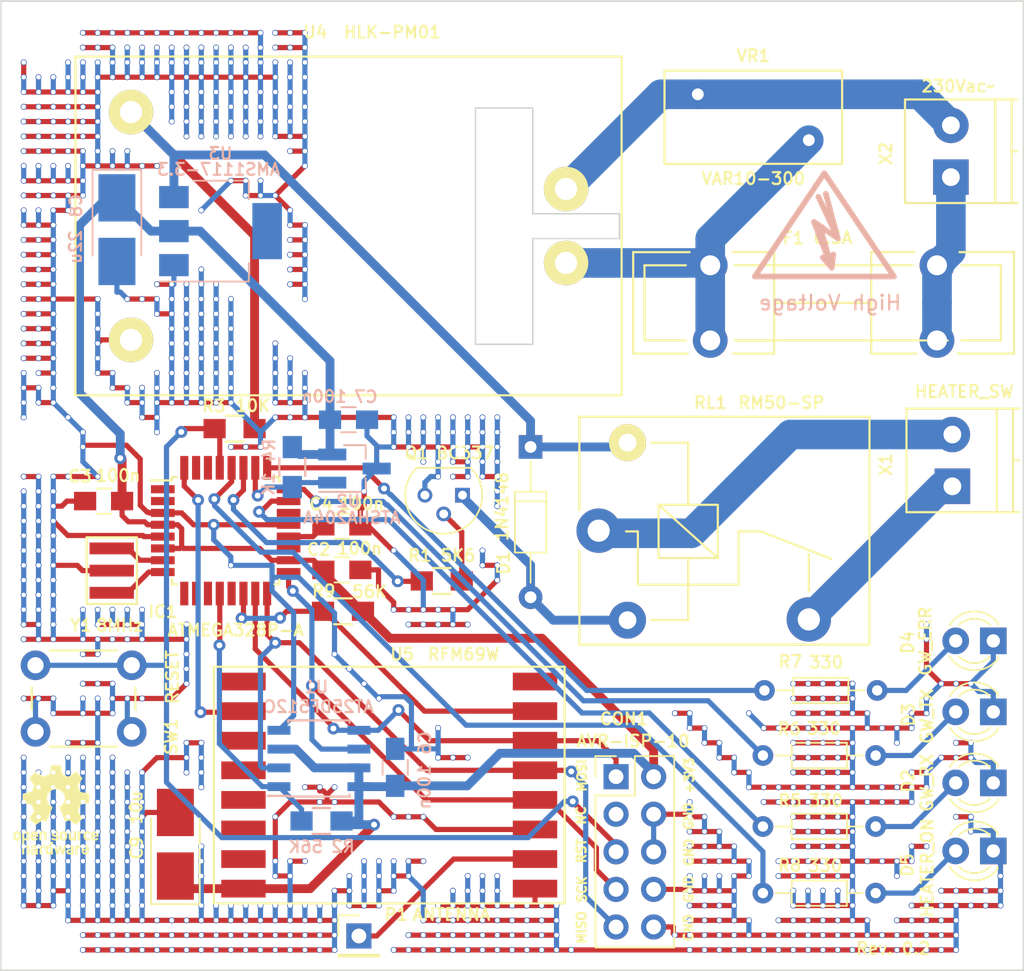
<source format=kicad_pcb>
(kicad_pcb (version 20171130) (host pcbnew "(5.1.12)-1")
  (layers (0 F.Cu signal) (31 B.Cu signal) (34 B.Paste user) (35 F.Paste user) (36 B.SilkS user) (37 F.SilkS user) (38 B.Mask user) (39 F.Mask user) (44 Edge.Cuts user))
  (net 0 "")
  (net 1 GND)
  (net 2 +3V3)
  (net 3 "Net-(C4-Pad2)")
  (net 4 /RST)
  (net 5 /MISO)
  (net 6 /SCK)
  (net 7 /MOSI)
  (net 8 "Net-(D1-Pad2)")
  (net 9 +5V)
  (net 10 "Net-(D2-Pad2)")
  (net 11 "Net-(D3-Pad2)")
  (net 12 "Net-(D4-Pad2)")
  (net 13 "Net-(D5-Pad2)")
  (net 14 "Net-(F1-Pad1)")
  (net 15 "Net-(F1-Pad2)")
  (net 16 /H_RELAY_CMD)
  (net 17 /ATSHA204A)
  (net 18 /ERR_LED)
  (net 19 /TX_LED)
  (net 20 /RX_LED)
  (net 21 /SPI_FLASH_SS)
  (net 22 "Net-(IC1-Pad8)")
  (net 23 "Net-(IC1-Pad7)")
  (net 24 "Net-(P1-Pad1)")
  (net 25 "Net-(Q1-Pad2)")
  (net 26 /HEATER_ON_LED)
  (net 27 "Net-(RL1-Pad11)")
  (net 28 "Net-(RL1-Pad14)")
  (net 29 "Net-(U4-Pad2)")
  (net 30 /RFM69W_INT)
  (net 31 /RFM69W_SS)
  (module Pin_Headers:Pin_Header_Straight_1x01_Pitch2.54mm (layer F.Cu) (at 139.35 120.675)
    (fp_text reference P1 (at 2.525 -1.45) (layer F.SilkS) (effects (font (size 0.8 0.8))))
    (fp_text value ANTENNA (at 6.25 -1.45) (layer F.SilkS) (effects (font (size 0.8 0.8))))
    (pad 1 thru_hole rect (at 0 0) (size 1.7 1.7) (drill 1) (layers *.Cu *.Mask) (net 24 "Net-(P1-Pad1)"))
  )
  (module myfootprints:Symbol_HighVoltage_Type2_FrontSilk_VerySmall (layer B.Cu) (at 170.8 73.3 180)
    (fp_text reference REF**_7 hide)
    (fp_text value "High Voltage" (at -0.381 -4.572 180) (layer B.SilkS) (effects (justify mirror)))
  )
  (module Symbols:OSHW-Logo_5.7x6mm_SilkScreen (layer F.Cu) (at 118.875 112.15)
    (fp_text reference REF*** hide)
    (fp_text value OSHW-Logo_5.7x6mm_SilkScreen hide)
  )
  (module Mounting_Holes:MountingHole_2.2mm_M2 (layer F.Cu) (at 117.65 59.875)
    (fp_text reference REF**_6 hide)
    (fp_text value MountingHole_2.2mm_M2 hide)
    (pad "" np_thru_hole circle (at 0 0) (size 2.2 2.2) (drill 2.2) (layers *.Cu *.Mask))
  )
  (module Mounting_Holes:MountingHole_2.2mm_M2 (layer F.Cu) (at 181.8 59.925)
    (fp_text reference REF**_5 hide)
    (fp_text value MountingHole_2.2mm_M2 hide)
    (pad "" np_thru_hole circle (at 0 0) (size 2.2 2.2) (drill 2.2) (layers *.Cu *.Mask))
  )
  (module Mounting_Holes:MountingHole_2.2mm_M2 (layer F.Cu) (at 181.8 95.275)
    (fp_text reference REF**_4 hide)
    (fp_text value MountingHole_2.2mm_M2 hide)
    (pad "" np_thru_hole circle (at 0 0) (size 2.2 2.2) (drill 2.2) (layers *.Cu *.Mask))
  )
  (module Mounting_Holes:MountingHole_2.2mm_M2 (layer F.Cu) (at 181.8 120.475)
    (fp_text reference REF**_3 hide)
    (fp_text value MountingHole_2.2mm_M2 hide)
    (pad "" np_thru_hole circle (at 0 0) (size 2.2 2.2) (drill 2.2) (layers *.Cu *.Mask))
  )
  (module Mounting_Holes:MountingHole_2.2mm_M2 (layer F.Cu) (at 117.75 87.175)
    (fp_text reference REF**_2 hide)
    (fp_text value MountingHole_2.2mm_M2 hide)
    (pad "" np_thru_hole circle (at 0 0) (size 2.2 2.2) (drill 2.2) (layers *.Cu *.Mask))
  )
  (module Mounting_Holes:MountingHole_2.2mm_M2 (layer F.Cu) (at 117.65 120.475)
    (fp_text reference REF** hide)
    (fp_text value MountingHole_2.2mm_M2 hide)
    (pad "" np_thru_hole circle (at 0 0) (size 2.2 2.2) (drill 2.2) (layers *.Cu *.Mask))
  )
  (module Resistors_ThroughHole:R_Axial_DIN0204_L3.6mm_D1.6mm_P7.62mm_Horizontal (layer F.Cu) (at 174.27 117.775 180)
    (fp_text reference R8 (at 5.82 1.875 180) (layer F.SilkS) (effects (font (size 0.8 0.8))))
    (fp_text value 330 (at 3.42 1.85 180) (layer F.SilkS) (effects (font (size 0.8 0.8))))
    (pad 1 thru_hole circle (at 0 0 180) (size 1.4 1.4) (drill 0.7) (layers *.Cu *.Mask) (net 13 "Net-(D5-Pad2)"))
    (pad 2 thru_hole oval (at 7.62 0 180) (size 1.4 1.4) (drill 0.7) (layers *.Cu *.Mask) (net 26 /HEATER_ON_LED))
  )
  (module Resistors_ThroughHole:R_Axial_DIN0204_L3.6mm_D1.6mm_P7.62mm_Horizontal (layer F.Cu) (at 174.27 113.275 180)
    (fp_text reference R5 (at 5.795 1.75 180) (layer F.SilkS) (effects (font (size 0.8 0.8))))
    (fp_text value 330 (at 3.37 1.75 180) (layer F.SilkS) (effects (font (size 0.8 0.8))))
    (pad 1 thru_hole circle (at 0 0 180) (size 1.4 1.4) (drill 0.7) (layers *.Cu *.Mask) (net 10 "Net-(D2-Pad2)"))
    (pad 2 thru_hole oval (at 7.62 0 180) (size 1.4 1.4) (drill 0.7) (layers *.Cu *.Mask) (net 20 /RX_LED))
  )
  (module Resistors_ThroughHole:R_Axial_DIN0204_L3.6mm_D1.6mm_P7.62mm_Horizontal (layer F.Cu) (at 174.27 108.475 180)
    (fp_text reference R6 (at 5.845 1.8 180) (layer F.SilkS) (effects (font (size 0.8 0.8))))
    (fp_text value 330 (at 3.495 1.825 180) (layer F.SilkS) (effects (font (size 0.8 0.8))))
    (pad 1 thru_hole circle (at 0 0 180) (size 1.4 1.4) (drill 0.7) (layers *.Cu *.Mask) (net 11 "Net-(D3-Pad2)"))
    (pad 2 thru_hole oval (at 7.62 0 180) (size 1.4 1.4) (drill 0.7) (layers *.Cu *.Mask) (net 19 /TX_LED))
  )
  (module Resistors_ThroughHole:R_Axial_DIN0204_L3.6mm_D1.6mm_P7.62mm_Horizontal (layer F.Cu) (at 174.37 104.075 180)
    (fp_text reference R7 (at 5.87 1.95 180) (layer F.SilkS) (effects (font (size 0.8 0.8))))
    (fp_text value 330 (at 3.445 1.9 180) (layer F.SilkS) (effects (font (size 0.8 0.8))))
    (pad 1 thru_hole circle (at 0 0 180) (size 1.4 1.4) (drill 0.7) (layers *.Cu *.Mask) (net 12 "Net-(D4-Pad2)"))
    (pad 2 thru_hole oval (at 7.62 0 180) (size 1.4 1.4) (drill 0.7) (layers *.Cu *.Mask) (net 18 /ERR_LED))
  )
  (module myfootprints:ZTTCR-3 (layer F.Cu) (at 122.65 95.975 90)
    (fp_text reference Y1 (at -3.7 -2.075) (layer F.SilkS) (effects (font (size 0.8 0.8))))
    (fp_text value 8MHz (at -3.7 0.525) (layer F.SilkS) (effects (font (size 0.8 0.8))))
    (pad 3 smd rect (at 1.5 0 90) (size 0.8 3) (layers F.Cu F.Paste F.Mask) (net 23 "Net-(IC1-Pad7)"))
    (pad 2 smd rect (at 0 0 90) (size 0.8 3) (layers F.Cu F.Paste F.Mask) (net 1 GND))
    (pad 1 smd rect (at -1.5 0 90) (size 0.8 3) (layers F.Cu F.Paste F.Mask) (net 22 "Net-(IC1-Pad8)"))
  )
  (module Buttons_Switches_ThroughHole:SW_PUSH_6mm (layer F.Cu) (at 117.5 102.375)
    (fp_text reference SW1 (at 9.175 4.825 270) (layer F.SilkS) (effects (font (size 0.8 0.8))))
    (fp_text value RESET (at 9.25 0.8 270) (layer F.SilkS) (effects (font (size 0.8 0.8))))
    (pad 2 thru_hole circle (at 0 4.5 90) (size 2 2) (drill 1.1) (layers *.Cu *.Mask) (net 1 GND))
    (pad 1 thru_hole circle (at 0 0 90) (size 2 2) (drill 1.1) (layers *.Cu *.Mask) (net 4 /RST))
    (pad 2 thru_hole circle (at 6.5 4.5 90) (size 2 2) (drill 1.1) (layers *.Cu *.Mask) (net 1 GND))
    (pad 1 thru_hole circle (at 6.5 0 90) (size 2 2) (drill 1.1) (layers *.Cu *.Mask) (net 4 /RST))
  )
  (module Capacitors_SMD:C_0805_HandSoldering (layer F.Cu) (at 138.2 95.925 180)
    (fp_text reference C2 (at 1.575 1.375 180) (layer F.SilkS) (effects (font (size 0.8 0.8))))
    (fp_text value 100n (at -1.2 1.45 180) (layer F.SilkS) (effects (font (size 0.8 0.8))))
    (pad 1 smd rect (at -1.25 0 180) (size 1.5 1.25) (layers F.Cu F.Paste F.Mask) (net 1 GND))
    (pad 2 smd rect (at 1.25 0 180) (size 1.5 1.25) (layers F.Cu F.Paste F.Mask) (net 2 +3V3))
  )
  (module Capacitors_SMD:C_0805_HandSoldering (layer F.Cu) (at 122.1 91.275)
    (fp_text reference C3 (at -1.6 -1.675) (layer F.SilkS) (effects (font (size 0.8 0.8))))
    (fp_text value 100n (at 0.975 -1.725) (layer F.SilkS) (effects (font (size 0.8 0.8))))
    (pad 1 smd rect (at -1.25 0) (size 1.5 1.25) (layers F.Cu F.Paste F.Mask) (net 1 GND))
    (pad 2 smd rect (at 1.25 0) (size 1.5 1.25) (layers F.Cu F.Paste F.Mask) (net 2 +3V3))
  )
  (module Capacitors_SMD:C_0805_HandSoldering (layer F.Cu) (at 138.2 92.975 180)
    (fp_text reference C4 (at 1.4 1.5 180) (layer F.SilkS) (effects (font (size 0.8 0.8))))
    (fp_text value 100n (at -1.35 1.525 180) (layer F.SilkS) (effects (font (size 0.8 0.8))))
    (pad 2 smd rect (at 1.25 0 180) (size 1.5 1.25) (layers F.Cu F.Paste F.Mask) (net 3 "Net-(C4-Pad2)"))
    (pad 1 smd rect (at -1.25 0 180) (size 1.5 1.25) (layers F.Cu F.Paste F.Mask) (net 1 GND))
  )
  (module Capacitors_SMD:C_0805_HandSoldering (layer B.Cu) (at 141.8 109.275 90)
    (fp_text reference C6 (at 1.65 2 90) (layer B.SilkS) (effects (font (size 0.8 0.8)) (justify mirror)))
    (fp_text value 100n (at -1.325 1.975 90) (layer B.SilkS) (effects (font (size 0.8 0.8)) (justify mirror)))
    (pad 1 smd rect (at -1.25 0 90) (size 1.5 1.25) (layers B.Cu B.Paste B.Mask) (net 2 +3V3))
    (pad 2 smd rect (at 1.25 0 90) (size 1.5 1.25) (layers B.Cu B.Paste B.Mask) (net 1 GND))
  )
  (module Capacitors_SMD:C_0805_HandSoldering (layer B.Cu) (at 138.65 85.775)
    (fp_text reference C7 (at 1.175 -1.55) (layer B.SilkS) (effects (font (size 0.8 0.8)) (justify mirror)))
    (fp_text value 100n (at -1.65 -1.575) (layer B.SilkS) (effects (font (size 0.8 0.8)) (justify mirror)))
    (pad 2 smd rect (at 1.25 0) (size 1.5 1.25) (layers B.Cu B.Paste B.Mask) (net 1 GND))
    (pad 1 smd rect (at -1.25 0) (size 1.5 1.25) (layers B.Cu B.Paste B.Mask) (net 2 +3V3))
  )
  (module Capacitors_Tantalum_SMD:CP_Tantalum_Case-B_EIA-3528-21_Hand (layer B.Cu) (at 123 72.925 270)
    (fp_text reference C8 (at -1.625 2.775 270) (layer B.SilkS) (effects (font (size 0.8 0.8)) (justify mirror)))
    (fp_text value 22u (at 1.175 2.8 270) (layer B.SilkS) (effects (font (size 0.8 0.8)) (justify mirror)))
    (pad 1 smd rect (at -2.15 0 270) (size 3.2 2.5) (layers B.Cu B.Paste B.Mask) (net 2 +3V3))
    (pad 2 smd rect (at 2.15 0 270) (size 3.2 2.5) (layers B.Cu B.Paste B.Mask) (net 1 GND))
  )
  (module Capacitors_Tantalum_SMD:CP_Tantalum_Case-B_EIA-3528-21_Hand (layer F.Cu) (at 126.95 114.475 90)
    (fp_text reference C9 (at -0.25 -2.625 90) (layer F.SilkS) (effects (font (size 0.8 0.8))))
    (fp_text value 10u (at 2.475 -2.65 90) (layer F.SilkS) (effects (font (size 0.8 0.8))))
    (pad 2 smd rect (at 2.15 0 90) (size 3.2 2.5) (layers F.Cu F.Paste F.Mask) (net 1 GND))
    (pad 1 smd rect (at -2.15 0 90) (size 3.2 2.5) (layers F.Cu F.Paste F.Mask) (net 2 +3V3))
  )
  (module Pin_Headers:Pin_Header_Straight_2x05_Pitch2.54mm (layer F.Cu) (at 156.725 109.905)
    (fp_text reference CON1 (at 0.525 -3.905 180) (layer F.SilkS) (effects (font (size 0.8 0.8))))
    (fp_text value AVR-ISP-10 (at 1.15 -2.405 180) (layer F.SilkS) (effects (font (size 0.8 0.8))))
    (pad 10 thru_hole oval (at 2.54 10.16) (size 1.7 1.7) (drill 1) (layers *.Cu *.Mask) (net 1 GND))
    (pad 9 thru_hole oval (at 0 10.16) (size 1.7 1.7) (drill 1) (layers *.Cu *.Mask) (net 5 /MISO))
    (pad 8 thru_hole oval (at 2.54 7.62) (size 1.7 1.7) (drill 1) (layers *.Cu *.Mask) (net 1 GND))
    (pad 7 thru_hole oval (at 0 7.62) (size 1.7 1.7) (drill 1) (layers *.Cu *.Mask) (net 6 /SCK))
    (pad 6 thru_hole oval (at 2.54 5.08) (size 1.7 1.7) (drill 1) (layers *.Cu *.Mask) (net 1 GND))
    (pad 5 thru_hole oval (at 0 5.08) (size 1.7 1.7) (drill 1) (layers *.Cu *.Mask) (net 4 /RST))
    (pad 4 thru_hole oval (at 2.54 2.54) (size 1.7 1.7) (drill 1) (layers *.Cu *.Mask) (net 1 GND))
    (pad 3 thru_hole oval (at 0 2.54) (size 1.7 1.7) (drill 1) (layers *.Cu *.Mask))
    (pad 2 thru_hole oval (at 2.54 0) (size 1.7 1.7) (drill 1) (layers *.Cu *.Mask) (net 2 +3V3))
    (pad 1 thru_hole rect (at 0 0) (size 1.7 1.7) (drill 1) (layers *.Cu *.Mask) (net 7 /MOSI))
  )
  (module Diodes_ThroughHole:D_DO-35_SOD27_P10.16mm_Horizontal (layer F.Cu) (at 150.95 87.615 270)
    (fp_text reference D1 (at 7.835 1.825 270) (layer F.SilkS) (effects (font (size 0.8 0.8))))
    (fp_text value 1N4148 (at 4.035 1.925 270) (layer F.SilkS) (effects (font (size 0.8 0.8))))
    (pad 2 thru_hole oval (at 10.16 0 270) (size 1.6 1.6) (drill 0.8) (layers *.Cu *.Mask) (net 8 "Net-(D1-Pad2)"))
    (pad 1 thru_hole rect (at 0 0 270) (size 1.6 1.6) (drill 0.8) (layers *.Cu *.Mask) (net 9 +5V))
  )
  (module LEDs:LED_D3.0mm (layer F.Cu) (at 182.215 110.325 180)
    (fp_text reference D2 (at 5.765 0.125 270) (layer F.SilkS) (effects (font (size 0.8 0.8))))
    (fp_text value GW_RX (at 4.49 0 270) (layer F.SilkS) (effects (font (size 0.8 0.8))))
    (pad 2 thru_hole circle (at 2.54 0 180) (size 1.8 1.8) (drill 0.9) (layers *.Cu *.Mask) (net 10 "Net-(D2-Pad2)"))
    (pad 1 thru_hole rect (at 0 0 180) (size 1.8 1.8) (drill 0.9) (layers *.Cu *.Mask) (net 1 GND))
  )
  (module LEDs:LED_D3.0mm (layer F.Cu) (at 182.215 105.525 180)
    (fp_text reference D3 (at 5.74 -0.2 270) (layer F.SilkS) (effects (font (size 0.8 0.8))))
    (fp_text value GW_TX (at 4.49 -0.3 270) (layer F.SilkS) (effects (font (size 0.8 0.8))))
    (pad 2 thru_hole circle (at 2.54 0 180) (size 1.8 1.8) (drill 0.9) (layers *.Cu *.Mask) (net 11 "Net-(D3-Pad2)"))
    (pad 1 thru_hole rect (at 0 0 180) (size 1.8 1.8) (drill 0.9) (layers *.Cu *.Mask) (net 1 GND))
  )
  (module LEDs:LED_D3.0mm (layer F.Cu) (at 182.215 100.725 180)
    (fp_text reference D4 (at 5.79 -0.1 270) (layer F.SilkS) (effects (font (size 0.8 0.8))))
    (fp_text value GW_ERR (at 4.59 -0.025 270) (layer F.SilkS) (effects (font (size 0.8 0.8))))
    (pad 1 thru_hole rect (at 0 0 180) (size 1.8 1.8) (drill 0.9) (layers *.Cu *.Mask) (net 1 GND))
    (pad 2 thru_hole circle (at 2.54 0 180) (size 1.8 1.8) (drill 0.9) (layers *.Cu *.Mask) (net 12 "Net-(D4-Pad2)"))
  )
  (module LEDs:LED_D3.0mm (layer F.Cu) (at 182.215 114.925 180)
    (fp_text reference D5 (at 5.815 -0.95 270) (layer F.SilkS) (effects (font (size 0.8 0.8))))
    (fp_text value HEATER_ON (at 4.465 -1.15 270) (layer F.SilkS) (effects (font (size 0.8 0.8))))
    (pad 1 thru_hole rect (at 0 0 180) (size 1.8 1.8) (drill 0.9) (layers *.Cu *.Mask) (net 1 GND))
    (pad 2 thru_hole circle (at 2.54 0 180) (size 1.8 1.8) (drill 0.9) (layers *.Cu *.Mask) (net 13 "Net-(D5-Pad2)"))
  )
  (module Fuse_Holders_and_Fuses:Fuseholder5x20_horiz_open_lateral_Type-II (layer F.Cu) (at 170.75 77.875)
    (fp_text reference F1 (at -2.05 -4.375) (layer F.SilkS) (effects (font (size 0.8 0.8))))
    (fp_text value 0.5A (at 0.625 -4.4) (layer F.SilkS) (effects (font (size 0.8 0.8))))
    (pad 1 thru_hole circle (at -7.66064 2.54) (size 2.3495 2.3495) (drill 1.34874) (layers *.Cu *.Mask) (net 14 "Net-(F1-Pad1)"))
    (pad 1 thru_hole circle (at -7.66064 -2.54) (size 2.3495 2.3495) (drill 1.34874) (layers *.Cu *.Mask) (net 14 "Net-(F1-Pad1)"))
    (pad 2 thru_hole circle (at 7.66064 2.54) (size 2.3495 2.3495) (drill 1.34874) (layers *.Cu *.Mask) (net 15 "Net-(F1-Pad2)"))
    (pad 2 thru_hole circle (at 7.66064 -2.54) (size 2.3495 2.3495) (drill 1.34874) (layers *.Cu *.Mask) (net 15 "Net-(F1-Pad2)"))
  )
  (module Housings_QFP:TQFP-32_7x7mm_Pitch0.8mm (layer F.Cu) (at 130.35 93.275)
    (fp_text reference IC1 (at -4.25 5.475) (layer F.SilkS) (effects (font (size 0.8 0.8))))
    (fp_text value ATMEGA328P-A (at 0.675 6.725) (layer F.SilkS) (effects (font (size 0.8 0.8))))
    (pad 32 smd rect (at -2.8 -4.25 90) (size 1.6 0.55) (layers F.Cu F.Paste F.Mask) (net 30 /RFM69W_INT))
    (pad 31 smd rect (at -2 -4.25 90) (size 1.6 0.55) (layers F.Cu F.Paste F.Mask))
    (pad 30 smd rect (at -1.2 -4.25 90) (size 1.6 0.55) (layers F.Cu F.Paste F.Mask))
    (pad 29 smd rect (at -0.4 -4.25 90) (size 1.6 0.55) (layers F.Cu F.Paste F.Mask) (net 4 /RST))
    (pad 28 smd rect (at 0.4 -4.25 90) (size 1.6 0.55) (layers F.Cu F.Paste F.Mask) (net 26 /HEATER_ON_LED))
    (pad 27 smd rect (at 1.2 -4.25 90) (size 1.6 0.55) (layers F.Cu F.Paste F.Mask) (net 16 /H_RELAY_CMD))
    (pad 26 smd rect (at 2 -4.25 90) (size 1.6 0.55) (layers F.Cu F.Paste F.Mask) (net 17 /ATSHA204A))
    (pad 25 smd rect (at 2.8 -4.25 90) (size 1.6 0.55) (layers F.Cu F.Paste F.Mask) (net 18 /ERR_LED))
    (pad 24 smd rect (at 4.25 -2.8) (size 1.6 0.55) (layers F.Cu F.Paste F.Mask) (net 19 /TX_LED))
    (pad 23 smd rect (at 4.25 -2) (size 1.6 0.55) (layers F.Cu F.Paste F.Mask) (net 20 /RX_LED))
    (pad 22 smd rect (at 4.25 -1.2) (size 1.6 0.55) (layers F.Cu F.Paste F.Mask))
    (pad 21 smd rect (at 4.25 -0.4) (size 1.6 0.55) (layers F.Cu F.Paste F.Mask) (net 1 GND))
    (pad 20 smd rect (at 4.25 0.4) (size 1.6 0.55) (layers F.Cu F.Paste F.Mask) (net 3 "Net-(C4-Pad2)"))
    (pad 19 smd rect (at 4.25 1.2) (size 1.6 0.55) (layers F.Cu F.Paste F.Mask))
    (pad 18 smd rect (at 4.25 2) (size 1.6 0.55) (layers F.Cu F.Paste F.Mask) (net 2 +3V3))
    (pad 17 smd rect (at 4.25 2.8) (size 1.6 0.55) (layers F.Cu F.Paste F.Mask) (net 6 /SCK))
    (pad 16 smd rect (at 2.8 4.25 90) (size 1.6 0.55) (layers F.Cu F.Paste F.Mask) (net 5 /MISO))
    (pad 15 smd rect (at 2 4.25 90) (size 1.6 0.55) (layers F.Cu F.Paste F.Mask) (net 7 /MOSI))
    (pad 14 smd rect (at 1.2 4.25 90) (size 1.6 0.55) (layers F.Cu F.Paste F.Mask) (net 31 /RFM69W_SS))
    (pad 13 smd rect (at 0.4 4.25 90) (size 1.6 0.55) (layers F.Cu F.Paste F.Mask))
    (pad 12 smd rect (at -0.4 4.25 90) (size 1.6 0.55) (layers F.Cu F.Paste F.Mask) (net 21 /SPI_FLASH_SS))
    (pad 11 smd rect (at -1.2 4.25 90) (size 1.6 0.55) (layers F.Cu F.Paste F.Mask))
    (pad 10 smd rect (at -2 4.25 90) (size 1.6 0.55) (layers F.Cu F.Paste F.Mask))
    (pad 9 smd rect (at -2.8 4.25 90) (size 1.6 0.55) (layers F.Cu F.Paste F.Mask))
    (pad 8 smd rect (at -4.25 2.8) (size 1.6 0.55) (layers F.Cu F.Paste F.Mask) (net 22 "Net-(IC1-Pad8)"))
    (pad 7 smd rect (at -4.25 2) (size 1.6 0.55) (layers F.Cu F.Paste F.Mask) (net 23 "Net-(IC1-Pad7)"))
    (pad 6 smd rect (at -4.25 1.2) (size 1.6 0.55) (layers F.Cu F.Paste F.Mask) (net 2 +3V3))
    (pad 5 smd rect (at -4.25 0.4) (size 1.6 0.55) (layers F.Cu F.Paste F.Mask) (net 1 GND))
    (pad 4 smd rect (at -4.25 -0.4) (size 1.6 0.55) (layers F.Cu F.Paste F.Mask) (net 2 +3V3))
    (pad 3 smd rect (at -4.25 -1.2) (size 1.6 0.55) (layers F.Cu F.Paste F.Mask) (net 1 GND))
    (pad 2 smd rect (at -4.25 -2) (size 1.6 0.55) (layers F.Cu F.Paste F.Mask))
    (pad 1 smd rect (at -4.25 -2.8) (size 1.6 0.55) (layers F.Cu F.Paste F.Mask))
  )
  (module TO_SOT_Packages_THT:TO-92_Molded_Narrow (layer F.Cu) (at 146.35 90.875 180)
    (fp_text reference Q1 (at 3.1 2.85 180) (layer F.SilkS) (effects (font (size 0.8 0.8))))
    (fp_text value BC337 (at -0.175 2.85 180) (layer F.SilkS) (effects (font (size 0.8 0.8))))
    (pad 1 thru_hole rect (at 0 0 270) (size 1 1) (drill 0.6) (layers *.Cu *.Mask) (net 8 "Net-(D1-Pad2)"))
    (pad 3 thru_hole circle (at 2.54 0 270) (size 1 1) (drill 0.6) (layers *.Cu *.Mask) (net 1 GND))
    (pad 2 thru_hole circle (at 1.27 -1.27 270) (size 1 1) (drill 0.6) (layers *.Cu *.Mask) (net 25 "Net-(Q1-Pad2)"))
  )
  (module Resistors_SMD:R_0805_HandSoldering (layer F.Cu) (at 144.95 96.675 180)
    (fp_text reference R1 (at 1.475 1.725 180) (layer F.SilkS) (effects (font (size 0.8 0.8))))
    (fp_text value 5K6 (at -1.1 1.725 180) (layer F.SilkS) (effects (font (size 0.8 0.8))))
    (pad 1 smd rect (at -1.35 0 180) (size 1.5 1.3) (layers F.Cu F.Paste F.Mask) (net 25 "Net-(Q1-Pad2)"))
    (pad 2 smd rect (at 1.35 0 180) (size 1.5 1.3) (layers F.Cu F.Paste F.Mask) (net 16 /H_RELAY_CMD))
  )
  (module Resistors_SMD:R_0805_HandSoldering (layer B.Cu) (at 136.825 112.9)
    (fp_text reference R2 (at 1.45 1.725) (layer B.SilkS) (effects (font (size 0.8 0.8)) (justify mirror)))
    (fp_text value 56K (at -1.075 1.75) (layer B.SilkS) (effects (font (size 0.8 0.8)) (justify mirror)))
    (pad 2 smd rect (at 1.35 0) (size 1.5 1.3) (layers B.Cu B.Paste B.Mask) (net 2 +3V3))
    (pad 1 smd rect (at -1.35 0) (size 1.5 1.3) (layers B.Cu B.Paste B.Mask) (net 21 /SPI_FLASH_SS))
  )
  (module Resistors_SMD:R_0805_HandSoldering (layer F.Cu) (at 130.95 86.375 180)
    (fp_text reference R3 (at 1.4 1.525 180) (layer F.SilkS) (effects (font (size 0.8 0.8))))
    (fp_text value 10K (at -1.225 1.55 180) (layer F.SilkS) (effects (font (size 0.8 0.8))))
    (pad 2 smd rect (at 1.35 0 180) (size 1.5 1.3) (layers F.Cu F.Paste F.Mask) (net 4 /RST))
    (pad 1 smd rect (at -1.35 0 180) (size 1.5 1.3) (layers F.Cu F.Paste F.Mask) (net 9 +5V))
  )
  (module Resistors_SMD:R_0805_HandSoldering (layer B.Cu) (at 134.85 88.975 90)
    (fp_text reference R4 (at 1.125 -1.575 90) (layer B.SilkS) (effects (font (size 0.8 0.8)) (justify mirror)))
    (fp_text value 1K (at -1.15 -1.625 90) (layer B.SilkS) (effects (font (size 0.8 0.8)) (justify mirror)))
    (pad 1 smd rect (at -1.35 0 90) (size 1.5 1.3) (layers B.Cu B.Paste B.Mask) (net 17 /ATSHA204A))
    (pad 2 smd rect (at 1.35 0 90) (size 1.5 1.3) (layers B.Cu B.Paste B.Mask) (net 2 +3V3))
  )
  (module Resistors_SMD:R_0805_HandSoldering (layer F.Cu) (at 138.275 98.725)
    (fp_text reference R9 (at -1.3 -1.375) (layer F.SilkS) (effects (font (size 0.8 0.8))))
    (fp_text value 56K (at 1.8 -1.325) (layer F.SilkS) (effects (font (size 0.8 0.8))))
    (pad 1 smd rect (at -1.35 0) (size 1.5 1.3) (layers F.Cu F.Paste F.Mask) (net 31 /RFM69W_SS))
    (pad 2 smd rect (at 1.35 0) (size 1.5 1.3) (layers F.Cu F.Paste F.Mask) (net 2 +3V3))
  )
  (module myfootprints:RM50_SP (layer F.Cu) (at 155.55 93.275)
    (fp_text reference RL1 (at 7.55 -8.65) (layer F.SilkS) (effects (font (size 0.8 0.8))))
    (fp_text value RM50-SP (at 12.35 -8.65) (layer F.SilkS) (effects (font (size 0.8 0.8))))
    (pad A2 thru_hole circle (at 1.95 6.05 90) (size 2.5 2.5) (drill 1.2) (layers *.Cu *.Mask) (net 8 "Net-(D1-Pad2)"))
    (pad A1 thru_hole circle (at 1.95 -5.95 90) (size 2.5 2.5) (drill 1.2) (layers *.Cu *.Mask F.SilkS) (net 9 +5V))
    (pad 11 thru_hole circle (at 0 0 90) (size 3 3) (drill 1.5) (layers *.Cu *.Mask) (net 27 "Net-(RL1-Pad11)"))
    (pad 14 thru_hole circle (at 14.2 6 90) (size 3 3) (drill 1.5) (layers *.Cu *.Mask) (net 28 "Net-(RL1-Pad14)"))
  )
  (module Housings_SOIC:SOIC-8_3.9x4.9mm_Pitch1.27mm (layer B.Cu) (at 136.65 108.675)
    (fp_text reference U1 (at -0.175 -4.825) (layer B.SilkS) (effects (font (size 0.8 0.8)) (justify mirror)))
    (fp_text value AT25DF512C (at 0 -3.5) (layer B.SilkS) (effects (font (size 0.8 0.8)) (justify mirror)))
    (pad 8 smd rect (at 2.7 1.905) (size 1.55 0.6) (layers B.Cu B.Paste B.Mask) (net 2 +3V3))
    (pad 7 smd rect (at 2.7 0.635) (size 1.55 0.6) (layers B.Cu B.Paste B.Mask) (net 2 +3V3))
    (pad 6 smd rect (at 2.7 -0.635) (size 1.55 0.6) (layers B.Cu B.Paste B.Mask) (net 6 /SCK))
    (pad 5 smd rect (at 2.7 -1.905) (size 1.55 0.6) (layers B.Cu B.Paste B.Mask) (net 7 /MOSI))
    (pad 4 smd rect (at -2.7 -1.905) (size 1.55 0.6) (layers B.Cu B.Paste B.Mask) (net 1 GND))
    (pad 3 smd rect (at -2.7 -0.635) (size 1.55 0.6) (layers B.Cu B.Paste B.Mask) (net 2 +3V3))
    (pad 2 smd rect (at -2.7 0.635) (size 1.55 0.6) (layers B.Cu B.Paste B.Mask) (net 5 /MISO))
    (pad 1 smd rect (at -2.7 1.905) (size 1.55 0.6) (layers B.Cu B.Paste B.Mask) (net 21 /SPI_FLASH_SS))
  )
  (module TO_SOT_Packages_SMD:SOT-23_Handsoldering (layer B.Cu) (at 139.05 89.075)
    (fp_text reference U2 (at -0.425 2.2) (layer B.SilkS) (effects (font (size 0.8 0.8)) (justify mirror)))
    (fp_text value ATSHA204A (at -0.175 3.325) (layer B.SilkS) (effects (font (size 0.8 0.8)) (justify mirror)))
    (pad 3 smd rect (at 1.5 0) (size 1.9 0.8) (layers B.Cu B.Paste B.Mask) (net 1 GND))
    (pad 2 smd rect (at -1.5 -0.95) (size 1.9 0.8) (layers B.Cu B.Paste B.Mask) (net 2 +3V3))
    (pad 1 smd rect (at -1.5 0.95) (size 1.9 0.8) (layers B.Cu B.Paste B.Mask) (net 17 /ATSHA204A))
  )
  (module TO_SOT_Packages_SMD:SOT-223 (layer B.Cu) (at 130 73.025)
    (fp_text reference U3 (at 0 -5.25 180) (layer B.SilkS) (effects (font (size 0.8 0.8)) (justify mirror)))
    (fp_text value AMS1117-3.3 (at -0.125 -4.175 180) (layer B.SilkS) (effects (font (size 0.8 0.8)) (justify mirror)))
    (pad 1 smd rect (at -3.15 2.3) (size 2 1.5) (layers B.Cu B.Paste B.Mask) (net 1 GND))
    (pad 3 smd rect (at -3.15 -2.3) (size 2 1.5) (layers B.Cu B.Paste B.Mask) (net 9 +5V))
    (pad 2 smd rect (at -3.15 0) (size 2 1.5) (layers B.Cu B.Paste B.Mask) (net 2 +3V3))
    (pad 4 smd rect (at 3.15 0) (size 2 3.8) (layers B.Cu B.Paste B.Mask))
  )
  (module myfootprints:HLK-PM01 (layer F.Cu) (at 153.35 75.175 180)
    (fp_text reference U4 (at 16.95 15.6) (layer F.SilkS) (effects (font (size 0.8 0.8))))
    (fp_text value HLK-PM01 (at 11.75 15.6 180) (layer F.SilkS) (effects (font (size 0.8 0.8))))
    (pad 1 thru_hole circle (at 0 0 180) (size 3 3) (drill 1.5) (layers *.Cu *.Mask F.SilkS) (net 14 "Net-(F1-Pad1)"))
    (pad 2 thru_hole circle (at 0 5 180) (size 3 3) (drill 1.5) (layers *.Cu *.Mask F.SilkS) (net 29 "Net-(U4-Pad2)"))
    (pad 4 thru_hole circle (at 29.4 -5.2 180) (size 3 3) (drill 1.5) (layers *.Cu *.Mask F.SilkS) (net 1 GND))
    (pad 3 thru_hole circle (at 29.4 10.2 180) (size 3 3) (drill 1.5) (layers *.Cu *.Mask F.SilkS) (net 9 +5V))
  )
  (module mysensors_radios:RFM69HW_SMD_Handsoldering (layer F.Cu) (at 132.95 103.475)
    (fp_text reference U5 (at 9.325 -1.85) (layer F.SilkS) (effects (font (size 0.8 0.8))))
    (fp_text value RFM69W (at 13.475 -1.85) (layer F.SilkS) (effects (font (size 0.8 0.8))))
    (pad 16 smd rect (at 18.3 0) (size 3 1.2) (layers F.Cu F.Paste F.Mask))
    (pad 15 smd rect (at 18.3 2) (size 3 1.2) (layers F.Cu F.Paste F.Mask) (net 31 /RFM69W_SS))
    (pad 14 smd rect (at 18.3 4) (size 3 1.2) (layers F.Cu F.Paste F.Mask) (net 7 /MOSI))
    (pad 13 smd rect (at 18.3 6) (size 3 1.2) (layers F.Cu F.Paste F.Mask) (net 5 /MISO))
    (pad 12 smd rect (at 18.3 8) (size 3 1.2) (layers F.Cu F.Paste F.Mask) (net 6 /SCK))
    (pad 11 smd rect (at 18.3 10) (size 3 1.2) (layers F.Cu F.Paste F.Mask) (net 1 GND))
    (pad 10 smd rect (at 18.3 12) (size 3 1.2) (layers F.Cu F.Paste F.Mask) (net 24 "Net-(P1-Pad1)"))
    (pad 9 smd rect (at 18.3 14) (size 3 1.2) (layers F.Cu F.Paste F.Mask) (net 1 GND))
    (pad 8 smd rect (at -1.4 14) (size 3 1.2) (layers F.Cu F.Paste F.Mask) (net 2 +3V3))
    (pad 7 smd rect (at -1.4 12) (size 3 1.2) (layers F.Cu F.Paste F.Mask))
    (pad 6 smd rect (at -1.4 10) (size 3 1.2) (layers F.Cu F.Paste F.Mask))
    (pad 5 smd rect (at -1.4 8) (size 3 1.2) (layers F.Cu F.Paste F.Mask))
    (pad 4 smd rect (at -1.4 6) (size 3 1.2) (layers F.Cu F.Paste F.Mask))
    (pad 3 smd rect (at -1.4 4) (size 3 1.2) (layers F.Cu F.Paste F.Mask))
    (pad 2 smd rect (at -1.4 2) (size 3 1.2) (layers F.Cu F.Paste F.Mask) (net 30 /RFM69W_INT))
    (pad 1 smd rect (at -1.4 0) (size 3 1.2) (layers F.Cu F.Paste F.Mask))
  )
  (module Varistors:RV_Disc_D12_W6.3_P7.5 (layer F.Cu) (at 169.75 66.875 180)
    (fp_text reference VR1 (at 3.75 5.7 180) (layer F.SilkS) (effects (font (size 0.8 0.8))))
    (fp_text value VAR10-300 (at 3.75 -2.6 180) (layer F.SilkS) (effects (font (size 0.8 0.8))))
    (pad 2 thru_hole circle (at 7.5 3.1 180) (size 1.8 1.8) (drill 0.8) (layers *.Cu *.Mask) (net 29 "Net-(U4-Pad2)"))
    (pad 1 thru_hole circle (at 0 0 180) (size 1.8 1.8) (drill 0.8) (layers *.Cu *.Mask) (net 14 "Net-(F1-Pad1)"))
  )
  (module Terminal_Blocks:TerminalBlock_Pheonix_PT-3.5mm_2pol (layer F.Cu) (at 179.45 90.275 90)
    (fp_text reference X1 (at 1.475 -4.5 90) (layer F.SilkS) (effects (font (size 0.8 0.8))))
    (fp_text value HEATER_SW (at 6.4 0.8 180) (layer F.SilkS) (effects (font (size 0.8 0.8))))
    (pad 2 thru_hole circle (at 3.5 0 90) (size 2.4 2.4) (drill 1.2) (layers *.Cu *.Mask) (net 27 "Net-(RL1-Pad11)"))
    (pad 1 thru_hole rect (at 0 0 90) (size 2.4 2.4) (drill 1.2) (layers *.Cu *.Mask) (net 28 "Net-(RL1-Pad14)"))
  )
  (module Terminal_Blocks:TerminalBlock_Pheonix_PT-3.5mm_2pol (layer F.Cu) (at 179.35 69.375 90)
    (fp_text reference X2 (at 1.6 -4.4 90) (layer F.SilkS) (effects (font (size 0.8 0.8))))
    (fp_text value 230Vac~~ (at 6.15 0.5 180) (layer F.SilkS) (effects (font (size 0.8 0.8))))
    (pad 1 thru_hole rect (at 0 0 90) (size 2.4 2.4) (drill 1.2) (layers *.Cu *.Mask) (net 15 "Net-(F1-Pad2)"))
    (pad 2 thru_hole circle (at 3.5 0 90) (size 2.4 2.4) (drill 1.2) (layers *.Cu *.Mask) (net 29 "Net-(U4-Pad2)"))
  )
  (module VIA_MATRIX (layer F.Cu) (at 120.702 59.6175)
    (fp_text reference V14_4 hide)
    (fp_text value AUTO_VIA hide)
    (pad 1 thru_hole circle (at 0 0) (size 0.4 0.4) (drill 0.3) (layers *.Cu) (net 1 GND) (clearance 0.3))
  )
  (module VIA_MATRIX (layer F.Cu) (at 121.702 59.6175)
    (fp_text reference V15_4 hide)
    (fp_text value AUTO_VIA hide)
    (pad 1 thru_hole circle (at 0 0) (size 0.4 0.4) (drill 0.3) (layers *.Cu) (net 1 GND) (clearance 0.3))
  )
  (module VIA_MATRIX (layer F.Cu) (at 122.702 59.6175)
    (fp_text reference V16_4 hide)
    (fp_text value AUTO_VIA hide)
    (pad 1 thru_hole circle (at 0 0) (size 0.4 0.4) (drill 0.3) (layers *.Cu) (net 1 GND) (clearance 0.3))
  )
  (module VIA_MATRIX (layer F.Cu) (at 123.702 59.6175)
    (fp_text reference V17_4 hide)
    (fp_text value AUTO_VIA hide)
    (pad 1 thru_hole circle (at 0 0) (size 0.4 0.4) (drill 0.3) (layers *.Cu) (net 1 GND) (clearance 0.3))
  )
  (module VIA_MATRIX (layer F.Cu) (at 124.702 59.6175)
    (fp_text reference V18_4 hide)
    (fp_text value AUTO_VIA hide)
    (pad 1 thru_hole circle (at 0 0) (size 0.4 0.4) (drill 0.3) (layers *.Cu) (net 1 GND) (clearance 0.3))
  )
  (module VIA_MATRIX (layer F.Cu) (at 125.702 59.6175)
    (fp_text reference V19_4 hide)
    (fp_text value AUTO_VIA hide)
    (pad 1 thru_hole circle (at 0 0) (size 0.4 0.4) (drill 0.3) (layers *.Cu) (net 1 GND) (clearance 0.3))
  )
  (module VIA_MATRIX (layer F.Cu) (at 126.702 59.6175)
    (fp_text reference V20_4 hide)
    (fp_text value AUTO_VIA hide)
    (pad 1 thru_hole circle (at 0 0) (size 0.4 0.4) (drill 0.3) (layers *.Cu) (net 1 GND) (clearance 0.3))
  )
  (module VIA_MATRIX (layer F.Cu) (at 127.702 59.6175)
    (fp_text reference V21_4 hide)
    (fp_text value AUTO_VIA hide)
    (pad 1 thru_hole circle (at 0 0) (size 0.4 0.4) (drill 0.3) (layers *.Cu) (net 1 GND) (clearance 0.3))
  )
  (module VIA_MATRIX (layer F.Cu) (at 128.702 59.6175)
    (fp_text reference V22_4 hide)
    (fp_text value AUTO_VIA hide)
    (pad 1 thru_hole circle (at 0 0) (size 0.4 0.4) (drill 0.3) (layers *.Cu) (net 1 GND) (clearance 0.3))
  )
  (module VIA_MATRIX (layer F.Cu) (at 129.702 59.6175)
    (fp_text reference V23_4 hide)
    (fp_text value AUTO_VIA hide)
    (pad 1 thru_hole circle (at 0 0) (size 0.4 0.4) (drill 0.3) (layers *.Cu) (net 1 GND) (clearance 0.3))
  )
  (module VIA_MATRIX (layer F.Cu) (at 130.702 59.6175)
    (fp_text reference V24_4 hide)
    (fp_text value AUTO_VIA hide)
    (pad 1 thru_hole circle (at 0 0) (size 0.4 0.4) (drill 0.3) (layers *.Cu) (net 1 GND) (clearance 0.3))
  )
  (module VIA_MATRIX (layer F.Cu) (at 131.702 59.6175)
    (fp_text reference V25_4 hide)
    (fp_text value AUTO_VIA hide)
    (pad 1 thru_hole circle (at 0 0) (size 0.4 0.4) (drill 0.3) (layers *.Cu) (net 1 GND) (clearance 0.3))
  )
  (module VIA_MATRIX (layer F.Cu) (at 132.702 59.6175)
    (fp_text reference V26_4 hide)
    (fp_text value AUTO_VIA hide)
    (pad 1 thru_hole circle (at 0 0) (size 0.4 0.4) (drill 0.3) (layers *.Cu) (net 1 GND) (clearance 0.3))
  )
  (module VIA_MATRIX (layer F.Cu) (at 133.702 59.6175)
    (fp_text reference V27_4 hide)
    (fp_text value AUTO_VIA hide)
    (pad 1 thru_hole circle (at 0 0) (size 0.4 0.4) (drill 0.3) (layers *.Cu) (net 1 GND) (clearance 0.3))
  )
  (module VIA_MATRIX (layer F.Cu) (at 134.702 59.6175)
    (fp_text reference V28_4 hide)
    (fp_text value AUTO_VIA hide)
    (pad 1 thru_hole circle (at 0 0) (size 0.4 0.4) (drill 0.3) (layers *.Cu) (net 1 GND) (clearance 0.3))
  )
  (module VIA_MATRIX (layer F.Cu) (at 135.702 59.6175)
    (fp_text reference V29_4 hide)
    (fp_text value AUTO_VIA hide)
    (pad 1 thru_hole circle (at 0 0) (size 0.4 0.4) (drill 0.3) (layers *.Cu) (net 1 GND) (clearance 0.3))
  )
  (module VIA_MATRIX (layer F.Cu) (at 120.702 60.6175)
    (fp_text reference V14_5 hide)
    (fp_text value AUTO_VIA hide)
    (pad 1 thru_hole circle (at 0 0) (size 0.4 0.4) (drill 0.3) (layers *.Cu) (net 1 GND) (clearance 0.3))
  )
  (module VIA_MATRIX (layer F.Cu) (at 121.702 60.6175)
    (fp_text reference V15_5 hide)
    (fp_text value AUTO_VIA hide)
    (pad 1 thru_hole circle (at 0 0) (size 0.4 0.4) (drill 0.3) (layers *.Cu) (net 1 GND) (clearance 0.3))
  )
  (module VIA_MATRIX (layer F.Cu) (at 122.702 60.6175)
    (fp_text reference V16_5 hide)
    (fp_text value AUTO_VIA hide)
    (pad 1 thru_hole circle (at 0 0) (size 0.4 0.4) (drill 0.3) (layers *.Cu) (net 1 GND) (clearance 0.3))
  )
  (module VIA_MATRIX (layer F.Cu) (at 123.702 60.6175)
    (fp_text reference V17_5 hide)
    (fp_text value AUTO_VIA hide)
    (pad 1 thru_hole circle (at 0 0) (size 0.4 0.4) (drill 0.3) (layers *.Cu) (net 1 GND) (clearance 0.3))
  )
  (module VIA_MATRIX (layer F.Cu) (at 124.702 60.6175)
    (fp_text reference V18_5 hide)
    (fp_text value AUTO_VIA hide)
    (pad 1 thru_hole circle (at 0 0) (size 0.4 0.4) (drill 0.3) (layers *.Cu) (net 1 GND) (clearance 0.3))
  )
  (module VIA_MATRIX (layer F.Cu) (at 125.702 60.6175)
    (fp_text reference V19_5 hide)
    (fp_text value AUTO_VIA hide)
    (pad 1 thru_hole circle (at 0 0) (size 0.4 0.4) (drill 0.3) (layers *.Cu) (net 1 GND) (clearance 0.3))
  )
  (module VIA_MATRIX (layer F.Cu) (at 126.702 60.6175)
    (fp_text reference V20_5 hide)
    (fp_text value AUTO_VIA hide)
    (pad 1 thru_hole circle (at 0 0) (size 0.4 0.4) (drill 0.3) (layers *.Cu) (net 1 GND) (clearance 0.3))
  )
  (module VIA_MATRIX (layer F.Cu) (at 127.702 60.6175)
    (fp_text reference V21_5 hide)
    (fp_text value AUTO_VIA hide)
    (pad 1 thru_hole circle (at 0 0) (size 0.4 0.4) (drill 0.3) (layers *.Cu) (net 1 GND) (clearance 0.3))
  )
  (module VIA_MATRIX (layer F.Cu) (at 128.702 60.6175)
    (fp_text reference V22_5 hide)
    (fp_text value AUTO_VIA hide)
    (pad 1 thru_hole circle (at 0 0) (size 0.4 0.4) (drill 0.3) (layers *.Cu) (net 1 GND) (clearance 0.3))
  )
  (module VIA_MATRIX (layer F.Cu) (at 129.702 60.6175)
    (fp_text reference V23_5 hide)
    (fp_text value AUTO_VIA hide)
    (pad 1 thru_hole circle (at 0 0) (size 0.4 0.4) (drill 0.3) (layers *.Cu) (net 1 GND) (clearance 0.3))
  )
  (module VIA_MATRIX (layer F.Cu) (at 130.702 60.6175)
    (fp_text reference V24_5 hide)
    (fp_text value AUTO_VIA hide)
    (pad 1 thru_hole circle (at 0 0) (size 0.4 0.4) (drill 0.3) (layers *.Cu) (net 1 GND) (clearance 0.3))
  )
  (module VIA_MATRIX (layer F.Cu) (at 131.702 60.6175)
    (fp_text reference V25_5 hide)
    (fp_text value AUTO_VIA hide)
    (pad 1 thru_hole circle (at 0 0) (size 0.4 0.4) (drill 0.3) (layers *.Cu) (net 1 GND) (clearance 0.3))
  )
  (module VIA_MATRIX (layer F.Cu) (at 132.702 60.6175)
    (fp_text reference V26_5 hide)
    (fp_text value AUTO_VIA hide)
    (pad 1 thru_hole circle (at 0 0) (size 0.4 0.4) (drill 0.3) (layers *.Cu) (net 1 GND) (clearance 0.3))
  )
  (module VIA_MATRIX (layer F.Cu) (at 133.702 60.6175)
    (fp_text reference V27_5 hide)
    (fp_text value AUTO_VIA hide)
    (pad 1 thru_hole circle (at 0 0) (size 0.4 0.4) (drill 0.3) (layers *.Cu) (net 1 GND) (clearance 0.3))
  )
  (module VIA_MATRIX (layer F.Cu) (at 134.702 60.6175)
    (fp_text reference V28_5 hide)
    (fp_text value AUTO_VIA hide)
    (pad 1 thru_hole circle (at 0 0) (size 0.4 0.4) (drill 0.3) (layers *.Cu) (net 1 GND) (clearance 0.3))
  )
  (module VIA_MATRIX (layer F.Cu) (at 135.702 60.6175)
    (fp_text reference V29_5 hide)
    (fp_text value AUTO_VIA hide)
    (pad 1 thru_hole circle (at 0 0) (size 0.4 0.4) (drill 0.3) (layers *.Cu) (net 1 GND) (clearance 0.3))
  )
  (module VIA_MATRIX (layer F.Cu) (at 116.702 61.6175)
    (fp_text reference V10_6 hide)
    (fp_text value AUTO_VIA hide)
    (pad 1 thru_hole circle (at 0 0) (size 0.4 0.4) (drill 0.3) (layers *.Cu) (net 1 GND) (clearance 0.3))
  )
  (module VIA_MATRIX (layer F.Cu) (at 119.702 61.6175)
    (fp_text reference V13_6 hide)
    (fp_text value AUTO_VIA hide)
    (pad 1 thru_hole circle (at 0 0) (size 0.4 0.4) (drill 0.3) (layers *.Cu) (net 1 GND) (clearance 0.3))
  )
  (module VIA_MATRIX (layer F.Cu) (at 120.702 61.6175)
    (fp_text reference V14_6 hide)
    (fp_text value AUTO_VIA hide)
    (pad 1 thru_hole circle (at 0 0) (size 0.4 0.4) (drill 0.3) (layers *.Cu) (net 1 GND) (clearance 0.3))
  )
  (module VIA_MATRIX (layer F.Cu) (at 121.702 61.6175)
    (fp_text reference V15_6 hide)
    (fp_text value AUTO_VIA hide)
    (pad 1 thru_hole circle (at 0 0) (size 0.4 0.4) (drill 0.3) (layers *.Cu) (net 1 GND) (clearance 0.3))
  )
  (module VIA_MATRIX (layer F.Cu) (at 122.702 61.6175)
    (fp_text reference V16_6 hide)
    (fp_text value AUTO_VIA hide)
    (pad 1 thru_hole circle (at 0 0) (size 0.4 0.4) (drill 0.3) (layers *.Cu) (net 1 GND) (clearance 0.3))
  )
  (module VIA_MATRIX (layer F.Cu) (at 123.702 61.6175)
    (fp_text reference V17_6 hide)
    (fp_text value AUTO_VIA hide)
    (pad 1 thru_hole circle (at 0 0) (size 0.4 0.4) (drill 0.3) (layers *.Cu) (net 1 GND) (clearance 0.3))
  )
  (module VIA_MATRIX (layer F.Cu) (at 124.702 61.6175)
    (fp_text reference V18_6 hide)
    (fp_text value AUTO_VIA hide)
    (pad 1 thru_hole circle (at 0 0) (size 0.4 0.4) (drill 0.3) (layers *.Cu) (net 1 GND) (clearance 0.3))
  )
  (module VIA_MATRIX (layer F.Cu) (at 125.702 61.6175)
    (fp_text reference V19_6 hide)
    (fp_text value AUTO_VIA hide)
    (pad 1 thru_hole circle (at 0 0) (size 0.4 0.4) (drill 0.3) (layers *.Cu) (net 1 GND) (clearance 0.3))
  )
  (module VIA_MATRIX (layer F.Cu) (at 126.702 61.6175)
    (fp_text reference V20_6 hide)
    (fp_text value AUTO_VIA hide)
    (pad 1 thru_hole circle (at 0 0) (size 0.4 0.4) (drill 0.3) (layers *.Cu) (net 1 GND) (clearance 0.3))
  )
  (module VIA_MATRIX (layer F.Cu) (at 127.702 61.6175)
    (fp_text reference V21_6 hide)
    (fp_text value AUTO_VIA hide)
    (pad 1 thru_hole circle (at 0 0) (size 0.4 0.4) (drill 0.3) (layers *.Cu) (net 1 GND) (clearance 0.3))
  )
  (module VIA_MATRIX (layer F.Cu) (at 128.702 61.6175)
    (fp_text reference V22_6 hide)
    (fp_text value AUTO_VIA hide)
    (pad 1 thru_hole circle (at 0 0) (size 0.4 0.4) (drill 0.3) (layers *.Cu) (net 1 GND) (clearance 0.3))
  )
  (module VIA_MATRIX (layer F.Cu) (at 129.702 61.6175)
    (fp_text reference V23_6 hide)
    (fp_text value AUTO_VIA hide)
    (pad 1 thru_hole circle (at 0 0) (size 0.4 0.4) (drill 0.3) (layers *.Cu) (net 1 GND) (clearance 0.3))
  )
  (module VIA_MATRIX (layer F.Cu) (at 130.702 61.6175)
    (fp_text reference V24_6 hide)
    (fp_text value AUTO_VIA hide)
    (pad 1 thru_hole circle (at 0 0) (size 0.4 0.4) (drill 0.3) (layers *.Cu) (net 1 GND) (clearance 0.3))
  )
  (module VIA_MATRIX (layer F.Cu) (at 131.702 61.6175)
    (fp_text reference V25_6 hide)
    (fp_text value AUTO_VIA hide)
    (pad 1 thru_hole circle (at 0 0) (size 0.4 0.4) (drill 0.3) (layers *.Cu) (net 1 GND) (clearance 0.3))
  )
  (module VIA_MATRIX (layer F.Cu) (at 132.702 61.6175)
    (fp_text reference V26_6 hide)
    (fp_text value AUTO_VIA hide)
    (pad 1 thru_hole circle (at 0 0) (size 0.4 0.4) (drill 0.3) (layers *.Cu) (net 1 GND) (clearance 0.3))
  )
  (module VIA_MATRIX (layer F.Cu) (at 133.702 61.6175)
    (fp_text reference V27_6 hide)
    (fp_text value AUTO_VIA hide)
    (pad 1 thru_hole circle (at 0 0) (size 0.4 0.4) (drill 0.3) (layers *.Cu) (net 1 GND) (clearance 0.3))
  )
  (module VIA_MATRIX (layer F.Cu) (at 134.702 61.6175)
    (fp_text reference V28_6 hide)
    (fp_text value AUTO_VIA hide)
    (pad 1 thru_hole circle (at 0 0) (size 0.4 0.4) (drill 0.3) (layers *.Cu) (net 1 GND) (clearance 0.3))
  )
  (module VIA_MATRIX (layer F.Cu) (at 135.702 61.6175)
    (fp_text reference V29_6 hide)
    (fp_text value AUTO_VIA hide)
    (pad 1 thru_hole circle (at 0 0) (size 0.4 0.4) (drill 0.3) (layers *.Cu) (net 1 GND) (clearance 0.3))
  )
  (module VIA_MATRIX (layer F.Cu) (at 116.702 62.6175)
    (fp_text reference V10_7 hide)
    (fp_text value AUTO_VIA hide)
    (pad 1 thru_hole circle (at 0 0) (size 0.4 0.4) (drill 0.3) (layers *.Cu) (net 1 GND) (clearance 0.3))
  )
  (module VIA_MATRIX (layer F.Cu) (at 117.702 62.6175)
    (fp_text reference V11_7 hide)
    (fp_text value AUTO_VIA hide)
    (pad 1 thru_hole circle (at 0 0) (size 0.4 0.4) (drill 0.3) (layers *.Cu) (net 1 GND) (clearance 0.3))
  )
  (module VIA_MATRIX (layer F.Cu) (at 118.702 62.6175)
    (fp_text reference V12_7 hide)
    (fp_text value AUTO_VIA hide)
    (pad 1 thru_hole circle (at 0 0) (size 0.4 0.4) (drill 0.3) (layers *.Cu) (net 1 GND) (clearance 0.3))
  )
  (module VIA_MATRIX (layer F.Cu) (at 119.702 62.6175)
    (fp_text reference V13_7 hide)
    (fp_text value AUTO_VIA hide)
    (pad 1 thru_hole circle (at 0 0) (size 0.4 0.4) (drill 0.3) (layers *.Cu) (net 1 GND) (clearance 0.3))
  )
  (module VIA_MATRIX (layer F.Cu) (at 120.702 62.6175)
    (fp_text reference V14_7 hide)
    (fp_text value AUTO_VIA hide)
    (pad 1 thru_hole circle (at 0 0) (size 0.4 0.4) (drill 0.3) (layers *.Cu) (net 1 GND) (clearance 0.3))
  )
  (module VIA_MATRIX (layer F.Cu) (at 121.702 62.6175)
    (fp_text reference V15_7 hide)
    (fp_text value AUTO_VIA hide)
    (pad 1 thru_hole circle (at 0 0) (size 0.4 0.4) (drill 0.3) (layers *.Cu) (net 1 GND) (clearance 0.3))
  )
  (module VIA_MATRIX (layer F.Cu) (at 122.702 62.6175)
    (fp_text reference V16_7 hide)
    (fp_text value AUTO_VIA hide)
    (pad 1 thru_hole circle (at 0 0) (size 0.4 0.4) (drill 0.3) (layers *.Cu) (net 1 GND) (clearance 0.3))
  )
  (module VIA_MATRIX (layer F.Cu) (at 123.702 62.6175)
    (fp_text reference V17_7 hide)
    (fp_text value AUTO_VIA hide)
    (pad 1 thru_hole circle (at 0 0) (size 0.4 0.4) (drill 0.3) (layers *.Cu) (net 1 GND) (clearance 0.3))
  )
  (module VIA_MATRIX (layer F.Cu) (at 124.702 62.6175)
    (fp_text reference V18_7 hide)
    (fp_text value AUTO_VIA hide)
    (pad 1 thru_hole circle (at 0 0) (size 0.4 0.4) (drill 0.3) (layers *.Cu) (net 1 GND) (clearance 0.3))
  )
  (module VIA_MATRIX (layer F.Cu) (at 125.702 62.6175)
    (fp_text reference V19_7 hide)
    (fp_text value AUTO_VIA hide)
    (pad 1 thru_hole circle (at 0 0) (size 0.4 0.4) (drill 0.3) (layers *.Cu) (net 1 GND) (clearance 0.3))
  )
  (module VIA_MATRIX (layer F.Cu) (at 126.702 62.6175)
    (fp_text reference V20_7 hide)
    (fp_text value AUTO_VIA hide)
    (pad 1 thru_hole circle (at 0 0) (size 0.4 0.4) (drill 0.3) (layers *.Cu) (net 1 GND) (clearance 0.3))
  )
  (module VIA_MATRIX (layer F.Cu) (at 127.702 62.6175)
    (fp_text reference V21_7 hide)
    (fp_text value AUTO_VIA hide)
    (pad 1 thru_hole circle (at 0 0) (size 0.4 0.4) (drill 0.3) (layers *.Cu) (net 1 GND) (clearance 0.3))
  )
  (module VIA_MATRIX (layer F.Cu) (at 128.702 62.6175)
    (fp_text reference V22_7 hide)
    (fp_text value AUTO_VIA hide)
    (pad 1 thru_hole circle (at 0 0) (size 0.4 0.4) (drill 0.3) (layers *.Cu) (net 1 GND) (clearance 0.3))
  )
  (module VIA_MATRIX (layer F.Cu) (at 129.702 62.6175)
    (fp_text reference V23_7 hide)
    (fp_text value AUTO_VIA hide)
    (pad 1 thru_hole circle (at 0 0) (size 0.4 0.4) (drill 0.3) (layers *.Cu) (net 1 GND) (clearance 0.3))
  )
  (module VIA_MATRIX (layer F.Cu) (at 130.702 62.6175)
    (fp_text reference V24_7 hide)
    (fp_text value AUTO_VIA hide)
    (pad 1 thru_hole circle (at 0 0) (size 0.4 0.4) (drill 0.3) (layers *.Cu) (net 1 GND) (clearance 0.3))
  )
  (module VIA_MATRIX (layer F.Cu) (at 131.702 62.6175)
    (fp_text reference V25_7 hide)
    (fp_text value AUTO_VIA hide)
    (pad 1 thru_hole circle (at 0 0) (size 0.4 0.4) (drill 0.3) (layers *.Cu) (net 1 GND) (clearance 0.3))
  )
  (module VIA_MATRIX (layer F.Cu) (at 132.702 62.6175)
    (fp_text reference V26_7 hide)
    (fp_text value AUTO_VIA hide)
    (pad 1 thru_hole circle (at 0 0) (size 0.4 0.4) (drill 0.3) (layers *.Cu) (net 1 GND) (clearance 0.3))
  )
  (module VIA_MATRIX (layer F.Cu) (at 133.702 62.6175)
    (fp_text reference V27_7 hide)
    (fp_text value AUTO_VIA hide)
    (pad 1 thru_hole circle (at 0 0) (size 0.4 0.4) (drill 0.3) (layers *.Cu) (net 1 GND) (clearance 0.3))
  )
  (module VIA_MATRIX (layer F.Cu) (at 134.702 62.6175)
    (fp_text reference V28_7 hide)
    (fp_text value AUTO_VIA hide)
    (pad 1 thru_hole circle (at 0 0) (size 0.4 0.4) (drill 0.3) (layers *.Cu) (net 1 GND) (clearance 0.3))
  )
  (module VIA_MATRIX (layer F.Cu) (at 135.702 62.6175)
    (fp_text reference V29_7 hide)
    (fp_text value AUTO_VIA hide)
    (pad 1 thru_hole circle (at 0 0) (size 0.4 0.4) (drill 0.3) (layers *.Cu) (net 1 GND) (clearance 0.3))
  )
  (module VIA_MATRIX (layer F.Cu) (at 116.702 63.6175)
    (fp_text reference V10_8 hide)
    (fp_text value AUTO_VIA hide)
    (pad 1 thru_hole circle (at 0 0) (size 0.4 0.4) (drill 0.3) (layers *.Cu) (net 1 GND) (clearance 0.3))
  )
  (module VIA_MATRIX (layer F.Cu) (at 117.702 63.6175)
    (fp_text reference V11_8 hide)
    (fp_text value AUTO_VIA hide)
    (pad 1 thru_hole circle (at 0 0) (size 0.4 0.4) (drill 0.3) (layers *.Cu) (net 1 GND) (clearance 0.3))
  )
  (module VIA_MATRIX (layer F.Cu) (at 118.702 63.6175)
    (fp_text reference V12_8 hide)
    (fp_text value AUTO_VIA hide)
    (pad 1 thru_hole circle (at 0 0) (size 0.4 0.4) (drill 0.3) (layers *.Cu) (net 1 GND) (clearance 0.3))
  )
  (module VIA_MATRIX (layer F.Cu) (at 119.702 63.6175)
    (fp_text reference V13_8 hide)
    (fp_text value AUTO_VIA hide)
    (pad 1 thru_hole circle (at 0 0) (size 0.4 0.4) (drill 0.3) (layers *.Cu) (net 1 GND) (clearance 0.3))
  )
  (module VIA_MATRIX (layer F.Cu) (at 120.702 63.6175)
    (fp_text reference V14_8 hide)
    (fp_text value AUTO_VIA hide)
    (pad 1 thru_hole circle (at 0 0) (size 0.4 0.4) (drill 0.3) (layers *.Cu) (net 1 GND) (clearance 0.3))
  )
  (module VIA_MATRIX (layer F.Cu) (at 121.702 63.6175)
    (fp_text reference V15_8 hide)
    (fp_text value AUTO_VIA hide)
    (pad 1 thru_hole circle (at 0 0) (size 0.4 0.4) (drill 0.3) (layers *.Cu) (net 1 GND) (clearance 0.3))
  )
  (module VIA_MATRIX (layer F.Cu) (at 126.702 63.6175)
    (fp_text reference V20_8 hide)
    (fp_text value AUTO_VIA hide)
    (pad 1 thru_hole circle (at 0 0) (size 0.4 0.4) (drill 0.3) (layers *.Cu) (net 1 GND) (clearance 0.3))
  )
  (module VIA_MATRIX (layer F.Cu) (at 127.702 63.6175)
    (fp_text reference V21_8 hide)
    (fp_text value AUTO_VIA hide)
    (pad 1 thru_hole circle (at 0 0) (size 0.4 0.4) (drill 0.3) (layers *.Cu) (net 1 GND) (clearance 0.3))
  )
  (module VIA_MATRIX (layer F.Cu) (at 128.702 63.6175)
    (fp_text reference V22_8 hide)
    (fp_text value AUTO_VIA hide)
    (pad 1 thru_hole circle (at 0 0) (size 0.4 0.4) (drill 0.3) (layers *.Cu) (net 1 GND) (clearance 0.3))
  )
  (module VIA_MATRIX (layer F.Cu) (at 129.702 63.6175)
    (fp_text reference V23_8 hide)
    (fp_text value AUTO_VIA hide)
    (pad 1 thru_hole circle (at 0 0) (size 0.4 0.4) (drill 0.3) (layers *.Cu) (net 1 GND) (clearance 0.3))
  )
  (module VIA_MATRIX (layer F.Cu) (at 130.702 63.6175)
    (fp_text reference V24_8 hide)
    (fp_text value AUTO_VIA hide)
    (pad 1 thru_hole circle (at 0 0) (size 0.4 0.4) (drill 0.3) (layers *.Cu) (net 1 GND) (clearance 0.3))
  )
  (module VIA_MATRIX (layer F.Cu) (at 131.702 63.6175)
    (fp_text reference V25_8 hide)
    (fp_text value AUTO_VIA hide)
    (pad 1 thru_hole circle (at 0 0) (size 0.4 0.4) (drill 0.3) (layers *.Cu) (net 1 GND) (clearance 0.3))
  )
  (module VIA_MATRIX (layer F.Cu) (at 132.702 63.6175)
    (fp_text reference V26_8 hide)
    (fp_text value AUTO_VIA hide)
    (pad 1 thru_hole circle (at 0 0) (size 0.4 0.4) (drill 0.3) (layers *.Cu) (net 1 GND) (clearance 0.3))
  )
  (module VIA_MATRIX (layer F.Cu) (at 133.702 63.6175)
    (fp_text reference V27_8 hide)
    (fp_text value AUTO_VIA hide)
    (pad 1 thru_hole circle (at 0 0) (size 0.4 0.4) (drill 0.3) (layers *.Cu) (net 1 GND) (clearance 0.3))
  )
  (module VIA_MATRIX (layer F.Cu) (at 134.702 63.6175)
    (fp_text reference V28_8 hide)
    (fp_text value AUTO_VIA hide)
    (pad 1 thru_hole circle (at 0 0) (size 0.4 0.4) (drill 0.3) (layers *.Cu) (net 1 GND) (clearance 0.3))
  )
  (module VIA_MATRIX (layer F.Cu) (at 135.702 63.6175)
    (fp_text reference V29_8 hide)
    (fp_text value AUTO_VIA hide)
    (pad 1 thru_hole circle (at 0 0) (size 0.4 0.4) (drill 0.3) (layers *.Cu) (net 1 GND) (clearance 0.3))
  )
  (module VIA_MATRIX (layer F.Cu) (at 116.702 64.6175)
    (fp_text reference V10_9 hide)
    (fp_text value AUTO_VIA hide)
    (pad 1 thru_hole circle (at 0 0) (size 0.4 0.4) (drill 0.3) (layers *.Cu) (net 1 GND) (clearance 0.3))
  )
  (module VIA_MATRIX (layer F.Cu) (at 117.702 64.6175)
    (fp_text reference V11_9 hide)
    (fp_text value AUTO_VIA hide)
    (pad 1 thru_hole circle (at 0 0) (size 0.4 0.4) (drill 0.3) (layers *.Cu) (net 1 GND) (clearance 0.3))
  )
  (module VIA_MATRIX (layer F.Cu) (at 118.702 64.6175)
    (fp_text reference V12_9 hide)
    (fp_text value AUTO_VIA hide)
    (pad 1 thru_hole circle (at 0 0) (size 0.4 0.4) (drill 0.3) (layers *.Cu) (net 1 GND) (clearance 0.3))
  )
  (module VIA_MATRIX (layer F.Cu) (at 119.702 64.6175)
    (fp_text reference V13_9 hide)
    (fp_text value AUTO_VIA hide)
    (pad 1 thru_hole circle (at 0 0) (size 0.4 0.4) (drill 0.3) (layers *.Cu) (net 1 GND) (clearance 0.3))
  )
  (module VIA_MATRIX (layer F.Cu) (at 120.702 64.6175)
    (fp_text reference V14_9 hide)
    (fp_text value AUTO_VIA hide)
    (pad 1 thru_hole circle (at 0 0) (size 0.4 0.4) (drill 0.3) (layers *.Cu) (net 1 GND) (clearance 0.3))
  )
  (module VIA_MATRIX (layer F.Cu) (at 121.702 64.6175)
    (fp_text reference V15_9 hide)
    (fp_text value AUTO_VIA hide)
    (pad 1 thru_hole circle (at 0 0) (size 0.4 0.4) (drill 0.3) (layers *.Cu) (net 1 GND) (clearance 0.3))
  )
  (module VIA_MATRIX (layer F.Cu) (at 126.702 64.6175)
    (fp_text reference V20_9 hide)
    (fp_text value AUTO_VIA hide)
    (pad 1 thru_hole circle (at 0 0) (size 0.4 0.4) (drill 0.3) (layers *.Cu) (net 1 GND) (clearance 0.3))
  )
  (module VIA_MATRIX (layer F.Cu) (at 127.702 64.6175)
    (fp_text reference V21_9 hide)
    (fp_text value AUTO_VIA hide)
    (pad 1 thru_hole circle (at 0 0) (size 0.4 0.4) (drill 0.3) (layers *.Cu) (net 1 GND) (clearance 0.3))
  )
  (module VIA_MATRIX (layer F.Cu) (at 128.702 64.6175)
    (fp_text reference V22_9 hide)
    (fp_text value AUTO_VIA hide)
    (pad 1 thru_hole circle (at 0 0) (size 0.4 0.4) (drill 0.3) (layers *.Cu) (net 1 GND) (clearance 0.3))
  )
  (module VIA_MATRIX (layer F.Cu) (at 129.702 64.6175)
    (fp_text reference V23_9 hide)
    (fp_text value AUTO_VIA hide)
    (pad 1 thru_hole circle (at 0 0) (size 0.4 0.4) (drill 0.3) (layers *.Cu) (net 1 GND) (clearance 0.3))
  )
  (module VIA_MATRIX (layer F.Cu) (at 130.702 64.6175)
    (fp_text reference V24_9 hide)
    (fp_text value AUTO_VIA hide)
    (pad 1 thru_hole circle (at 0 0) (size 0.4 0.4) (drill 0.3) (layers *.Cu) (net 1 GND) (clearance 0.3))
  )
  (module VIA_MATRIX (layer F.Cu) (at 131.702 64.6175)
    (fp_text reference V25_9 hide)
    (fp_text value AUTO_VIA hide)
    (pad 1 thru_hole circle (at 0 0) (size 0.4 0.4) (drill 0.3) (layers *.Cu) (net 1 GND) (clearance 0.3))
  )
  (module VIA_MATRIX (layer F.Cu) (at 132.702 64.6175)
    (fp_text reference V26_9 hide)
    (fp_text value AUTO_VIA hide)
    (pad 1 thru_hole circle (at 0 0) (size 0.4 0.4) (drill 0.3) (layers *.Cu) (net 1 GND) (clearance 0.3))
  )
  (module VIA_MATRIX (layer F.Cu) (at 133.702 64.6175)
    (fp_text reference V27_9 hide)
    (fp_text value AUTO_VIA hide)
    (pad 1 thru_hole circle (at 0 0) (size 0.4 0.4) (drill 0.3) (layers *.Cu) (net 1 GND) (clearance 0.3))
  )
  (module VIA_MATRIX (layer F.Cu) (at 134.702 64.6175)
    (fp_text reference V28_9 hide)
    (fp_text value AUTO_VIA hide)
    (pad 1 thru_hole circle (at 0 0) (size 0.4 0.4) (drill 0.3) (layers *.Cu) (net 1 GND) (clearance 0.3))
  )
  (module VIA_MATRIX (layer F.Cu) (at 135.702 64.6175)
    (fp_text reference V29_9 hide)
    (fp_text value AUTO_VIA hide)
    (pad 1 thru_hole circle (at 0 0) (size 0.4 0.4) (drill 0.3) (layers *.Cu) (net 1 GND) (clearance 0.3))
  )
  (module VIA_MATRIX (layer F.Cu) (at 116.702 65.6175)
    (fp_text reference V10_10 hide)
    (fp_text value AUTO_VIA hide)
    (pad 1 thru_hole circle (at 0 0) (size 0.4 0.4) (drill 0.3) (layers *.Cu) (net 1 GND) (clearance 0.3))
  )
  (module VIA_MATRIX (layer F.Cu) (at 117.702 65.6175)
    (fp_text reference V11_10 hide)
    (fp_text value AUTO_VIA hide)
    (pad 1 thru_hole circle (at 0 0) (size 0.4 0.4) (drill 0.3) (layers *.Cu) (net 1 GND) (clearance 0.3))
  )
  (module VIA_MATRIX (layer F.Cu) (at 118.702 65.6175)
    (fp_text reference V12_10 hide)
    (fp_text value AUTO_VIA hide)
    (pad 1 thru_hole circle (at 0 0) (size 0.4 0.4) (drill 0.3) (layers *.Cu) (net 1 GND) (clearance 0.3))
  )
  (module VIA_MATRIX (layer F.Cu) (at 119.702 65.6175)
    (fp_text reference V13_10 hide)
    (fp_text value AUTO_VIA hide)
    (pad 1 thru_hole circle (at 0 0) (size 0.4 0.4) (drill 0.3) (layers *.Cu) (net 1 GND) (clearance 0.3))
  )
  (module VIA_MATRIX (layer F.Cu) (at 120.702 65.6175)
    (fp_text reference V14_10 hide)
    (fp_text value AUTO_VIA hide)
    (pad 1 thru_hole circle (at 0 0) (size 0.4 0.4) (drill 0.3) (layers *.Cu) (net 1 GND) (clearance 0.3))
  )
  (module VIA_MATRIX (layer F.Cu) (at 121.702 65.6175)
    (fp_text reference V15_10 hide)
    (fp_text value AUTO_VIA hide)
    (pad 1 thru_hole circle (at 0 0) (size 0.4 0.4) (drill 0.3) (layers *.Cu) (net 1 GND) (clearance 0.3))
  )
  (module VIA_MATRIX (layer F.Cu) (at 126.702 65.6175)
    (fp_text reference V20_10 hide)
    (fp_text value AUTO_VIA hide)
    (pad 1 thru_hole circle (at 0 0) (size 0.4 0.4) (drill 0.3) (layers *.Cu) (net 1 GND) (clearance 0.3))
  )
  (module VIA_MATRIX (layer F.Cu) (at 127.702 65.6175)
    (fp_text reference V21_10 hide)
    (fp_text value AUTO_VIA hide)
    (pad 1 thru_hole circle (at 0 0) (size 0.4 0.4) (drill 0.3) (layers *.Cu) (net 1 GND) (clearance 0.3))
  )
  (module VIA_MATRIX (layer F.Cu) (at 128.702 65.6175)
    (fp_text reference V22_10 hide)
    (fp_text value AUTO_VIA hide)
    (pad 1 thru_hole circle (at 0 0) (size 0.4 0.4) (drill 0.3) (layers *.Cu) (net 1 GND) (clearance 0.3))
  )
  (module VIA_MATRIX (layer F.Cu) (at 129.702 65.6175)
    (fp_text reference V23_10 hide)
    (fp_text value AUTO_VIA hide)
    (pad 1 thru_hole circle (at 0 0) (size 0.4 0.4) (drill 0.3) (layers *.Cu) (net 1 GND) (clearance 0.3))
  )
  (module VIA_MATRIX (layer F.Cu) (at 130.702 65.6175)
    (fp_text reference V24_10 hide)
    (fp_text value AUTO_VIA hide)
    (pad 1 thru_hole circle (at 0 0) (size 0.4 0.4) (drill 0.3) (layers *.Cu) (net 1 GND) (clearance 0.3))
  )
  (module VIA_MATRIX (layer F.Cu) (at 131.702 65.6175)
    (fp_text reference V25_10 hide)
    (fp_text value AUTO_VIA hide)
    (pad 1 thru_hole circle (at 0 0) (size 0.4 0.4) (drill 0.3) (layers *.Cu) (net 1 GND) (clearance 0.3))
  )
  (module VIA_MATRIX (layer F.Cu) (at 132.702 65.6175)
    (fp_text reference V26_10 hide)
    (fp_text value AUTO_VIA hide)
    (pad 1 thru_hole circle (at 0 0) (size 0.4 0.4) (drill 0.3) (layers *.Cu) (net 1 GND) (clearance 0.3))
  )
  (module VIA_MATRIX (layer F.Cu) (at 133.702 65.6175)
    (fp_text reference V27_10 hide)
    (fp_text value AUTO_VIA hide)
    (pad 1 thru_hole circle (at 0 0) (size 0.4 0.4) (drill 0.3) (layers *.Cu) (net 1 GND) (clearance 0.3))
  )
  (module VIA_MATRIX (layer F.Cu) (at 134.702 65.6175)
    (fp_text reference V28_10 hide)
    (fp_text value AUTO_VIA hide)
    (pad 1 thru_hole circle (at 0 0) (size 0.4 0.4) (drill 0.3) (layers *.Cu) (net 1 GND) (clearance 0.3))
  )
  (module VIA_MATRIX (layer F.Cu) (at 135.702 65.6175)
    (fp_text reference V29_10 hide)
    (fp_text value AUTO_VIA hide)
    (pad 1 thru_hole circle (at 0 0) (size 0.4 0.4) (drill 0.3) (layers *.Cu) (net 1 GND) (clearance 0.3))
  )
  (module VIA_MATRIX (layer F.Cu) (at 116.702 66.6175)
    (fp_text reference V10_11 hide)
    (fp_text value AUTO_VIA hide)
    (pad 1 thru_hole circle (at 0 0) (size 0.4 0.4) (drill 0.3) (layers *.Cu) (net 1 GND) (clearance 0.3))
  )
  (module VIA_MATRIX (layer F.Cu) (at 117.702 66.6175)
    (fp_text reference V11_11 hide)
    (fp_text value AUTO_VIA hide)
    (pad 1 thru_hole circle (at 0 0) (size 0.4 0.4) (drill 0.3) (layers *.Cu) (net 1 GND) (clearance 0.3))
  )
  (module VIA_MATRIX (layer F.Cu) (at 118.702 66.6175)
    (fp_text reference V12_11 hide)
    (fp_text value AUTO_VIA hide)
    (pad 1 thru_hole circle (at 0 0) (size 0.4 0.4) (drill 0.3) (layers *.Cu) (net 1 GND) (clearance 0.3))
  )
  (module VIA_MATRIX (layer F.Cu) (at 119.702 66.6175)
    (fp_text reference V13_11 hide)
    (fp_text value AUTO_VIA hide)
    (pad 1 thru_hole circle (at 0 0) (size 0.4 0.4) (drill 0.3) (layers *.Cu) (net 1 GND) (clearance 0.3))
  )
  (module VIA_MATRIX (layer F.Cu) (at 120.702 66.6175)
    (fp_text reference V14_11 hide)
    (fp_text value AUTO_VIA hide)
    (pad 1 thru_hole circle (at 0 0) (size 0.4 0.4) (drill 0.3) (layers *.Cu) (net 1 GND) (clearance 0.3))
  )
  (module VIA_MATRIX (layer F.Cu) (at 121.702 66.6175)
    (fp_text reference V15_11 hide)
    (fp_text value AUTO_VIA hide)
    (pad 1 thru_hole circle (at 0 0) (size 0.4 0.4) (drill 0.3) (layers *.Cu) (net 1 GND) (clearance 0.3))
  )
  (module VIA_MATRIX (layer F.Cu) (at 127.702 66.6175)
    (fp_text reference V21_11 hide)
    (fp_text value AUTO_VIA hide)
    (pad 1 thru_hole circle (at 0 0) (size 0.4 0.4) (drill 0.3) (layers *.Cu) (net 1 GND) (clearance 0.3))
  )
  (module VIA_MATRIX (layer F.Cu) (at 128.702 66.6175)
    (fp_text reference V22_11 hide)
    (fp_text value AUTO_VIA hide)
    (pad 1 thru_hole circle (at 0 0) (size 0.4 0.4) (drill 0.3) (layers *.Cu) (net 1 GND) (clearance 0.3))
  )
  (module VIA_MATRIX (layer F.Cu) (at 129.702 66.6175)
    (fp_text reference V23_11 hide)
    (fp_text value AUTO_VIA hide)
    (pad 1 thru_hole circle (at 0 0) (size 0.4 0.4) (drill 0.3) (layers *.Cu) (net 1 GND) (clearance 0.3))
  )
  (module VIA_MATRIX (layer F.Cu) (at 130.702 66.6175)
    (fp_text reference V24_11 hide)
    (fp_text value AUTO_VIA hide)
    (pad 1 thru_hole circle (at 0 0) (size 0.4 0.4) (drill 0.3) (layers *.Cu) (net 1 GND) (clearance 0.3))
  )
  (module VIA_MATRIX (layer F.Cu) (at 131.702 66.6175)
    (fp_text reference V25_11 hide)
    (fp_text value AUTO_VIA hide)
    (pad 1 thru_hole circle (at 0 0) (size 0.4 0.4) (drill 0.3) (layers *.Cu) (net 1 GND) (clearance 0.3))
  )
  (module VIA_MATRIX (layer F.Cu) (at 132.702 66.6175)
    (fp_text reference V26_11 hide)
    (fp_text value AUTO_VIA hide)
    (pad 1 thru_hole circle (at 0 0) (size 0.4 0.4) (drill 0.3) (layers *.Cu) (net 1 GND) (clearance 0.3))
  )
  (module VIA_MATRIX (layer F.Cu) (at 133.702 66.6175)
    (fp_text reference V27_11 hide)
    (fp_text value AUTO_VIA hide)
    (pad 1 thru_hole circle (at 0 0) (size 0.4 0.4) (drill 0.3) (layers *.Cu) (net 1 GND) (clearance 0.3))
  )
  (module VIA_MATRIX (layer F.Cu) (at 134.702 66.6175)
    (fp_text reference V28_11 hide)
    (fp_text value AUTO_VIA hide)
    (pad 1 thru_hole circle (at 0 0) (size 0.4 0.4) (drill 0.3) (layers *.Cu) (net 1 GND) (clearance 0.3))
  )
  (module VIA_MATRIX (layer F.Cu) (at 135.702 66.6175)
    (fp_text reference V29_11 hide)
    (fp_text value AUTO_VIA hide)
    (pad 1 thru_hole circle (at 0 0) (size 0.4 0.4) (drill 0.3) (layers *.Cu) (net 1 GND) (clearance 0.3))
  )
  (module VIA_MATRIX (layer F.Cu) (at 116.702 67.6175)
    (fp_text reference V10_12 hide)
    (fp_text value AUTO_VIA hide)
    (pad 1 thru_hole circle (at 0 0) (size 0.4 0.4) (drill 0.3) (layers *.Cu) (net 1 GND) (clearance 0.3))
  )
  (module VIA_MATRIX (layer F.Cu) (at 117.702 67.6175)
    (fp_text reference V11_12 hide)
    (fp_text value AUTO_VIA hide)
    (pad 1 thru_hole circle (at 0 0) (size 0.4 0.4) (drill 0.3) (layers *.Cu) (net 1 GND) (clearance 0.3))
  )
  (module VIA_MATRIX (layer F.Cu) (at 118.702 67.6175)
    (fp_text reference V12_12 hide)
    (fp_text value AUTO_VIA hide)
    (pad 1 thru_hole circle (at 0 0) (size 0.4 0.4) (drill 0.3) (layers *.Cu) (net 1 GND) (clearance 0.3))
  )
  (module VIA_MATRIX (layer F.Cu) (at 119.702 67.6175)
    (fp_text reference V13_12 hide)
    (fp_text value AUTO_VIA hide)
    (pad 1 thru_hole circle (at 0 0) (size 0.4 0.4) (drill 0.3) (layers *.Cu) (net 1 GND) (clearance 0.3))
  )
  (module VIA_MATRIX (layer F.Cu) (at 120.702 67.6175)
    (fp_text reference V14_12 hide)
    (fp_text value AUTO_VIA hide)
    (pad 1 thru_hole circle (at 0 0) (size 0.4 0.4) (drill 0.3) (layers *.Cu) (net 1 GND) (clearance 0.3))
  )
  (module VIA_MATRIX (layer F.Cu) (at 121.702 67.6175)
    (fp_text reference V15_12 hide)
    (fp_text value AUTO_VIA hide)
    (pad 1 thru_hole circle (at 0 0) (size 0.4 0.4) (drill 0.3) (layers *.Cu) (net 1 GND) (clearance 0.3))
  )
  (module VIA_MATRIX (layer F.Cu) (at 122.702 67.6175)
    (fp_text reference V16_12 hide)
    (fp_text value AUTO_VIA hide)
    (pad 1 thru_hole circle (at 0 0) (size 0.4 0.4) (drill 0.3) (layers *.Cu) (net 1 GND) (clearance 0.3))
  )
  (module VIA_MATRIX (layer F.Cu) (at 123.702 67.6175)
    (fp_text reference V17_12 hide)
    (fp_text value AUTO_VIA hide)
    (pad 1 thru_hole circle (at 0 0) (size 0.4 0.4) (drill 0.3) (layers *.Cu) (net 1 GND) (clearance 0.3))
  )
  (module VIA_MATRIX (layer F.Cu) (at 134.702 67.6175)
    (fp_text reference V28_12 hide)
    (fp_text value AUTO_VIA hide)
    (pad 1 thru_hole circle (at 0 0) (size 0.4 0.4) (drill 0.3) (layers *.Cu) (net 1 GND) (clearance 0.3))
  )
  (module VIA_MATRIX (layer F.Cu) (at 135.702 67.6175)
    (fp_text reference V29_12 hide)
    (fp_text value AUTO_VIA hide)
    (pad 1 thru_hole circle (at 0 0) (size 0.4 0.4) (drill 0.3) (layers *.Cu) (net 1 GND) (clearance 0.3))
  )
  (module VIA_MATRIX (layer F.Cu) (at 116.702 68.6175)
    (fp_text reference V10_13 hide)
    (fp_text value AUTO_VIA hide)
    (pad 1 thru_hole circle (at 0 0) (size 0.4 0.4) (drill 0.3) (layers *.Cu) (net 1 GND) (clearance 0.3))
  )
  (module VIA_MATRIX (layer F.Cu) (at 117.702 68.6175)
    (fp_text reference V11_13 hide)
    (fp_text value AUTO_VIA hide)
    (pad 1 thru_hole circle (at 0 0) (size 0.4 0.4) (drill 0.3) (layers *.Cu) (net 1 GND) (clearance 0.3))
  )
  (module VIA_MATRIX (layer F.Cu) (at 118.702 68.6175)
    (fp_text reference V12_13 hide)
    (fp_text value AUTO_VIA hide)
    (pad 1 thru_hole circle (at 0 0) (size 0.4 0.4) (drill 0.3) (layers *.Cu) (net 1 GND) (clearance 0.3))
  )
  (module VIA_MATRIX (layer F.Cu) (at 119.702 68.6175)
    (fp_text reference V13_13 hide)
    (fp_text value AUTO_VIA hide)
    (pad 1 thru_hole circle (at 0 0) (size 0.4 0.4) (drill 0.3) (layers *.Cu) (net 1 GND) (clearance 0.3))
  )
  (module VIA_MATRIX (layer F.Cu) (at 120.702 68.6175)
    (fp_text reference V14_13 hide)
    (fp_text value AUTO_VIA hide)
    (pad 1 thru_hole circle (at 0 0) (size 0.4 0.4) (drill 0.3) (layers *.Cu) (net 1 GND) (clearance 0.3))
  )
  (module VIA_MATRIX (layer F.Cu) (at 121.702 68.6175)
    (fp_text reference V15_13 hide)
    (fp_text value AUTO_VIA hide)
    (pad 1 thru_hole circle (at 0 0) (size 0.4 0.4) (drill 0.3) (layers *.Cu) (net 1 GND) (clearance 0.3))
  )
  (module VIA_MATRIX (layer F.Cu) (at 122.702 68.6175)
    (fp_text reference V16_13 hide)
    (fp_text value AUTO_VIA hide)
    (pad 1 thru_hole circle (at 0 0) (size 0.4 0.4) (drill 0.3) (layers *.Cu) (net 1 GND) (clearance 0.3))
  )
  (module VIA_MATRIX (layer F.Cu) (at 123.702 68.6175)
    (fp_text reference V17_13 hide)
    (fp_text value AUTO_VIA hide)
    (pad 1 thru_hole circle (at 0 0) (size 0.4 0.4) (drill 0.3) (layers *.Cu) (net 1 GND) (clearance 0.3))
  )
  (module VIA_MATRIX (layer F.Cu) (at 124.702 68.6175)
    (fp_text reference V18_13 hide)
    (fp_text value AUTO_VIA hide)
    (pad 1 thru_hole circle (at 0 0) (size 0.4 0.4) (drill 0.3) (layers *.Cu) (net 1 GND) (clearance 0.3))
  )
  (module VIA_MATRIX (layer F.Cu) (at 125.702 68.6175)
    (fp_text reference V19_13 hide)
    (fp_text value AUTO_VIA hide)
    (pad 1 thru_hole circle (at 0 0) (size 0.4 0.4) (drill 0.3) (layers *.Cu) (net 1 GND) (clearance 0.3))
  )
  (module VIA_MATRIX (layer F.Cu) (at 135.702 68.6175)
    (fp_text reference V29_13 hide)
    (fp_text value AUTO_VIA hide)
    (pad 1 thru_hole circle (at 0 0) (size 0.4 0.4) (drill 0.3) (layers *.Cu) (net 1 GND) (clearance 0.3))
  )
  (module VIA_MATRIX (layer F.Cu) (at 116.702 69.6175)
    (fp_text reference V10_14 hide)
    (fp_text value AUTO_VIA hide)
    (pad 1 thru_hole circle (at 0 0) (size 0.4 0.4) (drill 0.3) (layers *.Cu) (net 1 GND) (clearance 0.3))
  )
  (module VIA_MATRIX (layer F.Cu) (at 117.702 69.6175)
    (fp_text reference V11_14 hide)
    (fp_text value AUTO_VIA hide)
    (pad 1 thru_hole circle (at 0 0) (size 0.4 0.4) (drill 0.3) (layers *.Cu) (net 1 GND) (clearance 0.3))
  )
  (module VIA_MATRIX (layer F.Cu) (at 118.702 69.6175)
    (fp_text reference V12_14 hide)
    (fp_text value AUTO_VIA hide)
    (pad 1 thru_hole circle (at 0 0) (size 0.4 0.4) (drill 0.3) (layers *.Cu) (net 1 GND) (clearance 0.3))
  )
  (module VIA_MATRIX (layer F.Cu) (at 119.702 69.6175)
    (fp_text reference V13_14 hide)
    (fp_text value AUTO_VIA hide)
    (pad 1 thru_hole circle (at 0 0) (size 0.4 0.4) (drill 0.3) (layers *.Cu) (net 1 GND) (clearance 0.3))
  )
  (module VIA_MATRIX (layer F.Cu) (at 120.702 69.6175)
    (fp_text reference V14_14 hide)
    (fp_text value AUTO_VIA hide)
    (pad 1 thru_hole circle (at 0 0) (size 0.4 0.4) (drill 0.3) (layers *.Cu) (net 1 GND) (clearance 0.3))
  )
  (module VIA_MATRIX (layer F.Cu) (at 130.702 69.6175)
    (fp_text reference V24_14 hide)
    (fp_text value AUTO_VIA hide)
    (pad 1 thru_hole circle (at 0 0) (size 0.4 0.4) (drill 0.3) (layers *.Cu) (net 1 GND) (clearance 0.3))
  )
  (module VIA_MATRIX (layer F.Cu) (at 131.702 69.6175)
    (fp_text reference V25_14 hide)
    (fp_text value AUTO_VIA hide)
    (pad 1 thru_hole circle (at 0 0) (size 0.4 0.4) (drill 0.3) (layers *.Cu) (net 1 GND) (clearance 0.3))
  )
  (module VIA_MATRIX (layer F.Cu) (at 132.702 69.6175)
    (fp_text reference V26_14 hide)
    (fp_text value AUTO_VIA hide)
    (pad 1 thru_hole circle (at 0 0) (size 0.4 0.4) (drill 0.3) (layers *.Cu) (net 1 GND) (clearance 0.3))
  )
  (module VIA_MATRIX (layer F.Cu) (at 116.702 70.6175)
    (fp_text reference V10_15 hide)
    (fp_text value AUTO_VIA hide)
    (pad 1 thru_hole circle (at 0 0) (size 0.4 0.4) (drill 0.3) (layers *.Cu) (net 1 GND) (clearance 0.3))
  )
  (module VIA_MATRIX (layer F.Cu) (at 117.702 70.6175)
    (fp_text reference V11_15 hide)
    (fp_text value AUTO_VIA hide)
    (pad 1 thru_hole circle (at 0 0) (size 0.4 0.4) (drill 0.3) (layers *.Cu) (net 1 GND) (clearance 0.3))
  )
  (module VIA_MATRIX (layer F.Cu) (at 118.702 70.6175)
    (fp_text reference V12_15 hide)
    (fp_text value AUTO_VIA hide)
    (pad 1 thru_hole circle (at 0 0) (size 0.4 0.4) (drill 0.3) (layers *.Cu) (net 1 GND) (clearance 0.3))
  )
  (module VIA_MATRIX (layer F.Cu) (at 119.702 70.6175)
    (fp_text reference V13_15 hide)
    (fp_text value AUTO_VIA hide)
    (pad 1 thru_hole circle (at 0 0) (size 0.4 0.4) (drill 0.3) (layers *.Cu) (net 1 GND) (clearance 0.3))
  )
  (module VIA_MATRIX (layer F.Cu) (at 120.702 70.6175)
    (fp_text reference V14_15 hide)
    (fp_text value AUTO_VIA hide)
    (pad 1 thru_hole circle (at 0 0) (size 0.4 0.4) (drill 0.3) (layers *.Cu) (net 1 GND) (clearance 0.3))
  )
  (module VIA_MATRIX (layer F.Cu) (at 131.702 70.6175)
    (fp_text reference V25_15 hide)
    (fp_text value AUTO_VIA hide)
    (pad 1 thru_hole circle (at 0 0) (size 0.4 0.4) (drill 0.3) (layers *.Cu) (net 1 GND) (clearance 0.3))
  )
  (module VIA_MATRIX (layer F.Cu) (at 132.702 70.6175)
    (fp_text reference V26_15 hide)
    (fp_text value AUTO_VIA hide)
    (pad 1 thru_hole circle (at 0 0) (size 0.4 0.4) (drill 0.3) (layers *.Cu) (net 1 GND) (clearance 0.3))
  )
  (module VIA_MATRIX (layer F.Cu) (at 133.702 70.6175)
    (fp_text reference V27_15 hide)
    (fp_text value AUTO_VIA hide)
    (pad 1 thru_hole circle (at 0 0) (size 0.4 0.4) (drill 0.3) (layers *.Cu) (net 1 GND) (clearance 0.3))
  )
  (module VIA_MATRIX (layer F.Cu) (at 116.702 71.6175)
    (fp_text reference V10_16 hide)
    (fp_text value AUTO_VIA hide)
    (pad 1 thru_hole circle (at 0 0) (size 0.4 0.4) (drill 0.3) (layers *.Cu) (net 1 GND) (clearance 0.3))
  )
  (module VIA_MATRIX (layer F.Cu) (at 117.702 71.6175)
    (fp_text reference V11_16 hide)
    (fp_text value AUTO_VIA hide)
    (pad 1 thru_hole circle (at 0 0) (size 0.4 0.4) (drill 0.3) (layers *.Cu) (net 1 GND) (clearance 0.3))
  )
  (module VIA_MATRIX (layer F.Cu) (at 118.702 71.6175)
    (fp_text reference V12_16 hide)
    (fp_text value AUTO_VIA hide)
    (pad 1 thru_hole circle (at 0 0) (size 0.4 0.4) (drill 0.3) (layers *.Cu) (net 1 GND) (clearance 0.3))
  )
  (module VIA_MATRIX (layer F.Cu) (at 119.702 71.6175)
    (fp_text reference V13_16 hide)
    (fp_text value AUTO_VIA hide)
    (pad 1 thru_hole circle (at 0 0) (size 0.4 0.4) (drill 0.3) (layers *.Cu) (net 1 GND) (clearance 0.3))
  )
  (module VIA_MATRIX (layer F.Cu) (at 128.702 71.6175)
    (fp_text reference V22_16 hide)
    (fp_text value AUTO_VIA hide)
    (pad 1 thru_hole circle (at 0 0) (size 0.4 0.4) (drill 0.3) (layers *.Cu) (net 1 GND) (clearance 0.3))
  )
  (module VIA_MATRIX (layer F.Cu) (at 134.702 71.6175)
    (fp_text reference V28_16 hide)
    (fp_text value AUTO_VIA hide)
    (pad 1 thru_hole circle (at 0 0) (size 0.4 0.4) (drill 0.3) (layers *.Cu) (net 1 GND) (clearance 0.3))
  )
  (module VIA_MATRIX (layer F.Cu) (at 116.702 72.6175)
    (fp_text reference V10_17 hide)
    (fp_text value AUTO_VIA hide)
    (pad 1 thru_hole circle (at 0 0) (size 0.4 0.4) (drill 0.3) (layers *.Cu) (net 1 GND) (clearance 0.3))
  )
  (module VIA_MATRIX (layer F.Cu) (at 117.702 72.6175)
    (fp_text reference V11_17 hide)
    (fp_text value AUTO_VIA hide)
    (pad 1 thru_hole circle (at 0 0) (size 0.4 0.4) (drill 0.3) (layers *.Cu) (net 1 GND) (clearance 0.3))
  )
  (module VIA_MATRIX (layer F.Cu) (at 118.702 72.6175)
    (fp_text reference V12_17 hide)
    (fp_text value AUTO_VIA hide)
    (pad 1 thru_hole circle (at 0 0) (size 0.4 0.4) (drill 0.3) (layers *.Cu) (net 1 GND) (clearance 0.3))
  )
  (module VIA_MATRIX (layer F.Cu) (at 134.702 72.6175)
    (fp_text reference V28_17 hide)
    (fp_text value AUTO_VIA hide)
    (pad 1 thru_hole circle (at 0 0) (size 0.4 0.4) (drill 0.3) (layers *.Cu) (net 1 GND) (clearance 0.3))
  )
  (module VIA_MATRIX (layer F.Cu) (at 135.702 72.6175)
    (fp_text reference V29_17 hide)
    (fp_text value AUTO_VIA hide)
    (pad 1 thru_hole circle (at 0 0) (size 0.4 0.4) (drill 0.3) (layers *.Cu) (net 1 GND) (clearance 0.3))
  )
  (module VIA_MATRIX (layer F.Cu) (at 116.702 73.6175)
    (fp_text reference V10_18 hide)
    (fp_text value AUTO_VIA hide)
    (pad 1 thru_hole circle (at 0 0) (size 0.4 0.4) (drill 0.3) (layers *.Cu) (net 1 GND) (clearance 0.3))
  )
  (module VIA_MATRIX (layer F.Cu) (at 117.702 73.6175)
    (fp_text reference V11_18 hide)
    (fp_text value AUTO_VIA hide)
    (pad 1 thru_hole circle (at 0 0) (size 0.4 0.4) (drill 0.3) (layers *.Cu) (net 1 GND) (clearance 0.3))
  )
  (module VIA_MATRIX (layer F.Cu) (at 118.702 73.6175)
    (fp_text reference V12_18 hide)
    (fp_text value AUTO_VIA hide)
    (pad 1 thru_hole circle (at 0 0) (size 0.4 0.4) (drill 0.3) (layers *.Cu) (net 1 GND) (clearance 0.3))
  )
  (module VIA_MATRIX (layer F.Cu) (at 134.702 73.6175)
    (fp_text reference V28_18 hide)
    (fp_text value AUTO_VIA hide)
    (pad 1 thru_hole circle (at 0 0) (size 0.4 0.4) (drill 0.3) (layers *.Cu) (net 1 GND) (clearance 0.3))
  )
  (module VIA_MATRIX (layer F.Cu) (at 135.702 73.6175)
    (fp_text reference V29_18 hide)
    (fp_text value AUTO_VIA hide)
    (pad 1 thru_hole circle (at 0 0) (size 0.4 0.4) (drill 0.3) (layers *.Cu) (net 1 GND) (clearance 0.3))
  )
  (module VIA_MATRIX (layer F.Cu) (at 116.702 74.6175)
    (fp_text reference V10_19 hide)
    (fp_text value AUTO_VIA hide)
    (pad 1 thru_hole circle (at 0 0) (size 0.4 0.4) (drill 0.3) (layers *.Cu) (net 1 GND) (clearance 0.3))
  )
  (module VIA_MATRIX (layer F.Cu) (at 117.702 74.6175)
    (fp_text reference V11_19 hide)
    (fp_text value AUTO_VIA hide)
    (pad 1 thru_hole circle (at 0 0) (size 0.4 0.4) (drill 0.3) (layers *.Cu) (net 1 GND) (clearance 0.3))
  )
  (module VIA_MATRIX (layer F.Cu) (at 118.702 74.6175)
    (fp_text reference V12_19 hide)
    (fp_text value AUTO_VIA hide)
    (pad 1 thru_hole circle (at 0 0) (size 0.4 0.4) (drill 0.3) (layers *.Cu) (net 1 GND) (clearance 0.3))
  )
  (module VIA_MATRIX (layer F.Cu) (at 134.702 74.6175)
    (fp_text reference V28_19 hide)
    (fp_text value AUTO_VIA hide)
    (pad 1 thru_hole circle (at 0 0) (size 0.4 0.4) (drill 0.3) (layers *.Cu) (net 1 GND) (clearance 0.3))
  )
  (module VIA_MATRIX (layer F.Cu) (at 135.702 74.6175)
    (fp_text reference V29_19 hide)
    (fp_text value AUTO_VIA hide)
    (pad 1 thru_hole circle (at 0 0) (size 0.4 0.4) (drill 0.3) (layers *.Cu) (net 1 GND) (clearance 0.3))
  )
  (module VIA_MATRIX (layer F.Cu) (at 116.702 75.6175)
    (fp_text reference V10_20 hide)
    (fp_text value AUTO_VIA hide)
    (pad 1 thru_hole circle (at 0 0) (size 0.4 0.4) (drill 0.3) (layers *.Cu) (net 1 GND) (clearance 0.3))
  )
  (module VIA_MATRIX (layer F.Cu) (at 117.702 75.6175)
    (fp_text reference V11_20 hide)
    (fp_text value AUTO_VIA hide)
    (pad 1 thru_hole circle (at 0 0) (size 0.4 0.4) (drill 0.3) (layers *.Cu) (net 1 GND) (clearance 0.3))
  )
  (module VIA_MATRIX (layer F.Cu) (at 118.702 75.6175)
    (fp_text reference V12_20 hide)
    (fp_text value AUTO_VIA hide)
    (pad 1 thru_hole circle (at 0 0) (size 0.4 0.4) (drill 0.3) (layers *.Cu) (net 1 GND) (clearance 0.3))
  )
  (module VIA_MATRIX (layer F.Cu) (at 128.702 75.6175)
    (fp_text reference V22_20 hide)
    (fp_text value AUTO_VIA hide)
    (pad 1 thru_hole circle (at 0 0) (size 0.4 0.4) (drill 0.3) (layers *.Cu) (net 1 GND) (clearance 0.3))
  )
  (module VIA_MATRIX (layer F.Cu) (at 134.702 75.6175)
    (fp_text reference V28_20 hide)
    (fp_text value AUTO_VIA hide)
    (pad 1 thru_hole circle (at 0 0) (size 0.4 0.4) (drill 0.3) (layers *.Cu) (net 1 GND) (clearance 0.3))
  )
  (module VIA_MATRIX (layer F.Cu) (at 135.702 75.6175)
    (fp_text reference V29_20 hide)
    (fp_text value AUTO_VIA hide)
    (pad 1 thru_hole circle (at 0 0) (size 0.4 0.4) (drill 0.3) (layers *.Cu) (net 1 GND) (clearance 0.3))
  )
  (module VIA_MATRIX (layer F.Cu) (at 116.702 76.6175)
    (fp_text reference V10_21 hide)
    (fp_text value AUTO_VIA hide)
    (pad 1 thru_hole circle (at 0 0) (size 0.4 0.4) (drill 0.3) (layers *.Cu) (net 1 GND) (clearance 0.3))
  )
  (module VIA_MATRIX (layer F.Cu) (at 117.702 76.6175)
    (fp_text reference V11_21 hide)
    (fp_text value AUTO_VIA hide)
    (pad 1 thru_hole circle (at 0 0) (size 0.4 0.4) (drill 0.3) (layers *.Cu) (net 1 GND) (clearance 0.3))
  )
  (module VIA_MATRIX (layer F.Cu) (at 118.702 76.6175)
    (fp_text reference V12_21 hide)
    (fp_text value AUTO_VIA hide)
    (pad 1 thru_hole circle (at 0 0) (size 0.4 0.4) (drill 0.3) (layers *.Cu) (net 1 GND) (clearance 0.3))
  )
  (module VIA_MATRIX (layer F.Cu) (at 125.702 76.6175)
    (fp_text reference V19_21 hide)
    (fp_text value AUTO_VIA hide)
    (pad 1 thru_hole circle (at 0 0) (size 0.4 0.4) (drill 0.3) (layers *.Cu) (net 1 GND) (clearance 0.3))
  )
  (module VIA_MATRIX (layer F.Cu) (at 126.702 76.6175)
    (fp_text reference V20_21 hide)
    (fp_text value AUTO_VIA hide)
    (pad 1 thru_hole circle (at 0 0) (size 0.4 0.4) (drill 0.3) (layers *.Cu) (net 1 GND) (clearance 0.3))
  )
  (module VIA_MATRIX (layer F.Cu) (at 127.702 76.6175)
    (fp_text reference V21_21 hide)
    (fp_text value AUTO_VIA hide)
    (pad 1 thru_hole circle (at 0 0) (size 0.4 0.4) (drill 0.3) (layers *.Cu) (net 1 GND) (clearance 0.3))
  )
  (module VIA_MATRIX (layer F.Cu) (at 128.702 76.6175)
    (fp_text reference V22_21 hide)
    (fp_text value AUTO_VIA hide)
    (pad 1 thru_hole circle (at 0 0) (size 0.4 0.4) (drill 0.3) (layers *.Cu) (net 1 GND) (clearance 0.3))
  )
  (module VIA_MATRIX (layer F.Cu) (at 129.702 76.6175)
    (fp_text reference V23_21 hide)
    (fp_text value AUTO_VIA hide)
    (pad 1 thru_hole circle (at 0 0) (size 0.4 0.4) (drill 0.3) (layers *.Cu) (net 1 GND) (clearance 0.3))
  )
  (module VIA_MATRIX (layer F.Cu) (at 134.702 76.6175)
    (fp_text reference V28_21 hide)
    (fp_text value AUTO_VIA hide)
    (pad 1 thru_hole circle (at 0 0) (size 0.4 0.4) (drill 0.3) (layers *.Cu) (net 1 GND) (clearance 0.3))
  )
  (module VIA_MATRIX (layer F.Cu) (at 135.702 76.6175)
    (fp_text reference V29_21 hide)
    (fp_text value AUTO_VIA hide)
    (pad 1 thru_hole circle (at 0 0) (size 0.4 0.4) (drill 0.3) (layers *.Cu) (net 1 GND) (clearance 0.3))
  )
  (module VIA_MATRIX (layer F.Cu) (at 116.702 77.6175)
    (fp_text reference V10_22 hide)
    (fp_text value AUTO_VIA hide)
    (pad 1 thru_hole circle (at 0 0) (size 0.4 0.4) (drill 0.3) (layers *.Cu) (net 1 GND) (clearance 0.3))
  )
  (module VIA_MATRIX (layer F.Cu) (at 117.702 77.6175)
    (fp_text reference V11_22 hide)
    (fp_text value AUTO_VIA hide)
    (pad 1 thru_hole circle (at 0 0) (size 0.4 0.4) (drill 0.3) (layers *.Cu) (net 1 GND) (clearance 0.3))
  )
  (module VIA_MATRIX (layer F.Cu) (at 118.702 77.6175)
    (fp_text reference V12_22 hide)
    (fp_text value AUTO_VIA hide)
    (pad 1 thru_hole circle (at 0 0) (size 0.4 0.4) (drill 0.3) (layers *.Cu) (net 1 GND) (clearance 0.3))
  )
  (module VIA_MATRIX (layer F.Cu) (at 121.702 77.6175)
    (fp_text reference V15_22 hide)
    (fp_text value AUTO_VIA hide)
    (pad 1 thru_hole circle (at 0 0) (size 0.4 0.4) (drill 0.3) (layers *.Cu) (net 1 GND) (clearance 0.3))
  )
  (module VIA_MATRIX (layer F.Cu) (at 123.702 77.6175)
    (fp_text reference V17_22 hide)
    (fp_text value AUTO_VIA hide)
    (pad 1 thru_hole circle (at 0 0) (size 0.4 0.4) (drill 0.3) (layers *.Cu) (net 1 GND) (clearance 0.3))
  )
  (module VIA_MATRIX (layer F.Cu) (at 124.702 77.6175)
    (fp_text reference V18_22 hide)
    (fp_text value AUTO_VIA hide)
    (pad 1 thru_hole circle (at 0 0) (size 0.4 0.4) (drill 0.3) (layers *.Cu) (net 1 GND) (clearance 0.3))
  )
  (module VIA_MATRIX (layer F.Cu) (at 125.702 77.6175)
    (fp_text reference V19_22 hide)
    (fp_text value AUTO_VIA hide)
    (pad 1 thru_hole circle (at 0 0) (size 0.4 0.4) (drill 0.3) (layers *.Cu) (net 1 GND) (clearance 0.3))
  )
  (module VIA_MATRIX (layer F.Cu) (at 126.702 77.6175)
    (fp_text reference V20_22 hide)
    (fp_text value AUTO_VIA hide)
    (pad 1 thru_hole circle (at 0 0) (size 0.4 0.4) (drill 0.3) (layers *.Cu) (net 1 GND) (clearance 0.3))
  )
  (module VIA_MATRIX (layer F.Cu) (at 127.702 77.6175)
    (fp_text reference V21_22 hide)
    (fp_text value AUTO_VIA hide)
    (pad 1 thru_hole circle (at 0 0) (size 0.4 0.4) (drill 0.3) (layers *.Cu) (net 1 GND) (clearance 0.3))
  )
  (module VIA_MATRIX (layer F.Cu) (at 128.702 77.6175)
    (fp_text reference V22_22 hide)
    (fp_text value AUTO_VIA hide)
    (pad 1 thru_hole circle (at 0 0) (size 0.4 0.4) (drill 0.3) (layers *.Cu) (net 1 GND) (clearance 0.3))
  )
  (module VIA_MATRIX (layer F.Cu) (at 129.702 77.6175)
    (fp_text reference V23_22 hide)
    (fp_text value AUTO_VIA hide)
    (pad 1 thru_hole circle (at 0 0) (size 0.4 0.4) (drill 0.3) (layers *.Cu) (net 1 GND) (clearance 0.3))
  )
  (module VIA_MATRIX (layer F.Cu) (at 130.702 77.6175)
    (fp_text reference V24_22 hide)
    (fp_text value AUTO_VIA hide)
    (pad 1 thru_hole circle (at 0 0) (size 0.4 0.4) (drill 0.3) (layers *.Cu) (net 1 GND) (clearance 0.3))
  )
  (module VIA_MATRIX (layer F.Cu) (at 135.702 77.6175)
    (fp_text reference V29_22 hide)
    (fp_text value AUTO_VIA hide)
    (pad 1 thru_hole circle (at 0 0) (size 0.4 0.4) (drill 0.3) (layers *.Cu) (net 1 GND) (clearance 0.3))
  )
  (module VIA_MATRIX (layer F.Cu) (at 116.702 78.6175)
    (fp_text reference V10_23 hide)
    (fp_text value AUTO_VIA hide)
    (pad 1 thru_hole circle (at 0 0) (size 0.4 0.4) (drill 0.3) (layers *.Cu) (net 1 GND) (clearance 0.3))
  )
  (module VIA_MATRIX (layer F.Cu) (at 117.702 78.6175)
    (fp_text reference V11_23 hide)
    (fp_text value AUTO_VIA hide)
    (pad 1 thru_hole circle (at 0 0) (size 0.4 0.4) (drill 0.3) (layers *.Cu) (net 1 GND) (clearance 0.3))
  )
  (module VIA_MATRIX (layer F.Cu) (at 118.702 78.6175)
    (fp_text reference V12_23 hide)
    (fp_text value AUTO_VIA hide)
    (pad 1 thru_hole circle (at 0 0) (size 0.4 0.4) (drill 0.3) (layers *.Cu) (net 1 GND) (clearance 0.3))
  )
  (module VIA_MATRIX (layer F.Cu) (at 121.702 78.6175)
    (fp_text reference V15_23 hide)
    (fp_text value AUTO_VIA hide)
    (pad 1 thru_hole circle (at 0 0) (size 0.4 0.4) (drill 0.3) (layers *.Cu) (net 1 GND) (clearance 0.3))
  )
  (module VIA_MATRIX (layer F.Cu) (at 125.702 78.6175)
    (fp_text reference V19_23 hide)
    (fp_text value AUTO_VIA hide)
    (pad 1 thru_hole circle (at 0 0) (size 0.4 0.4) (drill 0.3) (layers *.Cu) (net 1 GND) (clearance 0.3))
  )
  (module VIA_MATRIX (layer F.Cu) (at 126.702 78.6175)
    (fp_text reference V20_23 hide)
    (fp_text value AUTO_VIA hide)
    (pad 1 thru_hole circle (at 0 0) (size 0.4 0.4) (drill 0.3) (layers *.Cu) (net 1 GND) (clearance 0.3))
  )
  (module VIA_MATRIX (layer F.Cu) (at 127.702 78.6175)
    (fp_text reference V21_23 hide)
    (fp_text value AUTO_VIA hide)
    (pad 1 thru_hole circle (at 0 0) (size 0.4 0.4) (drill 0.3) (layers *.Cu) (net 1 GND) (clearance 0.3))
  )
  (module VIA_MATRIX (layer F.Cu) (at 128.702 78.6175)
    (fp_text reference V22_23 hide)
    (fp_text value AUTO_VIA hide)
    (pad 1 thru_hole circle (at 0 0) (size 0.4 0.4) (drill 0.3) (layers *.Cu) (net 1 GND) (clearance 0.3))
  )
  (module VIA_MATRIX (layer F.Cu) (at 129.702 78.6175)
    (fp_text reference V23_23 hide)
    (fp_text value AUTO_VIA hide)
    (pad 1 thru_hole circle (at 0 0) (size 0.4 0.4) (drill 0.3) (layers *.Cu) (net 1 GND) (clearance 0.3))
  )
  (module VIA_MATRIX (layer F.Cu) (at 130.702 78.6175)
    (fp_text reference V24_23 hide)
    (fp_text value AUTO_VIA hide)
    (pad 1 thru_hole circle (at 0 0) (size 0.4 0.4) (drill 0.3) (layers *.Cu) (net 1 GND) (clearance 0.3))
  )
  (module VIA_MATRIX (layer F.Cu) (at 116.702 79.6175)
    (fp_text reference V10_24 hide)
    (fp_text value AUTO_VIA hide)
    (pad 1 thru_hole circle (at 0 0) (size 0.4 0.4) (drill 0.3) (layers *.Cu) (net 1 GND) (clearance 0.3))
  )
  (module VIA_MATRIX (layer F.Cu) (at 117.702 79.6175)
    (fp_text reference V11_24 hide)
    (fp_text value AUTO_VIA hide)
    (pad 1 thru_hole circle (at 0 0) (size 0.4 0.4) (drill 0.3) (layers *.Cu) (net 1 GND) (clearance 0.3))
  )
  (module VIA_MATRIX (layer F.Cu) (at 118.702 79.6175)
    (fp_text reference V12_24 hide)
    (fp_text value AUTO_VIA hide)
    (pad 1 thru_hole circle (at 0 0) (size 0.4 0.4) (drill 0.3) (layers *.Cu) (net 1 GND) (clearance 0.3))
  )
  (module VIA_MATRIX (layer F.Cu) (at 121.702 79.6175)
    (fp_text reference V15_24 hide)
    (fp_text value AUTO_VIA hide)
    (pad 1 thru_hole circle (at 0 0) (size 0.4 0.4) (drill 0.3) (layers *.Cu) (net 1 GND) (clearance 0.3))
  )
  (module VIA_MATRIX (layer F.Cu) (at 126.702 79.6175)
    (fp_text reference V20_24 hide)
    (fp_text value AUTO_VIA hide)
    (pad 1 thru_hole circle (at 0 0) (size 0.4 0.4) (drill 0.3) (layers *.Cu) (net 1 GND) (clearance 0.3))
  )
  (module VIA_MATRIX (layer F.Cu) (at 127.702 79.6175)
    (fp_text reference V21_24 hide)
    (fp_text value AUTO_VIA hide)
    (pad 1 thru_hole circle (at 0 0) (size 0.4 0.4) (drill 0.3) (layers *.Cu) (net 1 GND) (clearance 0.3))
  )
  (module VIA_MATRIX (layer F.Cu) (at 128.702 79.6175)
    (fp_text reference V22_24 hide)
    (fp_text value AUTO_VIA hide)
    (pad 1 thru_hole circle (at 0 0) (size 0.4 0.4) (drill 0.3) (layers *.Cu) (net 1 GND) (clearance 0.3))
  )
  (module VIA_MATRIX (layer F.Cu) (at 129.702 79.6175)
    (fp_text reference V23_24 hide)
    (fp_text value AUTO_VIA hide)
    (pad 1 thru_hole circle (at 0 0) (size 0.4 0.4) (drill 0.3) (layers *.Cu) (net 1 GND) (clearance 0.3))
  )
  (module VIA_MATRIX (layer F.Cu) (at 130.702 79.6175)
    (fp_text reference V24_24 hide)
    (fp_text value AUTO_VIA hide)
    (pad 1 thru_hole circle (at 0 0) (size 0.4 0.4) (drill 0.3) (layers *.Cu) (net 1 GND) (clearance 0.3))
  )
  (module VIA_MATRIX (layer F.Cu) (at 116.702 80.6175)
    (fp_text reference V10_25 hide)
    (fp_text value AUTO_VIA hide)
    (pad 1 thru_hole circle (at 0 0) (size 0.4 0.4) (drill 0.3) (layers *.Cu) (net 1 GND) (clearance 0.3))
  )
  (module VIA_MATRIX (layer F.Cu) (at 117.702 80.6175)
    (fp_text reference V11_25 hide)
    (fp_text value AUTO_VIA hide)
    (pad 1 thru_hole circle (at 0 0) (size 0.4 0.4) (drill 0.3) (layers *.Cu) (net 1 GND) (clearance 0.3))
  )
  (module VIA_MATRIX (layer F.Cu) (at 118.702 80.6175)
    (fp_text reference V12_25 hide)
    (fp_text value AUTO_VIA hide)
    (pad 1 thru_hole circle (at 0 0) (size 0.4 0.4) (drill 0.3) (layers *.Cu) (net 1 GND) (clearance 0.3))
  )
  (module VIA_MATRIX (layer F.Cu) (at 121.702 80.6175)
    (fp_text reference V15_25 hide)
    (fp_text value AUTO_VIA hide)
    (pad 1 thru_hole circle (at 0 0) (size 0.4 0.4) (drill 0.3) (layers *.Cu) (net 1 GND) (clearance 0.3))
  )
  (module VIA_MATRIX (layer F.Cu) (at 126.702 80.6175)
    (fp_text reference V20_25 hide)
    (fp_text value AUTO_VIA hide)
    (pad 1 thru_hole circle (at 0 0) (size 0.4 0.4) (drill 0.3) (layers *.Cu) (net 1 GND) (clearance 0.3))
  )
  (module VIA_MATRIX (layer F.Cu) (at 127.702 80.6175)
    (fp_text reference V21_25 hide)
    (fp_text value AUTO_VIA hide)
    (pad 1 thru_hole circle (at 0 0) (size 0.4 0.4) (drill 0.3) (layers *.Cu) (net 1 GND) (clearance 0.3))
  )
  (module VIA_MATRIX (layer F.Cu) (at 128.702 80.6175)
    (fp_text reference V22_25 hide)
    (fp_text value AUTO_VIA hide)
    (pad 1 thru_hole circle (at 0 0) (size 0.4 0.4) (drill 0.3) (layers *.Cu) (net 1 GND) (clearance 0.3))
  )
  (module VIA_MATRIX (layer F.Cu) (at 129.702 80.6175)
    (fp_text reference V23_25 hide)
    (fp_text value AUTO_VIA hide)
    (pad 1 thru_hole circle (at 0 0) (size 0.4 0.4) (drill 0.3) (layers *.Cu) (net 1 GND) (clearance 0.3))
  )
  (module VIA_MATRIX (layer F.Cu) (at 130.702 80.6175)
    (fp_text reference V24_25 hide)
    (fp_text value AUTO_VIA hide)
    (pad 1 thru_hole circle (at 0 0) (size 0.4 0.4) (drill 0.3) (layers *.Cu) (net 1 GND) (clearance 0.3))
  )
  (module VIA_MATRIX (layer F.Cu) (at 133.702 80.6175)
    (fp_text reference V27_25 hide)
    (fp_text value AUTO_VIA hide)
    (pad 1 thru_hole circle (at 0 0) (size 0.4 0.4) (drill 0.3) (layers *.Cu) (net 1 GND) (clearance 0.3))
  )
  (module VIA_MATRIX (layer F.Cu) (at 116.702 81.6175)
    (fp_text reference V10_26 hide)
    (fp_text value AUTO_VIA hide)
    (pad 1 thru_hole circle (at 0 0) (size 0.4 0.4) (drill 0.3) (layers *.Cu) (net 1 GND) (clearance 0.3))
  )
  (module VIA_MATRIX (layer F.Cu) (at 117.702 81.6175)
    (fp_text reference V11_26 hide)
    (fp_text value AUTO_VIA hide)
    (pad 1 thru_hole circle (at 0 0) (size 0.4 0.4) (drill 0.3) (layers *.Cu) (net 1 GND) (clearance 0.3))
  )
  (module VIA_MATRIX (layer F.Cu) (at 118.702 81.6175)
    (fp_text reference V12_26 hide)
    (fp_text value AUTO_VIA hide)
    (pad 1 thru_hole circle (at 0 0) (size 0.4 0.4) (drill 0.3) (layers *.Cu) (net 1 GND) (clearance 0.3))
  )
  (module VIA_MATRIX (layer F.Cu) (at 121.702 81.6175)
    (fp_text reference V15_26 hide)
    (fp_text value AUTO_VIA hide)
    (pad 1 thru_hole circle (at 0 0) (size 0.4 0.4) (drill 0.3) (layers *.Cu) (net 1 GND) (clearance 0.3))
  )
  (module VIA_MATRIX (layer F.Cu) (at 126.702 81.6175)
    (fp_text reference V20_26 hide)
    (fp_text value AUTO_VIA hide)
    (pad 1 thru_hole circle (at 0 0) (size 0.4 0.4) (drill 0.3) (layers *.Cu) (net 1 GND) (clearance 0.3))
  )
  (module VIA_MATRIX (layer F.Cu) (at 127.702 81.6175)
    (fp_text reference V21_26 hide)
    (fp_text value AUTO_VIA hide)
    (pad 1 thru_hole circle (at 0 0) (size 0.4 0.4) (drill 0.3) (layers *.Cu) (net 1 GND) (clearance 0.3))
  )
  (module VIA_MATRIX (layer F.Cu) (at 128.702 81.6175)
    (fp_text reference V22_26 hide)
    (fp_text value AUTO_VIA hide)
    (pad 1 thru_hole circle (at 0 0) (size 0.4 0.4) (drill 0.3) (layers *.Cu) (net 1 GND) (clearance 0.3))
  )
  (module VIA_MATRIX (layer F.Cu) (at 129.702 81.6175)
    (fp_text reference V23_26 hide)
    (fp_text value AUTO_VIA hide)
    (pad 1 thru_hole circle (at 0 0) (size 0.4 0.4) (drill 0.3) (layers *.Cu) (net 1 GND) (clearance 0.3))
  )
  (module VIA_MATRIX (layer F.Cu) (at 130.702 81.6175)
    (fp_text reference V24_26 hide)
    (fp_text value AUTO_VIA hide)
    (pad 1 thru_hole circle (at 0 0) (size 0.4 0.4) (drill 0.3) (layers *.Cu) (net 1 GND) (clearance 0.3))
  )
  (module VIA_MATRIX (layer F.Cu) (at 133.702 81.6175)
    (fp_text reference V27_26 hide)
    (fp_text value AUTO_VIA hide)
    (pad 1 thru_hole circle (at 0 0) (size 0.4 0.4) (drill 0.3) (layers *.Cu) (net 1 GND) (clearance 0.3))
  )
  (module VIA_MATRIX (layer F.Cu) (at 134.702 81.6175)
    (fp_text reference V28_26 hide)
    (fp_text value AUTO_VIA hide)
    (pad 1 thru_hole circle (at 0 0) (size 0.4 0.4) (drill 0.3) (layers *.Cu) (net 1 GND) (clearance 0.3))
  )
  (module VIA_MATRIX (layer F.Cu) (at 116.702 82.6175)
    (fp_text reference V10_27 hide)
    (fp_text value AUTO_VIA hide)
    (pad 1 thru_hole circle (at 0 0) (size 0.4 0.4) (drill 0.3) (layers *.Cu) (net 1 GND) (clearance 0.3))
  )
  (module VIA_MATRIX (layer F.Cu) (at 117.702 82.6175)
    (fp_text reference V11_27 hide)
    (fp_text value AUTO_VIA hide)
    (pad 1 thru_hole circle (at 0 0) (size 0.4 0.4) (drill 0.3) (layers *.Cu) (net 1 GND) (clearance 0.3))
  )
  (module VIA_MATRIX (layer F.Cu) (at 118.702 82.6175)
    (fp_text reference V12_27 hide)
    (fp_text value AUTO_VIA hide)
    (pad 1 thru_hole circle (at 0 0) (size 0.4 0.4) (drill 0.3) (layers *.Cu) (net 1 GND) (clearance 0.3))
  )
  (module VIA_MATRIX (layer F.Cu) (at 121.702 82.6175)
    (fp_text reference V15_27 hide)
    (fp_text value AUTO_VIA hide)
    (pad 1 thru_hole circle (at 0 0) (size 0.4 0.4) (drill 0.3) (layers *.Cu) (net 1 GND) (clearance 0.3))
  )
  (module VIA_MATRIX (layer F.Cu) (at 122.702 82.6175)
    (fp_text reference V16_27 hide)
    (fp_text value AUTO_VIA hide)
    (pad 1 thru_hole circle (at 0 0) (size 0.4 0.4) (drill 0.3) (layers *.Cu) (net 1 GND) (clearance 0.3))
  )
  (module VIA_MATRIX (layer F.Cu) (at 125.702 82.6175)
    (fp_text reference V19_27 hide)
    (fp_text value AUTO_VIA hide)
    (pad 1 thru_hole circle (at 0 0) (size 0.4 0.4) (drill 0.3) (layers *.Cu) (net 1 GND) (clearance 0.3))
  )
  (module VIA_MATRIX (layer F.Cu) (at 126.702 82.6175)
    (fp_text reference V20_27 hide)
    (fp_text value AUTO_VIA hide)
    (pad 1 thru_hole circle (at 0 0) (size 0.4 0.4) (drill 0.3) (layers *.Cu) (net 1 GND) (clearance 0.3))
  )
  (module VIA_MATRIX (layer F.Cu) (at 127.702 82.6175)
    (fp_text reference V21_27 hide)
    (fp_text value AUTO_VIA hide)
    (pad 1 thru_hole circle (at 0 0) (size 0.4 0.4) (drill 0.3) (layers *.Cu) (net 1 GND) (clearance 0.3))
  )
  (module VIA_MATRIX (layer F.Cu) (at 128.702 82.6175)
    (fp_text reference V22_27 hide)
    (fp_text value AUTO_VIA hide)
    (pad 1 thru_hole circle (at 0 0) (size 0.4 0.4) (drill 0.3) (layers *.Cu) (net 1 GND) (clearance 0.3))
  )
  (module VIA_MATRIX (layer F.Cu) (at 129.702 82.6175)
    (fp_text reference V23_27 hide)
    (fp_text value AUTO_VIA hide)
    (pad 1 thru_hole circle (at 0 0) (size 0.4 0.4) (drill 0.3) (layers *.Cu) (net 1 GND) (clearance 0.3))
  )
  (module VIA_MATRIX (layer F.Cu) (at 130.702 82.6175)
    (fp_text reference V24_27 hide)
    (fp_text value AUTO_VIA hide)
    (pad 1 thru_hole circle (at 0 0) (size 0.4 0.4) (drill 0.3) (layers *.Cu) (net 1 GND) (clearance 0.3))
  )
  (module VIA_MATRIX (layer F.Cu) (at 133.702 82.6175)
    (fp_text reference V27_27 hide)
    (fp_text value AUTO_VIA hide)
    (pad 1 thru_hole circle (at 0 0) (size 0.4 0.4) (drill 0.3) (layers *.Cu) (net 1 GND) (clearance 0.3))
  )
  (module VIA_MATRIX (layer F.Cu) (at 134.702 82.6175)
    (fp_text reference V28_27 hide)
    (fp_text value AUTO_VIA hide)
    (pad 1 thru_hole circle (at 0 0) (size 0.4 0.4) (drill 0.3) (layers *.Cu) (net 1 GND) (clearance 0.3))
  )
  (module VIA_MATRIX (layer F.Cu) (at 135.702 82.6175)
    (fp_text reference V29_27 hide)
    (fp_text value AUTO_VIA hide)
    (pad 1 thru_hole circle (at 0 0) (size 0.4 0.4) (drill 0.3) (layers *.Cu) (net 1 GND) (clearance 0.3))
  )
  (module VIA_MATRIX (layer F.Cu) (at 116.702 83.6175)
    (fp_text reference V10_28 hide)
    (fp_text value AUTO_VIA hide)
    (pad 1 thru_hole circle (at 0 0) (size 0.4 0.4) (drill 0.3) (layers *.Cu) (net 1 GND) (clearance 0.3))
  )
  (module VIA_MATRIX (layer F.Cu) (at 117.702 83.6175)
    (fp_text reference V11_28 hide)
    (fp_text value AUTO_VIA hide)
    (pad 1 thru_hole circle (at 0 0) (size 0.4 0.4) (drill 0.3) (layers *.Cu) (net 1 GND) (clearance 0.3))
  )
  (module VIA_MATRIX (layer F.Cu) (at 118.702 83.6175)
    (fp_text reference V12_28 hide)
    (fp_text value AUTO_VIA hide)
    (pad 1 thru_hole circle (at 0 0) (size 0.4 0.4) (drill 0.3) (layers *.Cu) (net 1 GND) (clearance 0.3))
  )
  (module VIA_MATRIX (layer F.Cu) (at 122.702 83.6175)
    (fp_text reference V16_28 hide)
    (fp_text value AUTO_VIA hide)
    (pad 1 thru_hole circle (at 0 0) (size 0.4 0.4) (drill 0.3) (layers *.Cu) (net 1 GND) (clearance 0.3))
  )
  (module VIA_MATRIX (layer F.Cu) (at 123.702 83.6175)
    (fp_text reference V17_28 hide)
    (fp_text value AUTO_VIA hide)
    (pad 1 thru_hole circle (at 0 0) (size 0.4 0.4) (drill 0.3) (layers *.Cu) (net 1 GND) (clearance 0.3))
  )
  (module VIA_MATRIX (layer F.Cu) (at 124.702 83.6175)
    (fp_text reference V18_28 hide)
    (fp_text value AUTO_VIA hide)
    (pad 1 thru_hole circle (at 0 0) (size 0.4 0.4) (drill 0.3) (layers *.Cu) (net 1 GND) (clearance 0.3))
  )
  (module VIA_MATRIX (layer F.Cu) (at 125.702 83.6175)
    (fp_text reference V19_28 hide)
    (fp_text value AUTO_VIA hide)
    (pad 1 thru_hole circle (at 0 0) (size 0.4 0.4) (drill 0.3) (layers *.Cu) (net 1 GND) (clearance 0.3))
  )
  (module VIA_MATRIX (layer F.Cu) (at 126.702 83.6175)
    (fp_text reference V20_28 hide)
    (fp_text value AUTO_VIA hide)
    (pad 1 thru_hole circle (at 0 0) (size 0.4 0.4) (drill 0.3) (layers *.Cu) (net 1 GND) (clearance 0.3))
  )
  (module VIA_MATRIX (layer F.Cu) (at 127.702 83.6175)
    (fp_text reference V21_28 hide)
    (fp_text value AUTO_VIA hide)
    (pad 1 thru_hole circle (at 0 0) (size 0.4 0.4) (drill 0.3) (layers *.Cu) (net 1 GND) (clearance 0.3))
  )
  (module VIA_MATRIX (layer F.Cu) (at 128.702 83.6175)
    (fp_text reference V22_28 hide)
    (fp_text value AUTO_VIA hide)
    (pad 1 thru_hole circle (at 0 0) (size 0.4 0.4) (drill 0.3) (layers *.Cu) (net 1 GND) (clearance 0.3))
  )
  (module VIA_MATRIX (layer F.Cu) (at 129.702 83.6175)
    (fp_text reference V23_28 hide)
    (fp_text value AUTO_VIA hide)
    (pad 1 thru_hole circle (at 0 0) (size 0.4 0.4) (drill 0.3) (layers *.Cu) (net 1 GND) (clearance 0.3))
  )
  (module VIA_MATRIX (layer F.Cu) (at 130.702 83.6175)
    (fp_text reference V24_28 hide)
    (fp_text value AUTO_VIA hide)
    (pad 1 thru_hole circle (at 0 0) (size 0.4 0.4) (drill 0.3) (layers *.Cu) (net 1 GND) (clearance 0.3))
  )
  (module VIA_MATRIX (layer F.Cu) (at 133.702 83.6175)
    (fp_text reference V27_28 hide)
    (fp_text value AUTO_VIA hide)
    (pad 1 thru_hole circle (at 0 0) (size 0.4 0.4) (drill 0.3) (layers *.Cu) (net 1 GND) (clearance 0.3))
  )
  (module VIA_MATRIX (layer F.Cu) (at 134.702 83.6175)
    (fp_text reference V28_28 hide)
    (fp_text value AUTO_VIA hide)
    (pad 1 thru_hole circle (at 0 0) (size 0.4 0.4) (drill 0.3) (layers *.Cu) (net 1 GND) (clearance 0.3))
  )
  (module VIA_MATRIX (layer F.Cu) (at 135.702 83.6175)
    (fp_text reference V29_28 hide)
    (fp_text value AUTO_VIA hide)
    (pad 1 thru_hole circle (at 0 0) (size 0.4 0.4) (drill 0.3) (layers *.Cu) (net 1 GND) (clearance 0.3))
  )
  (module VIA_MATRIX (layer F.Cu) (at 116.702 84.6175)
    (fp_text reference V10_29 hide)
    (fp_text value AUTO_VIA hide)
    (pad 1 thru_hole circle (at 0 0) (size 0.4 0.4) (drill 0.3) (layers *.Cu) (net 1 GND) (clearance 0.3))
  )
  (module VIA_MATRIX (layer F.Cu) (at 117.702 84.6175)
    (fp_text reference V11_29 hide)
    (fp_text value AUTO_VIA hide)
    (pad 1 thru_hole circle (at 0 0) (size 0.4 0.4) (drill 0.3) (layers *.Cu) (net 1 GND) (clearance 0.3))
  )
  (module VIA_MATRIX (layer F.Cu) (at 118.702 84.6175)
    (fp_text reference V12_29 hide)
    (fp_text value AUTO_VIA hide)
    (pad 1 thru_hole circle (at 0 0) (size 0.4 0.4) (drill 0.3) (layers *.Cu) (net 1 GND) (clearance 0.3))
  )
  (module VIA_MATRIX (layer F.Cu) (at 123.702 84.6175)
    (fp_text reference V17_29 hide)
    (fp_text value AUTO_VIA hide)
    (pad 1 thru_hole circle (at 0 0) (size 0.4 0.4) (drill 0.3) (layers *.Cu) (net 1 GND) (clearance 0.3))
  )
  (module VIA_MATRIX (layer F.Cu) (at 124.702 84.6175)
    (fp_text reference V18_29 hide)
    (fp_text value AUTO_VIA hide)
    (pad 1 thru_hole circle (at 0 0) (size 0.4 0.4) (drill 0.3) (layers *.Cu) (net 1 GND) (clearance 0.3))
  )
  (module VIA_MATRIX (layer F.Cu) (at 125.702 84.6175)
    (fp_text reference V19_29 hide)
    (fp_text value AUTO_VIA hide)
    (pad 1 thru_hole circle (at 0 0) (size 0.4 0.4) (drill 0.3) (layers *.Cu) (net 1 GND) (clearance 0.3))
  )
  (module VIA_MATRIX (layer F.Cu) (at 126.702 84.6175)
    (fp_text reference V20_29 hide)
    (fp_text value AUTO_VIA hide)
    (pad 1 thru_hole circle (at 0 0) (size 0.4 0.4) (drill 0.3) (layers *.Cu) (net 1 GND) (clearance 0.3))
  )
  (module VIA_MATRIX (layer F.Cu) (at 127.702 84.6175)
    (fp_text reference V21_29 hide)
    (fp_text value AUTO_VIA hide)
    (pad 1 thru_hole circle (at 0 0) (size 0.4 0.4) (drill 0.3) (layers *.Cu) (net 1 GND) (clearance 0.3))
  )
  (module VIA_MATRIX (layer F.Cu) (at 128.702 84.6175)
    (fp_text reference V22_29 hide)
    (fp_text value AUTO_VIA hide)
    (pad 1 thru_hole circle (at 0 0) (size 0.4 0.4) (drill 0.3) (layers *.Cu) (net 1 GND) (clearance 0.3))
  )
  (module VIA_MATRIX (layer F.Cu) (at 129.702 84.6175)
    (fp_text reference V23_29 hide)
    (fp_text value AUTO_VIA hide)
    (pad 1 thru_hole circle (at 0 0) (size 0.4 0.4) (drill 0.3) (layers *.Cu) (net 1 GND) (clearance 0.3))
  )
  (module VIA_MATRIX (layer F.Cu) (at 130.702 84.6175)
    (fp_text reference V24_29 hide)
    (fp_text value AUTO_VIA hide)
    (pad 1 thru_hole circle (at 0 0) (size 0.4 0.4) (drill 0.3) (layers *.Cu) (net 1 GND) (clearance 0.3))
  )
  (module VIA_MATRIX (layer F.Cu) (at 133.702 84.6175)
    (fp_text reference V27_29 hide)
    (fp_text value AUTO_VIA hide)
    (pad 1 thru_hole circle (at 0 0) (size 0.4 0.4) (drill 0.3) (layers *.Cu) (net 1 GND) (clearance 0.3))
  )
  (module VIA_MATRIX (layer F.Cu) (at 134.702 84.6175)
    (fp_text reference V28_29 hide)
    (fp_text value AUTO_VIA hide)
    (pad 1 thru_hole circle (at 0 0) (size 0.4 0.4) (drill 0.3) (layers *.Cu) (net 1 GND) (clearance 0.3))
  )
  (module VIA_MATRIX (layer F.Cu) (at 135.702 84.6175)
    (fp_text reference V29_29 hide)
    (fp_text value AUTO_VIA hide)
    (pad 1 thru_hole circle (at 0 0) (size 0.4 0.4) (drill 0.3) (layers *.Cu) (net 1 GND) (clearance 0.3))
  )
  (module VIA_MATRIX (layer F.Cu) (at 116.702 85.6175)
    (fp_text reference V10_30 hide)
    (fp_text value AUTO_VIA hide)
    (pad 1 thru_hole circle (at 0 0) (size 0.4 0.4) (drill 0.3) (layers *.Cu) (net 1 GND) (clearance 0.3))
  )
  (module VIA_MATRIX (layer F.Cu) (at 119.702 85.6175)
    (fp_text reference V13_30 hide)
    (fp_text value AUTO_VIA hide)
    (pad 1 thru_hole circle (at 0 0) (size 0.4 0.4) (drill 0.3) (layers *.Cu) (net 1 GND) (clearance 0.3))
  )
  (module VIA_MATRIX (layer F.Cu) (at 124.702 85.6175)
    (fp_text reference V18_30 hide)
    (fp_text value AUTO_VIA hide)
    (pad 1 thru_hole circle (at 0 0) (size 0.4 0.4) (drill 0.3) (layers *.Cu) (net 1 GND) (clearance 0.3))
  )
  (module VIA_MATRIX (layer F.Cu) (at 125.702 85.6175)
    (fp_text reference V19_30 hide)
    (fp_text value AUTO_VIA hide)
    (pad 1 thru_hole circle (at 0 0) (size 0.4 0.4) (drill 0.3) (layers *.Cu) (net 1 GND) (clearance 0.3))
  )
  (module VIA_MATRIX (layer F.Cu) (at 133.702 85.6175)
    (fp_text reference V27_30 hide)
    (fp_text value AUTO_VIA hide)
    (pad 1 thru_hole circle (at 0 0) (size 0.4 0.4) (drill 0.3) (layers *.Cu) (net 1 GND) (clearance 0.3))
  )
  (module VIA_MATRIX (layer F.Cu) (at 134.702 85.6175)
    (fp_text reference V28_30 hide)
    (fp_text value AUTO_VIA hide)
    (pad 1 thru_hole circle (at 0 0) (size 0.4 0.4) (drill 0.3) (layers *.Cu) (net 1 GND) (clearance 0.3))
  )
  (module VIA_MATRIX (layer F.Cu) (at 135.702 85.6175)
    (fp_text reference V29_30 hide)
    (fp_text value AUTO_VIA hide)
    (pad 1 thru_hole circle (at 0 0) (size 0.4 0.4) (drill 0.3) (layers *.Cu) (net 1 GND) (clearance 0.3))
  )
  (module VIA_MATRIX (layer F.Cu) (at 141.702 85.6175)
    (fp_text reference V35_30 hide)
    (fp_text value AUTO_VIA hide)
    (pad 1 thru_hole circle (at 0 0) (size 0.4 0.4) (drill 0.3) (layers *.Cu) (net 1 GND) (clearance 0.3))
  )
  (module VIA_MATRIX (layer F.Cu) (at 142.702 85.6175)
    (fp_text reference V36_30 hide)
    (fp_text value AUTO_VIA hide)
    (pad 1 thru_hole circle (at 0 0) (size 0.4 0.4) (drill 0.3) (layers *.Cu) (net 1 GND) (clearance 0.3))
  )
  (module VIA_MATRIX (layer F.Cu) (at 143.702 85.6175)
    (fp_text reference V37_30 hide)
    (fp_text value AUTO_VIA hide)
    (pad 1 thru_hole circle (at 0 0) (size 0.4 0.4) (drill 0.3) (layers *.Cu) (net 1 GND) (clearance 0.3))
  )
  (module VIA_MATRIX (layer F.Cu) (at 144.702 85.6175)
    (fp_text reference V38_30 hide)
    (fp_text value AUTO_VIA hide)
    (pad 1 thru_hole circle (at 0 0) (size 0.4 0.4) (drill 0.3) (layers *.Cu) (net 1 GND) (clearance 0.3))
  )
  (module VIA_MATRIX (layer F.Cu) (at 145.702 85.6175)
    (fp_text reference V39_30 hide)
    (fp_text value AUTO_VIA hide)
    (pad 1 thru_hole circle (at 0 0) (size 0.4 0.4) (drill 0.3) (layers *.Cu) (net 1 GND) (clearance 0.3))
  )
  (module VIA_MATRIX (layer F.Cu) (at 146.702 85.6175)
    (fp_text reference V40_30 hide)
    (fp_text value AUTO_VIA hide)
    (pad 1 thru_hole circle (at 0 0) (size 0.4 0.4) (drill 0.3) (layers *.Cu) (net 1 GND) (clearance 0.3))
  )
  (module VIA_MATRIX (layer F.Cu) (at 147.702 85.6175)
    (fp_text reference V41_30 hide)
    (fp_text value AUTO_VIA hide)
    (pad 1 thru_hole circle (at 0 0) (size 0.4 0.4) (drill 0.3) (layers *.Cu) (net 1 GND) (clearance 0.3))
  )
  (module VIA_MATRIX (layer F.Cu) (at 148.702 85.6175)
    (fp_text reference V42_30 hide)
    (fp_text value AUTO_VIA hide)
    (pad 1 thru_hole circle (at 0 0) (size 0.4 0.4) (drill 0.3) (layers *.Cu) (net 1 GND) (clearance 0.3))
  )
  (module VIA_MATRIX (layer F.Cu) (at 120.702 86.6175)
    (fp_text reference V14_31 hide)
    (fp_text value AUTO_VIA hide)
    (pad 1 thru_hole circle (at 0 0) (size 0.4 0.4) (drill 0.3) (layers *.Cu) (net 1 GND) (clearance 0.3))
  )
  (module VIA_MATRIX (layer F.Cu) (at 125.702 86.6175)
    (fp_text reference V19_31 hide)
    (fp_text value AUTO_VIA hide)
    (pad 1 thru_hole circle (at 0 0) (size 0.4 0.4) (drill 0.3) (layers *.Cu) (net 1 GND) (clearance 0.3))
  )
  (module VIA_MATRIX (layer F.Cu) (at 141.702 86.6175)
    (fp_text reference V35_31 hide)
    (fp_text value AUTO_VIA hide)
    (pad 1 thru_hole circle (at 0 0) (size 0.4 0.4) (drill 0.3) (layers *.Cu) (net 1 GND) (clearance 0.3))
  )
  (module VIA_MATRIX (layer F.Cu) (at 142.702 86.6175)
    (fp_text reference V36_31 hide)
    (fp_text value AUTO_VIA hide)
    (pad 1 thru_hole circle (at 0 0) (size 0.4 0.4) (drill 0.3) (layers *.Cu) (net 1 GND) (clearance 0.3))
  )
  (module VIA_MATRIX (layer F.Cu) (at 143.702 86.6175)
    (fp_text reference V37_31 hide)
    (fp_text value AUTO_VIA hide)
    (pad 1 thru_hole circle (at 0 0) (size 0.4 0.4) (drill 0.3) (layers *.Cu) (net 1 GND) (clearance 0.3))
  )
  (module VIA_MATRIX (layer F.Cu) (at 144.702 86.6175)
    (fp_text reference V38_31 hide)
    (fp_text value AUTO_VIA hide)
    (pad 1 thru_hole circle (at 0 0) (size 0.4 0.4) (drill 0.3) (layers *.Cu) (net 1 GND) (clearance 0.3))
  )
  (module VIA_MATRIX (layer F.Cu) (at 145.702 86.6175)
    (fp_text reference V39_31 hide)
    (fp_text value AUTO_VIA hide)
    (pad 1 thru_hole circle (at 0 0) (size 0.4 0.4) (drill 0.3) (layers *.Cu) (net 1 GND) (clearance 0.3))
  )
  (module VIA_MATRIX (layer F.Cu) (at 146.702 86.6175)
    (fp_text reference V40_31 hide)
    (fp_text value AUTO_VIA hide)
    (pad 1 thru_hole circle (at 0 0) (size 0.4 0.4) (drill 0.3) (layers *.Cu) (net 1 GND) (clearance 0.3))
  )
  (module VIA_MATRIX (layer F.Cu) (at 147.702 86.6175)
    (fp_text reference V41_31 hide)
    (fp_text value AUTO_VIA hide)
    (pad 1 thru_hole circle (at 0 0) (size 0.4 0.4) (drill 0.3) (layers *.Cu) (net 1 GND) (clearance 0.3))
  )
  (module VIA_MATRIX (layer F.Cu) (at 148.702 86.6175)
    (fp_text reference V42_31 hide)
    (fp_text value AUTO_VIA hide)
    (pad 1 thru_hole circle (at 0 0) (size 0.4 0.4) (drill 0.3) (layers *.Cu) (net 1 GND) (clearance 0.3))
  )
  (module VIA_MATRIX (layer F.Cu) (at 120.702 87.6175)
    (fp_text reference V14_32 hide)
    (fp_text value AUTO_VIA hide)
    (pad 1 thru_hole circle (at 0 0) (size 0.4 0.4) (drill 0.3) (layers *.Cu) (net 1 GND) (clearance 0.3))
  )
  (module VIA_MATRIX (layer F.Cu) (at 130.702 87.6175)
    (fp_text reference V24_32 hide)
    (fp_text value AUTO_VIA hide)
    (pad 1 thru_hole circle (at 0 0) (size 0.4 0.4) (drill 0.3) (layers *.Cu) (net 1 GND) (clearance 0.3))
  )
  (module VIA_MATRIX (layer F.Cu) (at 131.702 87.6175)
    (fp_text reference V25_32 hide)
    (fp_text value AUTO_VIA hide)
    (pad 1 thru_hole circle (at 0 0) (size 0.4 0.4) (drill 0.3) (layers *.Cu) (net 1 GND) (clearance 0.3))
  )
  (module VIA_MATRIX (layer F.Cu) (at 132.702 87.6175)
    (fp_text reference V26_32 hide)
    (fp_text value AUTO_VIA hide)
    (pad 1 thru_hole circle (at 0 0) (size 0.4 0.4) (drill 0.3) (layers *.Cu) (net 1 GND) (clearance 0.3))
  )
  (module VIA_MATRIX (layer F.Cu) (at 141.702 87.6175)
    (fp_text reference V35_32 hide)
    (fp_text value AUTO_VIA hide)
    (pad 1 thru_hole circle (at 0 0) (size 0.4 0.4) (drill 0.3) (layers *.Cu) (net 1 GND) (clearance 0.3))
  )
  (module VIA_MATRIX (layer F.Cu) (at 142.702 87.6175)
    (fp_text reference V36_32 hide)
    (fp_text value AUTO_VIA hide)
    (pad 1 thru_hole circle (at 0 0) (size 0.4 0.4) (drill 0.3) (layers *.Cu) (net 1 GND) (clearance 0.3))
  )
  (module VIA_MATRIX (layer F.Cu) (at 143.702 87.6175)
    (fp_text reference V37_32 hide)
    (fp_text value AUTO_VIA hide)
    (pad 1 thru_hole circle (at 0 0) (size 0.4 0.4) (drill 0.3) (layers *.Cu) (net 1 GND) (clearance 0.3))
  )
  (module VIA_MATRIX (layer F.Cu) (at 144.702 87.6175)
    (fp_text reference V38_32 hide)
    (fp_text value AUTO_VIA hide)
    (pad 1 thru_hole circle (at 0 0) (size 0.4 0.4) (drill 0.3) (layers *.Cu) (net 1 GND) (clearance 0.3))
  )
  (module VIA_MATRIX (layer F.Cu) (at 145.702 87.6175)
    (fp_text reference V39_32 hide)
    (fp_text value AUTO_VIA hide)
    (pad 1 thru_hole circle (at 0 0) (size 0.4 0.4) (drill 0.3) (layers *.Cu) (net 1 GND) (clearance 0.3))
  )
  (module VIA_MATRIX (layer F.Cu) (at 146.702 87.6175)
    (fp_text reference V40_32 hide)
    (fp_text value AUTO_VIA hide)
    (pad 1 thru_hole circle (at 0 0) (size 0.4 0.4) (drill 0.3) (layers *.Cu) (net 1 GND) (clearance 0.3))
  )
  (module VIA_MATRIX (layer F.Cu) (at 147.702 87.6175)
    (fp_text reference V41_32 hide)
    (fp_text value AUTO_VIA hide)
    (pad 1 thru_hole circle (at 0 0) (size 0.4 0.4) (drill 0.3) (layers *.Cu) (net 1 GND) (clearance 0.3))
  )
  (module VIA_MATRIX (layer F.Cu) (at 148.702 87.6175)
    (fp_text reference V42_32 hide)
    (fp_text value AUTO_VIA hide)
    (pad 1 thru_hole circle (at 0 0) (size 0.4 0.4) (drill 0.3) (layers *.Cu) (net 1 GND) (clearance 0.3))
  )
  (module VIA_MATRIX (layer F.Cu) (at 143.702 88.6175)
    (fp_text reference V37_33 hide)
    (fp_text value AUTO_VIA hide)
    (pad 1 thru_hole circle (at 0 0) (size 0.4 0.4) (drill 0.3) (layers *.Cu) (net 1 GND) (clearance 0.3))
  )
  (module VIA_MATRIX (layer F.Cu) (at 144.702 88.6175)
    (fp_text reference V38_33 hide)
    (fp_text value AUTO_VIA hide)
    (pad 1 thru_hole circle (at 0 0) (size 0.4 0.4) (drill 0.3) (layers *.Cu) (net 1 GND) (clearance 0.3))
  )
  (module VIA_MATRIX (layer F.Cu) (at 145.702 88.6175)
    (fp_text reference V39_33 hide)
    (fp_text value AUTO_VIA hide)
    (pad 1 thru_hole circle (at 0 0) (size 0.4 0.4) (drill 0.3) (layers *.Cu) (net 1 GND) (clearance 0.3))
  )
  (module VIA_MATRIX (layer F.Cu) (at 146.702 88.6175)
    (fp_text reference V40_33 hide)
    (fp_text value AUTO_VIA hide)
    (pad 1 thru_hole circle (at 0 0) (size 0.4 0.4) (drill 0.3) (layers *.Cu) (net 1 GND) (clearance 0.3))
  )
  (module VIA_MATRIX (layer F.Cu) (at 147.702 88.6175)
    (fp_text reference V41_33 hide)
    (fp_text value AUTO_VIA hide)
    (pad 1 thru_hole circle (at 0 0) (size 0.4 0.4) (drill 0.3) (layers *.Cu) (net 1 GND) (clearance 0.3))
  )
  (module VIA_MATRIX (layer F.Cu) (at 148.702 88.6175)
    (fp_text reference V42_33 hide)
    (fp_text value AUTO_VIA hide)
    (pad 1 thru_hole circle (at 0 0) (size 0.4 0.4) (drill 0.3) (layers *.Cu) (net 1 GND) (clearance 0.3))
  )
  (module VIA_MATRIX (layer F.Cu) (at 116.702 89.6175)
    (fp_text reference V10_34 hide)
    (fp_text value AUTO_VIA hide)
    (pad 1 thru_hole circle (at 0 0) (size 0.4 0.4) (drill 0.3) (layers *.Cu) (net 1 GND) (clearance 0.3))
  )
  (module VIA_MATRIX (layer F.Cu) (at 117.702 89.6175)
    (fp_text reference V11_34 hide)
    (fp_text value AUTO_VIA hide)
    (pad 1 thru_hole circle (at 0 0) (size 0.4 0.4) (drill 0.3) (layers *.Cu) (net 1 GND) (clearance 0.3))
  )
  (module VIA_MATRIX (layer F.Cu) (at 118.702 89.6175)
    (fp_text reference V12_34 hide)
    (fp_text value AUTO_VIA hide)
    (pad 1 thru_hole circle (at 0 0) (size 0.4 0.4) (drill 0.3) (layers *.Cu) (net 1 GND) (clearance 0.3))
  )
  (module VIA_MATRIX (layer F.Cu) (at 119.702 89.6175)
    (fp_text reference V13_34 hide)
    (fp_text value AUTO_VIA hide)
    (pad 1 thru_hole circle (at 0 0) (size 0.4 0.4) (drill 0.3) (layers *.Cu) (net 1 GND) (clearance 0.3))
  )
  (module VIA_MATRIX (layer F.Cu) (at 121.702 89.6175)
    (fp_text reference V15_34 hide)
    (fp_text value AUTO_VIA hide)
    (pad 1 thru_hole circle (at 0 0) (size 0.4 0.4) (drill 0.3) (layers *.Cu) (net 1 GND) (clearance 0.3))
  )
  (module VIA_MATRIX (layer F.Cu) (at 144.702 89.6175)
    (fp_text reference V38_34 hide)
    (fp_text value AUTO_VIA hide)
    (pad 1 thru_hole circle (at 0 0) (size 0.4 0.4) (drill 0.3) (layers *.Cu) (net 1 GND) (clearance 0.3))
  )
  (module VIA_MATRIX (layer F.Cu) (at 145.702 89.6175)
    (fp_text reference V39_34 hide)
    (fp_text value AUTO_VIA hide)
    (pad 1 thru_hole circle (at 0 0) (size 0.4 0.4) (drill 0.3) (layers *.Cu) (net 1 GND) (clearance 0.3))
  )
  (module VIA_MATRIX (layer F.Cu) (at 146.702 89.6175)
    (fp_text reference V40_34 hide)
    (fp_text value AUTO_VIA hide)
    (pad 1 thru_hole circle (at 0 0) (size 0.4 0.4) (drill 0.3) (layers *.Cu) (net 1 GND) (clearance 0.3))
  )
  (module VIA_MATRIX (layer F.Cu) (at 147.702 89.6175)
    (fp_text reference V41_34 hide)
    (fp_text value AUTO_VIA hide)
    (pad 1 thru_hole circle (at 0 0) (size 0.4 0.4) (drill 0.3) (layers *.Cu) (net 1 GND) (clearance 0.3))
  )
  (module VIA_MATRIX (layer F.Cu) (at 148.702 89.6175)
    (fp_text reference V42_34 hide)
    (fp_text value AUTO_VIA hide)
    (pad 1 thru_hole circle (at 0 0) (size 0.4 0.4) (drill 0.3) (layers *.Cu) (net 1 GND) (clearance 0.3))
  )
  (module VIA_MATRIX (layer F.Cu) (at 116.702 90.6175)
    (fp_text reference V10_35 hide)
    (fp_text value AUTO_VIA hide)
    (pad 1 thru_hole circle (at 0 0) (size 0.4 0.4) (drill 0.3) (layers *.Cu) (net 1 GND) (clearance 0.3))
  )
  (module VIA_MATRIX (layer F.Cu) (at 117.702 90.6175)
    (fp_text reference V11_35 hide)
    (fp_text value AUTO_VIA hide)
    (pad 1 thru_hole circle (at 0 0) (size 0.4 0.4) (drill 0.3) (layers *.Cu) (net 1 GND) (clearance 0.3))
  )
  (module VIA_MATRIX (layer F.Cu) (at 118.702 90.6175)
    (fp_text reference V12_35 hide)
    (fp_text value AUTO_VIA hide)
    (pad 1 thru_hole circle (at 0 0) (size 0.4 0.4) (drill 0.3) (layers *.Cu) (net 1 GND) (clearance 0.3))
  )
  (module VIA_MATRIX (layer F.Cu) (at 139.702 90.6175)
    (fp_text reference V33_35 hide)
    (fp_text value AUTO_VIA hide)
    (pad 1 thru_hole circle (at 0 0) (size 0.4 0.4) (drill 0.3) (layers *.Cu) (net 1 GND) (clearance 0.3))
  )
  (module VIA_MATRIX (layer F.Cu) (at 148.702 90.6175)
    (fp_text reference V42_35 hide)
    (fp_text value AUTO_VIA hide)
    (pad 1 thru_hole circle (at 0 0) (size 0.4 0.4) (drill 0.3) (layers *.Cu) (net 1 GND) (clearance 0.3))
  )
  (module VIA_MATRIX (layer F.Cu) (at 116.702 91.6175)
    (fp_text reference V10_36 hide)
    (fp_text value AUTO_VIA hide)
    (pad 1 thru_hole circle (at 0 0) (size 0.4 0.4) (drill 0.3) (layers *.Cu) (net 1 GND) (clearance 0.3))
  )
  (module VIA_MATRIX (layer F.Cu) (at 117.702 91.6175)
    (fp_text reference V11_36 hide)
    (fp_text value AUTO_VIA hide)
    (pad 1 thru_hole circle (at 0 0) (size 0.4 0.4) (drill 0.3) (layers *.Cu) (net 1 GND) (clearance 0.3))
  )
  (module VIA_MATRIX (layer F.Cu) (at 118.702 91.6175)
    (fp_text reference V12_36 hide)
    (fp_text value AUTO_VIA hide)
    (pad 1 thru_hole circle (at 0 0) (size 0.4 0.4) (drill 0.3) (layers *.Cu) (net 1 GND) (clearance 0.3))
  )
  (module VIA_MATRIX (layer F.Cu) (at 148.702 91.6175)
    (fp_text reference V42_36 hide)
    (fp_text value AUTO_VIA hide)
    (pad 1 thru_hole circle (at 0 0) (size 0.4 0.4) (drill 0.3) (layers *.Cu) (net 1 GND) (clearance 0.3))
  )
  (module VIA_MATRIX (layer F.Cu) (at 116.702 92.6175)
    (fp_text reference V10_37 hide)
    (fp_text value AUTO_VIA hide)
    (pad 1 thru_hole circle (at 0 0) (size 0.4 0.4) (drill 0.3) (layers *.Cu) (net 1 GND) (clearance 0.3))
  )
  (module VIA_MATRIX (layer F.Cu) (at 117.702 92.6175)
    (fp_text reference V11_37 hide)
    (fp_text value AUTO_VIA hide)
    (pad 1 thru_hole circle (at 0 0) (size 0.4 0.4) (drill 0.3) (layers *.Cu) (net 1 GND) (clearance 0.3))
  )
  (module VIA_MATRIX (layer F.Cu) (at 118.702 92.6175)
    (fp_text reference V12_37 hide)
    (fp_text value AUTO_VIA hide)
    (pad 1 thru_hole circle (at 0 0) (size 0.4 0.4) (drill 0.3) (layers *.Cu) (net 1 GND) (clearance 0.3))
  )
  (module VIA_MATRIX (layer F.Cu) (at 116.702 93.6175)
    (fp_text reference V10_38 hide)
    (fp_text value AUTO_VIA hide)
    (pad 1 thru_hole circle (at 0 0) (size 0.4 0.4) (drill 0.3) (layers *.Cu) (net 1 GND) (clearance 0.3))
  )
  (module VIA_MATRIX (layer F.Cu) (at 117.702 93.6175)
    (fp_text reference V11_38 hide)
    (fp_text value AUTO_VIA hide)
    (pad 1 thru_hole circle (at 0 0) (size 0.4 0.4) (drill 0.3) (layers *.Cu) (net 1 GND) (clearance 0.3))
  )
  (module VIA_MATRIX (layer F.Cu) (at 118.702 93.6175)
    (fp_text reference V12_38 hide)
    (fp_text value AUTO_VIA hide)
    (pad 1 thru_hole circle (at 0 0) (size 0.4 0.4) (drill 0.3) (layers *.Cu) (net 1 GND) (clearance 0.3))
  )
  (module VIA_MATRIX (layer F.Cu) (at 116.702 94.6175)
    (fp_text reference V10_39 hide)
    (fp_text value AUTO_VIA hide)
    (pad 1 thru_hole circle (at 0 0) (size 0.4 0.4) (drill 0.3) (layers *.Cu) (net 1 GND) (clearance 0.3))
  )
  (module VIA_MATRIX (layer F.Cu) (at 117.702 94.6175)
    (fp_text reference V11_39 hide)
    (fp_text value AUTO_VIA hide)
    (pad 1 thru_hole circle (at 0 0) (size 0.4 0.4) (drill 0.3) (layers *.Cu) (net 1 GND) (clearance 0.3))
  )
  (module VIA_MATRIX (layer F.Cu) (at 118.702 94.6175)
    (fp_text reference V12_39 hide)
    (fp_text value AUTO_VIA hide)
    (pad 1 thru_hole circle (at 0 0) (size 0.4 0.4) (drill 0.3) (layers *.Cu) (net 1 GND) (clearance 0.3))
  )
  (module VIA_MATRIX (layer F.Cu) (at 141.702 94.6175)
    (fp_text reference V35_39 hide)
    (fp_text value AUTO_VIA hide)
    (pad 1 thru_hole circle (at 0 0) (size 0.4 0.4) (drill 0.3) (layers *.Cu) (net 1 GND) (clearance 0.3))
  )
  (module VIA_MATRIX (layer F.Cu) (at 147.702 94.6175)
    (fp_text reference V41_39 hide)
    (fp_text value AUTO_VIA hide)
    (pad 1 thru_hole circle (at 0 0) (size 0.4 0.4) (drill 0.3) (layers *.Cu) (net 1 GND) (clearance 0.3))
  )
  (module VIA_MATRIX (layer F.Cu) (at 116.702 95.6175)
    (fp_text reference V10_40 hide)
    (fp_text value AUTO_VIA hide)
    (pad 1 thru_hole circle (at 0 0) (size 0.4 0.4) (drill 0.3) (layers *.Cu) (net 1 GND) (clearance 0.3))
  )
  (module VIA_MATRIX (layer F.Cu) (at 117.702 95.6175)
    (fp_text reference V11_40 hide)
    (fp_text value AUTO_VIA hide)
    (pad 1 thru_hole circle (at 0 0) (size 0.4 0.4) (drill 0.3) (layers *.Cu) (net 1 GND) (clearance 0.3))
  )
  (module VIA_MATRIX (layer F.Cu) (at 118.702 95.6175)
    (fp_text reference V12_40 hide)
    (fp_text value AUTO_VIA hide)
    (pad 1 thru_hole circle (at 0 0) (size 0.4 0.4) (drill 0.3) (layers *.Cu) (net 1 GND) (clearance 0.3))
  )
  (module VIA_MATRIX (layer F.Cu) (at 130.702 95.6175)
    (fp_text reference V24_40 hide)
    (fp_text value AUTO_VIA hide)
    (pad 1 thru_hole circle (at 0 0) (size 0.4 0.4) (drill 0.3) (layers *.Cu) (net 1 GND) (clearance 0.3))
  )
  (module VIA_MATRIX (layer F.Cu) (at 147.702 95.6175)
    (fp_text reference V41_40 hide)
    (fp_text value AUTO_VIA hide)
    (pad 1 thru_hole circle (at 0 0) (size 0.4 0.4) (drill 0.3) (layers *.Cu) (net 1 GND) (clearance 0.3))
  )
  (module VIA_MATRIX (layer F.Cu) (at 148.702 95.6175)
    (fp_text reference V42_40 hide)
    (fp_text value AUTO_VIA hide)
    (pad 1 thru_hole circle (at 0 0) (size 0.4 0.4) (drill 0.3) (layers *.Cu) (net 1 GND) (clearance 0.3))
  )
  (module VIA_MATRIX (layer F.Cu) (at 116.702 96.6175)
    (fp_text reference V10_41 hide)
    (fp_text value AUTO_VIA hide)
    (pad 1 thru_hole circle (at 0 0) (size 0.4 0.4) (drill 0.3) (layers *.Cu) (net 1 GND) (clearance 0.3))
  )
  (module VIA_MATRIX (layer F.Cu) (at 117.702 96.6175)
    (fp_text reference V11_41 hide)
    (fp_text value AUTO_VIA hide)
    (pad 1 thru_hole circle (at 0 0) (size 0.4 0.4) (drill 0.3) (layers *.Cu) (net 1 GND) (clearance 0.3))
  )
  (module VIA_MATRIX (layer F.Cu) (at 118.702 96.6175)
    (fp_text reference V12_41 hide)
    (fp_text value AUTO_VIA hide)
    (pad 1 thru_hole circle (at 0 0) (size 0.4 0.4) (drill 0.3) (layers *.Cu) (net 1 GND) (clearance 0.3))
  )
  (module VIA_MATRIX (layer F.Cu) (at 148.702 96.6175)
    (fp_text reference V42_41 hide)
    (fp_text value AUTO_VIA hide)
    (pad 1 thru_hole circle (at 0 0) (size 0.4 0.4) (drill 0.3) (layers *.Cu) (net 1 GND) (clearance 0.3))
  )
  (module VIA_MATRIX (layer F.Cu) (at 116.702 97.6175)
    (fp_text reference V10_42 hide)
    (fp_text value AUTO_VIA hide)
    (pad 1 thru_hole circle (at 0 0) (size 0.4 0.4) (drill 0.3) (layers *.Cu) (net 1 GND) (clearance 0.3))
  )
  (module VIA_MATRIX (layer F.Cu) (at 117.702 97.6175)
    (fp_text reference V11_42 hide)
    (fp_text value AUTO_VIA hide)
    (pad 1 thru_hole circle (at 0 0) (size 0.4 0.4) (drill 0.3) (layers *.Cu) (net 1 GND) (clearance 0.3))
  )
  (module VIA_MATRIX (layer F.Cu) (at 118.702 97.6175)
    (fp_text reference V12_42 hide)
    (fp_text value AUTO_VIA hide)
    (pad 1 thru_hole circle (at 0 0) (size 0.4 0.4) (drill 0.3) (layers *.Cu) (net 1 GND) (clearance 0.3))
  )
  (module VIA_MATRIX (layer F.Cu) (at 116.702 98.6175)
    (fp_text reference V10_43 hide)
    (fp_text value AUTO_VIA hide)
    (pad 1 thru_hole circle (at 0 0) (size 0.4 0.4) (drill 0.3) (layers *.Cu) (net 1 GND) (clearance 0.3))
  )
  (module VIA_MATRIX (layer F.Cu) (at 117.702 98.6175)
    (fp_text reference V11_43 hide)
    (fp_text value AUTO_VIA hide)
    (pad 1 thru_hole circle (at 0 0) (size 0.4 0.4) (drill 0.3) (layers *.Cu) (net 1 GND) (clearance 0.3))
  )
  (module VIA_MATRIX (layer F.Cu) (at 118.702 98.6175)
    (fp_text reference V12_43 hide)
    (fp_text value AUTO_VIA hide)
    (pad 1 thru_hole circle (at 0 0) (size 0.4 0.4) (drill 0.3) (layers *.Cu) (net 1 GND) (clearance 0.3))
  )
  (module VIA_MATRIX (layer F.Cu) (at 120.702 98.6175)
    (fp_text reference V14_43 hide)
    (fp_text value AUTO_VIA hide)
    (pad 1 thru_hole circle (at 0 0) (size 0.4 0.4) (drill 0.3) (layers *.Cu) (net 1 GND) (clearance 0.3))
  )
  (module VIA_MATRIX (layer F.Cu) (at 121.702 98.6175)
    (fp_text reference V15_43 hide)
    (fp_text value AUTO_VIA hide)
    (pad 1 thru_hole circle (at 0 0) (size 0.4 0.4) (drill 0.3) (layers *.Cu) (net 1 GND) (clearance 0.3))
  )
  (module VIA_MATRIX (layer F.Cu) (at 122.702 98.6175)
    (fp_text reference V16_43 hide)
    (fp_text value AUTO_VIA hide)
    (pad 1 thru_hole circle (at 0 0) (size 0.4 0.4) (drill 0.3) (layers *.Cu) (net 1 GND) (clearance 0.3))
  )
  (module VIA_MATRIX (layer F.Cu) (at 123.702 98.6175)
    (fp_text reference V17_43 hide)
    (fp_text value AUTO_VIA hide)
    (pad 1 thru_hole circle (at 0 0) (size 0.4 0.4) (drill 0.3) (layers *.Cu) (net 1 GND) (clearance 0.3))
  )
  (module VIA_MATRIX (layer F.Cu) (at 124.702 98.6175)
    (fp_text reference V18_43 hide)
    (fp_text value AUTO_VIA hide)
    (pad 1 thru_hole circle (at 0 0) (size 0.4 0.4) (drill 0.3) (layers *.Cu) (net 1 GND) (clearance 0.3))
  )
  (module VIA_MATRIX (layer F.Cu) (at 141.702 98.6175)
    (fp_text reference V35_43 hide)
    (fp_text value AUTO_VIA hide)
    (pad 1 thru_hole circle (at 0 0) (size 0.4 0.4) (drill 0.3) (layers *.Cu) (net 1 GND) (clearance 0.3))
  )
  (module VIA_MATRIX (layer F.Cu) (at 142.702 98.6175)
    (fp_text reference V36_43 hide)
    (fp_text value AUTO_VIA hide)
    (pad 1 thru_hole circle (at 0 0) (size 0.4 0.4) (drill 0.3) (layers *.Cu) (net 1 GND) (clearance 0.3))
  )
  (module VIA_MATRIX (layer F.Cu) (at 143.702 98.6175)
    (fp_text reference V37_43 hide)
    (fp_text value AUTO_VIA hide)
    (pad 1 thru_hole circle (at 0 0) (size 0.4 0.4) (drill 0.3) (layers *.Cu) (net 1 GND) (clearance 0.3))
  )
  (module VIA_MATRIX (layer F.Cu) (at 144.702 98.6175)
    (fp_text reference V38_43 hide)
    (fp_text value AUTO_VIA hide)
    (pad 1 thru_hole circle (at 0 0) (size 0.4 0.4) (drill 0.3) (layers *.Cu) (net 1 GND) (clearance 0.3))
  )
  (module VIA_MATRIX (layer F.Cu) (at 145.702 98.6175)
    (fp_text reference V39_43 hide)
    (fp_text value AUTO_VIA hide)
    (pad 1 thru_hole circle (at 0 0) (size 0.4 0.4) (drill 0.3) (layers *.Cu) (net 1 GND) (clearance 0.3))
  )
  (module VIA_MATRIX (layer F.Cu) (at 116.702 99.6175)
    (fp_text reference V10_44 hide)
    (fp_text value AUTO_VIA hide)
    (pad 1 thru_hole circle (at 0 0) (size 0.4 0.4) (drill 0.3) (layers *.Cu) (net 1 GND) (clearance 0.3))
  )
  (module VIA_MATRIX (layer F.Cu) (at 117.702 99.6175)
    (fp_text reference V11_44 hide)
    (fp_text value AUTO_VIA hide)
    (pad 1 thru_hole circle (at 0 0) (size 0.4 0.4) (drill 0.3) (layers *.Cu) (net 1 GND) (clearance 0.3))
  )
  (module VIA_MATRIX (layer F.Cu) (at 118.702 99.6175)
    (fp_text reference V12_44 hide)
    (fp_text value AUTO_VIA hide)
    (pad 1 thru_hole circle (at 0 0) (size 0.4 0.4) (drill 0.3) (layers *.Cu) (net 1 GND) (clearance 0.3))
  )
  (module VIA_MATRIX (layer F.Cu) (at 120.702 99.6175)
    (fp_text reference V14_44 hide)
    (fp_text value AUTO_VIA hide)
    (pad 1 thru_hole circle (at 0 0) (size 0.4 0.4) (drill 0.3) (layers *.Cu) (net 1 GND) (clearance 0.3))
  )
  (module VIA_MATRIX (layer F.Cu) (at 121.702 99.6175)
    (fp_text reference V15_44 hide)
    (fp_text value AUTO_VIA hide)
    (pad 1 thru_hole circle (at 0 0) (size 0.4 0.4) (drill 0.3) (layers *.Cu) (net 1 GND) (clearance 0.3))
  )
  (module VIA_MATRIX (layer F.Cu) (at 122.702 99.6175)
    (fp_text reference V16_44 hide)
    (fp_text value AUTO_VIA hide)
    (pad 1 thru_hole circle (at 0 0) (size 0.4 0.4) (drill 0.3) (layers *.Cu) (net 1 GND) (clearance 0.3))
  )
  (module VIA_MATRIX (layer F.Cu) (at 123.702 99.6175)
    (fp_text reference V17_44 hide)
    (fp_text value AUTO_VIA hide)
    (pad 1 thru_hole circle (at 0 0) (size 0.4 0.4) (drill 0.3) (layers *.Cu) (net 1 GND) (clearance 0.3))
  )
  (module VIA_MATRIX (layer F.Cu) (at 124.702 99.6175)
    (fp_text reference V18_44 hide)
    (fp_text value AUTO_VIA hide)
    (pad 1 thru_hole circle (at 0 0) (size 0.4 0.4) (drill 0.3) (layers *.Cu) (net 1 GND) (clearance 0.3))
  )
  (module VIA_MATRIX (layer F.Cu) (at 127.702 99.6175)
    (fp_text reference V21_44 hide)
    (fp_text value AUTO_VIA hide)
    (pad 1 thru_hole circle (at 0 0) (size 0.4 0.4) (drill 0.3) (layers *.Cu) (net 1 GND) (clearance 0.3))
  )
  (module VIA_MATRIX (layer F.Cu) (at 142.702 99.6175)
    (fp_text reference V36_44 hide)
    (fp_text value AUTO_VIA hide)
    (pad 1 thru_hole circle (at 0 0) (size 0.4 0.4) (drill 0.3) (layers *.Cu) (net 1 GND) (clearance 0.3))
  )
  (module VIA_MATRIX (layer F.Cu) (at 143.702 99.6175)
    (fp_text reference V37_44 hide)
    (fp_text value AUTO_VIA hide)
    (pad 1 thru_hole circle (at 0 0) (size 0.4 0.4) (drill 0.3) (layers *.Cu) (net 1 GND) (clearance 0.3))
  )
  (module VIA_MATRIX (layer F.Cu) (at 144.702 99.6175)
    (fp_text reference V38_44 hide)
    (fp_text value AUTO_VIA hide)
    (pad 1 thru_hole circle (at 0 0) (size 0.4 0.4) (drill 0.3) (layers *.Cu) (net 1 GND) (clearance 0.3))
  )
  (module VIA_MATRIX (layer F.Cu) (at 145.702 99.6175)
    (fp_text reference V39_44 hide)
    (fp_text value AUTO_VIA hide)
    (pad 1 thru_hole circle (at 0 0) (size 0.4 0.4) (drill 0.3) (layers *.Cu) (net 1 GND) (clearance 0.3))
  )
  (module VIA_MATRIX (layer F.Cu) (at 146.702 99.6175)
    (fp_text reference V40_44 hide)
    (fp_text value AUTO_VIA hide)
    (pad 1 thru_hole circle (at 0 0) (size 0.4 0.4) (drill 0.3) (layers *.Cu) (net 1 GND) (clearance 0.3))
  )
  (module VIA_MATRIX (layer F.Cu) (at 177.702 99.6175)
    (fp_text reference V71_44 hide)
    (fp_text value AUTO_VIA hide)
    (pad 1 thru_hole circle (at 0 0) (size 0.4 0.4) (drill 0.3) (layers *.Cu) (net 1 GND) (clearance 0.3))
  )
  (module VIA_MATRIX (layer F.Cu) (at 116.702 100.618)
    (fp_text reference V10_45 hide)
    (fp_text value AUTO_VIA hide)
    (pad 1 thru_hole circle (at 0 0) (size 0.4 0.4) (drill 0.3) (layers *.Cu) (net 1 GND) (clearance 0.3))
  )
  (module VIA_MATRIX (layer F.Cu) (at 117.702 100.618)
    (fp_text reference V11_45 hide)
    (fp_text value AUTO_VIA hide)
    (pad 1 thru_hole circle (at 0 0) (size 0.4 0.4) (drill 0.3) (layers *.Cu) (net 1 GND) (clearance 0.3))
  )
  (module VIA_MATRIX (layer F.Cu) (at 118.702 100.618)
    (fp_text reference V12_45 hide)
    (fp_text value AUTO_VIA hide)
    (pad 1 thru_hole circle (at 0 0) (size 0.4 0.4) (drill 0.3) (layers *.Cu) (net 1 GND) (clearance 0.3))
  )
  (module VIA_MATRIX (layer F.Cu) (at 120.702 100.618)
    (fp_text reference V14_45 hide)
    (fp_text value AUTO_VIA hide)
    (pad 1 thru_hole circle (at 0 0) (size 0.4 0.4) (drill 0.3) (layers *.Cu) (net 1 GND) (clearance 0.3))
  )
  (module VIA_MATRIX (layer F.Cu) (at 121.702 100.618)
    (fp_text reference V15_45 hide)
    (fp_text value AUTO_VIA hide)
    (pad 1 thru_hole circle (at 0 0) (size 0.4 0.4) (drill 0.3) (layers *.Cu) (net 1 GND) (clearance 0.3))
  )
  (module VIA_MATRIX (layer F.Cu) (at 122.702 100.618)
    (fp_text reference V16_45 hide)
    (fp_text value AUTO_VIA hide)
    (pad 1 thru_hole circle (at 0 0) (size 0.4 0.4) (drill 0.3) (layers *.Cu) (net 1 GND) (clearance 0.3))
  )
  (module VIA_MATRIX (layer F.Cu) (at 123.702 100.618)
    (fp_text reference V17_45 hide)
    (fp_text value AUTO_VIA hide)
    (pad 1 thru_hole circle (at 0 0) (size 0.4 0.4) (drill 0.3) (layers *.Cu) (net 1 GND) (clearance 0.3))
  )
  (module VIA_MATRIX (layer F.Cu) (at 124.702 100.618)
    (fp_text reference V18_45 hide)
    (fp_text value AUTO_VIA hide)
    (pad 1 thru_hole circle (at 0 0) (size 0.4 0.4) (drill 0.3) (layers *.Cu) (net 1 GND) (clearance 0.3))
  )
  (module VIA_MATRIX (layer F.Cu) (at 127.702 100.618)
    (fp_text reference V21_45 hide)
    (fp_text value AUTO_VIA hide)
    (pad 1 thru_hole circle (at 0 0) (size 0.4 0.4) (drill 0.3) (layers *.Cu) (net 1 GND) (clearance 0.3))
  )
  (module VIA_MATRIX (layer F.Cu) (at 177.702 100.618)
    (fp_text reference V71_45 hide)
    (fp_text value AUTO_VIA hide)
    (pad 1 thru_hole circle (at 0 0) (size 0.4 0.4) (drill 0.3) (layers *.Cu) (net 1 GND) (clearance 0.3))
  )
  (module VIA_MATRIX (layer F.Cu) (at 120.702 101.618)
    (fp_text reference V14_46 hide)
    (fp_text value AUTO_VIA hide)
    (pad 1 thru_hole circle (at 0 0) (size 0.4 0.4) (drill 0.3) (layers *.Cu) (net 1 GND) (clearance 0.3))
  )
  (module VIA_MATRIX (layer F.Cu) (at 121.702 101.618)
    (fp_text reference V15_46 hide)
    (fp_text value AUTO_VIA hide)
    (pad 1 thru_hole circle (at 0 0) (size 0.4 0.4) (drill 0.3) (layers *.Cu) (net 1 GND) (clearance 0.3))
  )
  (module VIA_MATRIX (layer F.Cu) (at 127.702 101.618)
    (fp_text reference V21_46 hide)
    (fp_text value AUTO_VIA hide)
    (pad 1 thru_hole circle (at 0 0) (size 0.4 0.4) (drill 0.3) (layers *.Cu) (net 1 GND) (clearance 0.3))
  )
  (module VIA_MATRIX (layer F.Cu) (at 137.702 101.618)
    (fp_text reference V31_46 hide)
    (fp_text value AUTO_VIA hide)
    (pad 1 thru_hole circle (at 0 0) (size 0.4 0.4) (drill 0.3) (layers *.Cu) (net 1 GND) (clearance 0.3))
  )
  (module VIA_MATRIX (layer F.Cu) (at 127.702 102.618)
    (fp_text reference V21_47 hide)
    (fp_text value AUTO_VIA hide)
    (pad 1 thru_hole circle (at 0 0) (size 0.4 0.4) (drill 0.3) (layers *.Cu) (net 1 GND) (clearance 0.3))
  )
  (module VIA_MATRIX (layer F.Cu) (at 138.702 102.618)
    (fp_text reference V32_47 hide)
    (fp_text value AUTO_VIA hide)
    (pad 1 thru_hole circle (at 0 0) (size 0.4 0.4) (drill 0.3) (layers *.Cu) (net 1 GND) (clearance 0.3))
  )
  (module VIA_MATRIX (layer F.Cu) (at 120.702 103.618)
    (fp_text reference V14_48 hide)
    (fp_text value AUTO_VIA hide)
    (pad 1 thru_hole circle (at 0 0) (size 0.4 0.4) (drill 0.3) (layers *.Cu) (net 1 GND) (clearance 0.3))
  )
  (module VIA_MATRIX (layer F.Cu) (at 121.702 103.618)
    (fp_text reference V15_48 hide)
    (fp_text value AUTO_VIA hide)
    (pad 1 thru_hole circle (at 0 0) (size 0.4 0.4) (drill 0.3) (layers *.Cu) (net 1 GND) (clearance 0.3))
  )
  (module VIA_MATRIX (layer F.Cu) (at 122.702 103.618)
    (fp_text reference V16_48 hide)
    (fp_text value AUTO_VIA hide)
    (pad 1 thru_hole circle (at 0 0) (size 0.4 0.4) (drill 0.3) (layers *.Cu) (net 1 GND) (clearance 0.3))
  )
  (module VIA_MATRIX (layer F.Cu) (at 127.702 103.618)
    (fp_text reference V21_48 hide)
    (fp_text value AUTO_VIA hide)
    (pad 1 thru_hole circle (at 0 0) (size 0.4 0.4) (drill 0.3) (layers *.Cu) (net 1 GND) (clearance 0.3))
  )
  (module VIA_MATRIX (layer F.Cu) (at 139.702 103.618)
    (fp_text reference V33_48 hide)
    (fp_text value AUTO_VIA hide)
    (pad 1 thru_hole circle (at 0 0) (size 0.4 0.4) (drill 0.3) (layers *.Cu) (net 1 GND) (clearance 0.3))
  )
  (module VIA_MATRIX (layer F.Cu) (at 168.702 103.618)
    (fp_text reference V62_48 hide)
    (fp_text value AUTO_VIA hide)
    (pad 1 thru_hole circle (at 0 0) (size 0.4 0.4) (drill 0.3) (layers *.Cu) (net 1 GND) (clearance 0.3))
  )
  (module VIA_MATRIX (layer F.Cu) (at 169.702 103.618)
    (fp_text reference V63_48 hide)
    (fp_text value AUTO_VIA hide)
    (pad 1 thru_hole circle (at 0 0) (size 0.4 0.4) (drill 0.3) (layers *.Cu) (net 1 GND) (clearance 0.3))
  )
  (module VIA_MATRIX (layer F.Cu) (at 170.702 103.618)
    (fp_text reference V64_48 hide)
    (fp_text value AUTO_VIA hide)
    (pad 1 thru_hole circle (at 0 0) (size 0.4 0.4) (drill 0.3) (layers *.Cu) (net 1 GND) (clearance 0.3))
  )
  (module VIA_MATRIX (layer F.Cu) (at 171.702 103.618)
    (fp_text reference V65_48 hide)
    (fp_text value AUTO_VIA hide)
    (pad 1 thru_hole circle (at 0 0) (size 0.4 0.4) (drill 0.3) (layers *.Cu) (net 1 GND) (clearance 0.3))
  )
  (module VIA_MATRIX (layer F.Cu) (at 172.702 103.618)
    (fp_text reference V66_48 hide)
    (fp_text value AUTO_VIA hide)
    (pad 1 thru_hole circle (at 0 0) (size 0.4 0.4) (drill 0.3) (layers *.Cu) (net 1 GND) (clearance 0.3))
  )
  (module VIA_MATRIX (layer F.Cu) (at 178.702 103.618)
    (fp_text reference V72_48 hide)
    (fp_text value AUTO_VIA hide)
    (pad 1 thru_hole circle (at 0 0) (size 0.4 0.4) (drill 0.3) (layers *.Cu) (net 1 GND) (clearance 0.3))
  )
  (module VIA_MATRIX (layer F.Cu) (at 179.702 103.618)
    (fp_text reference V73_48 hide)
    (fp_text value AUTO_VIA hide)
    (pad 1 thru_hole circle (at 0 0) (size 0.4 0.4) (drill 0.3) (layers *.Cu) (net 1 GND) (clearance 0.3))
  )
  (module VIA_MATRIX (layer F.Cu) (at 180.702 103.618)
    (fp_text reference V74_48 hide)
    (fp_text value AUTO_VIA hide)
    (pad 1 thru_hole circle (at 0 0) (size 0.4 0.4) (drill 0.3) (layers *.Cu) (net 1 GND) (clearance 0.3))
  )
  (module VIA_MATRIX (layer F.Cu) (at 116.702 104.618)
    (fp_text reference V10_49 hide)
    (fp_text value AUTO_VIA hide)
    (pad 1 thru_hole circle (at 0 0) (size 0.4 0.4) (drill 0.3) (layers *.Cu) (net 1 GND) (clearance 0.3))
  )
  (module VIA_MATRIX (layer F.Cu) (at 117.702 104.618)
    (fp_text reference V11_49 hide)
    (fp_text value AUTO_VIA hide)
    (pad 1 thru_hole circle (at 0 0) (size 0.4 0.4) (drill 0.3) (layers *.Cu) (net 1 GND) (clearance 0.3))
  )
  (module VIA_MATRIX (layer F.Cu) (at 118.702 104.618)
    (fp_text reference V12_49 hide)
    (fp_text value AUTO_VIA hide)
    (pad 1 thru_hole circle (at 0 0) (size 0.4 0.4) (drill 0.3) (layers *.Cu) (net 1 GND) (clearance 0.3))
  )
  (module VIA_MATRIX (layer F.Cu) (at 120.702 104.618)
    (fp_text reference V14_49 hide)
    (fp_text value AUTO_VIA hide)
    (pad 1 thru_hole circle (at 0 0) (size 0.4 0.4) (drill 0.3) (layers *.Cu) (net 1 GND) (clearance 0.3))
  )
  (module VIA_MATRIX (layer F.Cu) (at 121.702 104.618)
    (fp_text reference V15_49 hide)
    (fp_text value AUTO_VIA hide)
    (pad 1 thru_hole circle (at 0 0) (size 0.4 0.4) (drill 0.3) (layers *.Cu) (net 1 GND) (clearance 0.3))
  )
  (module VIA_MATRIX (layer F.Cu) (at 122.702 104.618)
    (fp_text reference V16_49 hide)
    (fp_text value AUTO_VIA hide)
    (pad 1 thru_hole circle (at 0 0) (size 0.4 0.4) (drill 0.3) (layers *.Cu) (net 1 GND) (clearance 0.3))
  )
  (module VIA_MATRIX (layer F.Cu) (at 123.702 104.618)
    (fp_text reference V17_49 hide)
    (fp_text value AUTO_VIA hide)
    (pad 1 thru_hole circle (at 0 0) (size 0.4 0.4) (drill 0.3) (layers *.Cu) (net 1 GND) (clearance 0.3))
  )
  (module VIA_MATRIX (layer F.Cu) (at 124.702 104.618)
    (fp_text reference V18_49 hide)
    (fp_text value AUTO_VIA hide)
    (pad 1 thru_hole circle (at 0 0) (size 0.4 0.4) (drill 0.3) (layers *.Cu) (net 1 GND) (clearance 0.3))
  )
  (module VIA_MATRIX (layer F.Cu) (at 140.702 104.618)
    (fp_text reference V34_49 hide)
    (fp_text value AUTO_VIA hide)
    (pad 1 thru_hole circle (at 0 0) (size 0.4 0.4) (drill 0.3) (layers *.Cu) (net 1 GND) (clearance 0.3))
  )
  (module VIA_MATRIX (layer F.Cu) (at 168.702 104.618)
    (fp_text reference V62_49 hide)
    (fp_text value AUTO_VIA hide)
    (pad 1 thru_hole circle (at 0 0) (size 0.4 0.4) (drill 0.3) (layers *.Cu) (net 1 GND) (clearance 0.3))
  )
  (module VIA_MATRIX (layer F.Cu) (at 169.702 104.618)
    (fp_text reference V63_49 hide)
    (fp_text value AUTO_VIA hide)
    (pad 1 thru_hole circle (at 0 0) (size 0.4 0.4) (drill 0.3) (layers *.Cu) (net 1 GND) (clearance 0.3))
  )
  (module VIA_MATRIX (layer F.Cu) (at 170.702 104.618)
    (fp_text reference V64_49 hide)
    (fp_text value AUTO_VIA hide)
    (pad 1 thru_hole circle (at 0 0) (size 0.4 0.4) (drill 0.3) (layers *.Cu) (net 1 GND) (clearance 0.3))
  )
  (module VIA_MATRIX (layer F.Cu) (at 171.702 104.618)
    (fp_text reference V65_49 hide)
    (fp_text value AUTO_VIA hide)
    (pad 1 thru_hole circle (at 0 0) (size 0.4 0.4) (drill 0.3) (layers *.Cu) (net 1 GND) (clearance 0.3))
  )
  (module VIA_MATRIX (layer F.Cu) (at 172.702 104.618)
    (fp_text reference V66_49 hide)
    (fp_text value AUTO_VIA hide)
    (pad 1 thru_hole circle (at 0 0) (size 0.4 0.4) (drill 0.3) (layers *.Cu) (net 1 GND) (clearance 0.3))
  )
  (module VIA_MATRIX (layer F.Cu) (at 177.702 104.618)
    (fp_text reference V71_49 hide)
    (fp_text value AUTO_VIA hide)
    (pad 1 thru_hole circle (at 0 0) (size 0.4 0.4) (drill 0.3) (layers *.Cu) (net 1 GND) (clearance 0.3))
  )
  (module VIA_MATRIX (layer F.Cu) (at 118.702 105.618)
    (fp_text reference V12_50 hide)
    (fp_text value AUTO_VIA hide)
    (pad 1 thru_hole circle (at 0 0) (size 0.4 0.4) (drill 0.3) (layers *.Cu) (net 1 GND) (clearance 0.3))
  )
  (module VIA_MATRIX (layer F.Cu) (at 120.702 105.618)
    (fp_text reference V14_50 hide)
    (fp_text value AUTO_VIA hide)
    (pad 1 thru_hole circle (at 0 0) (size 0.4 0.4) (drill 0.3) (layers *.Cu) (net 1 GND) (clearance 0.3))
  )
  (module VIA_MATRIX (layer F.Cu) (at 121.702 105.618)
    (fp_text reference V15_50 hide)
    (fp_text value AUTO_VIA hide)
    (pad 1 thru_hole circle (at 0 0) (size 0.4 0.4) (drill 0.3) (layers *.Cu) (net 1 GND) (clearance 0.3))
  )
  (module VIA_MATRIX (layer F.Cu) (at 122.702 105.618)
    (fp_text reference V16_50 hide)
    (fp_text value AUTO_VIA hide)
    (pad 1 thru_hole circle (at 0 0) (size 0.4 0.4) (drill 0.3) (layers *.Cu) (net 1 GND) (clearance 0.3))
  )
  (module VIA_MATRIX (layer F.Cu) (at 160.702 105.618)
    (fp_text reference V54_50 hide)
    (fp_text value AUTO_VIA hide)
    (pad 1 thru_hole circle (at 0 0) (size 0.4 0.4) (drill 0.3) (layers *.Cu) (net 1 GND) (clearance 0.3))
  )
  (module VIA_MATRIX (layer F.Cu) (at 161.702 105.618)
    (fp_text reference V55_50 hide)
    (fp_text value AUTO_VIA hide)
    (pad 1 thru_hole circle (at 0 0) (size 0.4 0.4) (drill 0.3) (layers *.Cu) (net 1 GND) (clearance 0.3))
  )
  (module VIA_MATRIX (layer F.Cu) (at 165.702 105.618)
    (fp_text reference V59_50 hide)
    (fp_text value AUTO_VIA hide)
    (pad 1 thru_hole circle (at 0 0) (size 0.4 0.4) (drill 0.3) (layers *.Cu) (net 1 GND) (clearance 0.3))
  )
  (module VIA_MATRIX (layer F.Cu) (at 168.702 105.618)
    (fp_text reference V62_50 hide)
    (fp_text value AUTO_VIA hide)
    (pad 1 thru_hole circle (at 0 0) (size 0.4 0.4) (drill 0.3) (layers *.Cu) (net 1 GND) (clearance 0.3))
  )
  (module VIA_MATRIX (layer F.Cu) (at 169.702 105.618)
    (fp_text reference V63_50 hide)
    (fp_text value AUTO_VIA hide)
    (pad 1 thru_hole circle (at 0 0) (size 0.4 0.4) (drill 0.3) (layers *.Cu) (net 1 GND) (clearance 0.3))
  )
  (module VIA_MATRIX (layer F.Cu) (at 170.702 105.618)
    (fp_text reference V64_50 hide)
    (fp_text value AUTO_VIA hide)
    (pad 1 thru_hole circle (at 0 0) (size 0.4 0.4) (drill 0.3) (layers *.Cu) (net 1 GND) (clearance 0.3))
  )
  (module VIA_MATRIX (layer F.Cu) (at 171.702 105.618)
    (fp_text reference V65_50 hide)
    (fp_text value AUTO_VIA hide)
    (pad 1 thru_hole circle (at 0 0) (size 0.4 0.4) (drill 0.3) (layers *.Cu) (net 1 GND) (clearance 0.3))
  )
  (module VIA_MATRIX (layer F.Cu) (at 172.702 105.618)
    (fp_text reference V66_50 hide)
    (fp_text value AUTO_VIA hide)
    (pad 1 thru_hole circle (at 0 0) (size 0.4 0.4) (drill 0.3) (layers *.Cu) (net 1 GND) (clearance 0.3))
  )
  (module VIA_MATRIX (layer F.Cu) (at 173.702 105.618)
    (fp_text reference V67_50 hide)
    (fp_text value AUTO_VIA hide)
    (pad 1 thru_hole circle (at 0 0) (size 0.4 0.4) (drill 0.3) (layers *.Cu) (net 1 GND) (clearance 0.3))
  )
  (module VIA_MATRIX (layer F.Cu) (at 176.702 105.618)
    (fp_text reference V70_50 hide)
    (fp_text value AUTO_VIA hide)
    (pad 1 thru_hole circle (at 0 0) (size 0.4 0.4) (drill 0.3) (layers *.Cu) (net 1 GND) (clearance 0.3))
  )
  (module VIA_MATRIX (layer F.Cu) (at 177.702 105.618)
    (fp_text reference V71_50 hide)
    (fp_text value AUTO_VIA hide)
    (pad 1 thru_hole circle (at 0 0) (size 0.4 0.4) (drill 0.3) (layers *.Cu) (net 1 GND) (clearance 0.3))
  )
  (module VIA_MATRIX (layer F.Cu) (at 144.702 106.618)
    (fp_text reference V38_51 hide)
    (fp_text value AUTO_VIA hide)
    (pad 1 thru_hole circle (at 0 0) (size 0.4 0.4) (drill 0.3) (layers *.Cu) (net 1 GND) (clearance 0.3))
  )
  (module VIA_MATRIX (layer F.Cu) (at 161.702 106.618)
    (fp_text reference V55_51 hide)
    (fp_text value AUTO_VIA hide)
    (pad 1 thru_hole circle (at 0 0) (size 0.4 0.4) (drill 0.3) (layers *.Cu) (net 1 GND) (clearance 0.3))
  )
  (module VIA_MATRIX (layer F.Cu) (at 162.702 106.618)
    (fp_text reference V56_51 hide)
    (fp_text value AUTO_VIA hide)
    (pad 1 thru_hole circle (at 0 0) (size 0.4 0.4) (drill 0.3) (layers *.Cu) (net 1 GND) (clearance 0.3))
  )
  (module VIA_MATRIX (layer F.Cu) (at 166.702 106.618)
    (fp_text reference V60_51 hide)
    (fp_text value AUTO_VIA hide)
    (pad 1 thru_hole circle (at 0 0) (size 0.4 0.4) (drill 0.3) (layers *.Cu) (net 1 GND) (clearance 0.3))
  )
  (module VIA_MATRIX (layer F.Cu) (at 167.702 106.618)
    (fp_text reference V61_51 hide)
    (fp_text value AUTO_VIA hide)
    (pad 1 thru_hole circle (at 0 0) (size 0.4 0.4) (drill 0.3) (layers *.Cu) (net 1 GND) (clearance 0.3))
  )
  (module VIA_MATRIX (layer F.Cu) (at 168.702 106.618)
    (fp_text reference V62_51 hide)
    (fp_text value AUTO_VIA hide)
    (pad 1 thru_hole circle (at 0 0) (size 0.4 0.4) (drill 0.3) (layers *.Cu) (net 1 GND) (clearance 0.3))
  )
  (module VIA_MATRIX (layer F.Cu) (at 169.702 106.618)
    (fp_text reference V63_51 hide)
    (fp_text value AUTO_VIA hide)
    (pad 1 thru_hole circle (at 0 0) (size 0.4 0.4) (drill 0.3) (layers *.Cu) (net 1 GND) (clearance 0.3))
  )
  (module VIA_MATRIX (layer F.Cu) (at 170.702 106.618)
    (fp_text reference V64_51 hide)
    (fp_text value AUTO_VIA hide)
    (pad 1 thru_hole circle (at 0 0) (size 0.4 0.4) (drill 0.3) (layers *.Cu) (net 1 GND) (clearance 0.3))
  )
  (module VIA_MATRIX (layer F.Cu) (at 171.702 106.618)
    (fp_text reference V65_51 hide)
    (fp_text value AUTO_VIA hide)
    (pad 1 thru_hole circle (at 0 0) (size 0.4 0.4) (drill 0.3) (layers *.Cu) (net 1 GND) (clearance 0.3))
  )
  (module VIA_MATRIX (layer F.Cu) (at 172.702 106.618)
    (fp_text reference V66_51 hide)
    (fp_text value AUTO_VIA hide)
    (pad 1 thru_hole circle (at 0 0) (size 0.4 0.4) (drill 0.3) (layers *.Cu) (net 1 GND) (clearance 0.3))
  )
  (module VIA_MATRIX (layer F.Cu) (at 173.702 106.618)
    (fp_text reference V67_51 hide)
    (fp_text value AUTO_VIA hide)
    (pad 1 thru_hole circle (at 0 0) (size 0.4 0.4) (drill 0.3) (layers *.Cu) (net 1 GND) (clearance 0.3))
  )
  (module VIA_MATRIX (layer F.Cu) (at 174.702 106.618)
    (fp_text reference V68_51 hide)
    (fp_text value AUTO_VIA hide)
    (pad 1 thru_hole circle (at 0 0) (size 0.4 0.4) (drill 0.3) (layers *.Cu) (net 1 GND) (clearance 0.3))
  )
  (module VIA_MATRIX (layer F.Cu) (at 175.702 106.618)
    (fp_text reference V69_51 hide)
    (fp_text value AUTO_VIA hide)
    (pad 1 thru_hole circle (at 0 0) (size 0.4 0.4) (drill 0.3) (layers *.Cu) (net 1 GND) (clearance 0.3))
  )
  (module VIA_MATRIX (layer F.Cu) (at 176.702 106.618)
    (fp_text reference V70_51 hide)
    (fp_text value AUTO_VIA hide)
    (pad 1 thru_hole circle (at 0 0) (size 0.4 0.4) (drill 0.3) (layers *.Cu) (net 1 GND) (clearance 0.3))
  )
  (module VIA_MATRIX (layer F.Cu) (at 119.702 107.618)
    (fp_text reference V13_52 hide)
    (fp_text value AUTO_VIA hide)
    (pad 1 thru_hole circle (at 0 0) (size 0.4 0.4) (drill 0.3) (layers *.Cu) (net 1 GND) (clearance 0.3))
  )
  (module VIA_MATRIX (layer F.Cu) (at 120.702 107.618)
    (fp_text reference V14_52 hide)
    (fp_text value AUTO_VIA hide)
    (pad 1 thru_hole circle (at 0 0) (size 0.4 0.4) (drill 0.3) (layers *.Cu) (net 1 GND) (clearance 0.3))
  )
  (module VIA_MATRIX (layer F.Cu) (at 121.702 107.618)
    (fp_text reference V15_52 hide)
    (fp_text value AUTO_VIA hide)
    (pad 1 thru_hole circle (at 0 0) (size 0.4 0.4) (drill 0.3) (layers *.Cu) (net 1 GND) (clearance 0.3))
  )
  (module VIA_MATRIX (layer F.Cu) (at 127.702 107.618)
    (fp_text reference V21_52 hide)
    (fp_text value AUTO_VIA hide)
    (pad 1 thru_hole circle (at 0 0) (size 0.4 0.4) (drill 0.3) (layers *.Cu) (net 1 GND) (clearance 0.3))
  )
  (module VIA_MATRIX (layer F.Cu) (at 128.702 107.618)
    (fp_text reference V22_52 hide)
    (fp_text value AUTO_VIA hide)
    (pad 1 thru_hole circle (at 0 0) (size 0.4 0.4) (drill 0.3) (layers *.Cu) (net 1 GND) (clearance 0.3))
  )
  (module VIA_MATRIX (layer F.Cu) (at 162.702 107.618)
    (fp_text reference V56_52 hide)
    (fp_text value AUTO_VIA hide)
    (pad 1 thru_hole circle (at 0 0) (size 0.4 0.4) (drill 0.3) (layers *.Cu) (net 1 GND) (clearance 0.3))
  )
  (module VIA_MATRIX (layer F.Cu) (at 163.702 107.618)
    (fp_text reference V57_52 hide)
    (fp_text value AUTO_VIA hide)
    (pad 1 thru_hole circle (at 0 0) (size 0.4 0.4) (drill 0.3) (layers *.Cu) (net 1 GND) (clearance 0.3))
  )
  (module VIA_MATRIX (layer F.Cu) (at 168.702 107.618)
    (fp_text reference V62_52 hide)
    (fp_text value AUTO_VIA hide)
    (pad 1 thru_hole circle (at 0 0) (size 0.4 0.4) (drill 0.3) (layers *.Cu) (net 1 GND) (clearance 0.3))
  )
  (module VIA_MATRIX (layer F.Cu) (at 169.702 107.618)
    (fp_text reference V63_52 hide)
    (fp_text value AUTO_VIA hide)
    (pad 1 thru_hole circle (at 0 0) (size 0.4 0.4) (drill 0.3) (layers *.Cu) (net 1 GND) (clearance 0.3))
  )
  (module VIA_MATRIX (layer F.Cu) (at 170.702 107.618)
    (fp_text reference V64_52 hide)
    (fp_text value AUTO_VIA hide)
    (pad 1 thru_hole circle (at 0 0) (size 0.4 0.4) (drill 0.3) (layers *.Cu) (net 1 GND) (clearance 0.3))
  )
  (module VIA_MATRIX (layer F.Cu) (at 171.702 107.618)
    (fp_text reference V65_52 hide)
    (fp_text value AUTO_VIA hide)
    (pad 1 thru_hole circle (at 0 0) (size 0.4 0.4) (drill 0.3) (layers *.Cu) (net 1 GND) (clearance 0.3))
  )
  (module VIA_MATRIX (layer F.Cu) (at 172.702 107.618)
    (fp_text reference V66_52 hide)
    (fp_text value AUTO_VIA hide)
    (pad 1 thru_hole circle (at 0 0) (size 0.4 0.4) (drill 0.3) (layers *.Cu) (net 1 GND) (clearance 0.3))
  )
  (module VIA_MATRIX (layer F.Cu) (at 175.702 107.618)
    (fp_text reference V69_52 hide)
    (fp_text value AUTO_VIA hide)
    (pad 1 thru_hole circle (at 0 0) (size 0.4 0.4) (drill 0.3) (layers *.Cu) (net 1 GND) (clearance 0.3))
  )
  (module VIA_MATRIX (layer F.Cu) (at 179.702 107.618)
    (fp_text reference V73_52 hide)
    (fp_text value AUTO_VIA hide)
    (pad 1 thru_hole circle (at 0 0) (size 0.4 0.4) (drill 0.3) (layers *.Cu) (net 1 GND) (clearance 0.3))
  )
  (module VIA_MATRIX (layer F.Cu) (at 180.702 107.618)
    (fp_text reference V74_52 hide)
    (fp_text value AUTO_VIA hide)
    (pad 1 thru_hole circle (at 0 0) (size 0.4 0.4) (drill 0.3) (layers *.Cu) (net 1 GND) (clearance 0.3))
  )
  (module VIA_MATRIX (layer F.Cu) (at 116.702 108.618)
    (fp_text reference V10_53 hide)
    (fp_text value AUTO_VIA hide)
    (pad 1 thru_hole circle (at 0 0) (size 0.4 0.4) (drill 0.3) (layers *.Cu) (net 1 GND) (clearance 0.3))
  )
  (module VIA_MATRIX (layer F.Cu) (at 119.702 108.618)
    (fp_text reference V13_53 hide)
    (fp_text value AUTO_VIA hide)
    (pad 1 thru_hole circle (at 0 0) (size 0.4 0.4) (drill 0.3) (layers *.Cu) (net 1 GND) (clearance 0.3))
  )
  (module VIA_MATRIX (layer F.Cu) (at 120.702 108.618)
    (fp_text reference V14_53 hide)
    (fp_text value AUTO_VIA hide)
    (pad 1 thru_hole circle (at 0 0) (size 0.4 0.4) (drill 0.3) (layers *.Cu) (net 1 GND) (clearance 0.3))
  )
  (module VIA_MATRIX (layer F.Cu) (at 121.702 108.618)
    (fp_text reference V15_53 hide)
    (fp_text value AUTO_VIA hide)
    (pad 1 thru_hole circle (at 0 0) (size 0.4 0.4) (drill 0.3) (layers *.Cu) (net 1 GND) (clearance 0.3))
  )
  (module VIA_MATRIX (layer F.Cu) (at 122.702 108.618)
    (fp_text reference V16_53 hide)
    (fp_text value AUTO_VIA hide)
    (pad 1 thru_hole circle (at 0 0) (size 0.4 0.4) (drill 0.3) (layers *.Cu) (net 1 GND) (clearance 0.3))
  )
  (module VIA_MATRIX (layer F.Cu) (at 127.702 108.618)
    (fp_text reference V21_53 hide)
    (fp_text value AUTO_VIA hide)
    (pad 1 thru_hole circle (at 0 0) (size 0.4 0.4) (drill 0.3) (layers *.Cu) (net 1 GND) (clearance 0.3))
  )
  (module VIA_MATRIX (layer F.Cu) (at 128.702 108.618)
    (fp_text reference V22_53 hide)
    (fp_text value AUTO_VIA hide)
    (pad 1 thru_hole circle (at 0 0) (size 0.4 0.4) (drill 0.3) (layers *.Cu) (net 1 GND) (clearance 0.3))
  )
  (module VIA_MATRIX (layer F.Cu) (at 144.702 108.618)
    (fp_text reference V38_53 hide)
    (fp_text value AUTO_VIA hide)
    (pad 1 thru_hole circle (at 0 0) (size 0.4 0.4) (drill 0.3) (layers *.Cu) (net 1 GND) (clearance 0.3))
  )
  (module VIA_MATRIX (layer F.Cu) (at 145.702 108.618)
    (fp_text reference V39_53 hide)
    (fp_text value AUTO_VIA hide)
    (pad 1 thru_hole circle (at 0 0) (size 0.4 0.4) (drill 0.3) (layers *.Cu) (net 1 GND) (clearance 0.3))
  )
  (module VIA_MATRIX (layer F.Cu) (at 146.702 108.618)
    (fp_text reference V40_53 hide)
    (fp_text value AUTO_VIA hide)
    (pad 1 thru_hole circle (at 0 0) (size 0.4 0.4) (drill 0.3) (layers *.Cu) (net 1 GND) (clearance 0.3))
  )
  (module VIA_MATRIX (layer F.Cu) (at 163.702 108.618)
    (fp_text reference V57_53 hide)
    (fp_text value AUTO_VIA hide)
    (pad 1 thru_hole circle (at 0 0) (size 0.4 0.4) (drill 0.3) (layers *.Cu) (net 1 GND) (clearance 0.3))
  )
  (module VIA_MATRIX (layer F.Cu) (at 164.702 108.618)
    (fp_text reference V58_53 hide)
    (fp_text value AUTO_VIA hide)
    (pad 1 thru_hole circle (at 0 0) (size 0.4 0.4) (drill 0.3) (layers *.Cu) (net 1 GND) (clearance 0.3))
  )
  (module VIA_MATRIX (layer F.Cu) (at 168.702 108.618)
    (fp_text reference V62_53 hide)
    (fp_text value AUTO_VIA hide)
    (pad 1 thru_hole circle (at 0 0) (size 0.4 0.4) (drill 0.3) (layers *.Cu) (net 1 GND) (clearance 0.3))
  )
  (module VIA_MATRIX (layer F.Cu) (at 169.702 108.618)
    (fp_text reference V63_53 hide)
    (fp_text value AUTO_VIA hide)
    (pad 1 thru_hole circle (at 0 0) (size 0.4 0.4) (drill 0.3) (layers *.Cu) (net 1 GND) (clearance 0.3))
  )
  (module VIA_MATRIX (layer F.Cu) (at 170.702 108.618)
    (fp_text reference V64_53 hide)
    (fp_text value AUTO_VIA hide)
    (pad 1 thru_hole circle (at 0 0) (size 0.4 0.4) (drill 0.3) (layers *.Cu) (net 1 GND) (clearance 0.3))
  )
  (module VIA_MATRIX (layer F.Cu) (at 171.702 108.618)
    (fp_text reference V65_53 hide)
    (fp_text value AUTO_VIA hide)
    (pad 1 thru_hole circle (at 0 0) (size 0.4 0.4) (drill 0.3) (layers *.Cu) (net 1 GND) (clearance 0.3))
  )
  (module VIA_MATRIX (layer F.Cu) (at 172.702 108.618)
    (fp_text reference V66_53 hide)
    (fp_text value AUTO_VIA hide)
    (pad 1 thru_hole circle (at 0 0) (size 0.4 0.4) (drill 0.3) (layers *.Cu) (net 1 GND) (clearance 0.3))
  )
  (module VIA_MATRIX (layer F.Cu) (at 178.702 108.618)
    (fp_text reference V72_53 hide)
    (fp_text value AUTO_VIA hide)
    (pad 1 thru_hole circle (at 0 0) (size 0.4 0.4) (drill 0.3) (layers *.Cu) (net 1 GND) (clearance 0.3))
  )
  (module VIA_MATRIX (layer F.Cu) (at 179.702 108.618)
    (fp_text reference V73_53 hide)
    (fp_text value AUTO_VIA hide)
    (pad 1 thru_hole circle (at 0 0) (size 0.4 0.4) (drill 0.3) (layers *.Cu) (net 1 GND) (clearance 0.3))
  )
  (module VIA_MATRIX (layer F.Cu) (at 180.702 108.618)
    (fp_text reference V74_53 hide)
    (fp_text value AUTO_VIA hide)
    (pad 1 thru_hole circle (at 0 0) (size 0.4 0.4) (drill 0.3) (layers *.Cu) (net 1 GND) (clearance 0.3))
  )
  (module VIA_MATRIX (layer F.Cu) (at 116.702 109.618)
    (fp_text reference V10_54 hide)
    (fp_text value AUTO_VIA hide)
    (pad 1 thru_hole circle (at 0 0) (size 0.4 0.4) (drill 0.3) (layers *.Cu) (net 1 GND) (clearance 0.3))
  )
  (module VIA_MATRIX (layer F.Cu) (at 117.702 109.618)
    (fp_text reference V11_54 hide)
    (fp_text value AUTO_VIA hide)
    (pad 1 thru_hole circle (at 0 0) (size 0.4 0.4) (drill 0.3) (layers *.Cu) (net 1 GND) (clearance 0.3))
  )
  (module VIA_MATRIX (layer F.Cu) (at 118.702 109.618)
    (fp_text reference V12_54 hide)
    (fp_text value AUTO_VIA hide)
    (pad 1 thru_hole circle (at 0 0) (size 0.4 0.4) (drill 0.3) (layers *.Cu) (net 1 GND) (clearance 0.3))
  )
  (module VIA_MATRIX (layer F.Cu) (at 119.702 109.618)
    (fp_text reference V13_54 hide)
    (fp_text value AUTO_VIA hide)
    (pad 1 thru_hole circle (at 0 0) (size 0.4 0.4) (drill 0.3) (layers *.Cu) (net 1 GND) (clearance 0.3))
  )
  (module VIA_MATRIX (layer F.Cu) (at 120.702 109.618)
    (fp_text reference V14_54 hide)
    (fp_text value AUTO_VIA hide)
    (pad 1 thru_hole circle (at 0 0) (size 0.4 0.4) (drill 0.3) (layers *.Cu) (net 1 GND) (clearance 0.3))
  )
  (module VIA_MATRIX (layer F.Cu) (at 121.702 109.618)
    (fp_text reference V15_54 hide)
    (fp_text value AUTO_VIA hide)
    (pad 1 thru_hole circle (at 0 0) (size 0.4 0.4) (drill 0.3) (layers *.Cu) (net 1 GND) (clearance 0.3))
  )
  (module VIA_MATRIX (layer F.Cu) (at 122.702 109.618)
    (fp_text reference V16_54 hide)
    (fp_text value AUTO_VIA hide)
    (pad 1 thru_hole circle (at 0 0) (size 0.4 0.4) (drill 0.3) (layers *.Cu) (net 1 GND) (clearance 0.3))
  )
  (module VIA_MATRIX (layer F.Cu) (at 123.702 109.618)
    (fp_text reference V17_54 hide)
    (fp_text value AUTO_VIA hide)
    (pad 1 thru_hole circle (at 0 0) (size 0.4 0.4) (drill 0.3) (layers *.Cu) (net 1 GND) (clearance 0.3))
  )
  (module VIA_MATRIX (layer F.Cu) (at 124.702 109.618)
    (fp_text reference V18_54 hide)
    (fp_text value AUTO_VIA hide)
    (pad 1 thru_hole circle (at 0 0) (size 0.4 0.4) (drill 0.3) (layers *.Cu) (net 1 GND) (clearance 0.3))
  )
  (module VIA_MATRIX (layer F.Cu) (at 127.702 109.618)
    (fp_text reference V21_54 hide)
    (fp_text value AUTO_VIA hide)
    (pad 1 thru_hole circle (at 0 0) (size 0.4 0.4) (drill 0.3) (layers *.Cu) (net 1 GND) (clearance 0.3))
  )
  (module VIA_MATRIX (layer F.Cu) (at 128.702 109.618)
    (fp_text reference V22_54 hide)
    (fp_text value AUTO_VIA hide)
    (pad 1 thru_hole circle (at 0 0) (size 0.4 0.4) (drill 0.3) (layers *.Cu) (net 1 GND) (clearance 0.3))
  )
  (module VIA_MATRIX (layer F.Cu) (at 164.702 109.618)
    (fp_text reference V58_54 hide)
    (fp_text value AUTO_VIA hide)
    (pad 1 thru_hole circle (at 0 0) (size 0.4 0.4) (drill 0.3) (layers *.Cu) (net 1 GND) (clearance 0.3))
  )
  (module VIA_MATRIX (layer F.Cu) (at 165.702 109.618)
    (fp_text reference V59_54 hide)
    (fp_text value AUTO_VIA hide)
    (pad 1 thru_hole circle (at 0 0) (size 0.4 0.4) (drill 0.3) (layers *.Cu) (net 1 GND) (clearance 0.3))
  )
  (module VIA_MATRIX (layer F.Cu) (at 168.702 109.618)
    (fp_text reference V62_54 hide)
    (fp_text value AUTO_VIA hide)
    (pad 1 thru_hole circle (at 0 0) (size 0.4 0.4) (drill 0.3) (layers *.Cu) (net 1 GND) (clearance 0.3))
  )
  (module VIA_MATRIX (layer F.Cu) (at 169.702 109.618)
    (fp_text reference V63_54 hide)
    (fp_text value AUTO_VIA hide)
    (pad 1 thru_hole circle (at 0 0) (size 0.4 0.4) (drill 0.3) (layers *.Cu) (net 1 GND) (clearance 0.3))
  )
  (module VIA_MATRIX (layer F.Cu) (at 170.702 109.618)
    (fp_text reference V64_54 hide)
    (fp_text value AUTO_VIA hide)
    (pad 1 thru_hole circle (at 0 0) (size 0.4 0.4) (drill 0.3) (layers *.Cu) (net 1 GND) (clearance 0.3))
  )
  (module VIA_MATRIX (layer F.Cu) (at 171.702 109.618)
    (fp_text reference V65_54 hide)
    (fp_text value AUTO_VIA hide)
    (pad 1 thru_hole circle (at 0 0) (size 0.4 0.4) (drill 0.3) (layers *.Cu) (net 1 GND) (clearance 0.3))
  )
  (module VIA_MATRIX (layer F.Cu) (at 172.702 109.618)
    (fp_text reference V66_54 hide)
    (fp_text value AUTO_VIA hide)
    (pad 1 thru_hole circle (at 0 0) (size 0.4 0.4) (drill 0.3) (layers *.Cu) (net 1 GND) (clearance 0.3))
  )
  (module VIA_MATRIX (layer F.Cu) (at 176.702 109.618)
    (fp_text reference V70_54 hide)
    (fp_text value AUTO_VIA hide)
    (pad 1 thru_hole circle (at 0 0) (size 0.4 0.4) (drill 0.3) (layers *.Cu) (net 1 GND) (clearance 0.3))
  )
  (module VIA_MATRIX (layer F.Cu) (at 177.702 109.618)
    (fp_text reference V71_54 hide)
    (fp_text value AUTO_VIA hide)
    (pad 1 thru_hole circle (at 0 0) (size 0.4 0.4) (drill 0.3) (layers *.Cu) (net 1 GND) (clearance 0.3))
  )
  (module VIA_MATRIX (layer F.Cu) (at 116.702 110.618)
    (fp_text reference V10_55 hide)
    (fp_text value AUTO_VIA hide)
    (pad 1 thru_hole circle (at 0 0) (size 0.4 0.4) (drill 0.3) (layers *.Cu) (net 1 GND) (clearance 0.3))
  )
  (module VIA_MATRIX (layer F.Cu) (at 117.702 110.618)
    (fp_text reference V11_55 hide)
    (fp_text value AUTO_VIA hide)
    (pad 1 thru_hole circle (at 0 0) (size 0.4 0.4) (drill 0.3) (layers *.Cu) (net 1 GND) (clearance 0.3))
  )
  (module VIA_MATRIX (layer F.Cu) (at 118.702 110.618)
    (fp_text reference V12_55 hide)
    (fp_text value AUTO_VIA hide)
    (pad 1 thru_hole circle (at 0 0) (size 0.4 0.4) (drill 0.3) (layers *.Cu) (net 1 GND) (clearance 0.3))
  )
  (module VIA_MATRIX (layer F.Cu) (at 119.702 110.618)
    (fp_text reference V13_55 hide)
    (fp_text value AUTO_VIA hide)
    (pad 1 thru_hole circle (at 0 0) (size 0.4 0.4) (drill 0.3) (layers *.Cu) (net 1 GND) (clearance 0.3))
  )
  (module VIA_MATRIX (layer F.Cu) (at 120.702 110.618)
    (fp_text reference V14_55 hide)
    (fp_text value AUTO_VIA hide)
    (pad 1 thru_hole circle (at 0 0) (size 0.4 0.4) (drill 0.3) (layers *.Cu) (net 1 GND) (clearance 0.3))
  )
  (module VIA_MATRIX (layer F.Cu) (at 121.702 110.618)
    (fp_text reference V15_55 hide)
    (fp_text value AUTO_VIA hide)
    (pad 1 thru_hole circle (at 0 0) (size 0.4 0.4) (drill 0.3) (layers *.Cu) (net 1 GND) (clearance 0.3))
  )
  (module VIA_MATRIX (layer F.Cu) (at 122.702 110.618)
    (fp_text reference V16_55 hide)
    (fp_text value AUTO_VIA hide)
    (pad 1 thru_hole circle (at 0 0) (size 0.4 0.4) (drill 0.3) (layers *.Cu) (net 1 GND) (clearance 0.3))
  )
  (module VIA_MATRIX (layer F.Cu) (at 123.702 110.618)
    (fp_text reference V17_55 hide)
    (fp_text value AUTO_VIA hide)
    (pad 1 thru_hole circle (at 0 0) (size 0.4 0.4) (drill 0.3) (layers *.Cu) (net 1 GND) (clearance 0.3))
  )
  (module VIA_MATRIX (layer F.Cu) (at 124.702 110.618)
    (fp_text reference V18_55 hide)
    (fp_text value AUTO_VIA hide)
    (pad 1 thru_hole circle (at 0 0) (size 0.4 0.4) (drill 0.3) (layers *.Cu) (net 1 GND) (clearance 0.3))
  )
  (module VIA_MATRIX (layer F.Cu) (at 128.702 110.618)
    (fp_text reference V22_55 hide)
    (fp_text value AUTO_VIA hide)
    (pad 1 thru_hole circle (at 0 0) (size 0.4 0.4) (drill 0.3) (layers *.Cu) (net 1 GND) (clearance 0.3))
  )
  (module VIA_MATRIX (layer F.Cu) (at 135.702 110.618)
    (fp_text reference V29_55 hide)
    (fp_text value AUTO_VIA hide)
    (pad 1 thru_hole circle (at 0 0) (size 0.4 0.4) (drill 0.3) (layers *.Cu) (net 1 GND) (clearance 0.3))
  )
  (module VIA_MATRIX (layer F.Cu) (at 136.702 110.618)
    (fp_text reference V30_55 hide)
    (fp_text value AUTO_VIA hide)
    (pad 1 thru_hole circle (at 0 0) (size 0.4 0.4) (drill 0.3) (layers *.Cu) (net 1 GND) (clearance 0.3))
  )
  (module VIA_MATRIX (layer F.Cu) (at 137.702 110.618)
    (fp_text reference V31_55 hide)
    (fp_text value AUTO_VIA hide)
    (pad 1 thru_hole circle (at 0 0) (size 0.4 0.4) (drill 0.3) (layers *.Cu) (net 1 GND) (clearance 0.3))
  )
  (module VIA_MATRIX (layer F.Cu) (at 165.702 110.618)
    (fp_text reference V59_55 hide)
    (fp_text value AUTO_VIA hide)
    (pad 1 thru_hole circle (at 0 0) (size 0.4 0.4) (drill 0.3) (layers *.Cu) (net 1 GND) (clearance 0.3))
  )
  (module VIA_MATRIX (layer F.Cu) (at 166.702 110.618)
    (fp_text reference V60_55 hide)
    (fp_text value AUTO_VIA hide)
    (pad 1 thru_hole circle (at 0 0) (size 0.4 0.4) (drill 0.3) (layers *.Cu) (net 1 GND) (clearance 0.3))
  )
  (module VIA_MATRIX (layer F.Cu) (at 167.702 110.618)
    (fp_text reference V61_55 hide)
    (fp_text value AUTO_VIA hide)
    (pad 1 thru_hole circle (at 0 0) (size 0.4 0.4) (drill 0.3) (layers *.Cu) (net 1 GND) (clearance 0.3))
  )
  (module VIA_MATRIX (layer F.Cu) (at 168.702 110.618)
    (fp_text reference V62_55 hide)
    (fp_text value AUTO_VIA hide)
    (pad 1 thru_hole circle (at 0 0) (size 0.4 0.4) (drill 0.3) (layers *.Cu) (net 1 GND) (clearance 0.3))
  )
  (module VIA_MATRIX (layer F.Cu) (at 169.702 110.618)
    (fp_text reference V63_55 hide)
    (fp_text value AUTO_VIA hide)
    (pad 1 thru_hole circle (at 0 0) (size 0.4 0.4) (drill 0.3) (layers *.Cu) (net 1 GND) (clearance 0.3))
  )
  (module VIA_MATRIX (layer F.Cu) (at 170.702 110.618)
    (fp_text reference V64_55 hide)
    (fp_text value AUTO_VIA hide)
    (pad 1 thru_hole circle (at 0 0) (size 0.4 0.4) (drill 0.3) (layers *.Cu) (net 1 GND) (clearance 0.3))
  )
  (module VIA_MATRIX (layer F.Cu) (at 171.702 110.618)
    (fp_text reference V65_55 hide)
    (fp_text value AUTO_VIA hide)
    (pad 1 thru_hole circle (at 0 0) (size 0.4 0.4) (drill 0.3) (layers *.Cu) (net 1 GND) (clearance 0.3))
  )
  (module VIA_MATRIX (layer F.Cu) (at 172.702 110.618)
    (fp_text reference V66_55 hide)
    (fp_text value AUTO_VIA hide)
    (pad 1 thru_hole circle (at 0 0) (size 0.4 0.4) (drill 0.3) (layers *.Cu) (net 1 GND) (clearance 0.3))
  )
  (module VIA_MATRIX (layer F.Cu) (at 173.702 110.618)
    (fp_text reference V67_55 hide)
    (fp_text value AUTO_VIA hide)
    (pad 1 thru_hole circle (at 0 0) (size 0.4 0.4) (drill 0.3) (layers *.Cu) (net 1 GND) (clearance 0.3))
  )
  (module VIA_MATRIX (layer F.Cu) (at 174.702 110.618)
    (fp_text reference V68_55 hide)
    (fp_text value AUTO_VIA hide)
    (pad 1 thru_hole circle (at 0 0) (size 0.4 0.4) (drill 0.3) (layers *.Cu) (net 1 GND) (clearance 0.3))
  )
  (module VIA_MATRIX (layer F.Cu) (at 175.702 110.618)
    (fp_text reference V69_55 hide)
    (fp_text value AUTO_VIA hide)
    (pad 1 thru_hole circle (at 0 0) (size 0.4 0.4) (drill 0.3) (layers *.Cu) (net 1 GND) (clearance 0.3))
  )
  (module VIA_MATRIX (layer F.Cu) (at 176.702 110.618)
    (fp_text reference V70_55 hide)
    (fp_text value AUTO_VIA hide)
    (pad 1 thru_hole circle (at 0 0) (size 0.4 0.4) (drill 0.3) (layers *.Cu) (net 1 GND) (clearance 0.3))
  )
  (module VIA_MATRIX (layer F.Cu) (at 177.702 110.618)
    (fp_text reference V71_55 hide)
    (fp_text value AUTO_VIA hide)
    (pad 1 thru_hole circle (at 0 0) (size 0.4 0.4) (drill 0.3) (layers *.Cu) (net 1 GND) (clearance 0.3))
  )
  (module VIA_MATRIX (layer F.Cu) (at 116.702 111.618)
    (fp_text reference V10_56 hide)
    (fp_text value AUTO_VIA hide)
    (pad 1 thru_hole circle (at 0 0) (size 0.4 0.4) (drill 0.3) (layers *.Cu) (net 1 GND) (clearance 0.3))
  )
  (module VIA_MATRIX (layer F.Cu) (at 117.702 111.618)
    (fp_text reference V11_56 hide)
    (fp_text value AUTO_VIA hide)
    (pad 1 thru_hole circle (at 0 0) (size 0.4 0.4) (drill 0.3) (layers *.Cu) (net 1 GND) (clearance 0.3))
  )
  (module VIA_MATRIX (layer F.Cu) (at 118.702 111.618)
    (fp_text reference V12_56 hide)
    (fp_text value AUTO_VIA hide)
    (pad 1 thru_hole circle (at 0 0) (size 0.4 0.4) (drill 0.3) (layers *.Cu) (net 1 GND) (clearance 0.3))
  )
  (module VIA_MATRIX (layer F.Cu) (at 119.702 111.618)
    (fp_text reference V13_56 hide)
    (fp_text value AUTO_VIA hide)
    (pad 1 thru_hole circle (at 0 0) (size 0.4 0.4) (drill 0.3) (layers *.Cu) (net 1 GND) (clearance 0.3))
  )
  (module VIA_MATRIX (layer F.Cu) (at 120.702 111.618)
    (fp_text reference V14_56 hide)
    (fp_text value AUTO_VIA hide)
    (pad 1 thru_hole circle (at 0 0) (size 0.4 0.4) (drill 0.3) (layers *.Cu) (net 1 GND) (clearance 0.3))
  )
  (module VIA_MATRIX (layer F.Cu) (at 121.702 111.618)
    (fp_text reference V15_56 hide)
    (fp_text value AUTO_VIA hide)
    (pad 1 thru_hole circle (at 0 0) (size 0.4 0.4) (drill 0.3) (layers *.Cu) (net 1 GND) (clearance 0.3))
  )
  (module VIA_MATRIX (layer F.Cu) (at 122.702 111.618)
    (fp_text reference V16_56 hide)
    (fp_text value AUTO_VIA hide)
    (pad 1 thru_hole circle (at 0 0) (size 0.4 0.4) (drill 0.3) (layers *.Cu) (net 1 GND) (clearance 0.3))
  )
  (module VIA_MATRIX (layer F.Cu) (at 123.702 111.618)
    (fp_text reference V17_56 hide)
    (fp_text value AUTO_VIA hide)
    (pad 1 thru_hole circle (at 0 0) (size 0.4 0.4) (drill 0.3) (layers *.Cu) (net 1 GND) (clearance 0.3))
  )
  (module VIA_MATRIX (layer F.Cu) (at 124.702 111.618)
    (fp_text reference V18_56 hide)
    (fp_text value AUTO_VIA hide)
    (pad 1 thru_hole circle (at 0 0) (size 0.4 0.4) (drill 0.3) (layers *.Cu) (net 1 GND) (clearance 0.3))
  )
  (module VIA_MATRIX (layer F.Cu) (at 136.702 111.618)
    (fp_text reference V30_56 hide)
    (fp_text value AUTO_VIA hide)
    (pad 1 thru_hole circle (at 0 0) (size 0.4 0.4) (drill 0.3) (layers *.Cu) (net 1 GND) (clearance 0.3))
  )
  (module VIA_MATRIX (layer F.Cu) (at 137.702 111.618)
    (fp_text reference V31_56 hide)
    (fp_text value AUTO_VIA hide)
    (pad 1 thru_hole circle (at 0 0) (size 0.4 0.4) (drill 0.3) (layers *.Cu) (net 1 GND) (clearance 0.3))
  )
  (module VIA_MATRIX (layer F.Cu) (at 161.702 111.618)
    (fp_text reference V55_56 hide)
    (fp_text value AUTO_VIA hide)
    (pad 1 thru_hole circle (at 0 0) (size 0.4 0.4) (drill 0.3) (layers *.Cu) (net 1 GND) (clearance 0.3))
  )
  (module VIA_MATRIX (layer F.Cu) (at 166.702 111.618)
    (fp_text reference V60_56 hide)
    (fp_text value AUTO_VIA hide)
    (pad 1 thru_hole circle (at 0 0) (size 0.4 0.4) (drill 0.3) (layers *.Cu) (net 1 GND) (clearance 0.3))
  )
  (module VIA_MATRIX (layer F.Cu) (at 167.702 111.618)
    (fp_text reference V61_56 hide)
    (fp_text value AUTO_VIA hide)
    (pad 1 thru_hole circle (at 0 0) (size 0.4 0.4) (drill 0.3) (layers *.Cu) (net 1 GND) (clearance 0.3))
  )
  (module VIA_MATRIX (layer F.Cu) (at 168.702 111.618)
    (fp_text reference V62_56 hide)
    (fp_text value AUTO_VIA hide)
    (pad 1 thru_hole circle (at 0 0) (size 0.4 0.4) (drill 0.3) (layers *.Cu) (net 1 GND) (clearance 0.3))
  )
  (module VIA_MATRIX (layer F.Cu) (at 169.702 111.618)
    (fp_text reference V63_56 hide)
    (fp_text value AUTO_VIA hide)
    (pad 1 thru_hole circle (at 0 0) (size 0.4 0.4) (drill 0.3) (layers *.Cu) (net 1 GND) (clearance 0.3))
  )
  (module VIA_MATRIX (layer F.Cu) (at 170.702 111.618)
    (fp_text reference V64_56 hide)
    (fp_text value AUTO_VIA hide)
    (pad 1 thru_hole circle (at 0 0) (size 0.4 0.4) (drill 0.3) (layers *.Cu) (net 1 GND) (clearance 0.3))
  )
  (module VIA_MATRIX (layer F.Cu) (at 171.702 111.618)
    (fp_text reference V65_56 hide)
    (fp_text value AUTO_VIA hide)
    (pad 1 thru_hole circle (at 0 0) (size 0.4 0.4) (drill 0.3) (layers *.Cu) (net 1 GND) (clearance 0.3))
  )
  (module VIA_MATRIX (layer F.Cu) (at 172.702 111.618)
    (fp_text reference V66_56 hide)
    (fp_text value AUTO_VIA hide)
    (pad 1 thru_hole circle (at 0 0) (size 0.4 0.4) (drill 0.3) (layers *.Cu) (net 1 GND) (clearance 0.3))
  )
  (module VIA_MATRIX (layer F.Cu) (at 173.702 111.618)
    (fp_text reference V67_56 hide)
    (fp_text value AUTO_VIA hide)
    (pad 1 thru_hole circle (at 0 0) (size 0.4 0.4) (drill 0.3) (layers *.Cu) (net 1 GND) (clearance 0.3))
  )
  (module VIA_MATRIX (layer F.Cu) (at 174.702 111.618)
    (fp_text reference V68_56 hide)
    (fp_text value AUTO_VIA hide)
    (pad 1 thru_hole circle (at 0 0) (size 0.4 0.4) (drill 0.3) (layers *.Cu) (net 1 GND) (clearance 0.3))
  )
  (module VIA_MATRIX (layer F.Cu) (at 175.702 111.618)
    (fp_text reference V69_56 hide)
    (fp_text value AUTO_VIA hide)
    (pad 1 thru_hole circle (at 0 0) (size 0.4 0.4) (drill 0.3) (layers *.Cu) (net 1 GND) (clearance 0.3))
  )
  (module VIA_MATRIX (layer F.Cu) (at 176.702 111.618)
    (fp_text reference V70_56 hide)
    (fp_text value AUTO_VIA hide)
    (pad 1 thru_hole circle (at 0 0) (size 0.4 0.4) (drill 0.3) (layers *.Cu) (net 1 GND) (clearance 0.3))
  )
  (module VIA_MATRIX (layer F.Cu) (at 116.702 112.618)
    (fp_text reference V10_57 hide)
    (fp_text value AUTO_VIA hide)
    (pad 1 thru_hole circle (at 0 0) (size 0.4 0.4) (drill 0.3) (layers *.Cu) (net 1 GND) (clearance 0.3))
  )
  (module VIA_MATRIX (layer F.Cu) (at 117.702 112.618)
    (fp_text reference V11_57 hide)
    (fp_text value AUTO_VIA hide)
    (pad 1 thru_hole circle (at 0 0) (size 0.4 0.4) (drill 0.3) (layers *.Cu) (net 1 GND) (clearance 0.3))
  )
  (module VIA_MATRIX (layer F.Cu) (at 118.702 112.618)
    (fp_text reference V12_57 hide)
    (fp_text value AUTO_VIA hide)
    (pad 1 thru_hole circle (at 0 0) (size 0.4 0.4) (drill 0.3) (layers *.Cu) (net 1 GND) (clearance 0.3))
  )
  (module VIA_MATRIX (layer F.Cu) (at 119.702 112.618)
    (fp_text reference V13_57 hide)
    (fp_text value AUTO_VIA hide)
    (pad 1 thru_hole circle (at 0 0) (size 0.4 0.4) (drill 0.3) (layers *.Cu) (net 1 GND) (clearance 0.3))
  )
  (module VIA_MATRIX (layer F.Cu) (at 120.702 112.618)
    (fp_text reference V14_57 hide)
    (fp_text value AUTO_VIA hide)
    (pad 1 thru_hole circle (at 0 0) (size 0.4 0.4) (drill 0.3) (layers *.Cu) (net 1 GND) (clearance 0.3))
  )
  (module VIA_MATRIX (layer F.Cu) (at 121.702 112.618)
    (fp_text reference V15_57 hide)
    (fp_text value AUTO_VIA hide)
    (pad 1 thru_hole circle (at 0 0) (size 0.4 0.4) (drill 0.3) (layers *.Cu) (net 1 GND) (clearance 0.3))
  )
  (module VIA_MATRIX (layer F.Cu) (at 122.702 112.618)
    (fp_text reference V16_57 hide)
    (fp_text value AUTO_VIA hide)
    (pad 1 thru_hole circle (at 0 0) (size 0.4 0.4) (drill 0.3) (layers *.Cu) (net 1 GND) (clearance 0.3))
  )
  (module VIA_MATRIX (layer F.Cu) (at 123.702 112.618)
    (fp_text reference V17_57 hide)
    (fp_text value AUTO_VIA hide)
    (pad 1 thru_hole circle (at 0 0) (size 0.4 0.4) (drill 0.3) (layers *.Cu) (net 1 GND) (clearance 0.3))
  )
  (module VIA_MATRIX (layer F.Cu) (at 124.702 112.618)
    (fp_text reference V18_57 hide)
    (fp_text value AUTO_VIA hide)
    (pad 1 thru_hole circle (at 0 0) (size 0.4 0.4) (drill 0.3) (layers *.Cu) (net 1 GND) (clearance 0.3))
  )
  (module VIA_MATRIX (layer F.Cu) (at 133.702 112.618)
    (fp_text reference V27_57 hide)
    (fp_text value AUTO_VIA hide)
    (pad 1 thru_hole circle (at 0 0) (size 0.4 0.4) (drill 0.3) (layers *.Cu) (net 1 GND) (clearance 0.3))
  )
  (module VIA_MATRIX (layer F.Cu) (at 141.702 112.618)
    (fp_text reference V35_57 hide)
    (fp_text value AUTO_VIA hide)
    (pad 1 thru_hole circle (at 0 0) (size 0.4 0.4) (drill 0.3) (layers *.Cu) (net 1 GND) (clearance 0.3))
  )
  (module VIA_MATRIX (layer F.Cu) (at 142.702 112.618)
    (fp_text reference V36_57 hide)
    (fp_text value AUTO_VIA hide)
    (pad 1 thru_hole circle (at 0 0) (size 0.4 0.4) (drill 0.3) (layers *.Cu) (net 1 GND) (clearance 0.3))
  )
  (module VIA_MATRIX (layer F.Cu) (at 143.702 112.618)
    (fp_text reference V37_57 hide)
    (fp_text value AUTO_VIA hide)
    (pad 1 thru_hole circle (at 0 0) (size 0.4 0.4) (drill 0.3) (layers *.Cu) (net 1 GND) (clearance 0.3))
  )
  (module VIA_MATRIX (layer F.Cu) (at 161.702 112.618)
    (fp_text reference V55_57 hide)
    (fp_text value AUTO_VIA hide)
    (pad 1 thru_hole circle (at 0 0) (size 0.4 0.4) (drill 0.3) (layers *.Cu) (net 1 GND) (clearance 0.3))
  )
  (module VIA_MATRIX (layer F.Cu) (at 162.702 112.618)
    (fp_text reference V56_57 hide)
    (fp_text value AUTO_VIA hide)
    (pad 1 thru_hole circle (at 0 0) (size 0.4 0.4) (drill 0.3) (layers *.Cu) (net 1 GND) (clearance 0.3))
  )
  (module VIA_MATRIX (layer F.Cu) (at 168.702 112.618)
    (fp_text reference V62_57 hide)
    (fp_text value AUTO_VIA hide)
    (pad 1 thru_hole circle (at 0 0) (size 0.4 0.4) (drill 0.3) (layers *.Cu) (net 1 GND) (clearance 0.3))
  )
  (module VIA_MATRIX (layer F.Cu) (at 169.702 112.618)
    (fp_text reference V63_57 hide)
    (fp_text value AUTO_VIA hide)
    (pad 1 thru_hole circle (at 0 0) (size 0.4 0.4) (drill 0.3) (layers *.Cu) (net 1 GND) (clearance 0.3))
  )
  (module VIA_MATRIX (layer F.Cu) (at 170.702 112.618)
    (fp_text reference V64_57 hide)
    (fp_text value AUTO_VIA hide)
    (pad 1 thru_hole circle (at 0 0) (size 0.4 0.4) (drill 0.3) (layers *.Cu) (net 1 GND) (clearance 0.3))
  )
  (module VIA_MATRIX (layer F.Cu) (at 171.702 112.618)
    (fp_text reference V65_57 hide)
    (fp_text value AUTO_VIA hide)
    (pad 1 thru_hole circle (at 0 0) (size 0.4 0.4) (drill 0.3) (layers *.Cu) (net 1 GND) (clearance 0.3))
  )
  (module VIA_MATRIX (layer F.Cu) (at 172.702 112.618)
    (fp_text reference V66_57 hide)
    (fp_text value AUTO_VIA hide)
    (pad 1 thru_hole circle (at 0 0) (size 0.4 0.4) (drill 0.3) (layers *.Cu) (net 1 GND) (clearance 0.3))
  )
  (module VIA_MATRIX (layer F.Cu) (at 179.702 112.618)
    (fp_text reference V73_57 hide)
    (fp_text value AUTO_VIA hide)
    (pad 1 thru_hole circle (at 0 0) (size 0.4 0.4) (drill 0.3) (layers *.Cu) (net 1 GND) (clearance 0.3))
  )
  (module VIA_MATRIX (layer F.Cu) (at 180.702 112.618)
    (fp_text reference V74_57 hide)
    (fp_text value AUTO_VIA hide)
    (pad 1 thru_hole circle (at 0 0) (size 0.4 0.4) (drill 0.3) (layers *.Cu) (net 1 GND) (clearance 0.3))
  )
  (module VIA_MATRIX (layer F.Cu) (at 116.702 113.618)
    (fp_text reference V10_58 hide)
    (fp_text value AUTO_VIA hide)
    (pad 1 thru_hole circle (at 0 0) (size 0.4 0.4) (drill 0.3) (layers *.Cu) (net 1 GND) (clearance 0.3))
  )
  (module VIA_MATRIX (layer F.Cu) (at 117.702 113.618)
    (fp_text reference V11_58 hide)
    (fp_text value AUTO_VIA hide)
    (pad 1 thru_hole circle (at 0 0) (size 0.4 0.4) (drill 0.3) (layers *.Cu) (net 1 GND) (clearance 0.3))
  )
  (module VIA_MATRIX (layer F.Cu) (at 118.702 113.618)
    (fp_text reference V12_58 hide)
    (fp_text value AUTO_VIA hide)
    (pad 1 thru_hole circle (at 0 0) (size 0.4 0.4) (drill 0.3) (layers *.Cu) (net 1 GND) (clearance 0.3))
  )
  (module VIA_MATRIX (layer F.Cu) (at 119.702 113.618)
    (fp_text reference V13_58 hide)
    (fp_text value AUTO_VIA hide)
    (pad 1 thru_hole circle (at 0 0) (size 0.4 0.4) (drill 0.3) (layers *.Cu) (net 1 GND) (clearance 0.3))
  )
  (module VIA_MATRIX (layer F.Cu) (at 120.702 113.618)
    (fp_text reference V14_58 hide)
    (fp_text value AUTO_VIA hide)
    (pad 1 thru_hole circle (at 0 0) (size 0.4 0.4) (drill 0.3) (layers *.Cu) (net 1 GND) (clearance 0.3))
  )
  (module VIA_MATRIX (layer F.Cu) (at 121.702 113.618)
    (fp_text reference V15_58 hide)
    (fp_text value AUTO_VIA hide)
    (pad 1 thru_hole circle (at 0 0) (size 0.4 0.4) (drill 0.3) (layers *.Cu) (net 1 GND) (clearance 0.3))
  )
  (module VIA_MATRIX (layer F.Cu) (at 122.702 113.618)
    (fp_text reference V16_58 hide)
    (fp_text value AUTO_VIA hide)
    (pad 1 thru_hole circle (at 0 0) (size 0.4 0.4) (drill 0.3) (layers *.Cu) (net 1 GND) (clearance 0.3))
  )
  (module VIA_MATRIX (layer F.Cu) (at 123.702 113.618)
    (fp_text reference V17_58 hide)
    (fp_text value AUTO_VIA hide)
    (pad 1 thru_hole circle (at 0 0) (size 0.4 0.4) (drill 0.3) (layers *.Cu) (net 1 GND) (clearance 0.3))
  )
  (module VIA_MATRIX (layer F.Cu) (at 124.702 113.618)
    (fp_text reference V18_58 hide)
    (fp_text value AUTO_VIA hide)
    (pad 1 thru_hole circle (at 0 0) (size 0.4 0.4) (drill 0.3) (layers *.Cu) (net 1 GND) (clearance 0.3))
  )
  (module VIA_MATRIX (layer F.Cu) (at 161.702 113.618)
    (fp_text reference V55_58 hide)
    (fp_text value AUTO_VIA hide)
    (pad 1 thru_hole circle (at 0 0) (size 0.4 0.4) (drill 0.3) (layers *.Cu) (net 1 GND) (clearance 0.3))
  )
  (module VIA_MATRIX (layer F.Cu) (at 162.702 113.618)
    (fp_text reference V56_58 hide)
    (fp_text value AUTO_VIA hide)
    (pad 1 thru_hole circle (at 0 0) (size 0.4 0.4) (drill 0.3) (layers *.Cu) (net 1 GND) (clearance 0.3))
  )
  (module VIA_MATRIX (layer F.Cu) (at 163.702 113.618)
    (fp_text reference V57_58 hide)
    (fp_text value AUTO_VIA hide)
    (pad 1 thru_hole circle (at 0 0) (size 0.4 0.4) (drill 0.3) (layers *.Cu) (net 1 GND) (clearance 0.3))
  )
  (module VIA_MATRIX (layer F.Cu) (at 168.702 113.618)
    (fp_text reference V62_58 hide)
    (fp_text value AUTO_VIA hide)
    (pad 1 thru_hole circle (at 0 0) (size 0.4 0.4) (drill 0.3) (layers *.Cu) (net 1 GND) (clearance 0.3))
  )
  (module VIA_MATRIX (layer F.Cu) (at 169.702 113.618)
    (fp_text reference V63_58 hide)
    (fp_text value AUTO_VIA hide)
    (pad 1 thru_hole circle (at 0 0) (size 0.4 0.4) (drill 0.3) (layers *.Cu) (net 1 GND) (clearance 0.3))
  )
  (module VIA_MATRIX (layer F.Cu) (at 170.702 113.618)
    (fp_text reference V64_58 hide)
    (fp_text value AUTO_VIA hide)
    (pad 1 thru_hole circle (at 0 0) (size 0.4 0.4) (drill 0.3) (layers *.Cu) (net 1 GND) (clearance 0.3))
  )
  (module VIA_MATRIX (layer F.Cu) (at 171.702 113.618)
    (fp_text reference V65_58 hide)
    (fp_text value AUTO_VIA hide)
    (pad 1 thru_hole circle (at 0 0) (size 0.4 0.4) (drill 0.3) (layers *.Cu) (net 1 GND) (clearance 0.3))
  )
  (module VIA_MATRIX (layer F.Cu) (at 172.702 113.618)
    (fp_text reference V66_58 hide)
    (fp_text value AUTO_VIA hide)
    (pad 1 thru_hole circle (at 0 0) (size 0.4 0.4) (drill 0.3) (layers *.Cu) (net 1 GND) (clearance 0.3))
  )
  (module VIA_MATRIX (layer F.Cu) (at 180.702 113.618)
    (fp_text reference V74_58 hide)
    (fp_text value AUTO_VIA hide)
    (pad 1 thru_hole circle (at 0 0) (size 0.4 0.4) (drill 0.3) (layers *.Cu) (net 1 GND) (clearance 0.3))
  )
  (module VIA_MATRIX (layer F.Cu) (at 116.702 114.618)
    (fp_text reference V10_59 hide)
    (fp_text value AUTO_VIA hide)
    (pad 1 thru_hole circle (at 0 0) (size 0.4 0.4) (drill 0.3) (layers *.Cu) (net 1 GND) (clearance 0.3))
  )
  (module VIA_MATRIX (layer F.Cu) (at 117.702 114.618)
    (fp_text reference V11_59 hide)
    (fp_text value AUTO_VIA hide)
    (pad 1 thru_hole circle (at 0 0) (size 0.4 0.4) (drill 0.3) (layers *.Cu) (net 1 GND) (clearance 0.3))
  )
  (module VIA_MATRIX (layer F.Cu) (at 118.702 114.618)
    (fp_text reference V12_59 hide)
    (fp_text value AUTO_VIA hide)
    (pad 1 thru_hole circle (at 0 0) (size 0.4 0.4) (drill 0.3) (layers *.Cu) (net 1 GND) (clearance 0.3))
  )
  (module VIA_MATRIX (layer F.Cu) (at 119.702 114.618)
    (fp_text reference V13_59 hide)
    (fp_text value AUTO_VIA hide)
    (pad 1 thru_hole circle (at 0 0) (size 0.4 0.4) (drill 0.3) (layers *.Cu) (net 1 GND) (clearance 0.3))
  )
  (module VIA_MATRIX (layer F.Cu) (at 120.702 114.618)
    (fp_text reference V14_59 hide)
    (fp_text value AUTO_VIA hide)
    (pad 1 thru_hole circle (at 0 0) (size 0.4 0.4) (drill 0.3) (layers *.Cu) (net 1 GND) (clearance 0.3))
  )
  (module VIA_MATRIX (layer F.Cu) (at 121.702 114.618)
    (fp_text reference V15_59 hide)
    (fp_text value AUTO_VIA hide)
    (pad 1 thru_hole circle (at 0 0) (size 0.4 0.4) (drill 0.3) (layers *.Cu) (net 1 GND) (clearance 0.3))
  )
  (module VIA_MATRIX (layer F.Cu) (at 122.702 114.618)
    (fp_text reference V16_59 hide)
    (fp_text value AUTO_VIA hide)
    (pad 1 thru_hole circle (at 0 0) (size 0.4 0.4) (drill 0.3) (layers *.Cu) (net 1 GND) (clearance 0.3))
  )
  (module VIA_MATRIX (layer F.Cu) (at 123.702 114.618)
    (fp_text reference V17_59 hide)
    (fp_text value AUTO_VIA hide)
    (pad 1 thru_hole circle (at 0 0) (size 0.4 0.4) (drill 0.3) (layers *.Cu) (net 1 GND) (clearance 0.3))
  )
  (module VIA_MATRIX (layer F.Cu) (at 124.702 114.618)
    (fp_text reference V18_59 hide)
    (fp_text value AUTO_VIA hide)
    (pad 1 thru_hole circle (at 0 0) (size 0.4 0.4) (drill 0.3) (layers *.Cu) (net 1 GND) (clearance 0.3))
  )
  (module VIA_MATRIX (layer F.Cu) (at 128.702 114.618)
    (fp_text reference V22_59 hide)
    (fp_text value AUTO_VIA hide)
    (pad 1 thru_hole circle (at 0 0) (size 0.4 0.4) (drill 0.3) (layers *.Cu) (net 1 GND) (clearance 0.3))
  )
  (module VIA_MATRIX (layer F.Cu) (at 161.702 114.618)
    (fp_text reference V55_59 hide)
    (fp_text value AUTO_VIA hide)
    (pad 1 thru_hole circle (at 0 0) (size 0.4 0.4) (drill 0.3) (layers *.Cu) (net 1 GND) (clearance 0.3))
  )
  (module VIA_MATRIX (layer F.Cu) (at 162.702 114.618)
    (fp_text reference V56_59 hide)
    (fp_text value AUTO_VIA hide)
    (pad 1 thru_hole circle (at 0 0) (size 0.4 0.4) (drill 0.3) (layers *.Cu) (net 1 GND) (clearance 0.3))
  )
  (module VIA_MATRIX (layer F.Cu) (at 163.702 114.618)
    (fp_text reference V57_59 hide)
    (fp_text value AUTO_VIA hide)
    (pad 1 thru_hole circle (at 0 0) (size 0.4 0.4) (drill 0.3) (layers *.Cu) (net 1 GND) (clearance 0.3))
  )
  (module VIA_MATRIX (layer F.Cu) (at 164.702 114.618)
    (fp_text reference V58_59 hide)
    (fp_text value AUTO_VIA hide)
    (pad 1 thru_hole circle (at 0 0) (size 0.4 0.4) (drill 0.3) (layers *.Cu) (net 1 GND) (clearance 0.3))
  )
  (module VIA_MATRIX (layer F.Cu) (at 168.702 114.618)
    (fp_text reference V62_59 hide)
    (fp_text value AUTO_VIA hide)
    (pad 1 thru_hole circle (at 0 0) (size 0.4 0.4) (drill 0.3) (layers *.Cu) (net 1 GND) (clearance 0.3))
  )
  (module VIA_MATRIX (layer F.Cu) (at 169.702 114.618)
    (fp_text reference V63_59 hide)
    (fp_text value AUTO_VIA hide)
    (pad 1 thru_hole circle (at 0 0) (size 0.4 0.4) (drill 0.3) (layers *.Cu) (net 1 GND) (clearance 0.3))
  )
  (module VIA_MATRIX (layer F.Cu) (at 170.702 114.618)
    (fp_text reference V64_59 hide)
    (fp_text value AUTO_VIA hide)
    (pad 1 thru_hole circle (at 0 0) (size 0.4 0.4) (drill 0.3) (layers *.Cu) (net 1 GND) (clearance 0.3))
  )
  (module VIA_MATRIX (layer F.Cu) (at 171.702 114.618)
    (fp_text reference V65_59 hide)
    (fp_text value AUTO_VIA hide)
    (pad 1 thru_hole circle (at 0 0) (size 0.4 0.4) (drill 0.3) (layers *.Cu) (net 1 GND) (clearance 0.3))
  )
  (module VIA_MATRIX (layer F.Cu) (at 172.702 114.618)
    (fp_text reference V66_59 hide)
    (fp_text value AUTO_VIA hide)
    (pad 1 thru_hole circle (at 0 0) (size 0.4 0.4) (drill 0.3) (layers *.Cu) (net 1 GND) (clearance 0.3))
  )
  (module VIA_MATRIX (layer F.Cu) (at 176.702 114.618)
    (fp_text reference V70_59 hide)
    (fp_text value AUTO_VIA hide)
    (pad 1 thru_hole circle (at 0 0) (size 0.4 0.4) (drill 0.3) (layers *.Cu) (net 1 GND) (clearance 0.3))
  )
  (module VIA_MATRIX (layer F.Cu) (at 177.702 114.618)
    (fp_text reference V71_59 hide)
    (fp_text value AUTO_VIA hide)
    (pad 1 thru_hole circle (at 0 0) (size 0.4 0.4) (drill 0.3) (layers *.Cu) (net 1 GND) (clearance 0.3))
  )
  (module VIA_MATRIX (layer F.Cu) (at 116.702 115.618)
    (fp_text reference V10_60 hide)
    (fp_text value AUTO_VIA hide)
    (pad 1 thru_hole circle (at 0 0) (size 0.4 0.4) (drill 0.3) (layers *.Cu) (net 1 GND) (clearance 0.3))
  )
  (module VIA_MATRIX (layer F.Cu) (at 117.702 115.618)
    (fp_text reference V11_60 hide)
    (fp_text value AUTO_VIA hide)
    (pad 1 thru_hole circle (at 0 0) (size 0.4 0.4) (drill 0.3) (layers *.Cu) (net 1 GND) (clearance 0.3))
  )
  (module VIA_MATRIX (layer F.Cu) (at 118.702 115.618)
    (fp_text reference V12_60 hide)
    (fp_text value AUTO_VIA hide)
    (pad 1 thru_hole circle (at 0 0) (size 0.4 0.4) (drill 0.3) (layers *.Cu) (net 1 GND) (clearance 0.3))
  )
  (module VIA_MATRIX (layer F.Cu) (at 119.702 115.618)
    (fp_text reference V13_60 hide)
    (fp_text value AUTO_VIA hide)
    (pad 1 thru_hole circle (at 0 0) (size 0.4 0.4) (drill 0.3) (layers *.Cu) (net 1 GND) (clearance 0.3))
  )
  (module VIA_MATRIX (layer F.Cu) (at 120.702 115.618)
    (fp_text reference V14_60 hide)
    (fp_text value AUTO_VIA hide)
    (pad 1 thru_hole circle (at 0 0) (size 0.4 0.4) (drill 0.3) (layers *.Cu) (net 1 GND) (clearance 0.3))
  )
  (module VIA_MATRIX (layer F.Cu) (at 121.702 115.618)
    (fp_text reference V15_60 hide)
    (fp_text value AUTO_VIA hide)
    (pad 1 thru_hole circle (at 0 0) (size 0.4 0.4) (drill 0.3) (layers *.Cu) (net 1 GND) (clearance 0.3))
  )
  (module VIA_MATRIX (layer F.Cu) (at 122.702 115.618)
    (fp_text reference V16_60 hide)
    (fp_text value AUTO_VIA hide)
    (pad 1 thru_hole circle (at 0 0) (size 0.4 0.4) (drill 0.3) (layers *.Cu) (net 1 GND) (clearance 0.3))
  )
  (module VIA_MATRIX (layer F.Cu) (at 123.702 115.618)
    (fp_text reference V17_60 hide)
    (fp_text value AUTO_VIA hide)
    (pad 1 thru_hole circle (at 0 0) (size 0.4 0.4) (drill 0.3) (layers *.Cu) (net 1 GND) (clearance 0.3))
  )
  (module VIA_MATRIX (layer F.Cu) (at 124.702 115.618)
    (fp_text reference V18_60 hide)
    (fp_text value AUTO_VIA hide)
    (pad 1 thru_hole circle (at 0 0) (size 0.4 0.4) (drill 0.3) (layers *.Cu) (net 1 GND) (clearance 0.3))
  )
  (module VIA_MATRIX (layer F.Cu) (at 128.702 115.618)
    (fp_text reference V22_60 hide)
    (fp_text value AUTO_VIA hide)
    (pad 1 thru_hole circle (at 0 0) (size 0.4 0.4) (drill 0.3) (layers *.Cu) (net 1 GND) (clearance 0.3))
  )
  (module VIA_MATRIX (layer F.Cu) (at 133.702 115.618)
    (fp_text reference V27_60 hide)
    (fp_text value AUTO_VIA hide)
    (pad 1 thru_hole circle (at 0 0) (size 0.4 0.4) (drill 0.3) (layers *.Cu) (net 1 GND) (clearance 0.3))
  )
  (module VIA_MATRIX (layer F.Cu) (at 134.702 115.618)
    (fp_text reference V28_60 hide)
    (fp_text value AUTO_VIA hide)
    (pad 1 thru_hole circle (at 0 0) (size 0.4 0.4) (drill 0.3) (layers *.Cu) (net 1 GND) (clearance 0.3))
  )
  (module VIA_MATRIX (layer F.Cu) (at 135.702 115.618)
    (fp_text reference V29_60 hide)
    (fp_text value AUTO_VIA hide)
    (pad 1 thru_hole circle (at 0 0) (size 0.4 0.4) (drill 0.3) (layers *.Cu) (net 1 GND) (clearance 0.3))
  )
  (module VIA_MATRIX (layer F.Cu) (at 139.702 115.618)
    (fp_text reference V33_60 hide)
    (fp_text value AUTO_VIA hide)
    (pad 1 thru_hole circle (at 0 0) (size 0.4 0.4) (drill 0.3) (layers *.Cu) (net 1 GND) (clearance 0.3))
  )
  (module VIA_MATRIX (layer F.Cu) (at 140.702 115.618)
    (fp_text reference V34_60 hide)
    (fp_text value AUTO_VIA hide)
    (pad 1 thru_hole circle (at 0 0) (size 0.4 0.4) (drill 0.3) (layers *.Cu) (net 1 GND) (clearance 0.3))
  )
  (module VIA_MATRIX (layer F.Cu) (at 141.702 115.618)
    (fp_text reference V35_60 hide)
    (fp_text value AUTO_VIA hide)
    (pad 1 thru_hole circle (at 0 0) (size 0.4 0.4) (drill 0.3) (layers *.Cu) (net 1 GND) (clearance 0.3))
  )
  (module VIA_MATRIX (layer F.Cu) (at 142.702 115.618)
    (fp_text reference V36_60 hide)
    (fp_text value AUTO_VIA hide)
    (pad 1 thru_hole circle (at 0 0) (size 0.4 0.4) (drill 0.3) (layers *.Cu) (net 1 GND) (clearance 0.3))
  )
  (module VIA_MATRIX (layer F.Cu) (at 143.702 115.618)
    (fp_text reference V37_60 hide)
    (fp_text value AUTO_VIA hide)
    (pad 1 thru_hole circle (at 0 0) (size 0.4 0.4) (drill 0.3) (layers *.Cu) (net 1 GND) (clearance 0.3))
  )
  (module VIA_MATRIX (layer F.Cu) (at 161.702 115.618)
    (fp_text reference V55_60 hide)
    (fp_text value AUTO_VIA hide)
    (pad 1 thru_hole circle (at 0 0) (size 0.4 0.4) (drill 0.3) (layers *.Cu) (net 1 GND) (clearance 0.3))
  )
  (module VIA_MATRIX (layer F.Cu) (at 162.702 115.618)
    (fp_text reference V56_60 hide)
    (fp_text value AUTO_VIA hide)
    (pad 1 thru_hole circle (at 0 0) (size 0.4 0.4) (drill 0.3) (layers *.Cu) (net 1 GND) (clearance 0.3))
  )
  (module VIA_MATRIX (layer F.Cu) (at 163.702 115.618)
    (fp_text reference V57_60 hide)
    (fp_text value AUTO_VIA hide)
    (pad 1 thru_hole circle (at 0 0) (size 0.4 0.4) (drill 0.3) (layers *.Cu) (net 1 GND) (clearance 0.3))
  )
  (module VIA_MATRIX (layer F.Cu) (at 164.702 115.618)
    (fp_text reference V58_60 hide)
    (fp_text value AUTO_VIA hide)
    (pad 1 thru_hole circle (at 0 0) (size 0.4 0.4) (drill 0.3) (layers *.Cu) (net 1 GND) (clearance 0.3))
  )
  (module VIA_MATRIX (layer F.Cu) (at 165.702 115.618)
    (fp_text reference V59_60 hide)
    (fp_text value AUTO_VIA hide)
    (pad 1 thru_hole circle (at 0 0) (size 0.4 0.4) (drill 0.3) (layers *.Cu) (net 1 GND) (clearance 0.3))
  )
  (module VIA_MATRIX (layer F.Cu) (at 167.702 115.618)
    (fp_text reference V61_60 hide)
    (fp_text value AUTO_VIA hide)
    (pad 1 thru_hole circle (at 0 0) (size 0.4 0.4) (drill 0.3) (layers *.Cu) (net 1 GND) (clearance 0.3))
  )
  (module VIA_MATRIX (layer F.Cu) (at 168.702 115.618)
    (fp_text reference V62_60 hide)
    (fp_text value AUTO_VIA hide)
    (pad 1 thru_hole circle (at 0 0) (size 0.4 0.4) (drill 0.3) (layers *.Cu) (net 1 GND) (clearance 0.3))
  )
  (module VIA_MATRIX (layer F.Cu) (at 169.702 115.618)
    (fp_text reference V63_60 hide)
    (fp_text value AUTO_VIA hide)
    (pad 1 thru_hole circle (at 0 0) (size 0.4 0.4) (drill 0.3) (layers *.Cu) (net 1 GND) (clearance 0.3))
  )
  (module VIA_MATRIX (layer F.Cu) (at 170.702 115.618)
    (fp_text reference V64_60 hide)
    (fp_text value AUTO_VIA hide)
    (pad 1 thru_hole circle (at 0 0) (size 0.4 0.4) (drill 0.3) (layers *.Cu) (net 1 GND) (clearance 0.3))
  )
  (module VIA_MATRIX (layer F.Cu) (at 171.702 115.618)
    (fp_text reference V65_60 hide)
    (fp_text value AUTO_VIA hide)
    (pad 1 thru_hole circle (at 0 0) (size 0.4 0.4) (drill 0.3) (layers *.Cu) (net 1 GND) (clearance 0.3))
  )
  (module VIA_MATRIX (layer F.Cu) (at 172.702 115.618)
    (fp_text reference V66_60 hide)
    (fp_text value AUTO_VIA hide)
    (pad 1 thru_hole circle (at 0 0) (size 0.4 0.4) (drill 0.3) (layers *.Cu) (net 1 GND) (clearance 0.3))
  )
  (module VIA_MATRIX (layer F.Cu) (at 173.702 115.618)
    (fp_text reference V67_60 hide)
    (fp_text value AUTO_VIA hide)
    (pad 1 thru_hole circle (at 0 0) (size 0.4 0.4) (drill 0.3) (layers *.Cu) (net 1 GND) (clearance 0.3))
  )
  (module VIA_MATRIX (layer F.Cu) (at 174.702 115.618)
    (fp_text reference V68_60 hide)
    (fp_text value AUTO_VIA hide)
    (pad 1 thru_hole circle (at 0 0) (size 0.4 0.4) (drill 0.3) (layers *.Cu) (net 1 GND) (clearance 0.3))
  )
  (module VIA_MATRIX (layer F.Cu) (at 175.702 115.618)
    (fp_text reference V69_60 hide)
    (fp_text value AUTO_VIA hide)
    (pad 1 thru_hole circle (at 0 0) (size 0.4 0.4) (drill 0.3) (layers *.Cu) (net 1 GND) (clearance 0.3))
  )
  (module VIA_MATRIX (layer F.Cu) (at 176.702 115.618)
    (fp_text reference V70_60 hide)
    (fp_text value AUTO_VIA hide)
    (pad 1 thru_hole circle (at 0 0) (size 0.4 0.4) (drill 0.3) (layers *.Cu) (net 1 GND) (clearance 0.3))
  )
  (module VIA_MATRIX (layer F.Cu) (at 116.702 116.618)
    (fp_text reference V10_61 hide)
    (fp_text value AUTO_VIA hide)
    (pad 1 thru_hole circle (at 0 0) (size 0.4 0.4) (drill 0.3) (layers *.Cu) (net 1 GND) (clearance 0.3))
  )
  (module VIA_MATRIX (layer F.Cu) (at 117.702 116.618)
    (fp_text reference V11_61 hide)
    (fp_text value AUTO_VIA hide)
    (pad 1 thru_hole circle (at 0 0) (size 0.4 0.4) (drill 0.3) (layers *.Cu) (net 1 GND) (clearance 0.3))
  )
  (module VIA_MATRIX (layer F.Cu) (at 118.702 116.618)
    (fp_text reference V12_61 hide)
    (fp_text value AUTO_VIA hide)
    (pad 1 thru_hole circle (at 0 0) (size 0.4 0.4) (drill 0.3) (layers *.Cu) (net 1 GND) (clearance 0.3))
  )
  (module VIA_MATRIX (layer F.Cu) (at 119.702 116.618)
    (fp_text reference V13_61 hide)
    (fp_text value AUTO_VIA hide)
    (pad 1 thru_hole circle (at 0 0) (size 0.4 0.4) (drill 0.3) (layers *.Cu) (net 1 GND) (clearance 0.3))
  )
  (module VIA_MATRIX (layer F.Cu) (at 120.702 116.618)
    (fp_text reference V14_61 hide)
    (fp_text value AUTO_VIA hide)
    (pad 1 thru_hole circle (at 0 0) (size 0.4 0.4) (drill 0.3) (layers *.Cu) (net 1 GND) (clearance 0.3))
  )
  (module VIA_MATRIX (layer F.Cu) (at 121.702 116.618)
    (fp_text reference V15_61 hide)
    (fp_text value AUTO_VIA hide)
    (pad 1 thru_hole circle (at 0 0) (size 0.4 0.4) (drill 0.3) (layers *.Cu) (net 1 GND) (clearance 0.3))
  )
  (module VIA_MATRIX (layer F.Cu) (at 122.702 116.618)
    (fp_text reference V16_61 hide)
    (fp_text value AUTO_VIA hide)
    (pad 1 thru_hole circle (at 0 0) (size 0.4 0.4) (drill 0.3) (layers *.Cu) (net 1 GND) (clearance 0.3))
  )
  (module VIA_MATRIX (layer F.Cu) (at 123.702 116.618)
    (fp_text reference V17_61 hide)
    (fp_text value AUTO_VIA hide)
    (pad 1 thru_hole circle (at 0 0) (size 0.4 0.4) (drill 0.3) (layers *.Cu) (net 1 GND) (clearance 0.3))
  )
  (module VIA_MATRIX (layer F.Cu) (at 124.702 116.618)
    (fp_text reference V18_61 hide)
    (fp_text value AUTO_VIA hide)
    (pad 1 thru_hole circle (at 0 0) (size 0.4 0.4) (drill 0.3) (layers *.Cu) (net 1 GND) (clearance 0.3))
  )
  (module VIA_MATRIX (layer F.Cu) (at 128.702 116.618)
    (fp_text reference V22_61 hide)
    (fp_text value AUTO_VIA hide)
    (pad 1 thru_hole circle (at 0 0) (size 0.4 0.4) (drill 0.3) (layers *.Cu) (net 1 GND) (clearance 0.3))
  )
  (module VIA_MATRIX (layer F.Cu) (at 133.702 116.618)
    (fp_text reference V27_61 hide)
    (fp_text value AUTO_VIA hide)
    (pad 1 thru_hole circle (at 0 0) (size 0.4 0.4) (drill 0.3) (layers *.Cu) (net 1 GND) (clearance 0.3))
  )
  (module VIA_MATRIX (layer F.Cu) (at 134.702 116.618)
    (fp_text reference V28_61 hide)
    (fp_text value AUTO_VIA hide)
    (pad 1 thru_hole circle (at 0 0) (size 0.4 0.4) (drill 0.3) (layers *.Cu) (net 1 GND) (clearance 0.3))
  )
  (module VIA_MATRIX (layer F.Cu) (at 138.702 116.618)
    (fp_text reference V32_61 hide)
    (fp_text value AUTO_VIA hide)
    (pad 1 thru_hole circle (at 0 0) (size 0.4 0.4) (drill 0.3) (layers *.Cu) (net 1 GND) (clearance 0.3))
  )
  (module VIA_MATRIX (layer F.Cu) (at 139.702 116.618)
    (fp_text reference V33_61 hide)
    (fp_text value AUTO_VIA hide)
    (pad 1 thru_hole circle (at 0 0) (size 0.4 0.4) (drill 0.3) (layers *.Cu) (net 1 GND) (clearance 0.3))
  )
  (module VIA_MATRIX (layer F.Cu) (at 140.702 116.618)
    (fp_text reference V34_61 hide)
    (fp_text value AUTO_VIA hide)
    (pad 1 thru_hole circle (at 0 0) (size 0.4 0.4) (drill 0.3) (layers *.Cu) (net 1 GND) (clearance 0.3))
  )
  (module VIA_MATRIX (layer F.Cu) (at 141.702 116.618)
    (fp_text reference V35_61 hide)
    (fp_text value AUTO_VIA hide)
    (pad 1 thru_hole circle (at 0 0) (size 0.4 0.4) (drill 0.3) (layers *.Cu) (net 1 GND) (clearance 0.3))
  )
  (module VIA_MATRIX (layer F.Cu) (at 142.702 116.618)
    (fp_text reference V36_61 hide)
    (fp_text value AUTO_VIA hide)
    (pad 1 thru_hole circle (at 0 0) (size 0.4 0.4) (drill 0.3) (layers *.Cu) (net 1 GND) (clearance 0.3))
  )
  (module VIA_MATRIX (layer F.Cu) (at 146.702 116.618)
    (fp_text reference V40_61 hide)
    (fp_text value AUTO_VIA hide)
    (pad 1 thru_hole circle (at 0 0) (size 0.4 0.4) (drill 0.3) (layers *.Cu) (net 1 GND) (clearance 0.3))
  )
  (module VIA_MATRIX (layer F.Cu) (at 147.702 116.618)
    (fp_text reference V41_61 hide)
    (fp_text value AUTO_VIA hide)
    (pad 1 thru_hole circle (at 0 0) (size 0.4 0.4) (drill 0.3) (layers *.Cu) (net 1 GND) (clearance 0.3))
  )
  (module VIA_MATRIX (layer F.Cu) (at 148.702 116.618)
    (fp_text reference V42_61 hide)
    (fp_text value AUTO_VIA hide)
    (pad 1 thru_hole circle (at 0 0) (size 0.4 0.4) (drill 0.3) (layers *.Cu) (net 1 GND) (clearance 0.3))
  )
  (module VIA_MATRIX (layer F.Cu) (at 161.702 116.618)
    (fp_text reference V55_61 hide)
    (fp_text value AUTO_VIA hide)
    (pad 1 thru_hole circle (at 0 0) (size 0.4 0.4) (drill 0.3) (layers *.Cu) (net 1 GND) (clearance 0.3))
  )
  (module VIA_MATRIX (layer F.Cu) (at 162.702 116.618)
    (fp_text reference V56_61 hide)
    (fp_text value AUTO_VIA hide)
    (pad 1 thru_hole circle (at 0 0) (size 0.4 0.4) (drill 0.3) (layers *.Cu) (net 1 GND) (clearance 0.3))
  )
  (module VIA_MATRIX (layer F.Cu) (at 163.702 116.618)
    (fp_text reference V57_61 hide)
    (fp_text value AUTO_VIA hide)
    (pad 1 thru_hole circle (at 0 0) (size 0.4 0.4) (drill 0.3) (layers *.Cu) (net 1 GND) (clearance 0.3))
  )
  (module VIA_MATRIX (layer F.Cu) (at 164.702 116.618)
    (fp_text reference V58_61 hide)
    (fp_text value AUTO_VIA hide)
    (pad 1 thru_hole circle (at 0 0) (size 0.4 0.4) (drill 0.3) (layers *.Cu) (net 1 GND) (clearance 0.3))
  )
  (module VIA_MATRIX (layer F.Cu) (at 165.702 116.618)
    (fp_text reference V59_61 hide)
    (fp_text value AUTO_VIA hide)
    (pad 1 thru_hole circle (at 0 0) (size 0.4 0.4) (drill 0.3) (layers *.Cu) (net 1 GND) (clearance 0.3))
  )
  (module VIA_MATRIX (layer F.Cu) (at 167.702 116.618)
    (fp_text reference V61_61 hide)
    (fp_text value AUTO_VIA hide)
    (pad 1 thru_hole circle (at 0 0) (size 0.4 0.4) (drill 0.3) (layers *.Cu) (net 1 GND) (clearance 0.3))
  )
  (module VIA_MATRIX (layer F.Cu) (at 168.702 116.618)
    (fp_text reference V62_61 hide)
    (fp_text value AUTO_VIA hide)
    (pad 1 thru_hole circle (at 0 0) (size 0.4 0.4) (drill 0.3) (layers *.Cu) (net 1 GND) (clearance 0.3))
  )
  (module VIA_MATRIX (layer F.Cu) (at 169.702 116.618)
    (fp_text reference V63_61 hide)
    (fp_text value AUTO_VIA hide)
    (pad 1 thru_hole circle (at 0 0) (size 0.4 0.4) (drill 0.3) (layers *.Cu) (net 1 GND) (clearance 0.3))
  )
  (module VIA_MATRIX (layer F.Cu) (at 170.702 116.618)
    (fp_text reference V64_61 hide)
    (fp_text value AUTO_VIA hide)
    (pad 1 thru_hole circle (at 0 0) (size 0.4 0.4) (drill 0.3) (layers *.Cu) (net 1 GND) (clearance 0.3))
  )
  (module VIA_MATRIX (layer F.Cu) (at 171.702 116.618)
    (fp_text reference V65_61 hide)
    (fp_text value AUTO_VIA hide)
    (pad 1 thru_hole circle (at 0 0) (size 0.4 0.4) (drill 0.3) (layers *.Cu) (net 1 GND) (clearance 0.3))
  )
  (module VIA_MATRIX (layer F.Cu) (at 172.702 116.618)
    (fp_text reference V66_61 hide)
    (fp_text value AUTO_VIA hide)
    (pad 1 thru_hole circle (at 0 0) (size 0.4 0.4) (drill 0.3) (layers *.Cu) (net 1 GND) (clearance 0.3))
  )
  (module VIA_MATRIX (layer F.Cu) (at 175.702 116.618)
    (fp_text reference V69_61 hide)
    (fp_text value AUTO_VIA hide)
    (pad 1 thru_hole circle (at 0 0) (size 0.4 0.4) (drill 0.3) (layers *.Cu) (net 1 GND) (clearance 0.3))
  )
  (module VIA_MATRIX (layer F.Cu) (at 182.702 116.618)
    (fp_text reference V76_61 hide)
    (fp_text value AUTO_VIA hide)
    (pad 1 thru_hole circle (at 0 0) (size 0.4 0.4) (drill 0.3) (layers *.Cu) (net 1 GND) (clearance 0.3))
  )
  (module VIA_MATRIX (layer F.Cu) (at 116.702 117.618)
    (fp_text reference V10_62 hide)
    (fp_text value AUTO_VIA hide)
    (pad 1 thru_hole circle (at 0 0) (size 0.4 0.4) (drill 0.3) (layers *.Cu) (net 1 GND) (clearance 0.3))
  )
  (module VIA_MATRIX (layer F.Cu) (at 117.702 117.618)
    (fp_text reference V11_62 hide)
    (fp_text value AUTO_VIA hide)
    (pad 1 thru_hole circle (at 0 0) (size 0.4 0.4) (drill 0.3) (layers *.Cu) (net 1 GND) (clearance 0.3))
  )
  (module VIA_MATRIX (layer F.Cu) (at 118.702 117.618)
    (fp_text reference V12_62 hide)
    (fp_text value AUTO_VIA hide)
    (pad 1 thru_hole circle (at 0 0) (size 0.4 0.4) (drill 0.3) (layers *.Cu) (net 1 GND) (clearance 0.3))
  )
  (module VIA_MATRIX (layer F.Cu) (at 119.702 117.618)
    (fp_text reference V13_62 hide)
    (fp_text value AUTO_VIA hide)
    (pad 1 thru_hole circle (at 0 0) (size 0.4 0.4) (drill 0.3) (layers *.Cu) (net 1 GND) (clearance 0.3))
  )
  (module VIA_MATRIX (layer F.Cu) (at 120.702 117.618)
    (fp_text reference V14_62 hide)
    (fp_text value AUTO_VIA hide)
    (pad 1 thru_hole circle (at 0 0) (size 0.4 0.4) (drill 0.3) (layers *.Cu) (net 1 GND) (clearance 0.3))
  )
  (module VIA_MATRIX (layer F.Cu) (at 121.702 117.618)
    (fp_text reference V15_62 hide)
    (fp_text value AUTO_VIA hide)
    (pad 1 thru_hole circle (at 0 0) (size 0.4 0.4) (drill 0.3) (layers *.Cu) (net 1 GND) (clearance 0.3))
  )
  (module VIA_MATRIX (layer F.Cu) (at 122.702 117.618)
    (fp_text reference V16_62 hide)
    (fp_text value AUTO_VIA hide)
    (pad 1 thru_hole circle (at 0 0) (size 0.4 0.4) (drill 0.3) (layers *.Cu) (net 1 GND) (clearance 0.3))
  )
  (module VIA_MATRIX (layer F.Cu) (at 123.702 117.618)
    (fp_text reference V17_62 hide)
    (fp_text value AUTO_VIA hide)
    (pad 1 thru_hole circle (at 0 0) (size 0.4 0.4) (drill 0.3) (layers *.Cu) (net 1 GND) (clearance 0.3))
  )
  (module VIA_MATRIX (layer F.Cu) (at 124.702 117.618)
    (fp_text reference V18_62 hide)
    (fp_text value AUTO_VIA hide)
    (pad 1 thru_hole circle (at 0 0) (size 0.4 0.4) (drill 0.3) (layers *.Cu) (net 1 GND) (clearance 0.3))
  )
  (module VIA_MATRIX (layer F.Cu) (at 137.702 117.618)
    (fp_text reference V31_62 hide)
    (fp_text value AUTO_VIA hide)
    (pad 1 thru_hole circle (at 0 0) (size 0.4 0.4) (drill 0.3) (layers *.Cu) (net 1 GND) (clearance 0.3))
  )
  (module VIA_MATRIX (layer F.Cu) (at 138.702 117.618)
    (fp_text reference V32_62 hide)
    (fp_text value AUTO_VIA hide)
    (pad 1 thru_hole circle (at 0 0) (size 0.4 0.4) (drill 0.3) (layers *.Cu) (net 1 GND) (clearance 0.3))
  )
  (module VIA_MATRIX (layer F.Cu) (at 139.702 117.618)
    (fp_text reference V33_62 hide)
    (fp_text value AUTO_VIA hide)
    (pad 1 thru_hole circle (at 0 0) (size 0.4 0.4) (drill 0.3) (layers *.Cu) (net 1 GND) (clearance 0.3))
  )
  (module VIA_MATRIX (layer F.Cu) (at 140.702 117.618)
    (fp_text reference V34_62 hide)
    (fp_text value AUTO_VIA hide)
    (pad 1 thru_hole circle (at 0 0) (size 0.4 0.4) (drill 0.3) (layers *.Cu) (net 1 GND) (clearance 0.3))
  )
  (module VIA_MATRIX (layer F.Cu) (at 141.702 117.618)
    (fp_text reference V35_62 hide)
    (fp_text value AUTO_VIA hide)
    (pad 1 thru_hole circle (at 0 0) (size 0.4 0.4) (drill 0.3) (layers *.Cu) (net 1 GND) (clearance 0.3))
  )
  (module VIA_MATRIX (layer F.Cu) (at 145.702 117.618)
    (fp_text reference V39_62 hide)
    (fp_text value AUTO_VIA hide)
    (pad 1 thru_hole circle (at 0 0) (size 0.4 0.4) (drill 0.3) (layers *.Cu) (net 1 GND) (clearance 0.3))
  )
  (module VIA_MATRIX (layer F.Cu) (at 146.702 117.618)
    (fp_text reference V40_62 hide)
    (fp_text value AUTO_VIA hide)
    (pad 1 thru_hole circle (at 0 0) (size 0.4 0.4) (drill 0.3) (layers *.Cu) (net 1 GND) (clearance 0.3))
  )
  (module VIA_MATRIX (layer F.Cu) (at 147.702 117.618)
    (fp_text reference V41_62 hide)
    (fp_text value AUTO_VIA hide)
    (pad 1 thru_hole circle (at 0 0) (size 0.4 0.4) (drill 0.3) (layers *.Cu) (net 1 GND) (clearance 0.3))
  )
  (module VIA_MATRIX (layer F.Cu) (at 148.702 117.618)
    (fp_text reference V42_62 hide)
    (fp_text value AUTO_VIA hide)
    (pad 1 thru_hole circle (at 0 0) (size 0.4 0.4) (drill 0.3) (layers *.Cu) (net 1 GND) (clearance 0.3))
  )
  (module VIA_MATRIX (layer F.Cu) (at 161.702 117.618)
    (fp_text reference V55_62 hide)
    (fp_text value AUTO_VIA hide)
    (pad 1 thru_hole circle (at 0 0) (size 0.4 0.4) (drill 0.3) (layers *.Cu) (net 1 GND) (clearance 0.3))
  )
  (module VIA_MATRIX (layer F.Cu) (at 162.702 117.618)
    (fp_text reference V56_62 hide)
    (fp_text value AUTO_VIA hide)
    (pad 1 thru_hole circle (at 0 0) (size 0.4 0.4) (drill 0.3) (layers *.Cu) (net 1 GND) (clearance 0.3))
  )
  (module VIA_MATRIX (layer F.Cu) (at 163.702 117.618)
    (fp_text reference V57_62 hide)
    (fp_text value AUTO_VIA hide)
    (pad 1 thru_hole circle (at 0 0) (size 0.4 0.4) (drill 0.3) (layers *.Cu) (net 1 GND) (clearance 0.3))
  )
  (module VIA_MATRIX (layer F.Cu) (at 164.702 117.618)
    (fp_text reference V58_62 hide)
    (fp_text value AUTO_VIA hide)
    (pad 1 thru_hole circle (at 0 0) (size 0.4 0.4) (drill 0.3) (layers *.Cu) (net 1 GND) (clearance 0.3))
  )
  (module VIA_MATRIX (layer F.Cu) (at 168.702 117.618)
    (fp_text reference V62_62 hide)
    (fp_text value AUTO_VIA hide)
    (pad 1 thru_hole circle (at 0 0) (size 0.4 0.4) (drill 0.3) (layers *.Cu) (net 1 GND) (clearance 0.3))
  )
  (module VIA_MATRIX (layer F.Cu) (at 169.702 117.618)
    (fp_text reference V63_62 hide)
    (fp_text value AUTO_VIA hide)
    (pad 1 thru_hole circle (at 0 0) (size 0.4 0.4) (drill 0.3) (layers *.Cu) (net 1 GND) (clearance 0.3))
  )
  (module VIA_MATRIX (layer F.Cu) (at 170.702 117.618)
    (fp_text reference V64_62 hide)
    (fp_text value AUTO_VIA hide)
    (pad 1 thru_hole circle (at 0 0) (size 0.4 0.4) (drill 0.3) (layers *.Cu) (net 1 GND) (clearance 0.3))
  )
  (module VIA_MATRIX (layer F.Cu) (at 171.702 117.618)
    (fp_text reference V65_62 hide)
    (fp_text value AUTO_VIA hide)
    (pad 1 thru_hole circle (at 0 0) (size 0.4 0.4) (drill 0.3) (layers *.Cu) (net 1 GND) (clearance 0.3))
  )
  (module VIA_MATRIX (layer F.Cu) (at 172.702 117.618)
    (fp_text reference V66_62 hide)
    (fp_text value AUTO_VIA hide)
    (pad 1 thru_hole circle (at 0 0) (size 0.4 0.4) (drill 0.3) (layers *.Cu) (net 1 GND) (clearance 0.3))
  )
  (module VIA_MATRIX (layer F.Cu) (at 178.702 117.618)
    (fp_text reference V72_62 hide)
    (fp_text value AUTO_VIA hide)
    (pad 1 thru_hole circle (at 0 0) (size 0.4 0.4) (drill 0.3) (layers *.Cu) (net 1 GND) (clearance 0.3))
  )
  (module VIA_MATRIX (layer F.Cu) (at 179.702 117.618)
    (fp_text reference V73_62 hide)
    (fp_text value AUTO_VIA hide)
    (pad 1 thru_hole circle (at 0 0) (size 0.4 0.4) (drill 0.3) (layers *.Cu) (net 1 GND) (clearance 0.3))
  )
  (module VIA_MATRIX (layer F.Cu) (at 180.702 117.618)
    (fp_text reference V74_62 hide)
    (fp_text value AUTO_VIA hide)
    (pad 1 thru_hole circle (at 0 0) (size 0.4 0.4) (drill 0.3) (layers *.Cu) (net 1 GND) (clearance 0.3))
  )
  (module VIA_MATRIX (layer F.Cu) (at 181.702 117.618)
    (fp_text reference V75_62 hide)
    (fp_text value AUTO_VIA hide)
    (pad 1 thru_hole circle (at 0 0) (size 0.4 0.4) (drill 0.3) (layers *.Cu) (net 1 GND) (clearance 0.3))
  )
  (module VIA_MATRIX (layer F.Cu) (at 182.702 117.618)
    (fp_text reference V76_62 hide)
    (fp_text value AUTO_VIA hide)
    (pad 1 thru_hole circle (at 0 0) (size 0.4 0.4) (drill 0.3) (layers *.Cu) (net 1 GND) (clearance 0.3))
  )
  (module VIA_MATRIX (layer F.Cu) (at 116.702 118.618)
    (fp_text reference V10_63 hide)
    (fp_text value AUTO_VIA hide)
    (pad 1 thru_hole circle (at 0 0) (size 0.4 0.4) (drill 0.3) (layers *.Cu) (net 1 GND) (clearance 0.3))
  )
  (module VIA_MATRIX (layer F.Cu) (at 117.702 118.618)
    (fp_text reference V11_63 hide)
    (fp_text value AUTO_VIA hide)
    (pad 1 thru_hole circle (at 0 0) (size 0.4 0.4) (drill 0.3) (layers *.Cu) (net 1 GND) (clearance 0.3))
  )
  (module VIA_MATRIX (layer F.Cu) (at 118.702 118.618)
    (fp_text reference V12_63 hide)
    (fp_text value AUTO_VIA hide)
    (pad 1 thru_hole circle (at 0 0) (size 0.4 0.4) (drill 0.3) (layers *.Cu) (net 1 GND) (clearance 0.3))
  )
  (module VIA_MATRIX (layer F.Cu) (at 119.702 118.618)
    (fp_text reference V13_63 hide)
    (fp_text value AUTO_VIA hide)
    (pad 1 thru_hole circle (at 0 0) (size 0.4 0.4) (drill 0.3) (layers *.Cu) (net 1 GND) (clearance 0.3))
  )
  (module VIA_MATRIX (layer F.Cu) (at 120.702 118.618)
    (fp_text reference V14_63 hide)
    (fp_text value AUTO_VIA hide)
    (pad 1 thru_hole circle (at 0 0) (size 0.4 0.4) (drill 0.3) (layers *.Cu) (net 1 GND) (clearance 0.3))
  )
  (module VIA_MATRIX (layer F.Cu) (at 121.702 118.618)
    (fp_text reference V15_63 hide)
    (fp_text value AUTO_VIA hide)
    (pad 1 thru_hole circle (at 0 0) (size 0.4 0.4) (drill 0.3) (layers *.Cu) (net 1 GND) (clearance 0.3))
  )
  (module VIA_MATRIX (layer F.Cu) (at 122.702 118.618)
    (fp_text reference V16_63 hide)
    (fp_text value AUTO_VIA hide)
    (pad 1 thru_hole circle (at 0 0) (size 0.4 0.4) (drill 0.3) (layers *.Cu) (net 1 GND) (clearance 0.3))
  )
  (module VIA_MATRIX (layer F.Cu) (at 123.702 118.618)
    (fp_text reference V17_63 hide)
    (fp_text value AUTO_VIA hide)
    (pad 1 thru_hole circle (at 0 0) (size 0.4 0.4) (drill 0.3) (layers *.Cu) (net 1 GND) (clearance 0.3))
  )
  (module VIA_MATRIX (layer F.Cu) (at 124.702 118.618)
    (fp_text reference V18_63 hide)
    (fp_text value AUTO_VIA hide)
    (pad 1 thru_hole circle (at 0 0) (size 0.4 0.4) (drill 0.3) (layers *.Cu) (net 1 GND) (clearance 0.3))
  )
  (module VIA_MATRIX (layer F.Cu) (at 128.702 118.618)
    (fp_text reference V22_63 hide)
    (fp_text value AUTO_VIA hide)
    (pad 1 thru_hole circle (at 0 0) (size 0.4 0.4) (drill 0.3) (layers *.Cu) (net 1 GND) (clearance 0.3))
  )
  (module VIA_MATRIX (layer F.Cu) (at 129.702 118.618)
    (fp_text reference V23_63 hide)
    (fp_text value AUTO_VIA hide)
    (pad 1 thru_hole circle (at 0 0) (size 0.4 0.4) (drill 0.3) (layers *.Cu) (net 1 GND) (clearance 0.3))
  )
  (module VIA_MATRIX (layer F.Cu) (at 130.702 118.618)
    (fp_text reference V24_63 hide)
    (fp_text value AUTO_VIA hide)
    (pad 1 thru_hole circle (at 0 0) (size 0.4 0.4) (drill 0.3) (layers *.Cu) (net 1 GND) (clearance 0.3))
  )
  (module VIA_MATRIX (layer F.Cu) (at 131.702 118.618)
    (fp_text reference V25_63 hide)
    (fp_text value AUTO_VIA hide)
    (pad 1 thru_hole circle (at 0 0) (size 0.4 0.4) (drill 0.3) (layers *.Cu) (net 1 GND) (clearance 0.3))
  )
  (module VIA_MATRIX (layer F.Cu) (at 132.702 118.618)
    (fp_text reference V26_63 hide)
    (fp_text value AUTO_VIA hide)
    (pad 1 thru_hole circle (at 0 0) (size 0.4 0.4) (drill 0.3) (layers *.Cu) (net 1 GND) (clearance 0.3))
  )
  (module VIA_MATRIX (layer F.Cu) (at 133.702 118.618)
    (fp_text reference V27_63 hide)
    (fp_text value AUTO_VIA hide)
    (pad 1 thru_hole circle (at 0 0) (size 0.4 0.4) (drill 0.3) (layers *.Cu) (net 1 GND) (clearance 0.3))
  )
  (module VIA_MATRIX (layer F.Cu) (at 134.702 118.618)
    (fp_text reference V28_63 hide)
    (fp_text value AUTO_VIA hide)
    (pad 1 thru_hole circle (at 0 0) (size 0.4 0.4) (drill 0.3) (layers *.Cu) (net 1 GND) (clearance 0.3))
  )
  (module VIA_MATRIX (layer F.Cu) (at 135.702 118.618)
    (fp_text reference V29_63 hide)
    (fp_text value AUTO_VIA hide)
    (pad 1 thru_hole circle (at 0 0) (size 0.4 0.4) (drill 0.3) (layers *.Cu) (net 1 GND) (clearance 0.3))
  )
  (module VIA_MATRIX (layer F.Cu) (at 136.702 118.618)
    (fp_text reference V30_63 hide)
    (fp_text value AUTO_VIA hide)
    (pad 1 thru_hole circle (at 0 0) (size 0.4 0.4) (drill 0.3) (layers *.Cu) (net 1 GND) (clearance 0.3))
  )
  (module VIA_MATRIX (layer F.Cu) (at 137.702 118.618)
    (fp_text reference V31_63 hide)
    (fp_text value AUTO_VIA hide)
    (pad 1 thru_hole circle (at 0 0) (size 0.4 0.4) (drill 0.3) (layers *.Cu) (net 1 GND) (clearance 0.3))
  )
  (module VIA_MATRIX (layer F.Cu) (at 138.702 118.618)
    (fp_text reference V32_63 hide)
    (fp_text value AUTO_VIA hide)
    (pad 1 thru_hole circle (at 0 0) (size 0.4 0.4) (drill 0.3) (layers *.Cu) (net 1 GND) (clearance 0.3))
  )
  (module VIA_MATRIX (layer F.Cu) (at 139.702 118.618)
    (fp_text reference V33_63 hide)
    (fp_text value AUTO_VIA hide)
    (pad 1 thru_hole circle (at 0 0) (size 0.4 0.4) (drill 0.3) (layers *.Cu) (net 1 GND) (clearance 0.3))
  )
  (module VIA_MATRIX (layer F.Cu) (at 140.702 118.618)
    (fp_text reference V34_63 hide)
    (fp_text value AUTO_VIA hide)
    (pad 1 thru_hole circle (at 0 0) (size 0.4 0.4) (drill 0.3) (layers *.Cu) (net 1 GND) (clearance 0.3))
  )
  (module VIA_MATRIX (layer F.Cu) (at 144.702 118.618)
    (fp_text reference V38_63 hide)
    (fp_text value AUTO_VIA hide)
    (pad 1 thru_hole circle (at 0 0) (size 0.4 0.4) (drill 0.3) (layers *.Cu) (net 1 GND) (clearance 0.3))
  )
  (module VIA_MATRIX (layer F.Cu) (at 145.702 118.618)
    (fp_text reference V39_63 hide)
    (fp_text value AUTO_VIA hide)
    (pad 1 thru_hole circle (at 0 0) (size 0.4 0.4) (drill 0.3) (layers *.Cu) (net 1 GND) (clearance 0.3))
  )
  (module VIA_MATRIX (layer F.Cu) (at 146.702 118.618)
    (fp_text reference V40_63 hide)
    (fp_text value AUTO_VIA hide)
    (pad 1 thru_hole circle (at 0 0) (size 0.4 0.4) (drill 0.3) (layers *.Cu) (net 1 GND) (clearance 0.3))
  )
  (module VIA_MATRIX (layer F.Cu) (at 147.702 118.618)
    (fp_text reference V41_63 hide)
    (fp_text value AUTO_VIA hide)
    (pad 1 thru_hole circle (at 0 0) (size 0.4 0.4) (drill 0.3) (layers *.Cu) (net 1 GND) (clearance 0.3))
  )
  (module VIA_MATRIX (layer F.Cu) (at 148.702 118.618)
    (fp_text reference V42_63 hide)
    (fp_text value AUTO_VIA hide)
    (pad 1 thru_hole circle (at 0 0) (size 0.4 0.4) (drill 0.3) (layers *.Cu) (net 1 GND) (clearance 0.3))
  )
  (module VIA_MATRIX (layer F.Cu) (at 149.702 118.618)
    (fp_text reference V43_63 hide)
    (fp_text value AUTO_VIA hide)
    (pad 1 thru_hole circle (at 0 0) (size 0.4 0.4) (drill 0.3) (layers *.Cu) (net 1 GND) (clearance 0.3))
  )
  (module VIA_MATRIX (layer F.Cu) (at 150.702 118.618)
    (fp_text reference V44_63 hide)
    (fp_text value AUTO_VIA hide)
    (pad 1 thru_hole circle (at 0 0) (size 0.4 0.4) (drill 0.3) (layers *.Cu) (net 1 GND) (clearance 0.3))
  )
  (module VIA_MATRIX (layer F.Cu) (at 151.702 118.618)
    (fp_text reference V45_63 hide)
    (fp_text value AUTO_VIA hide)
    (pad 1 thru_hole circle (at 0 0) (size 0.4 0.4) (drill 0.3) (layers *.Cu) (net 1 GND) (clearance 0.3))
  )
  (module VIA_MATRIX (layer F.Cu) (at 152.702 118.618)
    (fp_text reference V46_63 hide)
    (fp_text value AUTO_VIA hide)
    (pad 1 thru_hole circle (at 0 0) (size 0.4 0.4) (drill 0.3) (layers *.Cu) (net 1 GND) (clearance 0.3))
  )
  (module VIA_MATRIX (layer F.Cu) (at 161.702 118.618)
    (fp_text reference V55_63 hide)
    (fp_text value AUTO_VIA hide)
    (pad 1 thru_hole circle (at 0 0) (size 0.4 0.4) (drill 0.3) (layers *.Cu) (net 1 GND) (clearance 0.3))
  )
  (module VIA_MATRIX (layer F.Cu) (at 162.702 118.618)
    (fp_text reference V56_63 hide)
    (fp_text value AUTO_VIA hide)
    (pad 1 thru_hole circle (at 0 0) (size 0.4 0.4) (drill 0.3) (layers *.Cu) (net 1 GND) (clearance 0.3))
  )
  (module VIA_MATRIX (layer F.Cu) (at 163.702 118.618)
    (fp_text reference V57_63 hide)
    (fp_text value AUTO_VIA hide)
    (pad 1 thru_hole circle (at 0 0) (size 0.4 0.4) (drill 0.3) (layers *.Cu) (net 1 GND) (clearance 0.3))
  )
  (module VIA_MATRIX (layer F.Cu) (at 164.702 118.618)
    (fp_text reference V58_63 hide)
    (fp_text value AUTO_VIA hide)
    (pad 1 thru_hole circle (at 0 0) (size 0.4 0.4) (drill 0.3) (layers *.Cu) (net 1 GND) (clearance 0.3))
  )
  (module VIA_MATRIX (layer F.Cu) (at 168.702 118.618)
    (fp_text reference V62_63 hide)
    (fp_text value AUTO_VIA hide)
    (pad 1 thru_hole circle (at 0 0) (size 0.4 0.4) (drill 0.3) (layers *.Cu) (net 1 GND) (clearance 0.3))
  )
  (module VIA_MATRIX (layer F.Cu) (at 169.702 118.618)
    (fp_text reference V63_63 hide)
    (fp_text value AUTO_VIA hide)
    (pad 1 thru_hole circle (at 0 0) (size 0.4 0.4) (drill 0.3) (layers *.Cu) (net 1 GND) (clearance 0.3))
  )
  (module VIA_MATRIX (layer F.Cu) (at 170.702 118.618)
    (fp_text reference V64_63 hide)
    (fp_text value AUTO_VIA hide)
    (pad 1 thru_hole circle (at 0 0) (size 0.4 0.4) (drill 0.3) (layers *.Cu) (net 1 GND) (clearance 0.3))
  )
  (module VIA_MATRIX (layer F.Cu) (at 171.702 118.618)
    (fp_text reference V65_63 hide)
    (fp_text value AUTO_VIA hide)
    (pad 1 thru_hole circle (at 0 0) (size 0.4 0.4) (drill 0.3) (layers *.Cu) (net 1 GND) (clearance 0.3))
  )
  (module VIA_MATRIX (layer F.Cu) (at 172.702 118.618)
    (fp_text reference V66_63 hide)
    (fp_text value AUTO_VIA hide)
    (pad 1 thru_hole circle (at 0 0) (size 0.4 0.4) (drill 0.3) (layers *.Cu) (net 1 GND) (clearance 0.3))
  )
  (module VIA_MATRIX (layer F.Cu) (at 176.702 118.618)
    (fp_text reference V70_63 hide)
    (fp_text value AUTO_VIA hide)
    (pad 1 thru_hole circle (at 0 0) (size 0.4 0.4) (drill 0.3) (layers *.Cu) (net 1 GND) (clearance 0.3))
  )
  (module VIA_MATRIX (layer F.Cu) (at 177.702 118.618)
    (fp_text reference V71_63 hide)
    (fp_text value AUTO_VIA hide)
    (pad 1 thru_hole circle (at 0 0) (size 0.4 0.4) (drill 0.3) (layers *.Cu) (net 1 GND) (clearance 0.3))
  )
  (module VIA_MATRIX (layer F.Cu) (at 178.702 118.618)
    (fp_text reference V72_63 hide)
    (fp_text value AUTO_VIA hide)
    (pad 1 thru_hole circle (at 0 0) (size 0.4 0.4) (drill 0.3) (layers *.Cu) (net 1 GND) (clearance 0.3))
  )
  (module VIA_MATRIX (layer F.Cu) (at 179.702 118.618)
    (fp_text reference V73_63 hide)
    (fp_text value AUTO_VIA hide)
    (pad 1 thru_hole circle (at 0 0) (size 0.4 0.4) (drill 0.3) (layers *.Cu) (net 1 GND) (clearance 0.3))
  )
  (module VIA_MATRIX (layer F.Cu) (at 180.702 118.618)
    (fp_text reference V74_63 hide)
    (fp_text value AUTO_VIA hide)
    (pad 1 thru_hole circle (at 0 0) (size 0.4 0.4) (drill 0.3) (layers *.Cu) (net 1 GND) (clearance 0.3))
  )
  (module VIA_MATRIX (layer F.Cu) (at 181.702 118.618)
    (fp_text reference V75_63 hide)
    (fp_text value AUTO_VIA hide)
    (pad 1 thru_hole circle (at 0 0) (size 0.4 0.4) (drill 0.3) (layers *.Cu) (net 1 GND) (clearance 0.3))
  )
  (module VIA_MATRIX (layer F.Cu) (at 182.702 118.618)
    (fp_text reference V76_63 hide)
    (fp_text value AUTO_VIA hide)
    (pad 1 thru_hole circle (at 0 0) (size 0.4 0.4) (drill 0.3) (layers *.Cu) (net 1 GND) (clearance 0.3))
  )
  (module VIA_MATRIX (layer F.Cu) (at 119.702 119.618)
    (fp_text reference V13_64 hide)
    (fp_text value AUTO_VIA hide)
    (pad 1 thru_hole circle (at 0 0) (size 0.4 0.4) (drill 0.3) (layers *.Cu) (net 1 GND) (clearance 0.3))
  )
  (module VIA_MATRIX (layer F.Cu) (at 120.702 119.618)
    (fp_text reference V14_64 hide)
    (fp_text value AUTO_VIA hide)
    (pad 1 thru_hole circle (at 0 0) (size 0.4 0.4) (drill 0.3) (layers *.Cu) (net 1 GND) (clearance 0.3))
  )
  (module VIA_MATRIX (layer F.Cu) (at 121.702 119.618)
    (fp_text reference V15_64 hide)
    (fp_text value AUTO_VIA hide)
    (pad 1 thru_hole circle (at 0 0) (size 0.4 0.4) (drill 0.3) (layers *.Cu) (net 1 GND) (clearance 0.3))
  )
  (module VIA_MATRIX (layer F.Cu) (at 122.702 119.618)
    (fp_text reference V16_64 hide)
    (fp_text value AUTO_VIA hide)
    (pad 1 thru_hole circle (at 0 0) (size 0.4 0.4) (drill 0.3) (layers *.Cu) (net 1 GND) (clearance 0.3))
  )
  (module VIA_MATRIX (layer F.Cu) (at 123.702 119.618)
    (fp_text reference V17_64 hide)
    (fp_text value AUTO_VIA hide)
    (pad 1 thru_hole circle (at 0 0) (size 0.4 0.4) (drill 0.3) (layers *.Cu) (net 1 GND) (clearance 0.3))
  )
  (module VIA_MATRIX (layer F.Cu) (at 124.702 119.618)
    (fp_text reference V18_64 hide)
    (fp_text value AUTO_VIA hide)
    (pad 1 thru_hole circle (at 0 0) (size 0.4 0.4) (drill 0.3) (layers *.Cu) (net 1 GND) (clearance 0.3))
  )
  (module VIA_MATRIX (layer F.Cu) (at 125.702 119.618)
    (fp_text reference V19_64 hide)
    (fp_text value AUTO_VIA hide)
    (pad 1 thru_hole circle (at 0 0) (size 0.4 0.4) (drill 0.3) (layers *.Cu) (net 1 GND) (clearance 0.3))
  )
  (module VIA_MATRIX (layer F.Cu) (at 126.702 119.618)
    (fp_text reference V20_64 hide)
    (fp_text value AUTO_VIA hide)
    (pad 1 thru_hole circle (at 0 0) (size 0.4 0.4) (drill 0.3) (layers *.Cu) (net 1 GND) (clearance 0.3))
  )
  (module VIA_MATRIX (layer F.Cu) (at 127.702 119.618)
    (fp_text reference V21_64 hide)
    (fp_text value AUTO_VIA hide)
    (pad 1 thru_hole circle (at 0 0) (size 0.4 0.4) (drill 0.3) (layers *.Cu) (net 1 GND) (clearance 0.3))
  )
  (module VIA_MATRIX (layer F.Cu) (at 128.702 119.618)
    (fp_text reference V22_64 hide)
    (fp_text value AUTO_VIA hide)
    (pad 1 thru_hole circle (at 0 0) (size 0.4 0.4) (drill 0.3) (layers *.Cu) (net 1 GND) (clearance 0.3))
  )
  (module VIA_MATRIX (layer F.Cu) (at 129.702 119.618)
    (fp_text reference V23_64 hide)
    (fp_text value AUTO_VIA hide)
    (pad 1 thru_hole circle (at 0 0) (size 0.4 0.4) (drill 0.3) (layers *.Cu) (net 1 GND) (clearance 0.3))
  )
  (module VIA_MATRIX (layer F.Cu) (at 130.702 119.618)
    (fp_text reference V24_64 hide)
    (fp_text value AUTO_VIA hide)
    (pad 1 thru_hole circle (at 0 0) (size 0.4 0.4) (drill 0.3) (layers *.Cu) (net 1 GND) (clearance 0.3))
  )
  (module VIA_MATRIX (layer F.Cu) (at 131.702 119.618)
    (fp_text reference V25_64 hide)
    (fp_text value AUTO_VIA hide)
    (pad 1 thru_hole circle (at 0 0) (size 0.4 0.4) (drill 0.3) (layers *.Cu) (net 1 GND) (clearance 0.3))
  )
  (module VIA_MATRIX (layer F.Cu) (at 132.702 119.618)
    (fp_text reference V26_64 hide)
    (fp_text value AUTO_VIA hide)
    (pad 1 thru_hole circle (at 0 0) (size 0.4 0.4) (drill 0.3) (layers *.Cu) (net 1 GND) (clearance 0.3))
  )
  (module VIA_MATRIX (layer F.Cu) (at 133.702 119.618)
    (fp_text reference V27_64 hide)
    (fp_text value AUTO_VIA hide)
    (pad 1 thru_hole circle (at 0 0) (size 0.4 0.4) (drill 0.3) (layers *.Cu) (net 1 GND) (clearance 0.3))
  )
  (module VIA_MATRIX (layer F.Cu) (at 134.702 119.618)
    (fp_text reference V28_64 hide)
    (fp_text value AUTO_VIA hide)
    (pad 1 thru_hole circle (at 0 0) (size 0.4 0.4) (drill 0.3) (layers *.Cu) (net 1 GND) (clearance 0.3))
  )
  (module VIA_MATRIX (layer F.Cu) (at 135.702 119.618)
    (fp_text reference V29_64 hide)
    (fp_text value AUTO_VIA hide)
    (pad 1 thru_hole circle (at 0 0) (size 0.4 0.4) (drill 0.3) (layers *.Cu) (net 1 GND) (clearance 0.3))
  )
  (module VIA_MATRIX (layer F.Cu) (at 136.702 119.618)
    (fp_text reference V30_64 hide)
    (fp_text value AUTO_VIA hide)
    (pad 1 thru_hole circle (at 0 0) (size 0.4 0.4) (drill 0.3) (layers *.Cu) (net 1 GND) (clearance 0.3))
  )
  (module VIA_MATRIX (layer F.Cu) (at 137.702 119.618)
    (fp_text reference V31_64 hide)
    (fp_text value AUTO_VIA hide)
    (pad 1 thru_hole circle (at 0 0) (size 0.4 0.4) (drill 0.3) (layers *.Cu) (net 1 GND) (clearance 0.3))
  )
  (module VIA_MATRIX (layer F.Cu) (at 143.702 119.618)
    (fp_text reference V37_64 hide)
    (fp_text value AUTO_VIA hide)
    (pad 1 thru_hole circle (at 0 0) (size 0.4 0.4) (drill 0.3) (layers *.Cu) (net 1 GND) (clearance 0.3))
  )
  (module VIA_MATRIX (layer F.Cu) (at 144.702 119.618)
    (fp_text reference V38_64 hide)
    (fp_text value AUTO_VIA hide)
    (pad 1 thru_hole circle (at 0 0) (size 0.4 0.4) (drill 0.3) (layers *.Cu) (net 1 GND) (clearance 0.3))
  )
  (module VIA_MATRIX (layer F.Cu) (at 145.702 119.618)
    (fp_text reference V39_64 hide)
    (fp_text value AUTO_VIA hide)
    (pad 1 thru_hole circle (at 0 0) (size 0.4 0.4) (drill 0.3) (layers *.Cu) (net 1 GND) (clearance 0.3))
  )
  (module VIA_MATRIX (layer F.Cu) (at 146.702 119.618)
    (fp_text reference V40_64 hide)
    (fp_text value AUTO_VIA hide)
    (pad 1 thru_hole circle (at 0 0) (size 0.4 0.4) (drill 0.3) (layers *.Cu) (net 1 GND) (clearance 0.3))
  )
  (module VIA_MATRIX (layer F.Cu) (at 147.702 119.618)
    (fp_text reference V41_64 hide)
    (fp_text value AUTO_VIA hide)
    (pad 1 thru_hole circle (at 0 0) (size 0.4 0.4) (drill 0.3) (layers *.Cu) (net 1 GND) (clearance 0.3))
  )
  (module VIA_MATRIX (layer F.Cu) (at 148.702 119.618)
    (fp_text reference V42_64 hide)
    (fp_text value AUTO_VIA hide)
    (pad 1 thru_hole circle (at 0 0) (size 0.4 0.4) (drill 0.3) (layers *.Cu) (net 1 GND) (clearance 0.3))
  )
  (module VIA_MATRIX (layer F.Cu) (at 149.702 119.618)
    (fp_text reference V43_64 hide)
    (fp_text value AUTO_VIA hide)
    (pad 1 thru_hole circle (at 0 0) (size 0.4 0.4) (drill 0.3) (layers *.Cu) (net 1 GND) (clearance 0.3))
  )
  (module VIA_MATRIX (layer F.Cu) (at 150.702 119.618)
    (fp_text reference V44_64 hide)
    (fp_text value AUTO_VIA hide)
    (pad 1 thru_hole circle (at 0 0) (size 0.4 0.4) (drill 0.3) (layers *.Cu) (net 1 GND) (clearance 0.3))
  )
  (module VIA_MATRIX (layer F.Cu) (at 151.702 119.618)
    (fp_text reference V45_64 hide)
    (fp_text value AUTO_VIA hide)
    (pad 1 thru_hole circle (at 0 0) (size 0.4 0.4) (drill 0.3) (layers *.Cu) (net 1 GND) (clearance 0.3))
  )
  (module VIA_MATRIX (layer F.Cu) (at 152.702 119.618)
    (fp_text reference V46_64 hide)
    (fp_text value AUTO_VIA hide)
    (pad 1 thru_hole circle (at 0 0) (size 0.4 0.4) (drill 0.3) (layers *.Cu) (net 1 GND) (clearance 0.3))
  )
  (module VIA_MATRIX (layer F.Cu) (at 161.702 119.618)
    (fp_text reference V55_64 hide)
    (fp_text value AUTO_VIA hide)
    (pad 1 thru_hole circle (at 0 0) (size 0.4 0.4) (drill 0.3) (layers *.Cu) (net 1 GND) (clearance 0.3))
  )
  (module VIA_MATRIX (layer F.Cu) (at 162.702 119.618)
    (fp_text reference V56_64 hide)
    (fp_text value AUTO_VIA hide)
    (pad 1 thru_hole circle (at 0 0) (size 0.4 0.4) (drill 0.3) (layers *.Cu) (net 1 GND) (clearance 0.3))
  )
  (module VIA_MATRIX (layer F.Cu) (at 163.702 119.618)
    (fp_text reference V57_64 hide)
    (fp_text value AUTO_VIA hide)
    (pad 1 thru_hole circle (at 0 0) (size 0.4 0.4) (drill 0.3) (layers *.Cu) (net 1 GND) (clearance 0.3))
  )
  (module VIA_MATRIX (layer F.Cu) (at 164.702 119.618)
    (fp_text reference V58_64 hide)
    (fp_text value AUTO_VIA hide)
    (pad 1 thru_hole circle (at 0 0) (size 0.4 0.4) (drill 0.3) (layers *.Cu) (net 1 GND) (clearance 0.3))
  )
  (module VIA_MATRIX (layer F.Cu) (at 165.702 119.618)
    (fp_text reference V59_64 hide)
    (fp_text value AUTO_VIA hide)
    (pad 1 thru_hole circle (at 0 0) (size 0.4 0.4) (drill 0.3) (layers *.Cu) (net 1 GND) (clearance 0.3))
  )
  (module VIA_MATRIX (layer F.Cu) (at 167.702 119.618)
    (fp_text reference V61_64 hide)
    (fp_text value AUTO_VIA hide)
    (pad 1 thru_hole circle (at 0 0) (size 0.4 0.4) (drill 0.3) (layers *.Cu) (net 1 GND) (clearance 0.3))
  )
  (module VIA_MATRIX (layer F.Cu) (at 168.702 119.618)
    (fp_text reference V62_64 hide)
    (fp_text value AUTO_VIA hide)
    (pad 1 thru_hole circle (at 0 0) (size 0.4 0.4) (drill 0.3) (layers *.Cu) (net 1 GND) (clearance 0.3))
  )
  (module VIA_MATRIX (layer F.Cu) (at 169.702 119.618)
    (fp_text reference V63_64 hide)
    (fp_text value AUTO_VIA hide)
    (pad 1 thru_hole circle (at 0 0) (size 0.4 0.4) (drill 0.3) (layers *.Cu) (net 1 GND) (clearance 0.3))
  )
  (module VIA_MATRIX (layer F.Cu) (at 170.702 119.618)
    (fp_text reference V64_64 hide)
    (fp_text value AUTO_VIA hide)
    (pad 1 thru_hole circle (at 0 0) (size 0.4 0.4) (drill 0.3) (layers *.Cu) (net 1 GND) (clearance 0.3))
  )
  (module VIA_MATRIX (layer F.Cu) (at 171.702 119.618)
    (fp_text reference V65_64 hide)
    (fp_text value AUTO_VIA hide)
    (pad 1 thru_hole circle (at 0 0) (size 0.4 0.4) (drill 0.3) (layers *.Cu) (net 1 GND) (clearance 0.3))
  )
  (module VIA_MATRIX (layer F.Cu) (at 172.702 119.618)
    (fp_text reference V66_64 hide)
    (fp_text value AUTO_VIA hide)
    (pad 1 thru_hole circle (at 0 0) (size 0.4 0.4) (drill 0.3) (layers *.Cu) (net 1 GND) (clearance 0.3))
  )
  (module VIA_MATRIX (layer F.Cu) (at 173.702 119.618)
    (fp_text reference V67_64 hide)
    (fp_text value AUTO_VIA hide)
    (pad 1 thru_hole circle (at 0 0) (size 0.4 0.4) (drill 0.3) (layers *.Cu) (net 1 GND) (clearance 0.3))
  )
  (module VIA_MATRIX (layer F.Cu) (at 175.702 119.618)
    (fp_text reference V69_64 hide)
    (fp_text value AUTO_VIA hide)
    (pad 1 thru_hole circle (at 0 0) (size 0.4 0.4) (drill 0.3) (layers *.Cu) (net 1 GND) (clearance 0.3))
  )
  (module VIA_MATRIX (layer F.Cu) (at 176.702 119.618)
    (fp_text reference V70_64 hide)
    (fp_text value AUTO_VIA hide)
    (pad 1 thru_hole circle (at 0 0) (size 0.4 0.4) (drill 0.3) (layers *.Cu) (net 1 GND) (clearance 0.3))
  )
  (module VIA_MATRIX (layer F.Cu) (at 177.702 119.618)
    (fp_text reference V71_64 hide)
    (fp_text value AUTO_VIA hide)
    (pad 1 thru_hole circle (at 0 0) (size 0.4 0.4) (drill 0.3) (layers *.Cu) (net 1 GND) (clearance 0.3))
  )
  (module VIA_MATRIX (layer F.Cu) (at 178.702 119.618)
    (fp_text reference V72_64 hide)
    (fp_text value AUTO_VIA hide)
    (pad 1 thru_hole circle (at 0 0) (size 0.4 0.4) (drill 0.3) (layers *.Cu) (net 1 GND) (clearance 0.3))
  )
  (module VIA_MATRIX (layer F.Cu) (at 179.702 119.618)
    (fp_text reference V73_64 hide)
    (fp_text value AUTO_VIA hide)
    (pad 1 thru_hole circle (at 0 0) (size 0.4 0.4) (drill 0.3) (layers *.Cu) (net 1 GND) (clearance 0.3))
  )
  (module VIA_MATRIX (layer F.Cu) (at 120.702 120.618)
    (fp_text reference V14_65 hide)
    (fp_text value AUTO_VIA hide)
    (pad 1 thru_hole circle (at 0 0) (size 0.4 0.4) (drill 0.3) (layers *.Cu) (net 1 GND) (clearance 0.3))
  )
  (module VIA_MATRIX (layer F.Cu) (at 121.702 120.618)
    (fp_text reference V15_65 hide)
    (fp_text value AUTO_VIA hide)
    (pad 1 thru_hole circle (at 0 0) (size 0.4 0.4) (drill 0.3) (layers *.Cu) (net 1 GND) (clearance 0.3))
  )
  (module VIA_MATRIX (layer F.Cu) (at 122.702 120.618)
    (fp_text reference V16_65 hide)
    (fp_text value AUTO_VIA hide)
    (pad 1 thru_hole circle (at 0 0) (size 0.4 0.4) (drill 0.3) (layers *.Cu) (net 1 GND) (clearance 0.3))
  )
  (module VIA_MATRIX (layer F.Cu) (at 123.702 120.618)
    (fp_text reference V17_65 hide)
    (fp_text value AUTO_VIA hide)
    (pad 1 thru_hole circle (at 0 0) (size 0.4 0.4) (drill 0.3) (layers *.Cu) (net 1 GND) (clearance 0.3))
  )
  (module VIA_MATRIX (layer F.Cu) (at 124.702 120.618)
    (fp_text reference V18_65 hide)
    (fp_text value AUTO_VIA hide)
    (pad 1 thru_hole circle (at 0 0) (size 0.4 0.4) (drill 0.3) (layers *.Cu) (net 1 GND) (clearance 0.3))
  )
  (module VIA_MATRIX (layer F.Cu) (at 125.702 120.618)
    (fp_text reference V19_65 hide)
    (fp_text value AUTO_VIA hide)
    (pad 1 thru_hole circle (at 0 0) (size 0.4 0.4) (drill 0.3) (layers *.Cu) (net 1 GND) (clearance 0.3))
  )
  (module VIA_MATRIX (layer F.Cu) (at 126.702 120.618)
    (fp_text reference V20_65 hide)
    (fp_text value AUTO_VIA hide)
    (pad 1 thru_hole circle (at 0 0) (size 0.4 0.4) (drill 0.3) (layers *.Cu) (net 1 GND) (clearance 0.3))
  )
  (module VIA_MATRIX (layer F.Cu) (at 127.702 120.618)
    (fp_text reference V21_65 hide)
    (fp_text value AUTO_VIA hide)
    (pad 1 thru_hole circle (at 0 0) (size 0.4 0.4) (drill 0.3) (layers *.Cu) (net 1 GND) (clearance 0.3))
  )
  (module VIA_MATRIX (layer F.Cu) (at 128.702 120.618)
    (fp_text reference V22_65 hide)
    (fp_text value AUTO_VIA hide)
    (pad 1 thru_hole circle (at 0 0) (size 0.4 0.4) (drill 0.3) (layers *.Cu) (net 1 GND) (clearance 0.3))
  )
  (module VIA_MATRIX (layer F.Cu) (at 129.702 120.618)
    (fp_text reference V23_65 hide)
    (fp_text value AUTO_VIA hide)
    (pad 1 thru_hole circle (at 0 0) (size 0.4 0.4) (drill 0.3) (layers *.Cu) (net 1 GND) (clearance 0.3))
  )
  (module VIA_MATRIX (layer F.Cu) (at 130.702 120.618)
    (fp_text reference V24_65 hide)
    (fp_text value AUTO_VIA hide)
    (pad 1 thru_hole circle (at 0 0) (size 0.4 0.4) (drill 0.3) (layers *.Cu) (net 1 GND) (clearance 0.3))
  )
  (module VIA_MATRIX (layer F.Cu) (at 131.702 120.618)
    (fp_text reference V25_65 hide)
    (fp_text value AUTO_VIA hide)
    (pad 1 thru_hole circle (at 0 0) (size 0.4 0.4) (drill 0.3) (layers *.Cu) (net 1 GND) (clearance 0.3))
  )
  (module VIA_MATRIX (layer F.Cu) (at 132.702 120.618)
    (fp_text reference V26_65 hide)
    (fp_text value AUTO_VIA hide)
    (pad 1 thru_hole circle (at 0 0) (size 0.4 0.4) (drill 0.3) (layers *.Cu) (net 1 GND) (clearance 0.3))
  )
  (module VIA_MATRIX (layer F.Cu) (at 133.702 120.618)
    (fp_text reference V27_65 hide)
    (fp_text value AUTO_VIA hide)
    (pad 1 thru_hole circle (at 0 0) (size 0.4 0.4) (drill 0.3) (layers *.Cu) (net 1 GND) (clearance 0.3))
  )
  (module VIA_MATRIX (layer F.Cu) (at 134.702 120.618)
    (fp_text reference V28_65 hide)
    (fp_text value AUTO_VIA hide)
    (pad 1 thru_hole circle (at 0 0) (size 0.4 0.4) (drill 0.3) (layers *.Cu) (net 1 GND) (clearance 0.3))
  )
  (module VIA_MATRIX (layer F.Cu) (at 135.702 120.618)
    (fp_text reference V29_65 hide)
    (fp_text value AUTO_VIA hide)
    (pad 1 thru_hole circle (at 0 0) (size 0.4 0.4) (drill 0.3) (layers *.Cu) (net 1 GND) (clearance 0.3))
  )
  (module VIA_MATRIX (layer F.Cu) (at 136.702 120.618)
    (fp_text reference V30_65 hide)
    (fp_text value AUTO_VIA hide)
    (pad 1 thru_hole circle (at 0 0) (size 0.4 0.4) (drill 0.3) (layers *.Cu) (net 1 GND) (clearance 0.3))
  )
  (module VIA_MATRIX (layer F.Cu) (at 137.702 120.618)
    (fp_text reference V31_65 hide)
    (fp_text value AUTO_VIA hide)
    (pad 1 thru_hole circle (at 0 0) (size 0.4 0.4) (drill 0.3) (layers *.Cu) (net 1 GND) (clearance 0.3))
  )
  (module VIA_MATRIX (layer F.Cu) (at 142.702 120.618)
    (fp_text reference V36_65 hide)
    (fp_text value AUTO_VIA hide)
    (pad 1 thru_hole circle (at 0 0) (size 0.4 0.4) (drill 0.3) (layers *.Cu) (net 1 GND) (clearance 0.3))
  )
  (module VIA_MATRIX (layer F.Cu) (at 143.702 120.618)
    (fp_text reference V37_65 hide)
    (fp_text value AUTO_VIA hide)
    (pad 1 thru_hole circle (at 0 0) (size 0.4 0.4) (drill 0.3) (layers *.Cu) (net 1 GND) (clearance 0.3))
  )
  (module VIA_MATRIX (layer F.Cu) (at 144.702 120.618)
    (fp_text reference V38_65 hide)
    (fp_text value AUTO_VIA hide)
    (pad 1 thru_hole circle (at 0 0) (size 0.4 0.4) (drill 0.3) (layers *.Cu) (net 1 GND) (clearance 0.3))
  )
  (module VIA_MATRIX (layer F.Cu) (at 145.702 120.618)
    (fp_text reference V39_65 hide)
    (fp_text value AUTO_VIA hide)
    (pad 1 thru_hole circle (at 0 0) (size 0.4 0.4) (drill 0.3) (layers *.Cu) (net 1 GND) (clearance 0.3))
  )
  (module VIA_MATRIX (layer F.Cu) (at 146.702 120.618)
    (fp_text reference V40_65 hide)
    (fp_text value AUTO_VIA hide)
    (pad 1 thru_hole circle (at 0 0) (size 0.4 0.4) (drill 0.3) (layers *.Cu) (net 1 GND) (clearance 0.3))
  )
  (module VIA_MATRIX (layer F.Cu) (at 147.702 120.618)
    (fp_text reference V41_65 hide)
    (fp_text value AUTO_VIA hide)
    (pad 1 thru_hole circle (at 0 0) (size 0.4 0.4) (drill 0.3) (layers *.Cu) (net 1 GND) (clearance 0.3))
  )
  (module VIA_MATRIX (layer F.Cu) (at 148.702 120.618)
    (fp_text reference V42_65 hide)
    (fp_text value AUTO_VIA hide)
    (pad 1 thru_hole circle (at 0 0) (size 0.4 0.4) (drill 0.3) (layers *.Cu) (net 1 GND) (clearance 0.3))
  )
  (module VIA_MATRIX (layer F.Cu) (at 149.702 120.618)
    (fp_text reference V43_65 hide)
    (fp_text value AUTO_VIA hide)
    (pad 1 thru_hole circle (at 0 0) (size 0.4 0.4) (drill 0.3) (layers *.Cu) (net 1 GND) (clearance 0.3))
  )
  (module VIA_MATRIX (layer F.Cu) (at 150.702 120.618)
    (fp_text reference V44_65 hide)
    (fp_text value AUTO_VIA hide)
    (pad 1 thru_hole circle (at 0 0) (size 0.4 0.4) (drill 0.3) (layers *.Cu) (net 1 GND) (clearance 0.3))
  )
  (module VIA_MATRIX (layer F.Cu) (at 151.702 120.618)
    (fp_text reference V45_65 hide)
    (fp_text value AUTO_VIA hide)
    (pad 1 thru_hole circle (at 0 0) (size 0.4 0.4) (drill 0.3) (layers *.Cu) (net 1 GND) (clearance 0.3))
  )
  (module VIA_MATRIX (layer F.Cu) (at 152.702 120.618)
    (fp_text reference V46_65 hide)
    (fp_text value AUTO_VIA hide)
    (pad 1 thru_hole circle (at 0 0) (size 0.4 0.4) (drill 0.3) (layers *.Cu) (net 1 GND) (clearance 0.3))
  )
  (module VIA_MATRIX (layer F.Cu) (at 160.702 120.618)
    (fp_text reference V54_65 hide)
    (fp_text value AUTO_VIA hide)
    (pad 1 thru_hole circle (at 0 0) (size 0.4 0.4) (drill 0.3) (layers *.Cu) (net 1 GND) (clearance 0.3))
  )
  (module VIA_MATRIX (layer F.Cu) (at 161.702 120.618)
    (fp_text reference V55_65 hide)
    (fp_text value AUTO_VIA hide)
    (pad 1 thru_hole circle (at 0 0) (size 0.4 0.4) (drill 0.3) (layers *.Cu) (net 1 GND) (clearance 0.3))
  )
  (module VIA_MATRIX (layer F.Cu) (at 162.702 120.618)
    (fp_text reference V56_65 hide)
    (fp_text value AUTO_VIA hide)
    (pad 1 thru_hole circle (at 0 0) (size 0.4 0.4) (drill 0.3) (layers *.Cu) (net 1 GND) (clearance 0.3))
  )
  (module VIA_MATRIX (layer F.Cu) (at 163.702 120.618)
    (fp_text reference V57_65 hide)
    (fp_text value AUTO_VIA hide)
    (pad 1 thru_hole circle (at 0 0) (size 0.4 0.4) (drill 0.3) (layers *.Cu) (net 1 GND) (clearance 0.3))
  )
  (module VIA_MATRIX (layer F.Cu) (at 164.702 120.618)
    (fp_text reference V58_65 hide)
    (fp_text value AUTO_VIA hide)
    (pad 1 thru_hole circle (at 0 0) (size 0.4 0.4) (drill 0.3) (layers *.Cu) (net 1 GND) (clearance 0.3))
  )
  (module VIA_MATRIX (layer F.Cu) (at 165.702 120.618)
    (fp_text reference V59_65 hide)
    (fp_text value AUTO_VIA hide)
    (pad 1 thru_hole circle (at 0 0) (size 0.4 0.4) (drill 0.3) (layers *.Cu) (net 1 GND) (clearance 0.3))
  )
  (module VIA_MATRIX (layer F.Cu) (at 166.702 120.618)
    (fp_text reference V60_65 hide)
    (fp_text value AUTO_VIA hide)
    (pad 1 thru_hole circle (at 0 0) (size 0.4 0.4) (drill 0.3) (layers *.Cu) (net 1 GND) (clearance 0.3))
  )
  (module VIA_MATRIX (layer F.Cu) (at 167.702 120.618)
    (fp_text reference V61_65 hide)
    (fp_text value AUTO_VIA hide)
    (pad 1 thru_hole circle (at 0 0) (size 0.4 0.4) (drill 0.3) (layers *.Cu) (net 1 GND) (clearance 0.3))
  )
  (module VIA_MATRIX (layer F.Cu) (at 168.702 120.618)
    (fp_text reference V62_65 hide)
    (fp_text value AUTO_VIA hide)
    (pad 1 thru_hole circle (at 0 0) (size 0.4 0.4) (drill 0.3) (layers *.Cu) (net 1 GND) (clearance 0.3))
  )
  (module VIA_MATRIX (layer F.Cu) (at 169.702 120.618)
    (fp_text reference V63_65 hide)
    (fp_text value AUTO_VIA hide)
    (pad 1 thru_hole circle (at 0 0) (size 0.4 0.4) (drill 0.3) (layers *.Cu) (net 1 GND) (clearance 0.3))
  )
  (module VIA_MATRIX (layer F.Cu) (at 170.702 120.618)
    (fp_text reference V64_65 hide)
    (fp_text value AUTO_VIA hide)
    (pad 1 thru_hole circle (at 0 0) (size 0.4 0.4) (drill 0.3) (layers *.Cu) (net 1 GND) (clearance 0.3))
  )
  (module VIA_MATRIX (layer F.Cu) (at 171.702 120.618)
    (fp_text reference V65_65 hide)
    (fp_text value AUTO_VIA hide)
    (pad 1 thru_hole circle (at 0 0) (size 0.4 0.4) (drill 0.3) (layers *.Cu) (net 1 GND) (clearance 0.3))
  )
  (module VIA_MATRIX (layer F.Cu) (at 172.702 120.618)
    (fp_text reference V66_65 hide)
    (fp_text value AUTO_VIA hide)
    (pad 1 thru_hole circle (at 0 0) (size 0.4 0.4) (drill 0.3) (layers *.Cu) (net 1 GND) (clearance 0.3))
  )
  (module VIA_MATRIX (layer F.Cu) (at 173.702 120.618)
    (fp_text reference V67_65 hide)
    (fp_text value AUTO_VIA hide)
    (pad 1 thru_hole circle (at 0 0) (size 0.4 0.4) (drill 0.3) (layers *.Cu) (net 1 GND) (clearance 0.3))
  )
  (module VIA_MATRIX (layer F.Cu) (at 174.702 120.618)
    (fp_text reference V68_65 hide)
    (fp_text value AUTO_VIA hide)
    (pad 1 thru_hole circle (at 0 0) (size 0.4 0.4) (drill 0.3) (layers *.Cu) (net 1 GND) (clearance 0.3))
  )
  (module VIA_MATRIX (layer F.Cu) (at 175.702 120.618)
    (fp_text reference V69_65 hide)
    (fp_text value AUTO_VIA hide)
    (pad 1 thru_hole circle (at 0 0) (size 0.4 0.4) (drill 0.3) (layers *.Cu) (net 1 GND) (clearance 0.3))
  )
  (module VIA_MATRIX (layer F.Cu) (at 176.702 120.618)
    (fp_text reference V70_65 hide)
    (fp_text value AUTO_VIA hide)
    (pad 1 thru_hole circle (at 0 0) (size 0.4 0.4) (drill 0.3) (layers *.Cu) (net 1 GND) (clearance 0.3))
  )
  (module VIA_MATRIX (layer F.Cu) (at 177.702 120.618)
    (fp_text reference V71_65 hide)
    (fp_text value AUTO_VIA hide)
    (pad 1 thru_hole circle (at 0 0) (size 0.4 0.4) (drill 0.3) (layers *.Cu) (net 1 GND) (clearance 0.3))
  )
  (module VIA_MATRIX (layer F.Cu) (at 178.702 120.618)
    (fp_text reference V72_65 hide)
    (fp_text value AUTO_VIA hide)
    (pad 1 thru_hole circle (at 0 0) (size 0.4 0.4) (drill 0.3) (layers *.Cu) (net 1 GND) (clearance 0.3))
  )
  (module VIA_MATRIX (layer F.Cu) (at 179.702 120.618)
    (fp_text reference V73_65 hide)
    (fp_text value AUTO_VIA hide)
    (pad 1 thru_hole circle (at 0 0) (size 0.4 0.4) (drill 0.3) (layers *.Cu) (net 1 GND) (clearance 0.3))
  )
  (module VIA_MATRIX (layer F.Cu) (at 120.702 121.618)
    (fp_text reference V14_66 hide)
    (fp_text value AUTO_VIA hide)
    (pad 1 thru_hole circle (at 0 0) (size 0.4 0.4) (drill 0.3) (layers *.Cu) (net 1 GND) (clearance 0.3))
  )
  (module VIA_MATRIX (layer F.Cu) (at 121.702 121.618)
    (fp_text reference V15_66 hide)
    (fp_text value AUTO_VIA hide)
    (pad 1 thru_hole circle (at 0 0) (size 0.4 0.4) (drill 0.3) (layers *.Cu) (net 1 GND) (clearance 0.3))
  )
  (module VIA_MATRIX (layer F.Cu) (at 122.702 121.618)
    (fp_text reference V16_66 hide)
    (fp_text value AUTO_VIA hide)
    (pad 1 thru_hole circle (at 0 0) (size 0.4 0.4) (drill 0.3) (layers *.Cu) (net 1 GND) (clearance 0.3))
  )
  (module VIA_MATRIX (layer F.Cu) (at 123.702 121.618)
    (fp_text reference V17_66 hide)
    (fp_text value AUTO_VIA hide)
    (pad 1 thru_hole circle (at 0 0) (size 0.4 0.4) (drill 0.3) (layers *.Cu) (net 1 GND) (clearance 0.3))
  )
  (module VIA_MATRIX (layer F.Cu) (at 124.702 121.618)
    (fp_text reference V18_66 hide)
    (fp_text value AUTO_VIA hide)
    (pad 1 thru_hole circle (at 0 0) (size 0.4 0.4) (drill 0.3) (layers *.Cu) (net 1 GND) (clearance 0.3))
  )
  (module VIA_MATRIX (layer F.Cu) (at 125.702 121.618)
    (fp_text reference V19_66 hide)
    (fp_text value AUTO_VIA hide)
    (pad 1 thru_hole circle (at 0 0) (size 0.4 0.4) (drill 0.3) (layers *.Cu) (net 1 GND) (clearance 0.3))
  )
  (module VIA_MATRIX (layer F.Cu) (at 126.702 121.618)
    (fp_text reference V20_66 hide)
    (fp_text value AUTO_VIA hide)
    (pad 1 thru_hole circle (at 0 0) (size 0.4 0.4) (drill 0.3) (layers *.Cu) (net 1 GND) (clearance 0.3))
  )
  (module VIA_MATRIX (layer F.Cu) (at 127.702 121.618)
    (fp_text reference V21_66 hide)
    (fp_text value AUTO_VIA hide)
    (pad 1 thru_hole circle (at 0 0) (size 0.4 0.4) (drill 0.3) (layers *.Cu) (net 1 GND) (clearance 0.3))
  )
  (module VIA_MATRIX (layer F.Cu) (at 128.702 121.618)
    (fp_text reference V22_66 hide)
    (fp_text value AUTO_VIA hide)
    (pad 1 thru_hole circle (at 0 0) (size 0.4 0.4) (drill 0.3) (layers *.Cu) (net 1 GND) (clearance 0.3))
  )
  (module VIA_MATRIX (layer F.Cu) (at 129.702 121.618)
    (fp_text reference V23_66 hide)
    (fp_text value AUTO_VIA hide)
    (pad 1 thru_hole circle (at 0 0) (size 0.4 0.4) (drill 0.3) (layers *.Cu) (net 1 GND) (clearance 0.3))
  )
  (module VIA_MATRIX (layer F.Cu) (at 130.702 121.618)
    (fp_text reference V24_66 hide)
    (fp_text value AUTO_VIA hide)
    (pad 1 thru_hole circle (at 0 0) (size 0.4 0.4) (drill 0.3) (layers *.Cu) (net 1 GND) (clearance 0.3))
  )
  (module VIA_MATRIX (layer F.Cu) (at 131.702 121.618)
    (fp_text reference V25_66 hide)
    (fp_text value AUTO_VIA hide)
    (pad 1 thru_hole circle (at 0 0) (size 0.4 0.4) (drill 0.3) (layers *.Cu) (net 1 GND) (clearance 0.3))
  )
  (module VIA_MATRIX (layer F.Cu) (at 132.702 121.618)
    (fp_text reference V26_66 hide)
    (fp_text value AUTO_VIA hide)
    (pad 1 thru_hole circle (at 0 0) (size 0.4 0.4) (drill 0.3) (layers *.Cu) (net 1 GND) (clearance 0.3))
  )
  (module VIA_MATRIX (layer F.Cu) (at 133.702 121.618)
    (fp_text reference V27_66 hide)
    (fp_text value AUTO_VIA hide)
    (pad 1 thru_hole circle (at 0 0) (size 0.4 0.4) (drill 0.3) (layers *.Cu) (net 1 GND) (clearance 0.3))
  )
  (module VIA_MATRIX (layer F.Cu) (at 134.702 121.618)
    (fp_text reference V28_66 hide)
    (fp_text value AUTO_VIA hide)
    (pad 1 thru_hole circle (at 0 0) (size 0.4 0.4) (drill 0.3) (layers *.Cu) (net 1 GND) (clearance 0.3))
  )
  (module VIA_MATRIX (layer F.Cu) (at 135.702 121.618)
    (fp_text reference V29_66 hide)
    (fp_text value AUTO_VIA hide)
    (pad 1 thru_hole circle (at 0 0) (size 0.4 0.4) (drill 0.3) (layers *.Cu) (net 1 GND) (clearance 0.3))
  )
  (module VIA_MATRIX (layer F.Cu) (at 136.702 121.618)
    (fp_text reference V30_66 hide)
    (fp_text value AUTO_VIA hide)
    (pad 1 thru_hole circle (at 0 0) (size 0.4 0.4) (drill 0.3) (layers *.Cu) (net 1 GND) (clearance 0.3))
  )
  (module VIA_MATRIX (layer F.Cu) (at 137.702 121.618)
    (fp_text reference V31_66 hide)
    (fp_text value AUTO_VIA hide)
    (pad 1 thru_hole circle (at 0 0) (size 0.4 0.4) (drill 0.3) (layers *.Cu) (net 1 GND) (clearance 0.3))
  )
  (module VIA_MATRIX (layer F.Cu) (at 141.702 121.618)
    (fp_text reference V35_66 hide)
    (fp_text value AUTO_VIA hide)
    (pad 1 thru_hole circle (at 0 0) (size 0.4 0.4) (drill 0.3) (layers *.Cu) (net 1 GND) (clearance 0.3))
  )
  (module VIA_MATRIX (layer F.Cu) (at 142.702 121.618)
    (fp_text reference V36_66 hide)
    (fp_text value AUTO_VIA hide)
    (pad 1 thru_hole circle (at 0 0) (size 0.4 0.4) (drill 0.3) (layers *.Cu) (net 1 GND) (clearance 0.3))
  )
  (module VIA_MATRIX (layer F.Cu) (at 143.702 121.618)
    (fp_text reference V37_66 hide)
    (fp_text value AUTO_VIA hide)
    (pad 1 thru_hole circle (at 0 0) (size 0.4 0.4) (drill 0.3) (layers *.Cu) (net 1 GND) (clearance 0.3))
  )
  (module VIA_MATRIX (layer F.Cu) (at 144.702 121.618)
    (fp_text reference V38_66 hide)
    (fp_text value AUTO_VIA hide)
    (pad 1 thru_hole circle (at 0 0) (size 0.4 0.4) (drill 0.3) (layers *.Cu) (net 1 GND) (clearance 0.3))
  )
  (module VIA_MATRIX (layer F.Cu) (at 145.702 121.618)
    (fp_text reference V39_66 hide)
    (fp_text value AUTO_VIA hide)
    (pad 1 thru_hole circle (at 0 0) (size 0.4 0.4) (drill 0.3) (layers *.Cu) (net 1 GND) (clearance 0.3))
  )
  (module VIA_MATRIX (layer F.Cu) (at 146.702 121.618)
    (fp_text reference V40_66 hide)
    (fp_text value AUTO_VIA hide)
    (pad 1 thru_hole circle (at 0 0) (size 0.4 0.4) (drill 0.3) (layers *.Cu) (net 1 GND) (clearance 0.3))
  )
  (module VIA_MATRIX (layer F.Cu) (at 147.702 121.618)
    (fp_text reference V41_66 hide)
    (fp_text value AUTO_VIA hide)
    (pad 1 thru_hole circle (at 0 0) (size 0.4 0.4) (drill 0.3) (layers *.Cu) (net 1 GND) (clearance 0.3))
  )
  (module VIA_MATRIX (layer F.Cu) (at 148.702 121.618)
    (fp_text reference V42_66 hide)
    (fp_text value AUTO_VIA hide)
    (pad 1 thru_hole circle (at 0 0) (size 0.4 0.4) (drill 0.3) (layers *.Cu) (net 1 GND) (clearance 0.3))
  )
  (module VIA_MATRIX (layer F.Cu) (at 149.702 121.618)
    (fp_text reference V43_66 hide)
    (fp_text value AUTO_VIA hide)
    (pad 1 thru_hole circle (at 0 0) (size 0.4 0.4) (drill 0.3) (layers *.Cu) (net 1 GND) (clearance 0.3))
  )
  (module VIA_MATRIX (layer F.Cu) (at 150.702 121.618)
    (fp_text reference V44_66 hide)
    (fp_text value AUTO_VIA hide)
    (pad 1 thru_hole circle (at 0 0) (size 0.4 0.4) (drill 0.3) (layers *.Cu) (net 1 GND) (clearance 0.3))
  )
  (module VIA_MATRIX (layer F.Cu) (at 151.702 121.618)
    (fp_text reference V45_66 hide)
    (fp_text value AUTO_VIA hide)
    (pad 1 thru_hole circle (at 0 0) (size 0.4 0.4) (drill 0.3) (layers *.Cu) (net 1 GND) (clearance 0.3))
  )
  (module VIA_MATRIX (layer F.Cu) (at 152.702 121.618)
    (fp_text reference V46_66 hide)
    (fp_text value AUTO_VIA hide)
    (pad 1 thru_hole circle (at 0 0) (size 0.4 0.4) (drill 0.3) (layers *.Cu) (net 1 GND) (clearance 0.3))
  )
  (module VIA_MATRIX (layer F.Cu) (at 153.702 121.618)
    (fp_text reference V47_66 hide)
    (fp_text value AUTO_VIA hide)
    (pad 1 thru_hole circle (at 0 0) (size 0.4 0.4) (drill 0.3) (layers *.Cu) (net 1 GND) (clearance 0.3))
  )
  (module VIA_MATRIX (layer F.Cu) (at 161.702 121.618)
    (fp_text reference V55_66 hide)
    (fp_text value AUTO_VIA hide)
    (pad 1 thru_hole circle (at 0 0) (size 0.4 0.4) (drill 0.3) (layers *.Cu) (net 1 GND) (clearance 0.3))
  )
  (module VIA_MATRIX (layer F.Cu) (at 162.702 121.618)
    (fp_text reference V56_66 hide)
    (fp_text value AUTO_VIA hide)
    (pad 1 thru_hole circle (at 0 0) (size 0.4 0.4) (drill 0.3) (layers *.Cu) (net 1 GND) (clearance 0.3))
  )
  (module VIA_MATRIX (layer F.Cu) (at 163.702 121.618)
    (fp_text reference V57_66 hide)
    (fp_text value AUTO_VIA hide)
    (pad 1 thru_hole circle (at 0 0) (size 0.4 0.4) (drill 0.3) (layers *.Cu) (net 1 GND) (clearance 0.3))
  )
  (module VIA_MATRIX (layer F.Cu) (at 164.702 121.618)
    (fp_text reference V58_66 hide)
    (fp_text value AUTO_VIA hide)
    (pad 1 thru_hole circle (at 0 0) (size 0.4 0.4) (drill 0.3) (layers *.Cu) (net 1 GND) (clearance 0.3))
  )
  (module VIA_MATRIX (layer F.Cu) (at 165.702 121.618)
    (fp_text reference V59_66 hide)
    (fp_text value AUTO_VIA hide)
    (pad 1 thru_hole circle (at 0 0) (size 0.4 0.4) (drill 0.3) (layers *.Cu) (net 1 GND) (clearance 0.3))
  )
  (module VIA_MATRIX (layer F.Cu) (at 166.702 121.618)
    (fp_text reference V60_66 hide)
    (fp_text value AUTO_VIA hide)
    (pad 1 thru_hole circle (at 0 0) (size 0.4 0.4) (drill 0.3) (layers *.Cu) (net 1 GND) (clearance 0.3))
  )
  (module VIA_MATRIX (layer F.Cu) (at 167.702 121.618)
    (fp_text reference V61_66 hide)
    (fp_text value AUTO_VIA hide)
    (pad 1 thru_hole circle (at 0 0) (size 0.4 0.4) (drill 0.3) (layers *.Cu) (net 1 GND) (clearance 0.3))
  )
  (module VIA_MATRIX (layer F.Cu) (at 168.702 121.618)
    (fp_text reference V62_66 hide)
    (fp_text value AUTO_VIA hide)
    (pad 1 thru_hole circle (at 0 0) (size 0.4 0.4) (drill 0.3) (layers *.Cu) (net 1 GND) (clearance 0.3))
  )
  (module VIA_MATRIX (layer F.Cu) (at 169.702 121.618)
    (fp_text reference V63_66 hide)
    (fp_text value AUTO_VIA hide)
    (pad 1 thru_hole circle (at 0 0) (size 0.4 0.4) (drill 0.3) (layers *.Cu) (net 1 GND) (clearance 0.3))
  )
  (module VIA_MATRIX (layer F.Cu) (at 170.702 121.618)
    (fp_text reference V64_66 hide)
    (fp_text value AUTO_VIA hide)
    (pad 1 thru_hole circle (at 0 0) (size 0.4 0.4) (drill 0.3) (layers *.Cu) (net 1 GND) (clearance 0.3))
  )
  (module VIA_MATRIX (layer F.Cu) (at 171.702 121.618)
    (fp_text reference V65_66 hide)
    (fp_text value AUTO_VIA hide)
    (pad 1 thru_hole circle (at 0 0) (size 0.4 0.4) (drill 0.3) (layers *.Cu) (net 1 GND) (clearance 0.3))
  )
  (module VIA_MATRIX (layer F.Cu) (at 172.702 121.618)
    (fp_text reference V66_66 hide)
    (fp_text value AUTO_VIA hide)
    (pad 1 thru_hole circle (at 0 0) (size 0.4 0.4) (drill 0.3) (layers *.Cu) (net 1 GND) (clearance 0.3))
  )
  (module VIA_MATRIX (layer F.Cu) (at 173.702 121.618)
    (fp_text reference V67_66 hide)
    (fp_text value AUTO_VIA hide)
    (pad 1 thru_hole circle (at 0 0) (size 0.4 0.4) (drill 0.3) (layers *.Cu) (net 1 GND) (clearance 0.3))
  )
  (module VIA_MATRIX (layer F.Cu) (at 174.702 121.618)
    (fp_text reference V68_66 hide)
    (fp_text value AUTO_VIA hide)
    (pad 1 thru_hole circle (at 0 0) (size 0.4 0.4) (drill 0.3) (layers *.Cu) (net 1 GND) (clearance 0.3))
  )
  (module VIA_MATRIX (layer F.Cu) (at 175.702 121.618)
    (fp_text reference V69_66 hide)
    (fp_text value AUTO_VIA hide)
    (pad 1 thru_hole circle (at 0 0) (size 0.4 0.4) (drill 0.3) (layers *.Cu) (net 1 GND) (clearance 0.3))
  )
  (module VIA_MATRIX (layer F.Cu) (at 176.702 121.618)
    (fp_text reference V70_66 hide)
    (fp_text value AUTO_VIA hide)
    (pad 1 thru_hole circle (at 0 0) (size 0.4 0.4) (drill 0.3) (layers *.Cu) (net 1 GND) (clearance 0.3))
  )
  (module VIA_MATRIX (layer F.Cu) (at 177.702 121.618)
    (fp_text reference V71_66 hide)
    (fp_text value AUTO_VIA hide)
    (pad 1 thru_hole circle (at 0 0) (size 0.4 0.4) (drill 0.3) (layers *.Cu) (net 1 GND) (clearance 0.3))
  )
  (module VIA_MATRIX (layer F.Cu) (at 178.702 121.618)
    (fp_text reference V72_66 hide)
    (fp_text value AUTO_VIA hide)
    (pad 1 thru_hole circle (at 0 0) (size 0.4 0.4) (drill 0.3) (layers *.Cu) (net 1 GND) (clearance 0.3))
  )
  (module VIA_MATRIX (layer F.Cu) (at 179.702 121.618)
    (fp_text reference V73_66 hide)
    (fp_text value AUTO_VIA hide)
    (pad 1 thru_hole circle (at 0 0) (size 0.4 0.4) (drill 0.3) (layers *.Cu) (net 1 GND) (clearance 0.3))
  )
  (gr_line (start 115.15 123) (end 184.25 123) (layer Edge.Cuts) (width 0.1))
  (gr_line (start 151.1 64.7) (end 147.22492 64.7) (layer Edge.Cuts) (width 0.1))
  (gr_line (start 151.1 71.85) (end 151.1 64.699607) (layer Edge.Cuts) (width 0.1))
  (gr_line (start 151.1 80.675) (end 147.22492 80.675) (layer Edge.Cuts) (width 0.1))
  (gr_line (start 151.1 80.675393) (end 151.1 73.525) (layer Edge.Cuts) (width 0.1))
  (gr_line (start 147.225 64.7) (end 147.225 80.675) (layer Edge.Cuts) (width 0.1))
  (gr_line (start 156.95 73.525) (end 151.1 73.525) (layer Edge.Cuts) (width 0.1))
  (gr_line (start 156.95 71.85) (end 156.95 73.525) (layer Edge.Cuts) (width 0.1))
  (gr_line (start 156.950053 71.85) (end 151.1 71.85) (layer Edge.Cuts) (width 0.1))
  (gr_line (start 115.15 123.000019) (end 115.15 57.475) (layer Edge.Cuts) (width 0.1))
  (gr_line (start 184.25 57.475) (end 184.25 123.000019) (layer Edge.Cuts) (width 0.1))
  (gr_line (start 115.15 57.475) (end 184.25 57.475) (layer Edge.Cuts) (width 0.1))
  (gr_text NC (at 154.375 112.525 90) (layer F.SilkS) (effects (font (size 0.6 0.6))))
  (gr_text GND (at 161.625 120.125 90) (layer F.SilkS) (effects (font (size 0.6 0.6))))
  (gr_text GND (at 161.625 117.5 90) (layer F.SilkS) (effects (font (size 0.6 0.6))))
  (gr_text GND (at 161.65 115.025 90) (layer F.SilkS) (effects (font (size 0.6 0.6))))
  (gr_text "Rev. 0.2" (at 175.45 121.525) (layer F.SilkS) (effects (font (size 0.8 0.8))))
  (gr_text GND (at 161.625 112.575 90) (layer F.SilkS) (effects (font (size 0.6 0.6))))
  (gr_text +3V3 (at 161.675 109.825 90) (layer F.SilkS) (effects (font (size 0.6 0.6))))
  (gr_text MISO (at 154.4 120.1 90) (layer F.SilkS) (effects (font (size 0.6 0.6))))
  (gr_text SCK (at 154.425 117.525 90) (layer F.SilkS) (effects (font (size 0.6 0.6))))
  (gr_text RST (at 154.4 114.925 90) (layer F.SilkS) (effects (font (size 0.6 0.6))))
  (gr_text MOSI (at 154.425 109.825 90) (layer F.SilkS) (effects (font (size 0.6 0.6))))
  (segment (start 126.1001 92.075) (end 126.1002 92.075) (width 0.35) (layer F.Cu) (net 1))
  (segment (start 126.1 92.075) (end 126.1001 92.075) (width 0.35) (layer F.Cu) (net 1))
  (segment (start 126.1002 92.075) (end 126.1003 92.075) (width 0.35) (layer F.Cu) (net 1))
  (segment (start 126.1003 92.075) (end 126.1005 92.075) (width 0.35) (layer F.Cu) (net 1))
  (segment (start 126.1005 92.075) (end 126.101 92.075) (width 0.35) (layer F.Cu) (net 1))
  (segment (start 126.101 92.075) (end 126.1019 92.075) (width 0.35) (layer F.Cu) (net 1))
  (segment (start 126.1019 92.075) (end 126.1038 92.075) (width 0.35) (layer F.Cu) (net 1))
  (segment (start 126.1038 92.075) (end 126.1075 92.075) (width 0.35) (layer F.Cu) (net 1))
  (segment (start 126.1075 92.075) (end 126.1149 92.075) (width 0.35) (layer F.Cu) (net 1))
  (segment (start 126.1149 92.075) (end 126.1297 92.075) (width 0.35) (layer F.Cu) (net 1))
  (segment (start 126.1297 92.075) (end 126.1594 92.075) (width 0.35) (layer F.Cu) (net 1))
  (segment (start 126.1594 92.075) (end 126.2188 92.075) (width 0.35) (layer F.Cu) (net 1))
  (segment (start 126.2188 92.075) (end 126.3375 92.075) (width 0.35) (layer F.Cu) (net 1))
  (segment (start 126.3375 92.075) (end 126.575 92.075) (width 0.35) (layer F.Cu) (net 1))
  (segment (start 126.575 92.075) (end 127.3751 92.075) (width 0.35) (layer F.Cu) (net 1))
  (segment (start 122.65 95.975) (end 120.6749 95.975) (width 0.35) (layer F.Cu) (net 1))
  (segment (start 118.702 95.6175) (end 120.3174 95.6175) (width 0.35) (layer F.Cu) (net 1))
  (segment (start 120.3174 95.6175) (end 120.6749 95.975) (width 0.35) (layer F.Cu) (net 1))
  (segment (start 124 106.875) (end 123.702 106.577) (width 0.35) (layer B.Cu) (net 1))
  (segment (start 123.702 106.577) (end 123.702 104.618) (width 0.35) (layer B.Cu) (net 1))
  (segment (start 141.702 85.6175) (end 135.702 85.6175) (width 0.35) (layer F.Cu) (net 1))
  (segment (start 127.702 103.618) (end 126.702 104.618) (width 0.35) (layer F.Cu) (net 1))
  (segment (start 126.702 104.618) (end 124.702 104.618) (width 0.35) (layer F.Cu) (net 1))
  (segment (start 130.702 95.6175) (end 130.702 95.0508) (width 0.35) (layer B.Cu) (net 1))
  (segment (start 130.702 95.0508) (end 129.5412 93.89) (width 0.35) (layer B.Cu) (net 1))
  (segment (start 129.5412 93.89) (end 129.5412 92.8751) (width 0.35) (layer B.Cu) (net 1))
  (segment (start 133.4815 96.4282) (end 133.4815 95.6175) (width 0.35) (layer B.Cu) (net 1))
  (segment (start 133.4815 95.6175) (end 130.702 95.6175) (width 0.35) (layer B.Cu) (net 1))
  (segment (start 129.5412 92.8751) (end 133.3249 92.8751) (width 0.35) (layer F.Cu) (net 1))
  (segment (start 133.3249 92.8751) (end 133.3249 92.875) (width 0.35) (layer F.Cu) (net 1))
  (segment (start 127.3751 92.075) (end 128.1752 92.8751) (width 0.35) (layer F.Cu) (net 1))
  (segment (start 128.1752 92.8751) (end 129.5412 92.8751) (width 0.35) (layer F.Cu) (net 1))
  (segment (start 139.45 92.4249) (end 141.6425 94.6174) (width 0.35) (layer F.Cu) (net 1))
  (segment (start 141.6425 94.6174) (end 141.702 94.6174) (width 0.35) (layer F.Cu) (net 1))
  (segment (start 141.702 94.6174) (end 141.702 94.6175) (width 0.35) (layer F.Cu) (net 1))
  (segment (start 139.45 92.4249) (end 139.45 91.8749) (width 0.35) (layer F.Cu) (net 1))
  (segment (start 139.45 92.975) (end 139.45 92.4249) (width 0.35) (layer F.Cu) (net 1))
  (segment (start 139.702 90.6175) (end 139.702 91.6229) (width 0.35) (layer F.Cu) (net 1))
  (segment (start 139.702 91.6229) (end 139.45 91.8749) (width 0.35) (layer F.Cu) (net 1))
  (segment (start 117.702 77.6175) (end 118.702 77.6175) (width 0.35) (layer F.Cu) (net 1))
  (segment (start 121.702 77.6175) (end 118.702 77.6175) (width 0.35) (layer F.Cu) (net 1))
  (segment (start 126.95 112.325) (end 124.995 112.325) (width 0.35) (layer F.Cu) (net 1))
  (segment (start 124.995 112.325) (end 124.702 112.618) (width 0.35) (layer F.Cu) (net 1))
  (segment (start 161.702 121.618) (end 153.702 121.618) (width 0.35) (layer F.Cu) (net 1))
  (segment (start 162.702 121.618) (end 161.702 121.618) (width 0.35) (layer F.Cu) (net 1))
  (segment (start 159.265 117.525) (end 161.609 117.525) (width 0.35) (layer F.Cu) (net 1))
  (segment (start 161.609 117.525) (end 161.702 117.618) (width 0.35) (layer F.Cu) (net 1))
  (segment (start 159.265 114.985) (end 159.265 112.445) (width 0.35) (layer B.Cu) (net 1))
  (segment (start 159.265 112.445) (end 161.529 112.445) (width 0.35) (layer F.Cu) (net 1))
  (segment (start 161.529 112.445) (end 161.702 112.618) (width 0.35) (layer F.Cu) (net 1))
  (segment (start 182.215 110.325) (end 182.215 108.9499) (width 0.35) (layer B.Cu) (net 1))
  (segment (start 182.215 108.9499) (end 181.0339 108.9499) (width 0.35) (layer B.Cu) (net 1))
  (segment (start 181.0339 108.9499) (end 180.702 108.618) (width 0.35) (layer B.Cu) (net 1))
  (segment (start 182.215 105.525) (end 182.215 104.1499) (width 0.35) (layer B.Cu) (net 1))
  (segment (start 180.702 103.618) (end 180.702 103.6131) (width 0.35) (layer B.Cu) (net 1))
  (segment (start 180.702 103.6131) (end 182.215 102.1001) (width 0.35) (layer B.Cu) (net 1))
  (segment (start 182.215 104.1499) (end 181.2339 104.1499) (width 0.35) (layer B.Cu) (net 1))
  (segment (start 181.2339 104.1499) (end 180.702 103.618) (width 0.35) (layer B.Cu) (net 1))
  (segment (start 182.215 100.725) (end 182.215 102.1001) (width 0.35) (layer B.Cu) (net 1))
  (segment (start 180.702 113.5499) (end 180.702 112.618) (width 0.35) (layer B.Cu) (net 1))
  (segment (start 180.702 113.618) (end 180.702 113.5499) (width 0.35) (layer B.Cu) (net 1))
  (segment (start 180.702 113.5499) (end 182.215 113.5499) (width 0.35) (layer B.Cu) (net 1))
  (segment (start 182.215 114.2374) (end 182.702 114.7244) (width 0.35) (layer B.Cu) (net 1))
  (segment (start 182.702 114.7244) (end 182.702 116.618) (width 0.35) (layer B.Cu) (net 1))
  (segment (start 182.215 114.2374) (end 182.215 113.5499) (width 0.35) (layer B.Cu) (net 1))
  (segment (start 182.215 114.925) (end 182.215 114.2374) (width 0.35) (layer B.Cu) (net 1))
  (segment (start 126.1 93.675) (end 124.8249 93.675) (width 0.35) (layer F.Cu) (net 1))
  (segment (start 124.8249 93.675) (end 124.7497 93.5998) (width 0.35) (layer F.Cu) (net 1))
  (segment (start 124.7497 93.5998) (end 119.6843 93.5998) (width 0.35) (layer F.Cu) (net 1))
  (segment (start 119.6843 93.5998) (end 118.702 92.6175) (width 0.35) (layer F.Cu) (net 1))
  (segment (start 134.6 92.875) (end 133.3249 92.875) (width 0.35) (layer F.Cu) (net 1))
  (segment (start 140.55 87.6175) (end 140.55 87.5251) (width 0.35) (layer B.Cu) (net 1))
  (segment (start 140.55 87.5251) (end 139.9 86.8751) (width 0.35) (layer B.Cu) (net 1))
  (segment (start 140.55 88.6374) (end 140.55 87.6175) (width 0.35) (layer B.Cu) (net 1))
  (segment (start 140.55 87.6175) (end 141.702 87.6175) (width 0.35) (layer B.Cu) (net 1))
  (segment (start 139.9 85.775) (end 139.9 86.8751) (width 0.35) (layer B.Cu) (net 1))
  (segment (start 140.55 89.075) (end 140.55 88.6374) (width 0.35) (layer B.Cu) (net 1))
  (segment (start 133.95 106.77) (end 134.9392 105.7808) (width 0.35) (layer B.Cu) (net 1))
  (segment (start 134.9392 105.7808) (end 134.9392 98.8047) (width 0.35) (layer B.Cu) (net 1))
  (segment (start 134.9392 98.8047) (end 133.4815 97.347) (width 0.35) (layer B.Cu) (net 1))
  (segment (start 133.4815 97.347) (end 133.4815 96.4282) (width 0.35) (layer B.Cu) (net 1))
  (segment (start 133.4815 96.4282) (end 135.282 96.4282) (width 0.35) (layer B.Cu) (net 1))
  (segment (start 135.282 96.4282) (end 137.702 98.8482) (width 0.35) (layer B.Cu) (net 1))
  (segment (start 137.702 98.8482) (end 137.702 101.618) (width 0.35) (layer B.Cu) (net 1))
  (segment (start 139.702 90.6175) (end 139.702 89.923) (width 0.35) (layer B.Cu) (net 1))
  (segment (start 139.702 89.923) (end 140.55 89.075) (width 0.35) (layer B.Cu) (net 1))
  (segment (start 123 75.075) (end 123 77.1501) (width 0.35) (layer B.Cu) (net 1))
  (segment (start 123.702 77.6175) (end 123.2346 77.1501) (width 0.35) (layer B.Cu) (net 1))
  (segment (start 123.2346 77.1501) (end 123 77.1501) (width 0.35) (layer B.Cu) (net 1))
  (segment (start 123.95 80.375) (end 121.9445 80.375) (width 0.35) (layer F.Cu) (net 1))
  (segment (start 121.9445 80.375) (end 121.702 80.6175) (width 0.35) (layer F.Cu) (net 1))
  (segment (start 151.25 113.475) (end 144.559 113.475) (width 0.35) (layer F.Cu) (net 1))
  (segment (start 144.559 113.475) (end 143.702 112.618) (width 0.35) (layer F.Cu) (net 1))
  (segment (start 143.702 119.618) (end 143.702 117.618) (width 0.35) (layer B.Cu) (net 1))
  (segment (start 143.702 117.618) (end 142.702 116.618) (width 0.35) (layer B.Cu) (net 1))
  (segment (start 120.702 87.6175) (end 120.702 88.6175) (width 0.35) (layer B.Cu) (net 1))
  (segment (start 120.702 88.6175) (end 121.702 89.6175) (width 0.35) (layer B.Cu) (net 1))
  (segment (start 120.702 86.6175) (end 120.702 87.6175) (width 0.35) (layer B.Cu) (net 1))
  (segment (start 121.702 59.6175) (end 120.702 59.6175) (width 0.35) (layer F.Cu) (net 1))
  (segment (start 122.702 59.6175) (end 121.702 59.6175) (width 0.35) (layer F.Cu) (net 1))
  (segment (start 123.702 59.6175) (end 122.702 59.6175) (width 0.35) (layer F.Cu) (net 1))
  (segment (start 124.702 59.6175) (end 123.702 59.6175) (width 0.35) (layer F.Cu) (net 1))
  (segment (start 125.702 59.6175) (end 124.702 59.6175) (width 0.35) (layer F.Cu) (net 1))
  (segment (start 126.702 59.6175) (end 125.702 59.6175) (width 0.35) (layer F.Cu) (net 1))
  (segment (start 127.702 59.6175) (end 126.702 59.6175) (width 0.35) (layer F.Cu) (net 1))
  (segment (start 128.702 59.6175) (end 127.702 59.6175) (width 0.35) (layer F.Cu) (net 1))
  (segment (start 129.702 59.6175) (end 128.702 59.6175) (width 0.35) (layer F.Cu) (net 1))
  (segment (start 130.702 59.6175) (end 129.702 59.6175) (width 0.35) (layer F.Cu) (net 1))
  (segment (start 131.702 59.6175) (end 130.702 59.6175) (width 0.35) (layer F.Cu) (net 1))
  (segment (start 132.702 59.6175) (end 131.702 59.6175) (width 0.35) (layer F.Cu) (net 1))
  (segment (start 132.702 60.6175) (end 132.702 59.6175) (width 0.35) (layer B.Cu) (net 1))
  (segment (start 132.702 61.6175) (end 132.702 60.6175) (width 0.35) (layer B.Cu) (net 1))
  (segment (start 134.702 59.6175) (end 133.702 59.6175) (width 0.35) (layer F.Cu) (net 1))
  (segment (start 135.702 59.6175) (end 134.702 59.6175) (width 0.35) (layer F.Cu) (net 1))
  (segment (start 135.702 60.6175) (end 135.702 59.6175) (width 0.35) (layer B.Cu) (net 1))
  (segment (start 135.702 61.6175) (end 135.702 60.6175) (width 0.35) (layer B.Cu) (net 1))
  (segment (start 121.702 60.6175) (end 120.702 60.6175) (width 0.35) (layer F.Cu) (net 1))
  (segment (start 122.702 60.6175) (end 121.702 60.6175) (width 0.35) (layer F.Cu) (net 1))
  (segment (start 123.702 62.6175) (end 122.702 62.6175) (width 0.35) (layer F.Cu) (net 1))
  (segment (start 124.702 62.6175) (end 123.702 62.6175) (width 0.35) (layer F.Cu) (net 1))
  (segment (start 125.702 62.6175) (end 124.702 62.6175) (width 0.35) (layer F.Cu) (net 1))
  (segment (start 126.702 62.6175) (end 125.702 62.6175) (width 0.35) (layer F.Cu) (net 1))
  (segment (start 127.702 62.6175) (end 126.702 62.6175) (width 0.35) (layer F.Cu) (net 1))
  (segment (start 128.702 62.6175) (end 127.702 62.6175) (width 0.35) (layer F.Cu) (net 1))
  (segment (start 129.702 62.6175) (end 128.702 62.6175) (width 0.35) (layer F.Cu) (net 1))
  (segment (start 130.702 62.6175) (end 129.702 62.6175) (width 0.35) (layer F.Cu) (net 1))
  (segment (start 131.702 62.6175) (end 130.702 62.6175) (width 0.35) (layer F.Cu) (net 1))
  (segment (start 132.702 62.6175) (end 131.702 62.6175) (width 0.35) (layer F.Cu) (net 1))
  (segment (start 133.702 62.6175) (end 132.702 62.6175) (width 0.35) (layer F.Cu) (net 1))
  (segment (start 133.702 60.6175) (end 134.702 60.6175) (width 0.35) (layer F.Cu) (net 1))
  (segment (start 134.702 60.6175) (end 135.702 60.6175) (width 0.35) (layer F.Cu) (net 1))
  (segment (start 116.702 61.6175) (end 116.702 62.6175) (width 0.35) (layer F.Cu) (net 1))
  (segment (start 121.702 62.6175) (end 122.702 62.6175) (width 0.35) (layer F.Cu) (net 1))
  (segment (start 119.702 62.6175) (end 119.702 61.6175) (width 0.35) (layer B.Cu) (net 1))
  (segment (start 119.702 63.6175) (end 119.702 62.6175) (width 0.35) (layer B.Cu) (net 1))
  (segment (start 120.702 62.6175) (end 120.702 61.6175) (width 0.35) (layer B.Cu) (net 1))
  (segment (start 120.702 63.6175) (end 120.702 62.6175) (width 0.35) (layer B.Cu) (net 1))
  (segment (start 122.702 61.6175) (end 122.702 60.6175) (width 0.35) (layer B.Cu) (net 1))
  (segment (start 122.702 62.6175) (end 122.702 61.6175) (width 0.35) (layer B.Cu) (net 1))
  (segment (start 123.702 61.6175) (end 123.702 60.6175) (width 0.35) (layer B.Cu) (net 1))
  (segment (start 123.702 62.6175) (end 123.702 61.6175) (width 0.35) (layer B.Cu) (net 1))
  (segment (start 124.702 61.6175) (end 124.702 60.6175) (width 0.35) (layer B.Cu) (net 1))
  (segment (start 124.702 62.6175) (end 124.702 61.6175) (width 0.35) (layer B.Cu) (net 1))
  (segment (start 125.702 61.6175) (end 125.702 60.6175) (width 0.35) (layer B.Cu) (net 1))
  (segment (start 125.702 62.6175) (end 125.702 61.6175) (width 0.35) (layer B.Cu) (net 1))
  (segment (start 126.702 61.6175) (end 126.702 60.6175) (width 0.35) (layer B.Cu) (net 1))
  (segment (start 126.702 62.6175) (end 126.702 61.6175) (width 0.35) (layer B.Cu) (net 1))
  (segment (start 127.702 61.6175) (end 127.702 60.6175) (width 0.35) (layer B.Cu) (net 1))
  (segment (start 127.702 62.6175) (end 127.702 61.6175) (width 0.35) (layer B.Cu) (net 1))
  (segment (start 128.702 61.6175) (end 128.702 60.6175) (width 0.35) (layer B.Cu) (net 1))
  (segment (start 128.702 62.6175) (end 128.702 61.6175) (width 0.35) (layer B.Cu) (net 1))
  (segment (start 129.702 61.6175) (end 129.702 60.6175) (width 0.35) (layer B.Cu) (net 1))
  (segment (start 129.702 62.6175) (end 129.702 61.6175) (width 0.35) (layer B.Cu) (net 1))
  (segment (start 130.702 61.6175) (end 130.702 60.6175) (width 0.35) (layer B.Cu) (net 1))
  (segment (start 130.702 62.6175) (end 130.702 61.6175) (width 0.35) (layer B.Cu) (net 1))
  (segment (start 131.702 61.6175) (end 131.702 60.6175) (width 0.35) (layer B.Cu) (net 1))
  (segment (start 131.702 62.6175) (end 131.702 61.6175) (width 0.35) (layer B.Cu) (net 1))
  (segment (start 132.702 62.6175) (end 132.702 61.6175) (width 0.35) (layer B.Cu) (net 1))
  (segment (start 135.702 62.6175) (end 135.702 61.6175) (width 0.35) (layer B.Cu) (net 1))
  (segment (start 133.702 62.6175) (end 133.702 61.6175) (width 0.35) (layer B.Cu) (net 1))
  (segment (start 133.702 63.6175) (end 133.702 62.6175) (width 0.35) (layer B.Cu) (net 1))
  (segment (start 134.702 62.6175) (end 134.702 61.6175) (width 0.35) (layer B.Cu) (net 1))
  (segment (start 134.702 63.6175) (end 134.702 62.6175) (width 0.35) (layer B.Cu) (net 1))
  (segment (start 116.702 62.6175) (end 116.702 63.6175) (width 0.35) (layer B.Cu) (net 1))
  (segment (start 117.702 62.6175) (end 117.702 63.6175) (width 0.35) (layer B.Cu) (net 1))
  (segment (start 121.702 63.6175) (end 121.702 62.6175) (width 0.35) (layer B.Cu) (net 1))
  (segment (start 121.702 64.6175) (end 121.702 63.6175) (width 0.35) (layer B.Cu) (net 1))
  (segment (start 121.702 62.6175) (end 121.702 61.6175) (width 0.35) (layer B.Cu) (net 1))
  (segment (start 126.702 63.6175) (end 126.702 62.6175) (width 0.35) (layer B.Cu) (net 1))
  (segment (start 127.702 63.6175) (end 127.702 62.6175) (width 0.35) (layer B.Cu) (net 1))
  (segment (start 128.702 63.6175) (end 128.702 62.6175) (width 0.35) (layer B.Cu) (net 1))
  (segment (start 129.702 63.6175) (end 129.702 62.6175) (width 0.35) (layer B.Cu) (net 1))
  (segment (start 130.702 63.6175) (end 130.702 62.6175) (width 0.35) (layer B.Cu) (net 1))
  (segment (start 131.702 63.6175) (end 131.702 62.6175) (width 0.35) (layer B.Cu) (net 1))
  (segment (start 132.702 63.6175) (end 132.702 62.6175) (width 0.35) (layer B.Cu) (net 1))
  (segment (start 135.702 63.6175) (end 135.702 62.6175) (width 0.35) (layer B.Cu) (net 1))
  (segment (start 133.702 64.6175) (end 133.702 63.6175) (width 0.35) (layer B.Cu) (net 1))
  (segment (start 134.702 64.6175) (end 134.702 63.6175) (width 0.35) (layer B.Cu) (net 1))
  (segment (start 118.702 63.6175) (end 118.702 62.6175) (width 0.35) (layer B.Cu) (net 1))
  (segment (start 117.702 63.6175) (end 116.702 63.6175) (width 0.35) (layer F.Cu) (net 1))
  (segment (start 118.702 63.6175) (end 117.702 63.6175) (width 0.35) (layer F.Cu) (net 1))
  (segment (start 119.702 63.6175) (end 118.702 63.6175) (width 0.35) (layer F.Cu) (net 1))
  (segment (start 120.702 63.6175) (end 119.702 63.6175) (width 0.35) (layer F.Cu) (net 1))
  (segment (start 121.702 63.6175) (end 120.702 63.6175) (width 0.35) (layer F.Cu) (net 1))
  (segment (start 126.702 64.6175) (end 126.702 63.6175) (width 0.35) (layer B.Cu) (net 1))
  (segment (start 127.702 64.6175) (end 127.702 63.6175) (width 0.35) (layer B.Cu) (net 1))
  (segment (start 128.702 64.6175) (end 128.702 63.6175) (width 0.35) (layer B.Cu) (net 1))
  (segment (start 129.702 64.6175) (end 129.702 63.6175) (width 0.35) (layer B.Cu) (net 1))
  (segment (start 130.702 64.6175) (end 130.702 63.6175) (width 0.35) (layer B.Cu) (net 1))
  (segment (start 131.702 64.6175) (end 131.702 63.6175) (width 0.35) (layer B.Cu) (net 1))
  (segment (start 132.702 64.6175) (end 132.702 63.6175) (width 0.35) (layer B.Cu) (net 1))
  (segment (start 135.702 64.6175) (end 135.702 63.6175) (width 0.35) (layer B.Cu) (net 1))
  (segment (start 133.702 65.6175) (end 133.702 64.6175) (width 0.35) (layer B.Cu) (net 1))
  (segment (start 134.702 65.6175) (end 134.702 64.6175) (width 0.35) (layer B.Cu) (net 1))
  (segment (start 121.702 65.6175) (end 121.702 64.6175) (width 0.35) (layer B.Cu) (net 1))
  (segment (start 117.702 64.6175) (end 116.702 64.6175) (width 0.35) (layer F.Cu) (net 1))
  (segment (start 118.702 64.6175) (end 117.702 64.6175) (width 0.35) (layer F.Cu) (net 1))
  (segment (start 119.702 64.6175) (end 118.702 64.6175) (width 0.35) (layer F.Cu) (net 1))
  (segment (start 120.702 64.6175) (end 119.702 64.6175) (width 0.35) (layer F.Cu) (net 1))
  (segment (start 121.702 64.6175) (end 120.702 64.6175) (width 0.35) (layer F.Cu) (net 1))
  (segment (start 126.702 65.6175) (end 126.702 64.6175) (width 0.35) (layer B.Cu) (net 1))
  (segment (start 127.702 65.6175) (end 127.702 64.6175) (width 0.35) (layer B.Cu) (net 1))
  (segment (start 128.702 65.6175) (end 128.702 64.6175) (width 0.35) (layer B.Cu) (net 1))
  (segment (start 129.702 65.6175) (end 129.702 64.6175) (width 0.35) (layer B.Cu) (net 1))
  (segment (start 130.702 65.6175) (end 130.702 64.6175) (width 0.35) (layer B.Cu) (net 1))
  (segment (start 131.702 65.6175) (end 131.702 64.6175) (width 0.35) (layer B.Cu) (net 1))
  (segment (start 132.702 65.6175) (end 132.702 64.6175) (width 0.35) (layer B.Cu) (net 1))
  (segment (start 135.702 65.6175) (end 135.702 64.6175) (width 0.35) (layer B.Cu) (net 1))
  (segment (start 133.702 66.6175) (end 133.702 65.6175) (width 0.35) (layer B.Cu) (net 1))
  (segment (start 134.702 66.6175) (end 134.702 65.6175) (width 0.35) (layer B.Cu) (net 1))
  (segment (start 121.702 66.6175) (end 121.702 65.6175) (width 0.35) (layer B.Cu) (net 1))
  (segment (start 117.702 65.6175) (end 116.702 65.6175) (width 0.35) (layer F.Cu) (net 1))
  (segment (start 118.702 65.6175) (end 117.702 65.6175) (width 0.35) (layer F.Cu) (net 1))
  (segment (start 119.702 65.6175) (end 118.702 65.6175) (width 0.35) (layer F.Cu) (net 1))
  (segment (start 120.702 65.6175) (end 119.702 65.6175) (width 0.35) (layer F.Cu) (net 1))
  (segment (start 121.702 65.6175) (end 120.702 65.6175) (width 0.35) (layer F.Cu) (net 1))
  (segment (start 127.702 66.6175) (end 127.702 65.6175) (width 0.35) (layer B.Cu) (net 1))
  (segment (start 128.702 66.6175) (end 128.702 65.6175) (width 0.35) (layer B.Cu) (net 1))
  (segment (start 129.702 66.6175) (end 129.702 65.6175) (width 0.35) (layer B.Cu) (net 1))
  (segment (start 130.702 66.6175) (end 130.702 65.6175) (width 0.35) (layer B.Cu) (net 1))
  (segment (start 131.702 66.6175) (end 131.702 65.6175) (width 0.35) (layer B.Cu) (net 1))
  (segment (start 132.702 66.6175) (end 132.702 65.6175) (width 0.35) (layer B.Cu) (net 1))
  (segment (start 135.702 66.6175) (end 135.702 65.6175) (width 0.35) (layer B.Cu) (net 1))
  (segment (start 121.702 67.6175) (end 121.702 66.6175) (width 0.35) (layer B.Cu) (net 1))
  (segment (start 117.702 66.6175) (end 116.702 66.6175) (width 0.35) (layer F.Cu) (net 1))
  (segment (start 118.702 66.6175) (end 117.702 66.6175) (width 0.35) (layer F.Cu) (net 1))
  (segment (start 119.702 66.6175) (end 118.702 66.6175) (width 0.35) (layer F.Cu) (net 1))
  (segment (start 120.702 66.6175) (end 119.702 66.6175) (width 0.35) (layer F.Cu) (net 1))
  (segment (start 121.702 66.6175) (end 120.702 66.6175) (width 0.35) (layer F.Cu) (net 1))
  (segment (start 135.702 67.6175) (end 135.702 66.6175) (width 0.35) (layer B.Cu) (net 1))
  (segment (start 134.702 66.6175) (end 133.702 66.6175) (width 0.35) (layer F.Cu) (net 1))
  (segment (start 135.702 66.6175) (end 134.702 66.6175) (width 0.35) (layer F.Cu) (net 1))
  (segment (start 121.702 68.6175) (end 121.702 67.6175) (width 0.35) (layer B.Cu) (net 1))
  (segment (start 117.702 67.6175) (end 116.702 67.6175) (width 0.35) (layer F.Cu) (net 1))
  (segment (start 118.702 67.6175) (end 117.702 67.6175) (width 0.35) (layer F.Cu) (net 1))
  (segment (start 119.702 67.6175) (end 118.702 67.6175) (width 0.35) (layer F.Cu) (net 1))
  (segment (start 120.702 67.6175) (end 119.702 67.6175) (width 0.35) (layer F.Cu) (net 1))
  (segment (start 121.702 68.6175) (end 120.702 68.6175) (width 0.35) (layer F.Cu) (net 1))
  (segment (start 122.702 68.6175) (end 121.702 68.6175) (width 0.35) (layer F.Cu) (net 1))
  (segment (start 123.702 68.6175) (end 122.702 68.6175) (width 0.35) (layer F.Cu) (net 1))
  (segment (start 122.702 68.6175) (end 122.702 67.6175) (width 0.35) (layer B.Cu) (net 1))
  (segment (start 135.702 68.6175) (end 135.702 67.6175) (width 0.35) (layer B.Cu) (net 1))
  (segment (start 135.702 67.6175) (end 134.702 67.6175) (width 0.35) (layer F.Cu) (net 1))
  (segment (start 116.702 68.6175) (end 116.702 69.6175) (width 0.35) (layer B.Cu) (net 1))
  (segment (start 117.702 68.6175) (end 117.702 69.6175) (width 0.35) (layer B.Cu) (net 1))
  (segment (start 118.702 68.6175) (end 118.702 69.6175) (width 0.35) (layer B.Cu) (net 1))
  (segment (start 120.702 69.6175) (end 120.702 68.6175) (width 0.35) (layer B.Cu) (net 1))
  (segment (start 120.702 70.6175) (end 120.702 69.6175) (width 0.35) (layer B.Cu) (net 1))
  (segment (start 120.702 68.6175) (end 120.702 67.6175) (width 0.35) (layer B.Cu) (net 1))
  (segment (start 123.702 68.6175) (end 123.702 67.6175) (width 0.35) (layer B.Cu) (net 1))
  (segment (start 124.702 68.6175) (end 123.702 68.6175) (width 0.35) (layer F.Cu) (net 1))
  (segment (start 125.702 68.6175) (end 124.702 68.6175) (width 0.35) (layer F.Cu) (net 1))
  (segment (start 119.702 69.6175) (end 119.702 68.6175) (width 0.35) (layer B.Cu) (net 1))
  (segment (start 117.702 69.6175) (end 116.702 69.6175) (width 0.35) (layer F.Cu) (net 1))
  (segment (start 118.702 69.6175) (end 117.702 69.6175) (width 0.35) (layer F.Cu) (net 1))
  (segment (start 119.702 69.6175) (end 118.702 69.6175) (width 0.35) (layer F.Cu) (net 1))
  (segment (start 120.702 69.6175) (end 119.702 69.6175) (width 0.35) (layer F.Cu) (net 1))
  (segment (start 133.702 70.6175) (end 135.702 68.6175) (width 0.35) (layer F.Cu) (net 1))
  (segment (start 134.702 71.6175) (end 133.702 70.6175) (width 0.35) (layer F.Cu) (net 1))
  (segment (start 131.702 69.6175) (end 130.702 69.6175) (width 0.35) (layer F.Cu) (net 1))
  (segment (start 132.702 69.6175) (end 132.702 70.6175) (width 0.35) (layer B.Cu) (net 1))
  (segment (start 117.702 70.6175) (end 116.702 70.6175) (width 0.35) (layer F.Cu) (net 1))
  (segment (start 118.702 70.6175) (end 117.702 70.6175) (width 0.35) (layer F.Cu) (net 1))
  (segment (start 119.702 70.6175) (end 118.702 70.6175) (width 0.35) (layer F.Cu) (net 1))
  (segment (start 120.702 70.6175) (end 119.702 70.6175) (width 0.35) (layer F.Cu) (net 1))
  (segment (start 131.702 70.6175) (end 131.702 69.6175) (width 0.35) (layer B.Cu) (net 1))
  (segment (start 132.702 70.6175) (end 131.702 70.6175) (width 0.35) (layer F.Cu) (net 1))
  (segment (start 133.702 70.6175) (end 132.702 70.6175) (width 0.35) (layer B.Cu) (net 1))
  (segment (start 118.702 71.6175) (end 119.702 71.6175) (width 0.35) (layer F.Cu) (net 1))
  (segment (start 116.702 72.6175) (end 116.702 71.6175) (width 0.35) (layer B.Cu) (net 1))
  (segment (start 117.702 72.6175) (end 117.702 71.6175) (width 0.35) (layer B.Cu) (net 1))
  (segment (start 119.702 71.6175) (end 119.702 70.6175) (width 0.35) (layer B.Cu) (net 1))
  (segment (start 128.702 71.6175) (end 130.702 69.6175) (width 0.35) (layer B.Cu) (net 1))
  (segment (start 118.702 72.6175) (end 118.702 71.6175) (width 0.35) (layer B.Cu) (net 1))
  (segment (start 118.702 73.6175) (end 118.702 72.6175) (width 0.35) (layer B.Cu) (net 1))
  (segment (start 117.702 72.6175) (end 116.702 72.6175) (width 0.35) (layer F.Cu) (net 1))
  (segment (start 118.702 72.6175) (end 117.702 72.6175) (width 0.35) (layer F.Cu) (net 1))
  (segment (start 134.702 72.6175) (end 134.702 71.6175) (width 0.35) (layer B.Cu) (net 1))
  (segment (start 135.702 72.6175) (end 134.702 72.6175) (width 0.35) (layer F.Cu) (net 1))
  (segment (start 118.702 74.6175) (end 118.702 73.6175) (width 0.35) (layer B.Cu) (net 1))
  (segment (start 117.702 73.6175) (end 116.702 73.6175) (width 0.35) (layer F.Cu) (net 1))
  (segment (start 118.702 73.6175) (end 117.702 73.6175) (width 0.35) (layer F.Cu) (net 1))
  (segment (start 135.702 73.6175) (end 135.702 72.6175) (width 0.35) (layer B.Cu) (net 1))
  (segment (start 135.702 74.6175) (end 135.702 73.6175) (width 0.35) (layer B.Cu) (net 1))
  (segment (start 135.702 73.6175) (end 134.702 73.6175) (width 0.35) (layer F.Cu) (net 1))
  (segment (start 118.702 75.6175) (end 118.702 74.6175) (width 0.35) (layer B.Cu) (net 1))
  (segment (start 117.702 74.6175) (end 116.702 74.6175) (width 0.35) (layer F.Cu) (net 1))
  (segment (start 118.702 74.6175) (end 117.702 74.6175) (width 0.35) (layer F.Cu) (net 1))
  (segment (start 135.702 75.6175) (end 135.702 74.6175) (width 0.35) (layer B.Cu) (net 1))
  (segment (start 135.702 74.6175) (end 134.702 74.6175) (width 0.35) (layer F.Cu) (net 1))
  (segment (start 118.702 76.6175) (end 118.702 75.6175) (width 0.35) (layer B.Cu) (net 1))
  (segment (start 117.702 75.6175) (end 116.702 75.6175) (width 0.35) (layer F.Cu) (net 1))
  (segment (start 118.702 75.6175) (end 117.702 75.6175) (width 0.35) (layer F.Cu) (net 1))
  (segment (start 126.702 76.6175) (end 126.85 76.6175) (width 0.35) (layer B.Cu) (net 1))
  (segment (start 126.85 76.6175) (end 126.85 75.325) (width 0.35) (layer B.Cu) (net 1))
  (segment (start 126.702 77.6175) (end 126.702 76.6175) (width 0.35) (layer B.Cu) (net 1))
  (segment (start 135.702 76.6175) (end 135.702 75.6175) (width 0.35) (layer B.Cu) (net 1))
  (segment (start 135.702 75.6175) (end 134.702 75.6175) (width 0.35) (layer F.Cu) (net 1))
  (segment (start 118.702 77.6175) (end 118.702 76.6175) (width 0.35) (layer B.Cu) (net 1))
  (segment (start 117.702 76.6175) (end 116.702 76.6175) (width 0.35) (layer F.Cu) (net 1))
  (segment (start 118.702 76.6175) (end 117.702 76.6175) (width 0.35) (layer F.Cu) (net 1))
  (segment (start 126.702 84.6175) (end 127.702 84.6175) (width 0.35) (layer F.Cu) (net 1))
  (segment (start 125.702 84.6175) (end 126.702 84.6175) (width 0.35) (layer F.Cu) (net 1))
  (segment (start 126.702 76.6175) (end 125.702 76.6175) (width 0.35) (layer F.Cu) (net 1))
  (segment (start 127.702 84.6175) (end 128.702 84.6175) (width 0.35) (layer F.Cu) (net 1))
  (segment (start 128.702 76.6175) (end 128.702 75.6175) (width 0.35) (layer B.Cu) (net 1))
  (segment (start 128.702 77.6175) (end 128.702 76.6175) (width 0.35) (layer B.Cu) (net 1))
  (segment (start 129.702 84.6175) (end 128.702 84.6175) (width 0.35) (layer F.Cu) (net 1))
  (segment (start 130.702 84.6175) (end 129.702 84.6175) (width 0.35) (layer F.Cu) (net 1))
  (segment (start 135.702 77.6175) (end 135.702 76.6175) (width 0.35) (layer B.Cu) (net 1))
  (segment (start 135.702 76.6175) (end 134.702 76.6175) (width 0.35) (layer F.Cu) (net 1))
  (segment (start 118.702 78.6175) (end 118.702 77.6175) (width 0.35) (layer B.Cu) (net 1))
  (segment (start 117.702 77.6175) (end 116.702 77.6175) (width 0.35) (layer F.Cu) (net 1))
  (segment (start 126.702 78.6175) (end 126.702 77.6175) (width 0.35) (layer B.Cu) (net 1))
  (segment (start 123.702 77.6175) (end 124.702 77.6175) (width 0.35) (layer F.Cu) (net 1))
  (segment (start 124.702 77.6175) (end 125.702 77.6175) (width 0.35) (layer F.Cu) (net 1))
  (segment (start 121.702 78.6175) (end 121.702 77.6175) (width 0.35) (layer B.Cu) (net 1))
  (segment (start 121.702 79.6175) (end 121.702 78.6175) (width 0.35) (layer B.Cu) (net 1))
  (segment (start 127.702 77.6175) (end 127.702 76.6175) (width 0.35) (layer B.Cu) (net 1))
  (segment (start 127.702 78.6175) (end 127.702 77.6175) (width 0.35) (layer B.Cu) (net 1))
  (segment (start 128.702 78.6175) (end 128.702 77.6175) (width 0.35) (layer B.Cu) (net 1))
  (segment (start 129.702 77.6175) (end 129.702 76.6175) (width 0.35) (layer B.Cu) (net 1))
  (segment (start 129.702 78.6175) (end 129.702 77.6175) (width 0.35) (layer B.Cu) (net 1))
  (segment (start 118.702 79.6175) (end 118.702 78.6175) (width 0.35) (layer B.Cu) (net 1))
  (segment (start 117.702 78.6175) (end 116.702 78.6175) (width 0.35) (layer F.Cu) (net 1))
  (segment (start 118.702 78.6175) (end 117.702 78.6175) (width 0.35) (layer F.Cu) (net 1))
  (segment (start 126.702 78.6175) (end 125.702 78.6175) (width 0.35) (layer F.Cu) (net 1))
  (segment (start 125.702 78.6175) (end 125.702 77.6175) (width 0.35) (layer B.Cu) (net 1))
  (segment (start 121.702 80.6175) (end 121.702 79.6175) (width 0.35) (layer B.Cu) (net 1))
  (segment (start 127.702 79.6175) (end 127.702 78.6175) (width 0.35) (layer B.Cu) (net 1))
  (segment (start 128.702 79.6175) (end 128.702 78.6175) (width 0.35) (layer B.Cu) (net 1))
  (segment (start 129.702 79.6175) (end 129.702 78.6175) (width 0.35) (layer B.Cu) (net 1))
  (segment (start 130.702 78.6175) (end 130.702 77.6175) (width 0.35) (layer B.Cu) (net 1))
  (segment (start 130.702 79.6175) (end 130.702 78.6175) (width 0.35) (layer B.Cu) (net 1))
  (segment (start 118.702 80.6175) (end 118.702 79.6175) (width 0.35) (layer B.Cu) (net 1))
  (segment (start 117.702 79.6175) (end 116.702 79.6175) (width 0.35) (layer F.Cu) (net 1))
  (segment (start 118.702 79.6175) (end 117.702 79.6175) (width 0.35) (layer F.Cu) (net 1))
  (segment (start 126.702 79.6175) (end 126.702 78.6175) (width 0.35) (layer B.Cu) (net 1))
  (segment (start 126.702 80.6175) (end 126.702 79.6175) (width 0.35) (layer B.Cu) (net 1))
  (segment (start 121.702 81.6175) (end 121.702 80.6175) (width 0.35) (layer B.Cu) (net 1))
  (segment (start 127.702 80.6175) (end 127.702 79.6175) (width 0.35) (layer B.Cu) (net 1))
  (segment (start 128.702 80.6175) (end 128.702 79.6175) (width 0.35) (layer B.Cu) (net 1))
  (segment (start 129.702 80.6175) (end 129.702 79.6175) (width 0.35) (layer B.Cu) (net 1))
  (segment (start 130.702 80.6175) (end 130.702 79.6175) (width 0.35) (layer B.Cu) (net 1))
  (segment (start 118.702 81.6175) (end 118.702 80.6175) (width 0.35) (layer B.Cu) (net 1))
  (segment (start 117.702 80.6175) (end 116.702 80.6175) (width 0.35) (layer F.Cu) (net 1))
  (segment (start 118.702 80.6175) (end 117.702 80.6175) (width 0.35) (layer F.Cu) (net 1))
  (segment (start 126.702 81.6175) (end 126.702 80.6175) (width 0.35) (layer B.Cu) (net 1))
  (segment (start 121.702 82.6175) (end 121.702 81.6175) (width 0.35) (layer B.Cu) (net 1))
  (segment (start 127.702 81.6175) (end 127.702 80.6175) (width 0.35) (layer B.Cu) (net 1))
  (segment (start 128.702 81.6175) (end 128.702 80.6175) (width 0.35) (layer B.Cu) (net 1))
  (segment (start 129.702 81.6175) (end 129.702 80.6175) (width 0.35) (layer B.Cu) (net 1))
  (segment (start 130.702 81.6175) (end 130.702 80.6175) (width 0.35) (layer B.Cu) (net 1))
  (segment (start 132.702 86.6175) (end 133.702 85.6175) (width 0.35) (layer B.Cu) (net 1))
  (segment (start 132.702 87.6175) (end 132.702 86.6175) (width 0.35) (layer B.Cu) (net 1))
  (segment (start 132.702 86.6175) (end 130.702 84.6175) (width 0.35) (layer B.Cu) (net 1))
  (segment (start 118.702 82.6175) (end 118.702 81.6175) (width 0.35) (layer B.Cu) (net 1))
  (segment (start 117.702 81.6175) (end 116.702 81.6175) (width 0.35) (layer F.Cu) (net 1))
  (segment (start 118.702 81.6175) (end 117.702 81.6175) (width 0.35) (layer F.Cu) (net 1))
  (segment (start 126.702 82.6175) (end 126.702 81.6175) (width 0.35) (layer B.Cu) (net 1))
  (segment (start 127.702 82.6175) (end 127.702 81.6175) (width 0.35) (layer B.Cu) (net 1))
  (segment (start 128.702 82.6175) (end 128.702 81.6175) (width 0.35) (layer B.Cu) (net 1))
  (segment (start 129.702 82.6175) (end 129.702 81.6175) (width 0.35) (layer B.Cu) (net 1))
  (segment (start 130.702 82.6175) (end 130.702 81.6175) (width 0.35) (layer B.Cu) (net 1))
  (segment (start 133.702 81.6175) (end 133.702 80.6175) (width 0.35) (layer B.Cu) (net 1))
  (segment (start 133.702 82.6175) (end 133.702 81.6175) (width 0.35) (layer B.Cu) (net 1))
  (segment (start 133.702 83.6175) (end 133.702 82.6175) (width 0.35) (layer B.Cu) (net 1))
  (segment (start 118.702 83.6175) (end 118.702 82.6175) (width 0.35) (layer B.Cu) (net 1))
  (segment (start 117.702 83.6175) (end 116.702 83.6175) (width 0.35) (layer F.Cu) (net 1))
  (segment (start 118.702 82.6175) (end 117.702 82.6175) (width 0.35) (layer F.Cu) (net 1))
  (segment (start 121.702 82.6175) (end 122.702 82.6175) (width 0.35) (layer F.Cu) (net 1))
  (segment (start 122.702 83.6175) (end 122.702 82.6175) (width 0.35) (layer B.Cu) (net 1))
  (segment (start 126.702 83.6175) (end 126.702 82.6175) (width 0.35) (layer B.Cu) (net 1))
  (segment (start 127.702 83.6175) (end 127.702 82.6175) (width 0.35) (layer B.Cu) (net 1))
  (segment (start 128.702 83.6175) (end 128.702 82.6175) (width 0.35) (layer B.Cu) (net 1))
  (segment (start 129.702 83.6175) (end 129.702 82.6175) (width 0.35) (layer B.Cu) (net 1))
  (segment (start 130.702 83.6175) (end 130.702 82.6175) (width 0.35) (layer B.Cu) (net 1))
  (segment (start 134.702 82.6175) (end 134.702 81.6175) (width 0.35) (layer B.Cu) (net 1))
  (segment (start 134.702 83.6175) (end 134.702 82.6175) (width 0.35) (layer B.Cu) (net 1))
  (segment (start 133.702 84.6175) (end 133.702 83.6175) (width 0.35) (layer B.Cu) (net 1))
  (segment (start 134.702 84.6175) (end 134.702 83.6175) (width 0.35) (layer B.Cu) (net 1))
  (segment (start 116.702 83.6175) (end 116.702 82.6175) (width 0.35) (layer B.Cu) (net 1))
  (segment (start 116.702 84.6175) (end 116.702 83.6175) (width 0.35) (layer B.Cu) (net 1))
  (segment (start 118.702 84.6175) (end 118.702 83.6175) (width 0.35) (layer B.Cu) (net 1))
  (segment (start 122.702 83.6175) (end 123.702 83.6175) (width 0.35) (layer F.Cu) (net 1))
  (segment (start 123.702 84.6175) (end 124.702 84.6175) (width 0.35) (layer F.Cu) (net 1))
  (segment (start 125.702 83.6175) (end 125.702 82.6175) (width 0.35) (layer B.Cu) (net 1))
  (segment (start 125.702 84.6175) (end 125.702 83.6175) (width 0.35) (layer B.Cu) (net 1))
  (segment (start 124.702 84.6175) (end 124.702 83.6175) (width 0.35) (layer B.Cu) (net 1))
  (segment (start 124.702 85.6175) (end 124.702 84.6175) (width 0.35) (layer B.Cu) (net 1))
  (segment (start 126.702 84.6175) (end 126.702 83.6175) (width 0.35) (layer B.Cu) (net 1))
  (segment (start 127.702 84.6175) (end 127.702 83.6175) (width 0.35) (layer B.Cu) (net 1))
  (segment (start 128.702 84.6175) (end 128.702 83.6175) (width 0.35) (layer B.Cu) (net 1))
  (segment (start 129.702 84.6175) (end 129.702 83.6175) (width 0.35) (layer B.Cu) (net 1))
  (segment (start 130.702 84.6175) (end 130.702 83.6175) (width 0.35) (layer B.Cu) (net 1))
  (segment (start 135.702 83.6175) (end 135.702 82.6175) (width 0.35) (layer B.Cu) (net 1))
  (segment (start 135.702 84.6175) (end 135.702 83.6175) (width 0.35) (layer B.Cu) (net 1))
  (segment (start 116.702 85.6175) (end 116.702 84.6175) (width 0.35) (layer B.Cu) (net 1))
  (segment (start 117.702 84.6175) (end 117.702 83.6175) (width 0.35) (layer B.Cu) (net 1))
  (segment (start 118.702 84.6175) (end 117.702 84.6175) (width 0.35) (layer F.Cu) (net 1))
  (segment (start 123.702 84.6175) (end 123.702 83.6175) (width 0.35) (layer B.Cu) (net 1))
  (segment (start 125.702 85.6175) (end 125.702 84.6175) (width 0.35) (layer B.Cu) (net 1))
  (segment (start 134.702 84.6175) (end 133.702 84.6175) (width 0.35) (layer F.Cu) (net 1))
  (segment (start 135.702 84.6175) (end 134.702 84.6175) (width 0.35) (layer F.Cu) (net 1))
  (segment (start 119.702 85.6175) (end 118.702 84.6175) (width 0.35) (layer B.Cu) (net 1))
  (segment (start 120.702 86.6175) (end 119.702 85.6175) (width 0.35) (layer B.Cu) (net 1))
  (segment (start 125.702 86.6175) (end 125.702 85.6175) (width 0.35) (layer B.Cu) (net 1))
  (segment (start 125.702 85.6175) (end 124.702 85.6175) (width 0.35) (layer F.Cu) (net 1))
  (segment (start 135.702 85.6175) (end 135.702 84.6175) (width 0.35) (layer B.Cu) (net 1))
  (segment (start 134.702 85.6175) (end 133.702 85.6175) (width 0.35) (layer F.Cu) (net 1))
  (segment (start 135.702 85.6175) (end 134.702 85.6175) (width 0.35) (layer F.Cu) (net 1))
  (segment (start 144.702 89.6175) (end 144.202 89.6175) (width 0.35) (layer B.Cu) (net 1))
  (segment (start 144.202 89.6175) (end 143.81 90.0095) (width 0.35) (layer B.Cu) (net 1))
  (segment (start 143.81 90.0095) (end 143.81 90.875) (width 0.35) (layer B.Cu) (net 1))
  (segment (start 144.702 89.6175) (end 144.702 88.6175) (width 0.35) (layer B.Cu) (net 1))
  (segment (start 141.702 86.6175) (end 141.702 85.6175) (width 0.35) (layer B.Cu) (net 1))
  (segment (start 141.702 87.6175) (end 141.702 86.6175) (width 0.35) (layer B.Cu) (net 1))
  (segment (start 142.702 86.6175) (end 142.702 85.6175) (width 0.35) (layer B.Cu) (net 1))
  (segment (start 142.702 87.6175) (end 142.702 86.6175) (width 0.35) (layer B.Cu) (net 1))
  (segment (start 144.702 85.6175) (end 144.702 86.6175) (width 0.35) (layer B.Cu) (net 1))
  (segment (start 145.702 85.6175) (end 145.702 86.6175) (width 0.35) (layer B.Cu) (net 1))
  (segment (start 146.702 85.6175) (end 146.702 86.6175) (width 0.35) (layer B.Cu) (net 1))
  (segment (start 147.702 85.6175) (end 147.702 86.6175) (width 0.35) (layer B.Cu) (net 1))
  (segment (start 148.702 85.6175) (end 148.702 86.6175) (width 0.35) (layer B.Cu) (net 1))
  (segment (start 143.702 86.6175) (end 143.702 85.6175) (width 0.35) (layer B.Cu) (net 1))
  (segment (start 143.702 87.6175) (end 143.702 86.6175) (width 0.35) (layer B.Cu) (net 1))
  (segment (start 142.702 87.6175) (end 141.702 87.6175) (width 0.35) (layer F.Cu) (net 1))
  (segment (start 143.702 87.6175) (end 142.702 87.6175) (width 0.35) (layer F.Cu) (net 1))
  (segment (start 144.702 87.6175) (end 143.702 87.6175) (width 0.35) (layer F.Cu) (net 1))
  (segment (start 145.702 87.6175) (end 144.702 87.6175) (width 0.35) (layer F.Cu) (net 1))
  (segment (start 145.702 87.6175) (end 145.702 86.6175) (width 0.35) (layer B.Cu) (net 1))
  (segment (start 145.702 88.6175) (end 145.702 87.6175) (width 0.35) (layer B.Cu) (net 1))
  (segment (start 147.702 87.6175) (end 146.702 87.6175) (width 0.35) (layer F.Cu) (net 1))
  (segment (start 147.702 87.6175) (end 147.702 86.6175) (width 0.35) (layer B.Cu) (net 1))
  (segment (start 147.702 88.6175) (end 147.702 87.6175) (width 0.35) (layer B.Cu) (net 1))
  (segment (start 131.702 87.6175) (end 130.702 87.6175) (width 0.35) (layer F.Cu) (net 1))
  (segment (start 132.702 87.6175) (end 131.702 87.6175) (width 0.35) (layer F.Cu) (net 1))
  (segment (start 143.702 88.6175) (end 143.702 87.6175) (width 0.35) (layer B.Cu) (net 1))
  (segment (start 144.702 87.6175) (end 144.702 86.6175) (width 0.35) (layer B.Cu) (net 1))
  (segment (start 144.702 88.6175) (end 144.702 87.6175) (width 0.35) (layer B.Cu) (net 1))
  (segment (start 146.702 87.6175) (end 146.702 86.6175) (width 0.35) (layer B.Cu) (net 1))
  (segment (start 146.702 88.6175) (end 146.702 87.6175) (width 0.35) (layer B.Cu) (net 1))
  (segment (start 148.702 87.6175) (end 148.702 86.6175) (width 0.35) (layer B.Cu) (net 1))
  (segment (start 148.702 88.6175) (end 148.702 87.6175) (width 0.35) (layer B.Cu) (net 1))
  (segment (start 147.702 89.6175) (end 147.702 88.6175) (width 0.35) (layer B.Cu) (net 1))
  (segment (start 146.702 89.6175) (end 146.702 88.6175) (width 0.35) (layer B.Cu) (net 1))
  (segment (start 146.702 88.6175) (end 145.702 88.6175) (width 0.35) (layer F.Cu) (net 1))
  (segment (start 148.702 89.6175) (end 148.702 88.6175) (width 0.35) (layer B.Cu) (net 1))
  (segment (start 120.85 91.275) (end 119.6249 91.275) (width 0.35) (layer F.Cu) (net 1))
  (segment (start 118.702 91.6175) (end 119.2824 91.6175) (width 0.35) (layer F.Cu) (net 1))
  (segment (start 119.2824 91.6175) (end 119.6249 91.275) (width 0.35) (layer F.Cu) (net 1))
  (segment (start 117.702 89.6175) (end 116.702 89.6175) (width 0.35) (layer F.Cu) (net 1))
  (segment (start 118.702 100.618) (end 117.702 100.618) (width 0.35) (layer F.Cu) (net 1))
  (segment (start 120.702 100.618) (end 118.702 100.618) (width 0.35) (layer F.Cu) (net 1))
  (segment (start 119.702 89.6175) (end 118.702 89.6175) (width 0.35) (layer F.Cu) (net 1))
  (segment (start 121.702 89.6175) (end 119.702 89.6175) (width 0.35) (layer F.Cu) (net 1))
  (segment (start 146.702 89.6175) (end 145.702 89.6175) (width 0.35) (layer F.Cu) (net 1))
  (segment (start 148.702 90.6175) (end 148.702 89.6175) (width 0.35) (layer B.Cu) (net 1))
  (segment (start 148.702 89.6175) (end 147.702 89.6175) (width 0.35) (layer F.Cu) (net 1))
  (segment (start 117.702 90.6175) (end 117.702 89.6175) (width 0.35) (layer B.Cu) (net 1))
  (segment (start 117.702 91.6175) (end 117.702 90.6175) (width 0.35) (layer B.Cu) (net 1))
  (segment (start 116.702 91.6175) (end 116.702 90.6175) (width 0.35) (layer B.Cu) (net 1))
  (segment (start 116.702 92.6175) (end 116.702 91.6175) (width 0.35) (layer B.Cu) (net 1))
  (segment (start 118.702 90.6175) (end 118.702 89.6175) (width 0.35) (layer B.Cu) (net 1))
  (segment (start 118.702 91.6175) (end 118.702 90.6175) (width 0.35) (layer B.Cu) (net 1))
  (segment (start 148.702 91.6175) (end 148.702 90.6175) (width 0.35) (layer B.Cu) (net 1))
  (segment (start 117.702 92.6175) (end 117.702 91.6175) (width 0.35) (layer B.Cu) (net 1))
  (segment (start 116.702 93.6175) (end 116.702 92.6175) (width 0.35) (layer B.Cu) (net 1))
  (segment (start 118.702 92.6175) (end 118.702 91.6175) (width 0.35) (layer B.Cu) (net 1))
  (segment (start 117.702 93.6175) (end 117.702 92.6175) (width 0.35) (layer B.Cu) (net 1))
  (segment (start 116.702 94.6175) (end 116.702 93.6175) (width 0.35) (layer B.Cu) (net 1))
  (segment (start 118.702 93.6175) (end 118.702 92.6175) (width 0.35) (layer B.Cu) (net 1))
  (segment (start 117.702 94.6175) (end 117.702 93.6175) (width 0.35) (layer B.Cu) (net 1))
  (segment (start 116.702 95.6175) (end 116.702 94.6175) (width 0.35) (layer B.Cu) (net 1))
  (segment (start 118.702 94.6175) (end 118.702 93.6175) (width 0.35) (layer B.Cu) (net 1))
  (segment (start 117.702 95.6175) (end 117.702 94.6175) (width 0.35) (layer B.Cu) (net 1))
  (segment (start 116.702 96.6175) (end 116.702 95.6175) (width 0.35) (layer B.Cu) (net 1))
  (segment (start 118.702 95.6175) (end 118.702 94.6175) (width 0.35) (layer B.Cu) (net 1))
  (segment (start 141.702 98.6175) (end 141.702 98.1175) (width 0.35) (layer F.Cu) (net 1))
  (segment (start 141.702 98.1175) (end 140.6751 97.0906) (width 0.35) (layer F.Cu) (net 1))
  (segment (start 140.6751 97.0906) (end 140.6751 95.925) (width 0.35) (layer F.Cu) (net 1))
  (segment (start 142.702 98.6175) (end 141.702 98.6175) (width 0.35) (layer F.Cu) (net 1))
  (segment (start 139.45 95.925) (end 140.6751 95.925) (width 0.35) (layer F.Cu) (net 1))
  (segment (start 148.702 96.6175) (end 146.702 98.6175) (width 0.35) (layer F.Cu) (net 1))
  (segment (start 146.702 98.6175) (end 145.702 98.6175) (width 0.35) (layer F.Cu) (net 1))
  (segment (start 117.702 96.6175) (end 117.702 95.6175) (width 0.35) (layer B.Cu) (net 1))
  (segment (start 116.702 97.6175) (end 116.702 96.6175) (width 0.35) (layer B.Cu) (net 1))
  (segment (start 118.702 96.6175) (end 118.702 95.6175) (width 0.35) (layer B.Cu) (net 1))
  (segment (start 147.702 95.6175) (end 147.702 94.6175) (width 0.35) (layer B.Cu) (net 1))
  (segment (start 148.702 95.6175) (end 147.702 95.6175) (width 0.35) (layer F.Cu) (net 1))
  (segment (start 117.702 97.6175) (end 117.702 96.6175) (width 0.35) (layer B.Cu) (net 1))
  (segment (start 116.702 98.6175) (end 116.702 97.6175) (width 0.35) (layer B.Cu) (net 1))
  (segment (start 118.702 97.6175) (end 118.702 96.6175) (width 0.35) (layer B.Cu) (net 1))
  (segment (start 148.702 96.6175) (end 148.702 95.6175) (width 0.35) (layer B.Cu) (net 1))
  (segment (start 117.702 98.6175) (end 117.702 97.6175) (width 0.35) (layer B.Cu) (net 1))
  (segment (start 116.702 99.6175) (end 116.702 98.6175) (width 0.35) (layer B.Cu) (net 1))
  (segment (start 118.702 98.6175) (end 118.702 97.6175) (width 0.35) (layer B.Cu) (net 1))
  (segment (start 117.702 99.6175) (end 117.702 98.6175) (width 0.35) (layer B.Cu) (net 1))
  (segment (start 118.702 99.6175) (end 118.702 98.6175) (width 0.35) (layer B.Cu) (net 1))
  (segment (start 121.702 100.618) (end 120.702 100.618) (width 0.35) (layer F.Cu) (net 1))
  (segment (start 120.702 100.618) (end 120.702 99.6175) (width 0.35) (layer B.Cu) (net 1))
  (segment (start 121.702 99.6175) (end 121.702 98.6175) (width 0.35) (layer B.Cu) (net 1))
  (segment (start 122.702 99.6175) (end 122.702 98.6175) (width 0.35) (layer B.Cu) (net 1))
  (segment (start 123.702 99.6175) (end 123.702 98.6175) (width 0.35) (layer B.Cu) (net 1))
  (segment (start 143.702 98.6175) (end 143.702 96.6175) (width 0.35) (layer B.Cu) (net 1))
  (segment (start 143.702 96.6175) (end 141.702 94.6175) (width 0.35) (layer B.Cu) (net 1))
  (segment (start 143.702 98.6175) (end 142.702 98.6175) (width 0.35) (layer F.Cu) (net 1))
  (segment (start 144.702 98.6175) (end 143.702 98.6175) (width 0.35) (layer F.Cu) (net 1))
  (segment (start 145.702 98.6175) (end 144.702 98.6175) (width 0.35) (layer F.Cu) (net 1))
  (segment (start 117.702 100.618) (end 117.702 99.6175) (width 0.35) (layer B.Cu) (net 1))
  (segment (start 117.702 99.6175) (end 116.702 99.6175) (width 0.35) (layer F.Cu) (net 1))
  (segment (start 118.702 100.618) (end 118.702 99.6175) (width 0.35) (layer B.Cu) (net 1))
  (segment (start 120.702 99.6175) (end 120.702 98.6175) (width 0.35) (layer B.Cu) (net 1))
  (segment (start 124.702 99.6175) (end 124.702 98.6175) (width 0.35) (layer B.Cu) (net 1))
  (segment (start 124.702 100.618) (end 124.702 99.6175) (width 0.35) (layer B.Cu) (net 1))
  (segment (start 122.702 99.6175) (end 121.702 99.6175) (width 0.35) (layer F.Cu) (net 1))
  (segment (start 123.702 99.6175) (end 122.702 99.6175) (width 0.35) (layer F.Cu) (net 1))
  (segment (start 124.702 99.6175) (end 123.702 99.6175) (width 0.35) (layer F.Cu) (net 1))
  (segment (start 127.702 100.618) (end 124.702 100.618) (width 0.35) (layer F.Cu) (net 1))
  (segment (start 145.702 99.6175) (end 145.702 98.6175) (width 0.35) (layer B.Cu) (net 1))
  (segment (start 143.702 99.6175) (end 142.702 99.6175) (width 0.35) (layer F.Cu) (net 1))
  (segment (start 144.702 99.6175) (end 143.702 99.6175) (width 0.35) (layer F.Cu) (net 1))
  (segment (start 145.702 99.6175) (end 144.702 99.6175) (width 0.35) (layer F.Cu) (net 1))
  (segment (start 146.702 99.6175) (end 145.702 99.6175) (width 0.35) (layer F.Cu) (net 1))
  (segment (start 177.702 100.618) (end 177.702 102.618) (width 0.35) (layer F.Cu) (net 1))
  (segment (start 177.702 102.618) (end 178.702 103.618) (width 0.35) (layer F.Cu) (net 1))
  (segment (start 117.702 100.618) (end 116.702 100.618) (width 0.35) (layer F.Cu) (net 1))
  (segment (start 121.702 100.618) (end 122.702 100.618) (width 0.35) (layer F.Cu) (net 1))
  (segment (start 122.702 100.618) (end 123.702 100.618) (width 0.35) (layer F.Cu) (net 1))
  (segment (start 124.702 100.618) (end 123.702 100.618) (width 0.35) (layer F.Cu) (net 1))
  (segment (start 127.702 100.618) (end 127.702 99.6175) (width 0.35) (layer B.Cu) (net 1))
  (segment (start 127.702 101.618) (end 127.702 100.618) (width 0.35) (layer B.Cu) (net 1))
  (segment (start 177.702 100.618) (end 177.702 99.6175) (width 0.35) (layer B.Cu) (net 1))
  (segment (start 121.702 101.618) (end 121.702 100.618) (width 0.35) (layer B.Cu) (net 1))
  (segment (start 121.702 101.618) (end 120.702 101.618) (width 0.35) (layer F.Cu) (net 1))
  (segment (start 127.702 102.618) (end 127.702 101.618) (width 0.35) (layer B.Cu) (net 1))
  (segment (start 140.702 104.618) (end 140.819 104.501) (width 0.35) (layer B.Cu) (net 1))
  (segment (start 140.819 104.501) (end 142.4571 104.501) (width 0.35) (layer B.Cu) (net 1))
  (segment (start 142.4571 104.501) (end 142.9001 104.944) (width 0.35) (layer B.Cu) (net 1))
  (segment (start 142.9001 104.944) (end 142.9001 108.025) (width 0.35) (layer B.Cu) (net 1))
  (segment (start 127.702 103.618) (end 127.702 102.618) (width 0.35) (layer B.Cu) (net 1))
  (segment (start 138.702 102.618) (end 137.702 101.618) (width 0.35) (layer B.Cu) (net 1))
  (segment (start 139.702 103.618) (end 138.702 102.618) (width 0.35) (layer B.Cu) (net 1))
  (segment (start 117.702 104.618) (end 117.5 104.82) (width 0.35) (layer B.Cu) (net 1))
  (segment (start 117.5 104.82) (end 117.5 106.875) (width 0.35) (layer B.Cu) (net 1))
  (segment (start 121.702 103.618) (end 120.702 103.618) (width 0.35) (layer F.Cu) (net 1))
  (segment (start 122.702 103.618) (end 121.702 103.618) (width 0.35) (layer F.Cu) (net 1))
  (segment (start 140.702 104.618) (end 139.702 103.618) (width 0.35) (layer B.Cu) (net 1))
  (segment (start 159.265 120.065) (end 160.5901 120.065) (width 0.35) (layer F.Cu) (net 1))
  (segment (start 160.702 120.618) (end 160.5901 120.5061) (width 0.35) (layer F.Cu) (net 1))
  (segment (start 160.5901 120.5061) (end 160.5901 120.065) (width 0.35) (layer F.Cu) (net 1))
  (segment (start 161.702 120.618) (end 160.702 120.618) (width 0.35) (layer F.Cu) (net 1))
  (segment (start 169.702 103.618) (end 168.702 103.618) (width 0.35) (layer F.Cu) (net 1))
  (segment (start 170.702 103.618) (end 169.702 103.618) (width 0.35) (layer F.Cu) (net 1))
  (segment (start 171.702 103.618) (end 170.702 103.618) (width 0.35) (layer F.Cu) (net 1))
  (segment (start 172.702 103.618) (end 171.702 103.618) (width 0.35) (layer F.Cu) (net 1))
  (segment (start 178.702 103.618) (end 177.702 104.618) (width 0.35) (layer B.Cu) (net 1))
  (segment (start 179.702 103.618) (end 178.702 103.618) (width 0.35) (layer F.Cu) (net 1))
  (segment (start 180.702 103.618) (end 179.702 103.618) (width 0.35) (layer F.Cu) (net 1))
  (segment (start 118.702 105.618) (end 120.702 105.618) (width 0.35) (layer F.Cu) (net 1))
  (segment (start 117.702 104.618) (end 116.702 104.618) (width 0.35) (layer F.Cu) (net 1))
  (segment (start 118.702 104.618) (end 117.702 104.618) (width 0.35) (layer F.Cu) (net 1))
  (segment (start 122.702 104.618) (end 122.702 103.618) (width 0.35) (layer B.Cu) (net 1))
  (segment (start 122.702 105.618) (end 122.702 104.618) (width 0.35) (layer B.Cu) (net 1))
  (segment (start 120.702 105.618) (end 120.702 104.618) (width 0.35) (layer B.Cu) (net 1))
  (segment (start 121.702 105.618) (end 121.702 104.618) (width 0.35) (layer B.Cu) (net 1))
  (segment (start 121.702 107.618) (end 121.702 105.618) (width 0.35) (layer B.Cu) (net 1))
  (segment (start 123.702 104.618) (end 122.702 104.618) (width 0.35) (layer F.Cu) (net 1))
  (segment (start 124.702 104.618) (end 123.702 104.618) (width 0.35) (layer F.Cu) (net 1))
  (segment (start 172.702 104.618) (end 172.702 103.618) (width 0.35) (layer B.Cu) (net 1))
  (segment (start 172.702 105.618) (end 172.702 104.618) (width 0.35) (layer B.Cu) (net 1))
  (segment (start 169.702 104.618) (end 168.702 104.618) (width 0.35) (layer F.Cu) (net 1))
  (segment (start 170.702 104.618) (end 169.702 104.618) (width 0.35) (layer F.Cu) (net 1))
  (segment (start 171.702 104.618) (end 170.702 104.618) (width 0.35) (layer F.Cu) (net 1))
  (segment (start 172.702 104.618) (end 171.702 104.618) (width 0.35) (layer F.Cu) (net 1))
  (segment (start 118.702 105.618) (end 118.702 104.618) (width 0.35) (layer B.Cu) (net 1))
  (segment (start 120.702 105.618) (end 121.702 105.618) (width 0.35) (layer F.Cu) (net 1))
  (segment (start 121.702 105.618) (end 122.702 105.618) (width 0.35) (layer F.Cu) (net 1))
  (segment (start 177.702 105.618) (end 177.702 104.618) (width 0.35) (layer B.Cu) (net 1))
  (segment (start 161.702 105.618) (end 160.702 105.618) (width 0.35) (layer F.Cu) (net 1))
  (segment (start 165.702 105.618) (end 166.702 106.618) (width 0.35) (layer B.Cu) (net 1))
  (segment (start 161.702 106.618) (end 161.702 105.618) (width 0.35) (layer B.Cu) (net 1))
  (segment (start 169.702 105.618) (end 168.702 105.618) (width 0.35) (layer F.Cu) (net 1))
  (segment (start 170.702 105.618) (end 169.702 105.618) (width 0.35) (layer F.Cu) (net 1))
  (segment (start 171.702 105.618) (end 170.702 105.618) (width 0.35) (layer F.Cu) (net 1))
  (segment (start 172.702 105.618) (end 171.702 105.618) (width 0.35) (layer F.Cu) (net 1))
  (segment (start 173.702 105.618) (end 172.702 105.618) (width 0.35) (layer F.Cu) (net 1))
  (segment (start 173.702 106.618) (end 173.702 105.618) (width 0.35) (layer B.Cu) (net 1))
  (segment (start 177.702 105.618) (end 176.702 105.618) (width 0.35) (layer F.Cu) (net 1))
  (segment (start 144.702 108.025) (end 144.702 106.618) (width 0.35) (layer B.Cu) (net 1))
  (segment (start 144.702 108.618) (end 144.702 108.025) (width 0.35) (layer B.Cu) (net 1))
  (segment (start 144.702 108.025) (end 142.9001 108.025) (width 0.35) (layer B.Cu) (net 1))
  (segment (start 141.8 108.025) (end 142.9001 108.025) (width 0.35) (layer B.Cu) (net 1))
  (segment (start 162.702 106.618) (end 162.702 107.618) (width 0.35) (layer B.Cu) (net 1))
  (segment (start 162.702 106.618) (end 161.702 106.618) (width 0.35) (layer F.Cu) (net 1))
  (segment (start 166.702 106.618) (end 167.702 106.618) (width 0.35) (layer F.Cu) (net 1))
  (segment (start 167.702 106.618) (end 168.702 106.618) (width 0.35) (layer F.Cu) (net 1))
  (segment (start 168.702 106.618) (end 169.702 106.618) (width 0.35) (layer F.Cu) (net 1))
  (segment (start 169.702 106.618) (end 170.702 106.618) (width 0.35) (layer F.Cu) (net 1))
  (segment (start 170.702 106.618) (end 171.702 106.618) (width 0.35) (layer F.Cu) (net 1))
  (segment (start 171.702 106.618) (end 172.702 106.618) (width 0.35) (layer F.Cu) (net 1))
  (segment (start 172.702 106.618) (end 173.702 106.618) (width 0.35) (layer F.Cu) (net 1))
  (segment (start 173.702 106.618) (end 174.702 106.618) (width 0.35) (layer F.Cu) (net 1))
  (segment (start 174.702 106.618) (end 175.702 106.618) (width 0.35) (layer F.Cu) (net 1))
  (segment (start 175.702 106.618) (end 176.702 106.618) (width 0.35) (layer F.Cu) (net 1))
  (segment (start 176.702 106.618) (end 176.702 105.618) (width 0.35) (layer B.Cu) (net 1))
  (segment (start 121.702 108.618) (end 121.702 107.618) (width 0.35) (layer B.Cu) (net 1))
  (segment (start 120.702 107.618) (end 119.702 107.618) (width 0.35) (layer F.Cu) (net 1))
  (segment (start 121.702 107.618) (end 120.702 107.618) (width 0.35) (layer F.Cu) (net 1))
  (segment (start 127.702 108.618) (end 125.702 108.618) (width 0.35) (layer F.Cu) (net 1))
  (segment (start 125.702 108.618) (end 124.702 109.618) (width 0.35) (layer F.Cu) (net 1))
  (segment (start 128.702 107.618) (end 127.702 107.618) (width 0.35) (layer F.Cu) (net 1))
  (segment (start 172.702 107.618) (end 172.702 106.618) (width 0.35) (layer B.Cu) (net 1))
  (segment (start 172.702 108.618) (end 172.702 107.618) (width 0.35) (layer B.Cu) (net 1))
  (segment (start 163.702 107.618) (end 162.702 107.618) (width 0.35) (layer F.Cu) (net 1))
  (segment (start 163.702 108.618) (end 163.702 107.618) (width 0.35) (layer B.Cu) (net 1))
  (segment (start 169.702 107.618) (end 168.702 107.618) (width 0.35) (layer F.Cu) (net 1))
  (segment (start 170.702 107.618) (end 169.702 107.618) (width 0.35) (layer F.Cu) (net 1))
  (segment (start 171.702 107.618) (end 170.702 107.618) (width 0.35) (layer F.Cu) (net 1))
  (segment (start 172.702 107.618) (end 171.702 107.618) (width 0.35) (layer F.Cu) (net 1))
  (segment (start 175.702 107.618) (end 175.702 106.618) (width 0.35) (layer B.Cu) (net 1))
  (segment (start 178.702 108.618) (end 177.702 109.618) (width 0.35) (layer B.Cu) (net 1))
  (segment (start 180.702 107.618) (end 179.702 107.618) (width 0.35) (layer F.Cu) (net 1))
  (segment (start 118.702 117.618) (end 119.702 117.618) (width 0.35) (layer F.Cu) (net 1))
  (segment (start 121.702 109.618) (end 121.702 108.618) (width 0.35) (layer B.Cu) (net 1))
  (segment (start 119.702 109.618) (end 119.702 108.618) (width 0.35) (layer B.Cu) (net 1))
  (segment (start 119.702 110.618) (end 119.702 109.618) (width 0.35) (layer B.Cu) (net 1))
  (segment (start 120.702 109.618) (end 120.702 108.618) (width 0.35) (layer B.Cu) (net 1))
  (segment (start 120.702 110.618) (end 120.702 109.618) (width 0.35) (layer B.Cu) (net 1))
  (segment (start 121.702 110.618) (end 121.702 109.618) (width 0.35) (layer B.Cu) (net 1))
  (segment (start 127.702 108.618) (end 127.702 107.618) (width 0.35) (layer B.Cu) (net 1))
  (segment (start 127.702 109.618) (end 127.702 108.618) (width 0.35) (layer B.Cu) (net 1))
  (segment (start 128.702 108.618) (end 128.702 107.618) (width 0.35) (layer B.Cu) (net 1))
  (segment (start 128.702 109.618) (end 128.702 108.618) (width 0.35) (layer B.Cu) (net 1))
  (segment (start 145.702 108.618) (end 144.702 108.618) (width 0.35) (layer F.Cu) (net 1))
  (segment (start 146.702 108.618) (end 145.702 108.618) (width 0.35) (layer F.Cu) (net 1))
  (segment (start 172.702 109.618) (end 172.702 108.618) (width 0.35) (layer B.Cu) (net 1))
  (segment (start 164.702 108.618) (end 163.702 108.618) (width 0.35) (layer F.Cu) (net 1))
  (segment (start 164.702 109.618) (end 164.702 108.618) (width 0.35) (layer B.Cu) (net 1))
  (segment (start 169.702 108.618) (end 168.702 108.618) (width 0.35) (layer F.Cu) (net 1))
  (segment (start 170.702 108.618) (end 169.702 108.618) (width 0.35) (layer F.Cu) (net 1))
  (segment (start 171.702 108.618) (end 170.702 108.618) (width 0.35) (layer F.Cu) (net 1))
  (segment (start 172.702 108.618) (end 171.702 108.618) (width 0.35) (layer F.Cu) (net 1))
  (segment (start 180.702 108.618) (end 180.702 107.618) (width 0.35) (layer B.Cu) (net 1))
  (segment (start 179.702 108.618) (end 178.702 108.618) (width 0.35) (layer F.Cu) (net 1))
  (segment (start 180.702 108.618) (end 179.702 108.618) (width 0.35) (layer F.Cu) (net 1))
  (segment (start 116.702 109.618) (end 116.702 108.618) (width 0.35) (layer B.Cu) (net 1))
  (segment (start 116.702 110.618) (end 116.702 109.618) (width 0.35) (layer B.Cu) (net 1))
  (segment (start 117.702 118.618) (end 116.702 118.618) (width 0.35) (layer F.Cu) (net 1))
  (segment (start 118.702 118.618) (end 117.702 118.618) (width 0.35) (layer F.Cu) (net 1))
  (segment (start 122.702 109.618) (end 122.702 108.618) (width 0.35) (layer B.Cu) (net 1))
  (segment (start 122.702 110.618) (end 122.702 109.618) (width 0.35) (layer B.Cu) (net 1))
  (segment (start 119.702 111.618) (end 119.702 110.618) (width 0.35) (layer B.Cu) (net 1))
  (segment (start 120.702 111.618) (end 120.702 110.618) (width 0.35) (layer B.Cu) (net 1))
  (segment (start 121.702 111.618) (end 121.702 110.618) (width 0.35) (layer B.Cu) (net 1))
  (segment (start 122.702 111.618) (end 122.702 110.618) (width 0.35) (layer B.Cu) (net 1))
  (segment (start 123.702 110.618) (end 123.702 109.618) (width 0.35) (layer B.Cu) (net 1))
  (segment (start 123.702 111.618) (end 123.702 110.618) (width 0.35) (layer B.Cu) (net 1))
  (segment (start 128.702 110.618) (end 128.702 109.618) (width 0.35) (layer B.Cu) (net 1))
  (segment (start 172.702 110.618) (end 172.702 109.618) (width 0.35) (layer B.Cu) (net 1))
  (segment (start 165.702 109.618) (end 164.702 109.618) (width 0.35) (layer F.Cu) (net 1))
  (segment (start 165.702 110.618) (end 165.702 109.618) (width 0.35) (layer B.Cu) (net 1))
  (segment (start 169.702 109.618) (end 168.702 109.618) (width 0.35) (layer F.Cu) (net 1))
  (segment (start 170.702 109.618) (end 169.702 109.618) (width 0.35) (layer F.Cu) (net 1))
  (segment (start 171.702 109.618) (end 170.702 109.618) (width 0.35) (layer F.Cu) (net 1))
  (segment (start 172.702 109.618) (end 171.702 109.618) (width 0.35) (layer F.Cu) (net 1))
  (segment (start 177.702 109.618) (end 176.702 109.618) (width 0.35) (layer F.Cu) (net 1))
  (segment (start 116.702 111.618) (end 116.702 110.618) (width 0.35) (layer B.Cu) (net 1))
  (segment (start 117.702 110.618) (end 117.702 109.618) (width 0.35) (layer B.Cu) (net 1))
  (segment (start 117.702 111.618) (end 117.702 110.618) (width 0.35) (layer B.Cu) (net 1))
  (segment (start 118.702 110.618) (end 118.702 109.618) (width 0.35) (layer B.Cu) (net 1))
  (segment (start 118.702 111.618) (end 118.702 110.618) (width 0.35) (layer B.Cu) (net 1))
  (segment (start 124.702 110.618) (end 124.702 109.618) (width 0.35) (layer B.Cu) (net 1))
  (segment (start 124.702 111.618) (end 124.702 110.618) (width 0.35) (layer B.Cu) (net 1))
  (segment (start 119.702 112.618) (end 119.702 111.618) (width 0.35) (layer B.Cu) (net 1))
  (segment (start 120.702 112.618) (end 120.702 111.618) (width 0.35) (layer B.Cu) (net 1))
  (segment (start 121.702 112.618) (end 121.702 111.618) (width 0.35) (layer B.Cu) (net 1))
  (segment (start 122.702 112.618) (end 122.702 111.618) (width 0.35) (layer B.Cu) (net 1))
  (segment (start 123.702 112.618) (end 123.702 111.618) (width 0.35) (layer B.Cu) (net 1))
  (segment (start 133.702 112.618) (end 133.702 115.618) (width 0.35) (layer F.Cu) (net 1))
  (segment (start 136.702 111.618) (end 134.702 111.618) (width 0.35) (layer F.Cu) (net 1))
  (segment (start 134.702 111.618) (end 133.702 112.618) (width 0.35) (layer F.Cu) (net 1))
  (segment (start 136.702 110.618) (end 135.702 110.618) (width 0.35) (layer F.Cu) (net 1))
  (segment (start 137.202 111.118) (end 136.952 110.868) (width 0.35) (layer F.Cu) (net 1))
  (segment (start 136.952 110.868) (end 136.702 110.868) (width 0.35) (layer F.Cu) (net 1))
  (segment (start 136.702 110.868) (end 136.702 110.618) (width 0.35) (layer F.Cu) (net 1))
  (segment (start 137.202 111.618) (end 136.702 111.618) (width 0.35) (layer F.Cu) (net 1))
  (segment (start 137.702 111.618) (end 137.202 111.618) (width 0.35) (layer F.Cu) (net 1))
  (segment (start 137.202 111.618) (end 137.202 111.118) (width 0.35) (layer F.Cu) (net 1))
  (segment (start 141.702 112.618) (end 140.702 111.618) (width 0.35) (layer F.Cu) (net 1))
  (segment (start 140.702 111.618) (end 137.702 111.618) (width 0.35) (layer F.Cu) (net 1))
  (segment (start 137.702 110.618) (end 137.202 111.118) (width 0.35) (layer F.Cu) (net 1))
  (segment (start 177.702 110.618) (end 177.702 109.618) (width 0.35) (layer B.Cu) (net 1))
  (segment (start 166.702 110.618) (end 165.702 110.618) (width 0.35) (layer F.Cu) (net 1))
  (segment (start 167.702 110.618) (end 166.702 110.618) (width 0.35) (layer F.Cu) (net 1))
  (segment (start 168.702 110.618) (end 167.702 110.618) (width 0.35) (layer F.Cu) (net 1))
  (segment (start 169.702 110.618) (end 168.702 110.618) (width 0.35) (layer F.Cu) (net 1))
  (segment (start 170.702 110.618) (end 169.702 110.618) (width 0.35) (layer F.Cu) (net 1))
  (segment (start 171.702 110.618) (end 170.702 110.618) (width 0.35) (layer F.Cu) (net 1))
  (segment (start 172.702 110.618) (end 171.702 110.618) (width 0.35) (layer F.Cu) (net 1))
  (segment (start 173.702 110.618) (end 172.702 110.618) (width 0.35) (layer F.Cu) (net 1))
  (segment (start 174.702 110.618) (end 173.702 110.618) (width 0.35) (layer F.Cu) (net 1))
  (segment (start 175.702 110.618) (end 174.702 110.618) (width 0.35) (layer F.Cu) (net 1))
  (segment (start 176.702 110.618) (end 175.702 110.618) (width 0.35) (layer F.Cu) (net 1))
  (segment (start 177.702 110.618) (end 176.702 110.618) (width 0.35) (layer F.Cu) (net 1))
  (segment (start 116.702 112.618) (end 116.702 111.618) (width 0.35) (layer B.Cu) (net 1))
  (segment (start 117.702 112.618) (end 117.702 111.618) (width 0.35) (layer B.Cu) (net 1))
  (segment (start 118.702 112.618) (end 118.702 111.618) (width 0.35) (layer B.Cu) (net 1))
  (segment (start 124.702 112.618) (end 124.702 111.618) (width 0.35) (layer B.Cu) (net 1))
  (segment (start 119.702 113.618) (end 119.702 112.618) (width 0.35) (layer B.Cu) (net 1))
  (segment (start 120.702 113.618) (end 120.702 112.618) (width 0.35) (layer B.Cu) (net 1))
  (segment (start 121.702 113.618) (end 121.702 112.618) (width 0.35) (layer B.Cu) (net 1))
  (segment (start 122.702 113.618) (end 122.702 112.618) (width 0.35) (layer B.Cu) (net 1))
  (segment (start 123.702 113.618) (end 123.702 112.618) (width 0.35) (layer B.Cu) (net 1))
  (segment (start 172.702 112.618) (end 172.702 111.618) (width 0.35) (layer B.Cu) (net 1))
  (segment (start 172.702 113.618) (end 172.702 112.618) (width 0.35) (layer B.Cu) (net 1))
  (segment (start 166.702 111.618) (end 167.702 111.618) (width 0.35) (layer F.Cu) (net 1))
  (segment (start 167.702 111.618) (end 168.702 111.618) (width 0.35) (layer F.Cu) (net 1))
  (segment (start 168.702 111.618) (end 169.702 111.618) (width 0.35) (layer F.Cu) (net 1))
  (segment (start 169.702 111.618) (end 170.702 111.618) (width 0.35) (layer F.Cu) (net 1))
  (segment (start 170.702 111.618) (end 171.702 111.618) (width 0.35) (layer F.Cu) (net 1))
  (segment (start 171.702 111.618) (end 172.702 111.618) (width 0.35) (layer F.Cu) (net 1))
  (segment (start 172.702 111.618) (end 173.702 111.618) (width 0.35) (layer F.Cu) (net 1))
  (segment (start 173.702 111.618) (end 174.702 111.618) (width 0.35) (layer F.Cu) (net 1))
  (segment (start 174.702 111.618) (end 175.702 111.618) (width 0.35) (layer F.Cu) (net 1))
  (segment (start 176.702 111.618) (end 176.702 110.618) (width 0.35) (layer B.Cu) (net 1))
  (segment (start 176.702 111.618) (end 175.702 111.618) (width 0.35) (layer F.Cu) (net 1))
  (segment (start 116.702 113.618) (end 116.702 112.618) (width 0.35) (layer B.Cu) (net 1))
  (segment (start 117.702 113.618) (end 117.702 112.618) (width 0.35) (layer B.Cu) (net 1))
  (segment (start 118.702 113.618) (end 118.702 112.618) (width 0.35) (layer B.Cu) (net 1))
  (segment (start 124.702 113.618) (end 124.702 112.618) (width 0.35) (layer B.Cu) (net 1))
  (segment (start 119.702 114.618) (end 119.702 113.618) (width 0.35) (layer B.Cu) (net 1))
  (segment (start 120.702 114.618) (end 120.702 113.618) (width 0.35) (layer B.Cu) (net 1))
  (segment (start 121.702 114.618) (end 121.702 113.618) (width 0.35) (layer B.Cu) (net 1))
  (segment (start 122.702 114.618) (end 122.702 113.618) (width 0.35) (layer B.Cu) (net 1))
  (segment (start 123.702 114.618) (end 123.702 113.618) (width 0.35) (layer B.Cu) (net 1))
  (segment (start 142.702 112.618) (end 141.702 112.618) (width 0.35) (layer F.Cu) (net 1))
  (segment (start 143.702 112.618) (end 142.702 112.618) (width 0.35) (layer F.Cu) (net 1))
  (segment (start 161.702 112.618) (end 161.702 111.618) (width 0.35) (layer B.Cu) (net 1))
  (segment (start 162.702 112.618) (end 161.702 112.618) (width 0.35) (layer F.Cu) (net 1))
  (segment (start 162.702 113.618) (end 162.702 112.618) (width 0.35) (layer B.Cu) (net 1))
  (segment (start 169.702 112.618) (end 168.702 112.618) (width 0.35) (layer F.Cu) (net 1))
  (segment (start 170.702 112.618) (end 169.702 112.618) (width 0.35) (layer F.Cu) (net 1))
  (segment (start 171.702 112.618) (end 170.702 112.618) (width 0.35) (layer F.Cu) (net 1))
  (segment (start 172.702 112.618) (end 171.702 112.618) (width 0.35) (layer F.Cu) (net 1))
  (segment (start 180.702 112.618) (end 179.702 112.618) (width 0.35) (layer F.Cu) (net 1))
  (segment (start 116.702 114.618) (end 116.702 113.618) (width 0.35) (layer B.Cu) (net 1))
  (segment (start 117.702 114.618) (end 117.702 113.618) (width 0.35) (layer B.Cu) (net 1))
  (segment (start 118.702 114.618) (end 118.702 113.618) (width 0.35) (layer B.Cu) (net 1))
  (segment (start 124.702 114.618) (end 124.702 113.618) (width 0.35) (layer B.Cu) (net 1))
  (segment (start 119.702 115.618) (end 119.702 114.618) (width 0.35) (layer B.Cu) (net 1))
  (segment (start 120.702 115.618) (end 120.702 114.618) (width 0.35) (layer B.Cu) (net 1))
  (segment (start 121.702 115.618) (end 121.702 114.618) (width 0.35) (layer B.Cu) (net 1))
  (segment (start 122.702 115.618) (end 122.702 114.618) (width 0.35) (layer B.Cu) (net 1))
  (segment (start 123.702 115.618) (end 123.702 114.618) (width 0.35) (layer B.Cu) (net 1))
  (segment (start 172.702 114.618) (end 172.702 113.618) (width 0.35) (layer B.Cu) (net 1))
  (segment (start 162.702 113.618) (end 161.702 113.618) (width 0.35) (layer F.Cu) (net 1))
  (segment (start 163.702 113.618) (end 162.702 113.618) (width 0.35) (layer F.Cu) (net 1))
  (segment (start 163.702 114.618) (end 163.702 113.618) (width 0.35) (layer B.Cu) (net 1))
  (segment (start 169.702 113.618) (end 168.702 113.618) (width 0.35) (layer F.Cu) (net 1))
  (segment (start 170.702 113.618) (end 169.702 113.618) (width 0.35) (layer F.Cu) (net 1))
  (segment (start 171.702 113.618) (end 170.702 113.618) (width 0.35) (layer F.Cu) (net 1))
  (segment (start 172.702 113.618) (end 171.702 113.618) (width 0.35) (layer F.Cu) (net 1))
  (segment (start 116.702 115.618) (end 116.702 114.618) (width 0.35) (layer B.Cu) (net 1))
  (segment (start 117.702 115.618) (end 117.702 114.618) (width 0.35) (layer B.Cu) (net 1))
  (segment (start 118.702 115.618) (end 118.702 114.618) (width 0.35) (layer B.Cu) (net 1))
  (segment (start 124.702 115.618) (end 124.702 114.618) (width 0.35) (layer B.Cu) (net 1))
  (segment (start 119.702 116.618) (end 119.702 115.618) (width 0.35) (layer B.Cu) (net 1))
  (segment (start 120.702 116.618) (end 120.702 115.618) (width 0.35) (layer B.Cu) (net 1))
  (segment (start 121.702 116.618) (end 121.702 115.618) (width 0.35) (layer B.Cu) (net 1))
  (segment (start 122.702 116.618) (end 122.702 115.618) (width 0.35) (layer B.Cu) (net 1))
  (segment (start 123.702 116.618) (end 123.702 115.618) (width 0.35) (layer B.Cu) (net 1))
  (segment (start 128.702 116.618) (end 128.702 118.618) (width 0.35) (layer B.Cu) (net 1))
  (segment (start 128.702 115.618) (end 128.702 116.618) (width 0.35) (layer B.Cu) (net 1))
  (segment (start 172.702 115.618) (end 172.702 114.618) (width 0.35) (layer B.Cu) (net 1))
  (segment (start 162.702 114.618) (end 161.702 114.618) (width 0.35) (layer F.Cu) (net 1))
  (segment (start 163.702 114.618) (end 162.702 114.618) (width 0.35) (layer F.Cu) (net 1))
  (segment (start 164.702 114.618) (end 163.702 114.618) (width 0.35) (layer F.Cu) (net 1))
  (segment (start 164.702 115.618) (end 164.702 114.618) (width 0.35) (layer B.Cu) (net 1))
  (segment (start 169.702 114.618) (end 168.702 114.618) (width 0.35) (layer F.Cu) (net 1))
  (segment (start 170.702 114.618) (end 169.702 114.618) (width 0.35) (layer F.Cu) (net 1))
  (segment (start 171.702 114.618) (end 170.702 114.618) (width 0.35) (layer F.Cu) (net 1))
  (segment (start 172.702 114.618) (end 171.702 114.618) (width 0.35) (layer F.Cu) (net 1))
  (segment (start 172.702 116.618) (end 172.702 115.618) (width 0.35) (layer B.Cu) (net 1))
  (segment (start 177.702 114.618) (end 176.702 114.618) (width 0.35) (layer F.Cu) (net 1))
  (segment (start 116.702 116.618) (end 116.702 115.618) (width 0.35) (layer B.Cu) (net 1))
  (segment (start 117.702 116.618) (end 117.702 115.618) (width 0.35) (layer B.Cu) (net 1))
  (segment (start 118.702 116.618) (end 118.702 115.618) (width 0.35) (layer B.Cu) (net 1))
  (segment (start 124.702 116.618) (end 124.702 115.618) (width 0.35) (layer B.Cu) (net 1))
  (segment (start 119.702 117.618) (end 119.702 116.618) (width 0.35) (layer B.Cu) (net 1))
  (segment (start 120.702 117.618) (end 120.702 116.618) (width 0.35) (layer B.Cu) (net 1))
  (segment (start 121.702 117.618) (end 121.702 116.618) (width 0.35) (layer B.Cu) (net 1))
  (segment (start 122.702 117.618) (end 122.702 116.618) (width 0.35) (layer B.Cu) (net 1))
  (segment (start 123.702 117.618) (end 123.702 116.618) (width 0.35) (layer B.Cu) (net 1))
  (segment (start 128.702 115.618) (end 128.702 114.618) (width 0.35) (layer B.Cu) (net 1))
  (segment (start 134.702 116.618) (end 134.702 118.618) (width 0.35) (layer B.Cu) (net 1))
  (segment (start 134.702 115.618) (end 134.702 116.618) (width 0.35) (layer B.Cu) (net 1))
  (segment (start 134.702 116.618) (end 133.702 116.618) (width 0.35) (layer F.Cu) (net 1))
  (segment (start 135.702 115.618) (end 134.702 115.618) (width 0.35) (layer F.Cu) (net 1))
  (segment (start 138.702 117.618) (end 137.702 117.618) (width 0.35) (layer F.Cu) (net 1))
  (segment (start 140.702 118.618) (end 139.702 118.618) (width 0.35) (layer F.Cu) (net 1))
  (segment (start 141.702 117.618) (end 140.702 117.618) (width 0.35) (layer F.Cu) (net 1))
  (segment (start 142.702 116.618) (end 141.702 116.618) (width 0.35) (layer F.Cu) (net 1))
  (segment (start 143.702 115.618) (end 142.702 115.618) (width 0.35) (layer F.Cu) (net 1))
  (segment (start 172.702 117.618) (end 172.702 116.618) (width 0.35) (layer B.Cu) (net 1))
  (segment (start 162.702 115.618) (end 161.702 115.618) (width 0.35) (layer F.Cu) (net 1))
  (segment (start 163.702 115.618) (end 162.702 115.618) (width 0.35) (layer F.Cu) (net 1))
  (segment (start 164.702 115.618) (end 163.702 115.618) (width 0.35) (layer F.Cu) (net 1))
  (segment (start 165.702 115.618) (end 164.702 115.618) (width 0.35) (layer F.Cu) (net 1))
  (segment (start 167.702 115.618) (end 168.702 115.618) (width 0.35) (layer F.Cu) (net 1))
  (segment (start 168.702 115.618) (end 169.702 115.618) (width 0.35) (layer F.Cu) (net 1))
  (segment (start 169.702 115.618) (end 170.702 115.618) (width 0.35) (layer F.Cu) (net 1))
  (segment (start 170.702 115.618) (end 171.702 115.618) (width 0.35) (layer F.Cu) (net 1))
  (segment (start 171.702 115.618) (end 172.702 115.618) (width 0.35) (layer F.Cu) (net 1))
  (segment (start 172.702 115.618) (end 173.702 115.618) (width 0.35) (layer F.Cu) (net 1))
  (segment (start 173.702 115.618) (end 174.702 115.618) (width 0.35) (layer F.Cu) (net 1))
  (segment (start 174.702 115.618) (end 175.702 115.618) (width 0.35) (layer F.Cu) (net 1))
  (segment (start 175.702 115.618) (end 176.702 115.618) (width 0.35) (layer F.Cu) (net 1))
  (segment (start 176.702 115.618) (end 176.702 114.618) (width 0.35) (layer B.Cu) (net 1))
  (segment (start 116.702 117.618) (end 116.702 116.618) (width 0.35) (layer B.Cu) (net 1))
  (segment (start 117.702 117.618) (end 117.702 116.618) (width 0.35) (layer B.Cu) (net 1))
  (segment (start 118.702 117.618) (end 118.702 116.618) (width 0.35) (layer B.Cu) (net 1))
  (segment (start 124.702 117.618) (end 124.702 116.618) (width 0.35) (layer B.Cu) (net 1))
  (segment (start 119.702 118.618) (end 119.702 117.618) (width 0.35) (layer B.Cu) (net 1))
  (segment (start 120.702 118.618) (end 120.702 117.618) (width 0.35) (layer B.Cu) (net 1))
  (segment (start 121.702 118.618) (end 121.702 117.618) (width 0.35) (layer B.Cu) (net 1))
  (segment (start 122.702 118.618) (end 122.702 117.618) (width 0.35) (layer B.Cu) (net 1))
  (segment (start 123.702 118.618) (end 123.702 117.618) (width 0.35) (layer B.Cu) (net 1))
  (segment (start 133.702 116.618) (end 133.702 115.618) (width 0.35) (layer B.Cu) (net 1))
  (segment (start 138.702 118.618) (end 139.702 118.618) (width 0.35) (layer F.Cu) (net 1))
  (segment (start 139.702 116.618) (end 139.702 115.618) (width 0.35) (layer B.Cu) (net 1))
  (segment (start 139.702 117.618) (end 139.702 116.618) (width 0.35) (layer B.Cu) (net 1))
  (segment (start 140.702 116.618) (end 140.702 115.618) (width 0.35) (layer B.Cu) (net 1))
  (segment (start 140.702 117.618) (end 140.702 116.618) (width 0.35) (layer B.Cu) (net 1))
  (segment (start 141.702 116.618) (end 141.702 115.618) (width 0.35) (layer B.Cu) (net 1))
  (segment (start 141.702 117.618) (end 141.702 116.618) (width 0.35) (layer B.Cu) (net 1))
  (segment (start 142.702 116.618) (end 142.702 115.618) (width 0.35) (layer B.Cu) (net 1))
  (segment (start 151.25 118.618) (end 150.702 118.618) (width 0.35) (layer F.Cu) (net 1))
  (segment (start 151.702 118.618) (end 151.25 118.618) (width 0.35) (layer F.Cu) (net 1))
  (segment (start 151.25 118.618) (end 151.25 117.475) (width 0.35) (layer F.Cu) (net 1))
  (segment (start 146.702 117.618) (end 146.702 116.618) (width 0.35) (layer B.Cu) (net 1))
  (segment (start 146.702 118.618) (end 146.702 117.618) (width 0.35) (layer B.Cu) (net 1))
  (segment (start 147.702 117.618) (end 147.702 116.618) (width 0.35) (layer B.Cu) (net 1))
  (segment (start 147.702 118.618) (end 147.702 117.618) (width 0.35) (layer B.Cu) (net 1))
  (segment (start 164.702 116.618) (end 165.702 116.618) (width 0.35) (layer F.Cu) (net 1))
  (segment (start 161.702 117.618) (end 161.702 116.618) (width 0.35) (layer B.Cu) (net 1))
  (segment (start 162.702 117.618) (end 162.702 116.618) (width 0.35) (layer B.Cu) (net 1))
  (segment (start 163.702 117.618) (end 163.702 116.618) (width 0.35) (layer B.Cu) (net 1))
  (segment (start 165.702 116.618) (end 165.702 115.618) (width 0.35) (layer B.Cu) (net 1))
  (segment (start 164.702 117.618) (end 164.702 116.618) (width 0.35) (layer B.Cu) (net 1))
  (segment (start 164.702 118.618) (end 164.702 117.618) (width 0.35) (layer B.Cu) (net 1))
  (segment (start 168.702 116.618) (end 167.702 116.618) (width 0.35) (layer F.Cu) (net 1))
  (segment (start 169.702 116.618) (end 168.702 116.618) (width 0.35) (layer F.Cu) (net 1))
  (segment (start 170.702 116.618) (end 169.702 116.618) (width 0.35) (layer F.Cu) (net 1))
  (segment (start 171.702 116.618) (end 170.702 116.618) (width 0.35) (layer F.Cu) (net 1))
  (segment (start 172.702 116.618) (end 171.702 116.618) (width 0.35) (layer F.Cu) (net 1))
  (segment (start 175.702 116.618) (end 175.702 115.618) (width 0.35) (layer B.Cu) (net 1))
  (segment (start 172.702 118.618) (end 172.702 117.618) (width 0.35) (layer B.Cu) (net 1))
  (segment (start 116.702 118.618) (end 116.702 117.618) (width 0.35) (layer B.Cu) (net 1))
  (segment (start 117.702 118.618) (end 117.702 117.618) (width 0.35) (layer B.Cu) (net 1))
  (segment (start 118.702 118.618) (end 118.702 117.618) (width 0.35) (layer B.Cu) (net 1))
  (segment (start 124.702 118.618) (end 124.702 117.618) (width 0.35) (layer B.Cu) (net 1))
  (segment (start 119.702 119.618) (end 119.702 118.618) (width 0.35) (layer B.Cu) (net 1))
  (segment (start 120.702 119.618) (end 120.702 118.618) (width 0.35) (layer B.Cu) (net 1))
  (segment (start 121.702 119.618) (end 121.702 118.618) (width 0.35) (layer B.Cu) (net 1))
  (segment (start 122.702 119.618) (end 122.702 118.618) (width 0.35) (layer B.Cu) (net 1))
  (segment (start 123.702 119.618) (end 123.702 118.618) (width 0.35) (layer B.Cu) (net 1))
  (segment (start 124.702 119.618) (end 124.702 118.618) (width 0.35) (layer B.Cu) (net 1))
  (segment (start 138.702 117.618) (end 138.702 116.618) (width 0.35) (layer B.Cu) (net 1))
  (segment (start 138.702 118.618) (end 138.702 117.618) (width 0.35) (layer B.Cu) (net 1))
  (segment (start 139.702 118.618) (end 139.702 117.618) (width 0.35) (layer B.Cu) (net 1))
  (segment (start 140.702 118.618) (end 140.702 117.618) (width 0.35) (layer B.Cu) (net 1))
  (segment (start 148.702 117.618) (end 148.702 116.618) (width 0.35) (layer B.Cu) (net 1))
  (segment (start 148.702 118.618) (end 148.702 117.618) (width 0.35) (layer B.Cu) (net 1))
  (segment (start 145.702 118.618) (end 145.702 117.618) (width 0.35) (layer B.Cu) (net 1))
  (segment (start 162.702 117.618) (end 161.702 117.618) (width 0.35) (layer F.Cu) (net 1))
  (segment (start 163.702 117.618) (end 162.702 117.618) (width 0.35) (layer F.Cu) (net 1))
  (segment (start 164.702 117.618) (end 163.702 117.618) (width 0.35) (layer F.Cu) (net 1))
  (segment (start 168.702 117.618) (end 168.702 118.618) (width 0.35) (layer B.Cu) (net 1))
  (segment (start 169.702 117.618) (end 169.702 118.618) (width 0.35) (layer B.Cu) (net 1))
  (segment (start 170.702 117.618) (end 170.702 118.618) (width 0.35) (layer B.Cu) (net 1))
  (segment (start 171.702 117.618) (end 171.702 118.618) (width 0.35) (layer B.Cu) (net 1))
  (segment (start 179.702 119.618) (end 179.702 118.618) (width 0.35) (layer B.Cu) (net 1))
  (segment (start 179.702 120.618) (end 179.702 119.618) (width 0.35) (layer B.Cu) (net 1))
  (segment (start 182.702 117.618) (end 182.702 116.618) (width 0.35) (layer B.Cu) (net 1))
  (segment (start 182.702 118.618) (end 182.702 117.618) (width 0.35) (layer B.Cu) (net 1))
  (segment (start 179.702 117.618) (end 178.702 117.618) (width 0.35) (layer F.Cu) (net 1))
  (segment (start 180.702 117.618) (end 179.702 117.618) (width 0.35) (layer F.Cu) (net 1))
  (segment (start 181.702 117.618) (end 180.702 117.618) (width 0.35) (layer F.Cu) (net 1))
  (segment (start 182.702 117.618) (end 181.702 117.618) (width 0.35) (layer F.Cu) (net 1))
  (segment (start 137.702 118.618) (end 137.702 117.618) (width 0.35) (layer B.Cu) (net 1))
  (segment (start 137.702 119.618) (end 137.702 118.618) (width 0.35) (layer B.Cu) (net 1))
  (segment (start 128.702 119.618) (end 128.702 118.618) (width 0.35) (layer B.Cu) (net 1))
  (segment (start 129.702 119.618) (end 129.702 118.618) (width 0.35) (layer B.Cu) (net 1))
  (segment (start 130.702 119.618) (end 130.702 118.618) (width 0.35) (layer B.Cu) (net 1))
  (segment (start 131.702 119.618) (end 131.702 118.618) (width 0.35) (layer B.Cu) (net 1))
  (segment (start 132.702 119.618) (end 132.702 118.618) (width 0.35) (layer B.Cu) (net 1))
  (segment (start 133.702 119.618) (end 133.702 118.618) (width 0.35) (layer B.Cu) (net 1))
  (segment (start 134.702 119.618) (end 134.702 118.618) (width 0.35) (layer B.Cu) (net 1))
  (segment (start 135.702 119.618) (end 135.702 118.618) (width 0.35) (layer B.Cu) (net 1))
  (segment (start 136.702 119.618) (end 136.702 118.618) (width 0.35) (layer B.Cu) (net 1))
  (segment (start 145.702 118.618) (end 144.702 118.618) (width 0.35) (layer F.Cu) (net 1))
  (segment (start 146.702 118.618) (end 145.702 118.618) (width 0.35) (layer F.Cu) (net 1))
  (segment (start 147.702 118.618) (end 146.702 118.618) (width 0.35) (layer F.Cu) (net 1))
  (segment (start 148.702 118.618) (end 147.702 118.618) (width 0.35) (layer F.Cu) (net 1))
  (segment (start 149.702 118.618) (end 148.702 118.618) (width 0.35) (layer F.Cu) (net 1))
  (segment (start 150.702 118.618) (end 149.702 118.618) (width 0.35) (layer F.Cu) (net 1))
  (segment (start 152.702 118.618) (end 151.702 118.618) (width 0.35) (layer F.Cu) (net 1))
  (segment (start 172.702 119.618) (end 172.702 118.618) (width 0.35) (layer B.Cu) (net 1))
  (segment (start 162.702 118.618) (end 161.702 118.618) (width 0.35) (layer F.Cu) (net 1))
  (segment (start 163.702 118.618) (end 162.702 118.618) (width 0.35) (layer F.Cu) (net 1))
  (segment (start 164.702 118.618) (end 163.702 118.618) (width 0.35) (layer F.Cu) (net 1))
  (segment (start 164.702 119.618) (end 164.702 118.618) (width 0.35) (layer B.Cu) (net 1))
  (segment (start 169.702 118.618) (end 168.702 118.618) (width 0.35) (layer F.Cu) (net 1))
  (segment (start 170.702 118.618) (end 169.702 118.618) (width 0.35) (layer F.Cu) (net 1))
  (segment (start 171.702 118.618) (end 170.702 118.618) (width 0.35) (layer F.Cu) (net 1))
  (segment (start 172.702 118.618) (end 171.702 118.618) (width 0.35) (layer F.Cu) (net 1))
  (segment (start 177.702 118.618) (end 176.702 118.618) (width 0.35) (layer F.Cu) (net 1))
  (segment (start 178.702 118.618) (end 177.702 118.618) (width 0.35) (layer F.Cu) (net 1))
  (segment (start 179.702 118.618) (end 178.702 118.618) (width 0.35) (layer F.Cu) (net 1))
  (segment (start 180.702 118.618) (end 179.702 118.618) (width 0.35) (layer F.Cu) (net 1))
  (segment (start 181.702 118.618) (end 180.702 118.618) (width 0.35) (layer F.Cu) (net 1))
  (segment (start 182.702 118.618) (end 181.702 118.618) (width 0.35) (layer F.Cu) (net 1))
  (segment (start 137.702 120.618) (end 137.702 119.618) (width 0.35) (layer B.Cu) (net 1))
  (segment (start 120.702 119.618) (end 119.702 119.618) (width 0.35) (layer F.Cu) (net 1))
  (segment (start 121.702 119.618) (end 120.702 119.618) (width 0.35) (layer F.Cu) (net 1))
  (segment (start 122.702 119.618) (end 121.702 119.618) (width 0.35) (layer F.Cu) (net 1))
  (segment (start 123.702 119.618) (end 122.702 119.618) (width 0.35) (layer F.Cu) (net 1))
  (segment (start 124.702 119.618) (end 123.702 119.618) (width 0.35) (layer F.Cu) (net 1))
  (segment (start 125.702 119.618) (end 124.702 119.618) (width 0.35) (layer F.Cu) (net 1))
  (segment (start 126.702 119.618) (end 125.702 119.618) (width 0.35) (layer F.Cu) (net 1))
  (segment (start 127.702 119.618) (end 126.702 119.618) (width 0.35) (layer F.Cu) (net 1))
  (segment (start 128.702 119.618) (end 127.702 119.618) (width 0.35) (layer F.Cu) (net 1))
  (segment (start 129.702 119.618) (end 128.702 119.618) (width 0.35) (layer F.Cu) (net 1))
  (segment (start 130.702 119.618) (end 129.702 119.618) (width 0.35) (layer F.Cu) (net 1))
  (segment (start 131.702 119.618) (end 130.702 119.618) (width 0.35) (layer F.Cu) (net 1))
  (segment (start 132.702 119.618) (end 131.702 119.618) (width 0.35) (layer F.Cu) (net 1))
  (segment (start 133.702 119.618) (end 132.702 119.618) (width 0.35) (layer F.Cu) (net 1))
  (segment (start 134.702 119.618) (end 133.702 119.618) (width 0.35) (layer F.Cu) (net 1))
  (segment (start 135.702 119.618) (end 134.702 119.618) (width 0.35) (layer F.Cu) (net 1))
  (segment (start 136.702 119.618) (end 135.702 119.618) (width 0.35) (layer F.Cu) (net 1))
  (segment (start 137.702 119.618) (end 136.702 119.618) (width 0.35) (layer F.Cu) (net 1))
  (segment (start 152.702 119.618) (end 152.702 118.618) (width 0.35) (layer B.Cu) (net 1))
  (segment (start 152.702 120.618) (end 152.702 119.618) (width 0.35) (layer B.Cu) (net 1))
  (segment (start 144.702 119.618) (end 143.702 119.618) (width 0.35) (layer F.Cu) (net 1))
  (segment (start 145.702 119.618) (end 144.702 119.618) (width 0.35) (layer F.Cu) (net 1))
  (segment (start 146.702 119.618) (end 145.702 119.618) (width 0.35) (layer F.Cu) (net 1))
  (segment (start 147.702 119.618) (end 146.702 119.618) (width 0.35) (layer F.Cu) (net 1))
  (segment (start 148.702 119.618) (end 147.702 119.618) (width 0.35) (layer F.Cu) (net 1))
  (segment (start 149.702 119.618) (end 148.702 119.618) (width 0.35) (layer F.Cu) (net 1))
  (segment (start 150.702 119.618) (end 149.702 119.618) (width 0.35) (layer F.Cu) (net 1))
  (segment (start 151.702 119.618) (end 150.702 119.618) (width 0.35) (layer F.Cu) (net 1))
  (segment (start 152.702 119.618) (end 151.702 119.618) (width 0.35) (layer F.Cu) (net 1))
  (segment (start 162.702 119.618) (end 161.702 119.618) (width 0.35) (layer F.Cu) (net 1))
  (segment (start 163.702 119.618) (end 162.702 119.618) (width 0.35) (layer F.Cu) (net 1))
  (segment (start 164.702 119.618) (end 163.702 119.618) (width 0.35) (layer F.Cu) (net 1))
  (segment (start 165.702 119.618) (end 164.702 119.618) (width 0.35) (layer F.Cu) (net 1))
  (segment (start 165.702 120.618) (end 165.702 119.618) (width 0.35) (layer B.Cu) (net 1))
  (segment (start 168.702 119.618) (end 167.702 119.618) (width 0.35) (layer F.Cu) (net 1))
  (segment (start 169.702 119.618) (end 168.702 119.618) (width 0.35) (layer F.Cu) (net 1))
  (segment (start 170.702 119.618) (end 169.702 119.618) (width 0.35) (layer F.Cu) (net 1))
  (segment (start 171.702 119.618) (end 170.702 119.618) (width 0.35) (layer F.Cu) (net 1))
  (segment (start 172.702 119.618) (end 171.702 119.618) (width 0.35) (layer F.Cu) (net 1))
  (segment (start 173.702 119.618) (end 172.702 119.618) (width 0.35) (layer F.Cu) (net 1))
  (segment (start 173.702 120.618) (end 173.702 119.618) (width 0.35) (layer B.Cu) (net 1))
  (segment (start 176.702 119.618) (end 175.702 119.618) (width 0.35) (layer F.Cu) (net 1))
  (segment (start 177.702 119.618) (end 176.702 119.618) (width 0.35) (layer F.Cu) (net 1))
  (segment (start 178.702 119.618) (end 177.702 119.618) (width 0.35) (layer F.Cu) (net 1))
  (segment (start 179.702 119.618) (end 178.702 119.618) (width 0.35) (layer F.Cu) (net 1))
  (segment (start 137.702 121.618) (end 137.702 120.618) (width 0.35) (layer B.Cu) (net 1))
  (segment (start 121.702 120.618) (end 120.702 120.618) (width 0.35) (layer F.Cu) (net 1))
  (segment (start 122.702 120.618) (end 121.702 120.618) (width 0.35) (layer F.Cu) (net 1))
  (segment (start 123.702 120.618) (end 122.702 120.618) (width 0.35) (layer F.Cu) (net 1))
  (segment (start 124.702 120.618) (end 123.702 120.618) (width 0.35) (layer F.Cu) (net 1))
  (segment (start 125.702 120.618) (end 124.702 120.618) (width 0.35) (layer F.Cu) (net 1))
  (segment (start 126.702 120.618) (end 125.702 120.618) (width 0.35) (layer F.Cu) (net 1))
  (segment (start 127.702 120.618) (end 126.702 120.618) (width 0.35) (layer F.Cu) (net 1))
  (segment (start 128.702 120.618) (end 127.702 120.618) (width 0.35) (layer F.Cu) (net 1))
  (segment (start 129.702 120.618) (end 128.702 120.618) (width 0.35) (layer F.Cu) (net 1))
  (segment (start 130.702 120.618) (end 129.702 120.618) (width 0.35) (layer F.Cu) (net 1))
  (segment (start 131.702 120.618) (end 130.702 120.618) (width 0.35) (layer F.Cu) (net 1))
  (segment (start 132.702 120.618) (end 131.702 120.618) (width 0.35) (layer F.Cu) (net 1))
  (segment (start 133.702 120.618) (end 132.702 120.618) (width 0.35) (layer F.Cu) (net 1))
  (segment (start 134.702 120.618) (end 133.702 120.618) (width 0.35) (layer F.Cu) (net 1))
  (segment (start 135.702 120.618) (end 134.702 120.618) (width 0.35) (layer F.Cu) (net 1))
  (segment (start 136.702 120.618) (end 135.702 120.618) (width 0.35) (layer F.Cu) (net 1))
  (segment (start 137.702 120.618) (end 136.702 120.618) (width 0.35) (layer F.Cu) (net 1))
  (segment (start 152.702 121.618) (end 152.702 120.618) (width 0.35) (layer B.Cu) (net 1))
  (segment (start 143.702 120.618) (end 142.702 120.618) (width 0.35) (layer F.Cu) (net 1))
  (segment (start 144.702 120.618) (end 143.702 120.618) (width 0.35) (layer F.Cu) (net 1))
  (segment (start 145.702 120.618) (end 144.702 120.618) (width 0.35) (layer F.Cu) (net 1))
  (segment (start 146.702 120.618) (end 145.702 120.618) (width 0.35) (layer F.Cu) (net 1))
  (segment (start 147.702 120.618) (end 146.702 120.618) (width 0.35) (layer F.Cu) (net 1))
  (segment (start 148.702 120.618) (end 147.702 120.618) (width 0.35) (layer F.Cu) (net 1))
  (segment (start 149.702 120.618) (end 148.702 120.618) (width 0.35) (layer F.Cu) (net 1))
  (segment (start 150.702 120.618) (end 149.702 120.618) (width 0.35) (layer F.Cu) (net 1))
  (segment (start 151.702 120.618) (end 150.702 120.618) (width 0.35) (layer F.Cu) (net 1))
  (segment (start 152.702 120.618) (end 151.702 120.618) (width 0.35) (layer F.Cu) (net 1))
  (segment (start 179.702 121.618) (end 179.702 120.618) (width 0.35) (layer B.Cu) (net 1))
  (segment (start 162.702 120.618) (end 161.702 120.618) (width 0.35) (layer F.Cu) (net 1))
  (segment (start 163.702 120.618) (end 162.702 120.618) (width 0.35) (layer F.Cu) (net 1))
  (segment (start 164.702 120.618) (end 163.702 120.618) (width 0.35) (layer F.Cu) (net 1))
  (segment (start 165.702 120.618) (end 164.702 120.618) (width 0.35) (layer F.Cu) (net 1))
  (segment (start 166.702 120.618) (end 165.702 120.618) (width 0.35) (layer F.Cu) (net 1))
  (segment (start 167.702 120.618) (end 166.702 120.618) (width 0.35) (layer F.Cu) (net 1))
  (segment (start 168.702 120.618) (end 167.702 120.618) (width 0.35) (layer F.Cu) (net 1))
  (segment (start 169.702 120.618) (end 168.702 120.618) (width 0.35) (layer F.Cu) (net 1))
  (segment (start 170.702 120.618) (end 169.702 120.618) (width 0.35) (layer F.Cu) (net 1))
  (segment (start 171.702 120.618) (end 170.702 120.618) (width 0.35) (layer F.Cu) (net 1))
  (segment (start 172.702 120.618) (end 171.702 120.618) (width 0.35) (layer F.Cu) (net 1))
  (segment (start 173.702 120.618) (end 172.702 120.618) (width 0.35) (layer F.Cu) (net 1))
  (segment (start 174.702 120.618) (end 173.702 120.618) (width 0.35) (layer F.Cu) (net 1))
  (segment (start 175.702 120.618) (end 174.702 120.618) (width 0.35) (layer F.Cu) (net 1))
  (segment (start 176.702 120.618) (end 175.702 120.618) (width 0.35) (layer F.Cu) (net 1))
  (segment (start 177.702 120.618) (end 176.702 120.618) (width 0.35) (layer F.Cu) (net 1))
  (segment (start 178.702 120.618) (end 177.702 120.618) (width 0.35) (layer F.Cu) (net 1))
  (segment (start 179.702 120.618) (end 178.702 120.618) (width 0.35) (layer F.Cu) (net 1))
  (segment (start 121.702 121.618) (end 120.702 121.618) (width 0.35) (layer F.Cu) (net 1))
  (segment (start 122.702 121.618) (end 121.702 121.618) (width 0.35) (layer F.Cu) (net 1))
  (segment (start 123.702 121.618) (end 122.702 121.618) (width 0.35) (layer F.Cu) (net 1))
  (segment (start 124.702 121.618) (end 123.702 121.618) (width 0.35) (layer F.Cu) (net 1))
  (segment (start 125.702 121.618) (end 124.702 121.618) (width 0.35) (layer F.Cu) (net 1))
  (segment (start 126.702 121.618) (end 125.702 121.618) (width 0.35) (layer F.Cu) (net 1))
  (segment (start 127.702 121.618) (end 126.702 121.618) (width 0.35) (layer F.Cu) (net 1))
  (segment (start 128.702 121.618) (end 127.702 121.618) (width 0.35) (layer F.Cu) (net 1))
  (segment (start 129.702 121.618) (end 128.702 121.618) (width 0.35) (layer F.Cu) (net 1))
  (segment (start 130.702 121.618) (end 129.702 121.618) (width 0.35) (layer F.Cu) (net 1))
  (segment (start 131.702 121.618) (end 130.702 121.618) (width 0.35) (layer F.Cu) (net 1))
  (segment (start 132.702 121.618) (end 131.702 121.618) (width 0.35) (layer F.Cu) (net 1))
  (segment (start 133.702 121.618) (end 132.702 121.618) (width 0.35) (layer F.Cu) (net 1))
  (segment (start 134.702 121.618) (end 133.702 121.618) (width 0.35) (layer F.Cu) (net 1))
  (segment (start 135.702 121.618) (end 134.702 121.618) (width 0.35) (layer F.Cu) (net 1))
  (segment (start 136.702 121.618) (end 135.702 121.618) (width 0.35) (layer F.Cu) (net 1))
  (segment (start 137.702 121.618) (end 136.702 121.618) (width 0.35) (layer F.Cu) (net 1))
  (segment (start 142.702 121.618) (end 141.702 121.618) (width 0.35) (layer F.Cu) (net 1))
  (segment (start 143.702 121.618) (end 142.702 121.618) (width 0.35) (layer F.Cu) (net 1))
  (segment (start 144.702 121.618) (end 143.702 121.618) (width 0.35) (layer F.Cu) (net 1))
  (segment (start 145.702 121.618) (end 144.702 121.618) (width 0.35) (layer F.Cu) (net 1))
  (segment (start 146.702 121.618) (end 145.702 121.618) (width 0.35) (layer F.Cu) (net 1))
  (segment (start 147.702 121.618) (end 146.702 121.618) (width 0.35) (layer F.Cu) (net 1))
  (segment (start 148.702 121.618) (end 147.702 121.618) (width 0.35) (layer F.Cu) (net 1))
  (segment (start 149.702 121.618) (end 148.702 121.618) (width 0.35) (layer F.Cu) (net 1))
  (segment (start 150.702 121.618) (end 149.702 121.618) (width 0.35) (layer F.Cu) (net 1))
  (segment (start 151.702 121.618) (end 150.702 121.618) (width 0.35) (layer F.Cu) (net 1))
  (segment (start 152.702 121.618) (end 151.702 121.618) (width 0.35) (layer F.Cu) (net 1))
  (segment (start 153.702 121.618) (end 152.702 121.618) (width 0.35) (layer F.Cu) (net 1))
  (segment (start 163.702 121.618) (end 162.702 121.618) (width 0.35) (layer F.Cu) (net 1))
  (segment (start 164.702 121.618) (end 163.702 121.618) (width 0.35) (layer F.Cu) (net 1))
  (segment (start 165.702 121.618) (end 164.702 121.618) (width 0.35) (layer F.Cu) (net 1))
  (segment (start 166.702 121.618) (end 165.702 121.618) (width 0.35) (layer F.Cu) (net 1))
  (segment (start 167.702 121.618) (end 166.702 121.618) (width 0.35) (layer F.Cu) (net 1))
  (segment (start 168.702 121.618) (end 167.702 121.618) (width 0.35) (layer F.Cu) (net 1))
  (segment (start 169.702 121.618) (end 168.702 121.618) (width 0.35) (layer F.Cu) (net 1))
  (segment (start 170.702 121.618) (end 169.702 121.618) (width 0.35) (layer F.Cu) (net 1))
  (segment (start 171.702 121.618) (end 170.702 121.618) (width 0.35) (layer F.Cu) (net 1))
  (segment (start 172.702 121.618) (end 171.702 121.618) (width 0.35) (layer F.Cu) (net 1))
  (segment (start 173.702 121.618) (end 172.702 121.618) (width 0.35) (layer F.Cu) (net 1))
  (segment (start 174.702 121.618) (end 173.702 121.618) (width 0.35) (layer F.Cu) (net 1))
  (segment (start 175.702 121.618) (end 174.702 121.618) (width 0.35) (layer F.Cu) (net 1))
  (segment (start 176.702 121.618) (end 175.702 121.618) (width 0.35) (layer F.Cu) (net 1))
  (segment (start 177.702 121.618) (end 176.702 121.618) (width 0.35) (layer F.Cu) (net 1))
  (segment (start 178.702 121.618) (end 177.702 121.618) (width 0.35) (layer F.Cu) (net 1))
  (segment (start 179.702 121.618) (end 178.702 121.618) (width 0.35) (layer F.Cu) (net 1))
  (via (at 129.5412 92.8751) (size 0.8) (layers F.Cu B.Cu) (net 1))
  (segment (start 120.819501 87.499999) (end 120.702 87.6175) (width 0.35) (layer F.Cu) (net 1))
  (segment (start 123.645001 87.499999) (end 120.819501 87.499999) (width 0.35) (layer F.Cu) (net 1))
  (segment (start 124.575001 88.429999) (end 123.645001 87.499999) (width 0.35) (layer F.Cu) (net 1))
  (segment (start 124.575001 91.555001) (end 124.575001 88.429999) (width 0.35) (layer F.Cu) (net 1))
  (segment (start 125.044992 92.024992) (end 124.575001 91.555001) (width 0.35) (layer F.Cu) (net 1))
  (segment (start 125.144244 92.024992) (end 125.044992 92.024992) (width 0.35) (layer F.Cu) (net 1))
  (segment (start 125.194252 92.075) (end 125.144244 92.024992) (width 0.35) (layer F.Cu) (net 1))
  (segment (start 126.1 92.075) (end 125.194252 92.075) (width 0.35) (layer F.Cu) (net 1))
  (segment (start 139.35 110.58) (end 141.745 110.58) (width 0.6) (layer B.Cu) (net 2))
  (segment (start 141.745 110.58) (end 141.8 110.525) (width 0.6) (layer B.Cu) (net 2))
  (segment (start 139.35 109.31) (end 139.35 110.58) (width 0.6) (layer B.Cu) (net 2))
  (segment (start 137.4 85.775) (end 137.4 87.975) (width 0.6) (layer B.Cu) (net 2))
  (segment (start 137.4 87.975) (end 137.55 88.125) (width 0.6) (layer B.Cu) (net 2))
  (segment (start 137.55 88.125) (end 135.35 88.125) (width 0.6) (layer B.Cu) (net 2))
  (segment (start 135.35 88.125) (end 134.85 87.625) (width 0.6) (layer B.Cu) (net 2))
  (segment (start 139.35 109.31) (end 136.345 109.31) (width 0.6) (layer B.Cu) (net 2))
  (segment (start 136.345 109.31) (end 135.075 108.04) (width 0.6) (layer B.Cu) (net 2))
  (segment (start 135.075 108.04) (end 133.95 108.04) (width 0.6) (layer B.Cu) (net 2))
  (segment (start 131.55 117.475) (end 127.8 117.475) (width 0.6) (layer F.Cu) (net 2))
  (segment (start 127.8 117.475) (end 126.95 116.625) (width 0.6) (layer F.Cu) (net 2))
  (segment (start 127.375 94.35) (end 127.25 94.475) (width 0.35) (layer F.Cu) (net 2))
  (segment (start 127.25 94.475) (end 126.1 94.475) (width 0.35) (layer F.Cu) (net 2))
  (segment (start 134.6 95.275) (end 136.3 95.275) (width 0.35) (layer F.Cu) (net 2))
  (segment (start 136.3 95.275) (end 136.95 95.925) (width 0.35) (layer F.Cu) (net 2))
  (segment (start 139.625 98.725) (end 139.525 98.725) (width 0.6) (layer F.Cu) (net 2))
  (segment (start 139.525 98.725) (end 136.95 96.15) (width 0.6) (layer F.Cu) (net 2))
  (segment (start 136.95 96.15) (end 136.95 95.925) (width 0.6) (layer F.Cu) (net 2))
  (segment (start 134.6 95.275) (end 133.45 95.275) (width 0.35) (layer F.Cu) (net 2))
  (segment (start 133.45 95.275) (end 132.65 94.475) (width 0.35) (layer F.Cu) (net 2))
  (segment (start 132.65 94.475) (end 127.5 94.475) (width 0.35) (layer F.Cu) (net 2))
  (segment (start 127.5 94.475) (end 127.375 94.35) (width 0.35) (layer F.Cu) (net 2))
  (segment (start 126.85 73.025) (end 125.3 73.025) (width 0.6) (layer B.Cu) (net 2))
  (segment (start 125.3 73.025) (end 123.05 70.775) (width 0.6) (layer B.Cu) (net 2))
  (segment (start 123.05 70.775) (end 123 70.775) (width 0.6) (layer B.Cu) (net 2))
  (segment (start 131.55 117.475) (end 136.05 117.475) (width 0.6) (layer F.Cu) (net 2))
  (segment (start 136.05 117.475) (end 140.375 113.15) (width 0.6) (layer F.Cu) (net 2))
  (segment (start 140.375 113.15) (end 138.425 113.15) (width 0.6) (layer B.Cu) (net 2))
  (segment (start 138.425 113.15) (end 138.175 112.9) (width 0.6) (layer B.Cu) (net 2))
  (segment (start 126.1 92.875) (end 125.075 92.875) (width 0.35) (layer F.Cu) (net 2))
  (segment (start 125.075 92.875) (end 124.875 92.675) (width 0.35) (layer F.Cu) (net 2))
  (segment (start 124.875 92.675) (end 123.775 92.675) (width 0.35) (layer F.Cu) (net 2))
  (segment (start 123.775 92.675) (end 123.35 92.25) (width 0.35) (layer F.Cu) (net 2))
  (segment (start 123.35 92.25) (end 123.35 91.275) (width 0.35) (layer F.Cu) (net 2))
  (segment (start 126.1 92.875) (end 127.111 92.875) (width 0.35) (layer F.Cu) (net 2))
  (segment (start 127.111 92.875) (end 127.375 93.1393) (width 0.35) (layer F.Cu) (net 2))
  (segment (start 127.375 93.1393) (end 127.375 94.35) (width 0.35) (layer F.Cu) (net 2))
  (segment (start 123.35 91.275) (end 123.35 88.5) (width 0.6) (layer F.Cu) (net 2))
  (segment (start 123.35 88.5) (end 123.225 88.375) (width 0.6) (layer F.Cu) (net 2))
  (segment (start 159.265 109.905) (end 159.265 108.09) (width 0.6) (layer F.Cu) (net 2))
  (segment (start 159.265 108.09) (end 151.725 100.55) (width 0.6) (layer F.Cu) (net 2))
  (segment (start 151.725 100.55) (end 141.45 100.55) (width 0.6) (layer F.Cu) (net 2))
  (segment (start 141.45 100.55) (end 139.625 98.725) (width 0.6) (layer F.Cu) (net 2))
  (segment (start 137.4 85.775) (end 137.4 81.8) (width 0.6) (layer B.Cu) (net 2))
  (segment (start 137.4 81.8) (end 128.625 73.025) (width 0.6) (layer B.Cu) (net 2))
  (segment (start 128.625 73.025) (end 126.85 73.025) (width 0.6) (layer B.Cu) (net 2))
  (segment (start 123.225 88.375) (end 123.225 86.725) (width 0.6) (layer B.Cu) (net 2))
  (segment (start 123.225 86.725) (end 120.475 83.975) (width 0.6) (layer B.Cu) (net 2))
  (segment (start 120.475 83.975) (end 120.475 72.625) (width 0.6) (layer B.Cu) (net 2))
  (segment (start 120.475 72.625) (end 122.325 70.775) (width 0.6) (layer B.Cu) (net 2))
  (segment (start 122.325 70.775) (end 123 70.775) (width 0.6) (layer B.Cu) (net 2))
  (segment (start 139.35 110.58) (end 139.35 112.9) (width 0.6) (layer B.Cu) (net 2))
  (segment (start 139.35 112.9) (end 138.175 112.9) (width 0.6) (layer B.Cu) (net 2))
  (segment (start 159.265 109.905) (end 159.2 109.84) (width 0.6) (layer B.Cu) (net 2))
  (segment (start 159.2 109.84) (end 159.2 109.6) (width 0.6) (layer B.Cu) (net 2))
  (segment (start 159.2 109.6) (end 157.925 108.325) (width 0.6) (layer B.Cu) (net 2))
  (segment (start 157.925 108.325) (end 148.875 108.325) (width 0.6) (layer B.Cu) (net 2))
  (segment (start 148.875 108.325) (end 146.675 110.525) (width 0.6) (layer B.Cu) (net 2))
  (segment (start 146.675 110.525) (end 141.8 110.525) (width 0.6) (layer B.Cu) (net 2))
  (via (at 140.375 113.15) (size 0.8) (layers F.Cu B.Cu) (net 2))
  (via (at 123.225 88.375) (size 0.8) (layers F.Cu B.Cu) (net 2))
  (segment (start 134.6 93.675) (end 136.25 93.675) (width 0.35) (layer F.Cu) (net 3))
  (segment (start 136.25 93.675) (end 136.95 92.975) (width 0.35) (layer F.Cu) (net 3))
  (segment (start 129.95 89.025) (end 129.95 86.725) (width 0.35) (layer F.Cu) (net 4))
  (segment (start 129.95 86.725) (end 129.6 86.375) (width 0.35) (layer F.Cu) (net 4))
  (segment (start 156.725 114.985) (end 156.725 114.525) (width 0.35) (layer F.Cu) (net 4))
  (segment (start 156.725 114.525) (end 153.8 111.6) (width 0.35) (layer F.Cu) (net 4))
  (segment (start 153.8 111.6) (end 153.8 111.575) (width 0.35) (layer F.Cu) (net 4))
  (segment (start 126.35 102.375) (end 126.35 110.289) (width 0.35) (layer B.Cu) (net 4))
  (segment (start 126.35 110.289) (end 130.086 114.025) (width 0.35) (layer B.Cu) (net 4))
  (segment (start 130.086 114.025) (end 150.784 114.025) (width 0.35) (layer B.Cu) (net 4))
  (segment (start 150.784 114.025) (end 153.234 111.575) (width 0.35) (layer B.Cu) (net 4))
  (segment (start 153.234 111.575) (end 153.8 111.575) (width 0.35) (layer B.Cu) (net 4))
  (segment (start 124 102.375) (end 126.35 102.375) (width 0.35) (layer B.Cu) (net 4))
  (segment (start 124 102.375) (end 117.5 102.375) (width 0.35) (layer B.Cu) (net 4))
  (segment (start 126.35 102.375) (end 126.35 87.6) (width 0.35) (layer B.Cu) (net 4))
  (segment (start 126.35 87.6) (end 127.35 86.6) (width 0.35) (layer B.Cu) (net 4))
  (segment (start 129.6 86.375) (end 127.575 86.375) (width 0.35) (layer F.Cu) (net 4))
  (segment (start 127.575 86.375) (end 127.35 86.6) (width 0.35) (layer F.Cu) (net 4))
  (via (at 153.8 111.575) (size 0.8) (layers F.Cu B.Cu) (net 4))
  (via (at 127.35 86.6) (size 0.8) (layers F.Cu B.Cu) (net 4))
  (segment (start 151.25 109.475) (end 143.95 109.475) (width 0.35) (layer F.Cu) (net 5))
  (segment (start 143.95 109.475) (end 135.325 100.85) (width 0.35) (layer F.Cu) (net 5))
  (segment (start 135.325 100.85) (end 133.7 100.85) (width 0.35) (layer F.Cu) (net 5))
  (segment (start 133.95 109.31) (end 132.825 109.31) (width 0.35) (layer B.Cu) (net 5))
  (segment (start 132.825 109.31) (end 132.7 109.185) (width 0.35) (layer B.Cu) (net 5))
  (segment (start 132.7 109.185) (end 132.7 101.85) (width 0.35) (layer B.Cu) (net 5))
  (segment (start 132.7 101.85) (end 133.7 100.85) (width 0.35) (layer B.Cu) (net 5))
  (segment (start 133.15 97.525) (end 133.15 100.3) (width 0.35) (layer F.Cu) (net 5))
  (segment (start 133.15 100.3) (end 133.7 100.85) (width 0.35) (layer F.Cu) (net 5))
  (segment (start 151.25 109.475) (end 153.625 109.475) (width 0.35) (layer F.Cu) (net 5))
  (segment (start 153.625 109.475) (end 153.7 109.55) (width 0.35) (layer F.Cu) (net 5))
  (segment (start 156.725 120.065) (end 154.675 118.015) (width 0.35) (layer B.Cu) (net 5))
  (segment (start 154.675 118.015) (end 154.675 110.525) (width 0.35) (layer B.Cu) (net 5))
  (segment (start 154.675 110.525) (end 153.7 109.55) (width 0.35) (layer B.Cu) (net 5))
  (via (at 133.7 100.85) (size 0.8) (layers F.Cu B.Cu) (net 5))
  (via (at 153.7 109.55) (size 0.8) (layers F.Cu B.Cu) (net 5))
  (segment (start 151.25 111.475) (end 143.9 111.475) (width 0.35) (layer F.Cu) (net 6))
  (segment (start 143.9 111.475) (end 136.175 103.75) (width 0.35) (layer F.Cu) (net 6))
  (segment (start 136.175 103.75) (end 136.175 107.4) (width 0.35) (layer B.Cu) (net 6))
  (segment (start 136.175 107.4) (end 136.815 108.04) (width 0.35) (layer B.Cu) (net 6))
  (segment (start 136.815 108.04) (end 139.35 108.04) (width 0.35) (layer B.Cu) (net 6))
  (segment (start 156.725 117.525) (end 155.4 116.2) (width 0.35) (layer F.Cu) (net 6))
  (segment (start 155.4 116.2) (end 155.4 114.725) (width 0.35) (layer F.Cu) (net 6))
  (segment (start 155.4 114.725) (end 152.15 111.475) (width 0.35) (layer F.Cu) (net 6))
  (segment (start 152.15 111.475) (end 151.25 111.475) (width 0.35) (layer F.Cu) (net 6))
  (segment (start 134.6 96.075) (end 134.6 97.0625) (width 0.35) (layer F.Cu) (net 6))
  (segment (start 134.6 97.0625) (end 134.884 97.3469) (width 0.35) (layer F.Cu) (net 6))
  (segment (start 136.175 103.75) (end 136.175 98.6375) (width 0.35) (layer B.Cu) (net 6))
  (segment (start 136.175 98.6375) (end 134.884 97.3469) (width 0.35) (layer B.Cu) (net 6))
  (via (at 136.175 103.75) (size 0.8) (layers F.Cu B.Cu) (net 6))
  (via (at 134.884 97.3469) (size 0.8) (layers F.Cu B.Cu) (net 6))
  (segment (start 139.35 106.77) (end 140.655 106.77) (width 0.35) (layer B.Cu) (net 7))
  (segment (start 140.655 106.77) (end 142.025 105.4) (width 0.35) (layer B.Cu) (net 7))
  (segment (start 151.25 107.475) (end 144.1 107.475) (width 0.35) (layer F.Cu) (net 7))
  (segment (start 144.1 107.475) (end 142.025 105.4) (width 0.35) (layer F.Cu) (net 7))
  (segment (start 139.35 106.77) (end 137.745 106.77) (width 0.35) (layer B.Cu) (net 7))
  (segment (start 137.745 106.77) (end 137.625 106.65) (width 0.35) (layer B.Cu) (net 7))
  (segment (start 132.35 97.525) (end 132.35 101.275) (width 0.35) (layer F.Cu) (net 7))
  (segment (start 132.35 101.275) (end 137.625 106.55) (width 0.35) (layer F.Cu) (net 7))
  (segment (start 137.625 106.55) (end 137.625 106.65) (width 0.35) (layer F.Cu) (net 7))
  (segment (start 151.25 107.475) (end 155.495 107.475) (width 0.35) (layer F.Cu) (net 7))
  (segment (start 155.495 107.475) (end 156.725 108.705) (width 0.35) (layer F.Cu) (net 7))
  (segment (start 156.725 108.705) (end 156.725 109.905) (width 0.35) (layer F.Cu) (net 7))
  (via (at 142.025 105.4) (size 0.8) (layers F.Cu B.Cu) (net 7))
  (via (at 137.625 106.65) (size 0.8) (layers F.Cu B.Cu) (net 7))
  (segment (start 150.95 97.775) (end 150.95 95.6) (width 0.6) (layer B.Cu) (net 8))
  (segment (start 150.95 95.6) (end 146.35 91) (width 0.6) (layer B.Cu) (net 8))
  (segment (start 146.35 91) (end 146.35 90.875) (width 0.6) (layer B.Cu) (net 8))
  (segment (start 150.95 97.775) (end 150.95 97.8) (width 0.6) (layer B.Cu) (net 8))
  (segment (start 150.95 97.8) (end 152.475 99.325) (width 0.6) (layer B.Cu) (net 8))
  (segment (start 152.475 99.325) (end 157.5 99.325) (width 0.6) (layer B.Cu) (net 8))
  (segment (start 126.85 67.875) (end 123.95 64.975) (width 0.6) (layer B.Cu) (net 9))
  (segment (start 126.85 70.725) (end 126.85 67.875) (width 0.6) (layer B.Cu) (net 9))
  (segment (start 150.95 87.615) (end 157.21 87.615) (width 0.6) (layer B.Cu) (net 9))
  (segment (start 157.21 87.615) (end 157.5 87.325) (width 0.6) (layer B.Cu) (net 9))
  (segment (start 132.3 86.375) (end 132.3 73.325) (width 0.6) (layer F.Cu) (net 9))
  (segment (start 132.3 73.325) (end 123.95 64.975) (width 0.6) (layer F.Cu) (net 9))
  (segment (start 150.95 87.615) (end 150.95 85.85) (width 0.6) (layer B.Cu) (net 9))
  (segment (start 150.95 85.85) (end 132.975 67.875) (width 0.6) (layer B.Cu) (net 9))
  (segment (start 132.975 67.875) (end 126.85 67.875) (width 0.6) (layer B.Cu) (net 9))
  (segment (start 174.27 113.275) (end 176.725 113.275) (width 0.35) (layer B.Cu) (net 10))
  (segment (start 176.725 113.275) (end 179.675 110.325) (width 0.35) (layer B.Cu) (net 10))
  (segment (start 174.27 108.475) (end 176.725 108.475) (width 0.35) (layer B.Cu) (net 11))
  (segment (start 176.725 108.475) (end 179.675 105.525) (width 0.35) (layer B.Cu) (net 11))
  (segment (start 179.675 100.725) (end 176.325 104.075) (width 0.35) (layer B.Cu) (net 12))
  (segment (start 176.325 104.075) (end 174.37 104.075) (width 0.35) (layer B.Cu) (net 12))
  (segment (start 174.27 117.775) (end 176.825 117.775) (width 0.35) (layer B.Cu) (net 13))
  (segment (start 176.825 117.775) (end 179.675 114.925) (width 0.35) (layer B.Cu) (net 13))
  (segment (start 163.089 79.145) (end 163.0894 79.1454) (width 0.35) (layer B.Cu) (net 14))
  (segment (start 163.0894 79.1454) (end 163.0894 80.415) (width 0.35) (layer B.Cu) (net 14))
  (segment (start 163.089 79.145) (end 163.089 77.875) (width 2) (layer B.Cu) (net 14))
  (segment (start 163.089 80.415) (end 163.089 79.145) (width 2) (layer B.Cu) (net 14))
  (segment (start 163.089 77.875) (end 163.0894 77.8746) (width 0.35) (layer B.Cu) (net 14))
  (segment (start 163.0894 77.8746) (end 163.0894 75.335) (width 0.35) (layer B.Cu) (net 14))
  (segment (start 163.089 77.875) (end 163.089 75.335) (width 2) (layer B.Cu) (net 14))
  (segment (start 153.35 75.175) (end 162.929 75.175) (width 2) (layer B.Cu) (net 14))
  (segment (start 162.929 75.175) (end 163.089 75.335) (width 2) (layer B.Cu) (net 14))
  (segment (start 163.089 75.335) (end 163.089 73.5356) (width 2) (layer B.Cu) (net 14))
  (segment (start 163.089 73.5356) (end 169.75 66.875) (width 2) (layer B.Cu) (net 14))
  (segment (start 178.411 77.875) (end 178.4106 77.8754) (width 0.35) (layer B.Cu) (net 15))
  (segment (start 178.4106 77.8754) (end 178.4106 80.415) (width 0.35) (layer B.Cu) (net 15))
  (segment (start 178.411 77.875) (end 178.411 80.415) (width 2) (layer B.Cu) (net 15))
  (segment (start 178.8805 74.8653) (end 178.411 75.335) (width 2) (layer B.Cu) (net 15))
  (segment (start 178.411 75.335) (end 178.411 77.875) (width 2) (layer B.Cu) (net 15))
  (segment (start 178.8805 74.8653) (end 178.8803 74.8653) (width 0.35) (layer B.Cu) (net 15))
  (segment (start 178.8803 74.8653) (end 178.4106 75.335) (width 0.35) (layer B.Cu) (net 15))
  (segment (start 179.35 69.375) (end 179.35 74.3956) (width 2) (layer B.Cu) (net 15))
  (segment (start 179.35 74.3956) (end 178.8805 74.8653) (width 2) (layer B.Cu) (net 15))
  (segment (start 141.975 96.7) (end 143.575 96.7) (width 0.35) (layer F.Cu) (net 16))
  (segment (start 143.575 96.7) (end 143.6 96.675) (width 0.35) (layer F.Cu) (net 16))
  (segment (start 131.55 89.025) (end 131.55 90.525) (width 0.35) (layer F.Cu) (net 16))
  (segment (start 131.55 90.525) (end 130.875 91.2) (width 0.35) (layer F.Cu) (net 16))
  (segment (start 141.975 96.7) (end 139.353 94.078) (width 0.35) (layer B.Cu) (net 16))
  (segment (start 139.353 94.078) (end 133.108 94.078) (width 0.35) (layer B.Cu) (net 16))
  (segment (start 133.108 94.078) (end 130.875 91.845) (width 0.35) (layer B.Cu) (net 16))
  (segment (start 130.875 91.845) (end 130.875 91.2) (width 0.35) (layer B.Cu) (net 16))
  (via (at 141.975 96.7) (size 0.8) (layers F.Cu B.Cu) (net 16))
  (via (at 130.875 91.2) (size 0.8) (layers F.Cu B.Cu) (net 16))
  (segment (start 137.55 90.025) (end 135.15 90.025) (width 0.35) (layer B.Cu) (net 17))
  (segment (start 135.15 90.025) (end 134.85 90.325) (width 0.35) (layer B.Cu) (net 17))
  (segment (start 132.35 89.025) (end 132.35 90.7425) (width 0.35) (layer F.Cu) (net 17))
  (segment (start 132.35 90.7425) (end 132.512 90.904) (width 0.35) (layer F.Cu) (net 17))
  (segment (start 134.85 90.325) (end 133.091 90.325) (width 0.35) (layer B.Cu) (net 17))
  (segment (start 133.091 90.325) (end 132.512 90.904) (width 0.35) (layer B.Cu) (net 17))
  (via (at 132.512 90.904) (size 0.8) (layers F.Cu B.Cu) (net 17))
  (segment (start 166.75 104.075) (end 154.739 104.075) (width 0.35) (layer B.Cu) (net 18))
  (segment (start 154.739 104.075) (end 141.489 90.825) (width 0.35) (layer B.Cu) (net 18))
  (segment (start 141.489 90.825) (end 141.45 90.825) (width 0.35) (layer B.Cu) (net 18))
  (segment (start 141.45 90.825) (end 141.05 90.425) (width 0.35) (layer B.Cu) (net 18))
  (segment (start 141.05 90.425) (end 139.65 89.025) (width 0.35) (layer F.Cu) (net 18))
  (segment (start 139.65 89.025) (end 133.15 89.025) (width 0.35) (layer F.Cu) (net 18))
  (via (at 141.05 90.425) (size 0.8) (layers F.Cu B.Cu) (net 18))
  (segment (start 136.45 91.3) (end 135.625 90.475) (width 0.35) (layer F.Cu) (net 19))
  (segment (start 135.625 90.475) (end 134.6 90.475) (width 0.35) (layer F.Cu) (net 19))
  (segment (start 166.65 108.475) (end 162.95 104.775) (width 0.35) (layer B.Cu) (net 19))
  (segment (start 162.95 104.775) (end 154.519 104.775) (width 0.35) (layer B.Cu) (net 19))
  (segment (start 154.519 104.775) (end 141.269 91.525) (width 0.35) (layer B.Cu) (net 19))
  (segment (start 141.269 91.525) (end 141.2 91.525) (width 0.35) (layer B.Cu) (net 19))
  (segment (start 141.2 91.525) (end 140.975 91.3) (width 0.35) (layer B.Cu) (net 19))
  (segment (start 140.975 91.3) (end 136.45 91.3) (width 0.35) (layer B.Cu) (net 19))
  (via (at 136.45 91.3) (size 0.8) (layers F.Cu B.Cu) (net 19))
  (segment (start 134.6 91.275) (end 133.445 91.275) (width 0.35) (layer F.Cu) (net 20))
  (segment (start 133.445 91.275) (end 132.72 92) (width 0.35) (layer F.Cu) (net 20))
  (segment (start 132.72 92) (end 132.605 92) (width 0.35) (layer F.Cu) (net 20))
  (segment (start 166.65 113.275) (end 158.975 105.6) (width 0.35) (layer B.Cu) (net 20))
  (segment (start 158.975 105.6) (end 154.425 105.6) (width 0.35) (layer B.Cu) (net 20))
  (segment (start 154.425 105.6) (end 141.354 92.5293) (width 0.35) (layer B.Cu) (net 20))
  (segment (start 141.354 92.5293) (end 133.135 92.5293) (width 0.35) (layer B.Cu) (net 20))
  (segment (start 133.135 92.5293) (end 132.605 92) (width 0.35) (layer B.Cu) (net 20))
  (via (at 132.605 92) (size 0.8) (layers F.Cu B.Cu) (net 20))
  (segment (start 135.475 112.9) (end 135.475 112.105) (width 0.35) (layer B.Cu) (net 21))
  (segment (start 135.475 112.105) (end 133.95 110.58) (width 0.35) (layer B.Cu) (net 21))
  (segment (start 129.95 97.525) (end 129.95 101) (width 0.35) (layer F.Cu) (net 21))
  (segment (start 129.95 101) (end 129.925 101.025) (width 0.35) (layer F.Cu) (net 21))
  (segment (start 129.925 101.025) (end 129.925 107.68) (width 0.35) (layer B.Cu) (net 21))
  (segment (start 129.925 107.68) (end 132.825 110.58) (width 0.35) (layer B.Cu) (net 21))
  (segment (start 132.825 110.58) (end 133.95 110.58) (width 0.35) (layer B.Cu) (net 21))
  (via (at 129.925 101.025) (size 0.8) (layers F.Cu B.Cu) (net 21))
  (segment (start 126.1 96.075) (end 125.15 96.075) (width 0.35) (layer F.Cu) (net 22))
  (segment (start 125.15 96.075) (end 123.75 97.475) (width 0.35) (layer F.Cu) (net 22))
  (segment (start 123.75 97.475) (end 122.65 97.475) (width 0.35) (layer F.Cu) (net 22))
  (segment (start 122.65 94.475) (end 123.75 94.475) (width 0.35) (layer F.Cu) (net 23))
  (segment (start 123.75 94.475) (end 124.55 95.275) (width 0.35) (layer F.Cu) (net 23))
  (segment (start 124.55 95.275) (end 126.1 95.275) (width 0.35) (layer F.Cu) (net 23))
  (segment (start 139.35 120.675) (end 140.55 120.675) (width 0.35) (layer F.Cu) (net 24))
  (segment (start 140.55 120.675) (end 145.75 115.475) (width 0.35) (layer F.Cu) (net 24))
  (segment (start 145.75 115.475) (end 151.25 115.475) (width 0.35) (layer F.Cu) (net 24))
  (segment (start 145.08 92.145) (end 146.3 93.365) (width 0.35) (layer F.Cu) (net 25))
  (segment (start 146.3 93.365) (end 146.3 96.675) (width 0.35) (layer F.Cu) (net 25))
  (segment (start 130.75 89.025) (end 130.75 89.9723) (width 0.35) (layer F.Cu) (net 26))
  (segment (start 130.75 89.9723) (end 129.583 91.1389) (width 0.35) (layer F.Cu) (net 26))
  (segment (start 166.65 117.775) (end 166.65 114.975) (width 0.35) (layer B.Cu) (net 26))
  (segment (start 166.65 114.975) (end 158.1 106.425) (width 0.35) (layer B.Cu) (net 26))
  (segment (start 158.1 106.425) (end 146.594 106.425) (width 0.35) (layer B.Cu) (net 26))
  (segment (start 146.594 106.425) (end 134.897 94.728) (width 0.35) (layer B.Cu) (net 26))
  (segment (start 134.897 94.728) (end 132.733 94.728) (width 0.35) (layer B.Cu) (net 26))
  (segment (start 132.733 94.728) (end 129.6 91.595) (width 0.35) (layer B.Cu) (net 26))
  (segment (start 129.6 91.595) (end 129.6 91.1555) (width 0.35) (layer B.Cu) (net 26))
  (segment (start 129.6 91.1555) (end 129.583 91.1389) (width 0.35) (layer B.Cu) (net 26))
  (via (at 129.583 91.1389) (size 0.8) (layers F.Cu B.Cu) (net 26))
  (segment (start 155.725 93.45) (end 155.55 93.275) (width 0.35) (layer B.Cu) (net 27))
  (segment (start 179.45 86.775) (end 168.5 86.775) (width 2) (layer B.Cu) (net 27))
  (segment (start 168.5 86.775) (end 161.825 93.45) (width 2) (layer B.Cu) (net 27))
  (segment (start 161.825 93.45) (end 155.725 93.45) (width 2) (layer B.Cu) (net 27))
  (segment (start 178.75 90.275) (end 179.45 90.275) (width 0.35) (layer B.Cu) (net 28))
  (segment (start 169.75 99.275) (end 178.75 90.275) (width 2) (layer B.Cu) (net 28))
  (segment (start 153.35 70.175) (end 159.75 63.775) (width 2) (layer B.Cu) (net 29))
  (segment (start 159.75 63.775) (end 162.25 63.775) (width 2) (layer B.Cu) (net 29))
  (segment (start 162.25 63.775) (end 177.25 63.775) (width 2) (layer B.Cu) (net 29))
  (segment (start 177.25 63.775) (end 179.35 65.875) (width 2) (layer B.Cu) (net 29))
  (segment (start 128.65 105.55) (end 131.475 105.55) (width 0.35) (layer F.Cu) (net 30))
  (segment (start 131.475 105.55) (end 131.55 105.475) (width 0.35) (layer F.Cu) (net 30))
  (segment (start 127.55 89.025) (end 127.55 90.267) (width 0.35) (layer F.Cu) (net 30))
  (segment (start 127.55 90.267) (end 128.485 91.2022) (width 0.35) (layer F.Cu) (net 30))
  (segment (start 128.65 105.55) (end 128.485 105.385) (width 0.35) (layer B.Cu) (net 30))
  (segment (start 128.485 105.385) (end 128.485 91.2022) (width 0.35) (layer B.Cu) (net 30))
  (via (at 128.65 105.55) (size 0.8) (layers F.Cu B.Cu) (net 30))
  (via (at 128.485 91.2022) (size 0.8) (layers F.Cu B.Cu) (net 30))
  (segment (start 151.25 105.475) (end 143.775 105.475) (width 0.35) (layer F.Cu) (net 31))
  (segment (start 143.775 105.475) (end 137.025 98.725) (width 0.35) (layer F.Cu) (net 31))
  (segment (start 137.025 98.725) (end 136.925 98.725) (width 0.35) (layer F.Cu) (net 31))
  (segment (start 131.425 99.2) (end 131.55 99.075) (width 0.35) (layer F.Cu) (net 31))
  (segment (start 131.55 99.075) (end 131.55 97.525) (width 0.35) (layer F.Cu) (net 31))
  (segment (start 131.425 99.2) (end 133.992 99.2) (width 0.35) (layer B.Cu) (net 31))
  (segment (start 133.992 99.2) (end 134.025 99.1673) (width 0.35) (layer B.Cu) (net 31))
  (segment (start 136.925 98.725) (end 134.467 98.725) (width 0.35) (layer F.Cu) (net 31))
  (segment (start 134.467 98.725) (end 134.025 99.1673) (width 0.35) (layer F.Cu) (net 31))
  (via (at 131.425 99.2) (size 0.8) (layers F.Cu B.Cu) (net 31))
  (via (at 134.025 99.1673) (size 0.8) (layers F.Cu B.Cu) (net 31))
)
</source>
